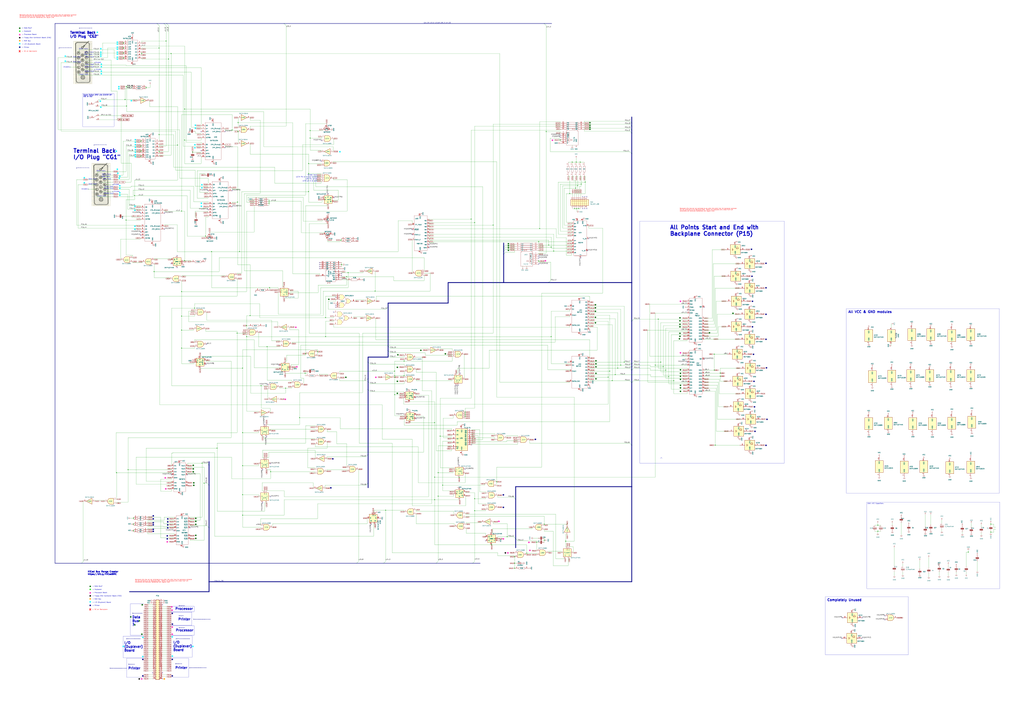
<source format=kicad_sch>
(kicad_sch (version 20230121) (generator eeschema)
  (paper "User" 1300 899.998)
  (junction (at 343.535 598.805))
  (junction (at 268.605 319.405))
  (junction (at 234.315 138.43))
  (junction (at 685.165 290.195))
  (junction (at 690.88 685.8))
  (junction (at 476.25 369.57))
  (junction (at 590.55 523.24))
  (junction (at 179.07 191.77))
  (junction (at 733.425 235.585))
  (junction (at 730.885 238.76))
  (junction (at 914.4 477.52))
  (junction (at 734.695 264.795))
  (junction (at 643.89 681.355))
  (junction (at 835.66 405.13))
  (junction (at 201.93 60.96))
  (junction (at 737.87 233.68))
  (junction (at 582.93 605.79))
  (junction (at 513.08 458.47))
  (junction (at 558.8 553.72))
  (junction (at 362.585 492.76))
  (junction (at 307.975 628.015))
  (junction (at 147.955 600.075))
  (junction (at 1229.3191 700.9154))
  (junction (at 234.315 330.835))
  (junction (at 230.505 441.96))
  (junction (at 230.505 370.205))
  (junction (at 630.555 611.505))
  (junction (at 256.54 588.01))
  (junction (at 440.055 351.155))
  (junction (at 772.16 478.79))
  (junction (at 213.995 74.93))
  (junction (at 179.07 198.12))
  (junction (at 693.42 167.005))
  (junction (at 195.58 344.805))
  (junction (at 501.015 476.885))
  (junction (at 699.77 427.355))
  (junction (at 845.185 469.9))
  (junction (at 683.895 306.705))
  (junction (at 561.975 615.95))
  (junction (at 169.545 657.86))
  (junction (at 556.26 600.075))
  (junction (at 156.845 54.61))
  (junction (at 433.07 304.8))
  (junction (at 1114.425 666.75))
  (junction (at 301.625 256.54))
  (junction (at 551.815 605.79))
  (junction (at 247.015 391.16))
  (junction (at 668.655 702.31))
  (junction (at 341.63 255.27))
  (junction (at 403.225 446.405))
  (junction (at 788.035 463.55))
  (junction (at 158.75 126.365))
  (junction (at 513.08 476.885))
  (junction (at 294.64 165.1))
  (junction (at 802.005 617.855))
  (junction (at 781.05 475.615))
  (junction (at 317.5 400.685))
  (junction (at 391.795 243.205))
  (junction (at 729.615 264.795))
  (junction (at 393.7 165.735))
  (junction (at 784.225 467.36))
  (junction (at 590.55 525.78))
  (junction (at 210.82 52.07))
  (junction (at 653.415 706.755))
  (junction (at 307.975 549.275))
  (junction (at 906.78 469.9))
  (junction (at 653.415 715.01))
  (junction (at 718.185 687.07))
  (junction (at 777.24 483.235))
  (junction (at 313.055 413.385))
  (junction (at 802.005 358.775))
  (junction (at 391.795 207.645))
  (junction (at 185.42 111.125))
  (junction (at 1114.425 674.37))
  (junction (at 590.55 528.32))
  (junction (at 391.795 220.345))
  (junction (at 774.065 471.17))
  (junction (at 230.505 419.1))
  (junction (at 690.88 665.48))
  (junction (at 387.35 473.71))
  (junction (at 230.505 267.97))
  (junction (at 736.6 205.74))
  (junction (at 711.2 177.8))
  (junction (at 551.815 536.575))
  (junction (at 501.015 471.17))
  (junction (at 265.43 738.505))
  (junction (at 681.355 688.34))
  (junction (at 393.7 175.26))
  (junction (at 653.415 721.36))
  (junction (at 792.48 459.74))
  (junction (at 831.85 463.55))
  (junction (at 217.17 67.945))
  (junction (at 307.975 591.185))
  (junction (at 1257.8941 675.5154))
  (junction (at 441.96 346.075))
  (junction (at 742.95 231.14))
  (junction (at 160.655 134.62))
  (junction (at 160.02 279.4))
  (junction (at 179.07 185.42))
  (junction (at 179.705 67.945))
  (junction (at 304.165 319.405))
  (junction (at 169.545 665.48))
  (junction (at 331.47 489.585))
  (junction (at 602.615 648.335))
  (junction (at 501.015 501.015))
  (junction (at 341.63 257.81))
  (junction (at 731.52 205.74))
  (junction (at 225.425 184.15))
  (junction (at 387.985 448.945))
  (junction (at 639.445 358.775))
  (junction (at 160.655 109.855))
  (junction (at 156.845 73.66))
  (junction (at 342.265 365.125))
  (junction (at 723.265 245.745))
  (junction (at 598.17 278.13))
  (junction (at 156.845 67.31))
  (junction (at 260.985 299.72))
  (junction (at 838.835 459.74))
  (junction (at 156.845 60.96))
  (junction (at 300.99 422.91))
  (junction (at 626.11 285.75))
  (junction (at 624.205 691.515))
  (junction (at 602.615 633.095))
  (junction (at 551.815 634.365))
  (junction (at 302.26 167.005))
  (junction (at 313.055 427.355))
  (junction (at 244.475 193.04))
  (junction (at 702.945 318.77))
  (junction (at 230.505 401.32))
  (junction (at 162.56 596.265))
  (junction (at 179.07 179.07))
  (junction (at 842.01 465.455))
  (junction (at 848.995 478.155))
  (junction (at 307.975 654.05))
  (junction (at 908.05 565.15))
  (junction (at 302.26 155.575))
  (junction (at 556.26 629.92))
  (junction (at 275.59 568.96))
  (junction (at 489.585 647.7))
  (junction (at 307.975 467.36))
  (junction (at 602.615 282.575))
  (junction (at 433.705 335.915))
  (junction (at 501.015 478.79))
  (junction (at 259.08 613.41))
  (junction (at 914.4 473.71))
  (junction (at 1257.8941 665.3554))
  (junction (at 906.78 449.58))
  (junction (at 169.545 673.735))
  (junction (at 413.385 427.355))
  (junction (at 732.155 264.795))
  (junction (at 696.595 311.15))
  (junction (at 855.345 483.235))
  (junction (at 201.93 192.405))
  (junction (at 380.365 530.225))
  (junction (at 339.09 440.055))
  (junction (at 170.815 248.285))
  (junction (at 726.44 205.74))
  (junction (at 413.385 403.225))
  (junction (at 234.315 177.8))
  (junction (at 201.93 170.815))
  (junction (at 699.77 313.69))
  (junction (at 683.895 331.47))
  (no_connect (at 143.51 243.205))
  (no_connect (at 255.27 191.135))
  (no_connect (at 744.855 264.795))
  (no_connect (at 523.24 297.815))
  (no_connect (at 598.805 564.515))
  (no_connect (at 206.375 767.715))
  (no_connect (at 264.16 266.065))
  (no_connect (at 294.64 262.255))
  (no_connect (at 894.08 455.93))
  (no_connect (at 872.49 393.7))
  (no_connect (at 471.17 665.48))
  (no_connect (at 220.98 673.735))
  (no_connect (at 1068.705 810.26))
  (no_connect (at 1094.105 810.26))
  (no_connect (at 241.3 669.925))
  (no_connect (at 1069.34 784.225))
  (no_connect (at 1094.74 784.225))
  (no_connect (at 338.455 554.355))
  (no_connect (at 590.55 595.63))
  (no_connect (at 335.915 539.115))
  (no_connect (at 582.93 590.55))
  (no_connect (at 711.2 173.99))
  (no_connect (at 208.915 270.51))
  (no_connect (at 737.235 327.025))
  (no_connect (at 208.915 290.83))
  (no_connect (at 426.085 387.35))
  (no_connect (at 426.085 389.89))
  (no_connect (at 426.085 377.19))
  (no_connect (at 423.545 396.24))
  (no_connect (at 527.685 504.825))
  (no_connect (at 683.895 325.12))
  (no_connect (at 683.895 327.66))
  (no_connect (at 711.2 171.45))
  (no_connect (at 747.395 302.895))
  (no_connect (at 746.125 318.135))
  (no_connect (at 683.895 335.28))
  (no_connect (at 528.32 531.495))
  (no_connect (at 407.67 204.47))
  (no_connect (at 261.62 462.28))
  (no_connect (at 354.33 463.55))
  (no_connect (at 178.435 294.64))
  (no_connect (at 217.805 602.615))
  (no_connect (at 238.125 602.615))
  (no_connect (at 523.24 291.465))
  (no_connect (at 333.375 596.265))
  (no_connect (at 333.375 638.175))
  (no_connect (at 343.535 630.555))
  (no_connect (at 544.83 314.325))
  (no_connect (at 544.83 310.515))
  (no_connect (at 343.535 588.645))
  (no_connect (at 178.435 270.51))
  (no_connect (at 178.435 298.45))
  (no_connect (at 262.255 436.88))
  (no_connect (at 1123.315 781.685))
  (no_connect (at 1123.315 786.765))
  (no_connect (at 742.315 249.555))
  (no_connect (at 120.396 79.375))
  (no_connect (at 739.775 249.555))
  (no_connect (at 285.75 187.325))
  (no_connect (at 143.51 234.315))
  (no_connect (at 285.75 167.005))
  (no_connect (at 111.76 240.03))
  (no_connect (at 88.646 85.09))
  (no_connect (at 193.675 854.075))
  (no_connect (at 206.375 854.075))
  (no_connect (at 206.375 861.695))
  (no_connect (at 294.64 241.935))
  (no_connect (at 264.16 241.935))
  (no_connect (at 744.855 249.555))
  (no_connect (at 872.49 459.74))
  (no_connect (at 894.08 389.89))
  (no_connect (at 255.27 167.005))
  (no_connect (at 120.396 88.265))
  (no_connect (at 742.315 264.795))
  (no_connect (at 616.585 686.435))
  (no_connect (at 339.725 488.315))
  (no_connect (at 217.17 334.645))
  (no_connect (at 224.79 324.485))
  (no_connect (at 224.79 339.725))
  (no_connect (at 433.705 349.885))
  (no_connect (at 433.705 347.345))
  (no_connect (at 405.765 340.995))
  (no_connect (at 405.765 338.455))
  (no_connect (at 405.765 335.915))
  (no_connect (at 405.765 333.375))
  (no_connect (at 416.56 245.745))
  (no_connect (at 581.66 488.95))
  (no_connect (at 579.12 488.95))
  (no_connect (at 584.2 473.71))
  (no_connect (at 424.18 250.825))
  (no_connect (at 408.305 178.435))
  (no_connect (at 739.775 264.795))
  (bus_entry (at 467.36 494.665) (size 2.54 2.54))
  (bus_entry (at 696.595 358.775) (size 2.54 -2.54))
  (bus_entry (at 799.465 153.67) (size 2.54 2.54))
  (bus_entry (at 103.505 715.01) (size 2.54 -2.54))
  (bus_entry (at 799.465 166.37) (size 2.54 2.54))
  (bus_entry (at 487.045 715.01) (size 2.54 -2.54))
  (bus_entry (at 799.465 162.56) (size 2.54 2.54))
  (bus_entry (at 262.89 588.01) (size 2.54 2.54))
  (bus_entry (at 799.465 157.48) (size 2.54 2.54))
  (bus_entry (at 802.005 466.09) (size 2.54 -2.54))
  (bus_entry (at 639.445 313.69) (size 2.54 -2.54))
  (bus_entry (at 262.89 667.385) (size 2.54 2.54))
  (bus_entry (at 492.76 445.135) (size 2.54 2.54))
  (bus_entry (at 199.39 29.845) (size 2.54 2.54))
  (bus_entry (at 802.005 469.9) (size 2.54 -2.54))
  (bus_entry (at 492.76 450.85) (size 2.54 2.54))
  (bus_entry (at 652.145 681.355) (size 2.54 2.54))
  (bus_entry (at 208.28 29.845) (size 2.54 2.54))
  (bus_entry (at 799.465 562.61) (size 2.54 2.54))
  (bus_entry (at 802.005 462.28) (size 2.54 -2.54))
  (bus_entry (at 690.88 29.845) (size 2.54 2.54))
  (bus_entry (at 464.82 483.235) (size 2.54 -2.54))
  (bus_entry (at 464.82 579.755) (size 2.54 -2.54))
  (bus_entry (at 211.455 29.845) (size 2.54 2.54))
  (bus_entry (at 464.82 615.95) (size 2.54 -2.54))
  (bus_entry (at 492.76 439.42) (size 2.54 2.54))
  (bus_entry (at 639.445 318.77) (size 2.54 -2.54))
  (bus_entry (at 262.89 613.41) (size 2.54 2.54))
  (bus_entry (at 652.145 631.19) (size 2.54 2.54))
  (bus_entry (at 600.075 715.01) (size 2.54 -2.54))
  (bus_entry (at 799.465 467.36) (size 2.54 2.54))
  (bus_entry (at 490.22 392.43) (size 2.54 -2.54))
  (bus_entry (at 799.465 459.74) (size 2.54 2.54))
  (bus_entry (at 802.005 485.775) (size 2.54 -2.54))
  (bus_entry (at 802.005 407.67) (size 2.54 -2.54))
  (bus_entry (at 467.36 484.505) (size 2.54 2.54))
  (bus_entry (at 799.465 483.235) (size 2.54 2.54))
  (bus_entry (at 467.36 459.74) (size 2.54 2.54))
  (bus_entry (at 452.755 715.01) (size 2.54 -2.54))
  (bus_entry (at 657.225 686.435) (size -2.54 -2.54))
  (bus_entry (at 639.445 316.23) (size 2.54 -2.54))
  (bus_entry (at 639.445 322.58) (size 2.54 -2.54))
  (bus_entry (at 553.72 715.01) (size 2.54 -2.54))
  (bus_entry (at 799.465 463.55) (size 2.54 2.54))
  (bus_entry (at 360.68 29.845) (size 2.54 2.54))
  (bus_entry (at 799.465 192.405) (size 2.54 2.54))
  (wire (pts (xy 602.615 282.575) (xy 602.615 160.02)))
  (wire (pts (xy 255.27 183.515) (xy 255.27 180.34)))
  (wire (pts (xy 178.435 274.32) (xy 178.435 275.59)))
  (wire (pts (xy 188.595 772.795) (xy 193.675 772.795)))
  (wire (pts (xy 732.155 245.745) (xy 732.155 249.555)))
  (wire (pts (xy 544.83 304.8) (xy 696.595 304.8)))
  (wire (pts (xy 106.426 76.2) (xy 131.953 76.2)))
  (wire (pts (xy 380.365 530.225) (xy 380.365 498.475)))
  (wire (pts (xy 831.85 605.79) (xy 582.93 605.79)))
  (wire (pts (xy 380.365 539.115) (xy 380.365 530.225)))
  (wire (pts (xy 220.98 677.545) (xy 220.98 680.085)))
  (wire (pts (xy 825.5 465.455) (xy 842.01 465.455)))
  (wire (pts (xy 610.87 663.575) (xy 610.87 662.305)))
  (wire (pts (xy 188.595 785.495) (xy 193.675 785.495)))
  (wire (pts (xy 626.11 285.75) (xy 626.11 157.48)))
  (wire (pts (xy 230.505 419.1) (xy 245.745 419.1)))
  (wire (pts (xy 872.49 432.435) (xy 872.49 430.53)))
  (wire (pts (xy 422.91 186.055) (xy 334.645 186.055)))
  (wire (pts (xy 220.98 668.655) (xy 220.98 669.925)))
  (wire (pts (xy 748.665 388.62) (xy 792.48 388.62)))
  (wire (pts (xy 314.96 250.19) (xy 384.81 250.19)))
  (wire (pts (xy 370.84 434.34) (xy 704.85 434.34)))
  (wire (pts (xy 399.415 600.71) (xy 399.415 598.805)))
  (wire (pts (xy 556.26 565.785) (xy 573.405 565.785)))
  (wire (pts (xy 99.695 95.25) (xy 232.41 95.25)))
  (wire (pts (xy 317.5 164.465) (xy 317.5 160.02)))
  (wire (pts (xy 591.82 670.56) (xy 591.82 676.91)))
  (wire (pts (xy 748.665 467.36) (xy 784.225 467.36)))
  (wire (pts (xy 169.545 666.75) (xy 169.545 665.48)))
  (wire (pts (xy 188.595 851.535) (xy 193.675 851.535)))
  (wire (pts (xy 748.665 481.33) (xy 748.665 483.235)))
  (wire (pts (xy 729.615 264.795) (xy 727.075 264.795)))
  (wire (pts (xy 179.07 185.42) (xy 179.07 186.69)))
  (wire (pts (xy 415.29 568.96) (xy 390.525 568.96)))
  (wire (pts (xy 335.915 622.935) (xy 332.74 622.935)))
  (wire (pts (xy 206.375 770.255) (xy 211.455 770.255)))
  (wire (pts (xy 217.805 610.87) (xy 185.42 610.87)))
  (wire (pts (xy 1226.7791 700.9154) (xy 1229.3191 700.9154)))
  (wire (pts (xy 272.415 680.72) (xy 474.345 680.72)))
  (wire (pts (xy 631.825 628.65) (xy 631.825 631.19)))
  (wire (pts (xy 317.5 195.58) (xy 391.795 195.58)))
  (wire (pts (xy 340.995 581.025) (xy 338.455 581.025)))
  (wire (pts (xy 440.055 351.155) (xy 440.055 361.95)))
  (wire (pts (xy 222.885 166.37) (xy 77.47 166.37)))
  (wire (pts (xy 355.6 432.435) (xy 355.6 433.705)))
  (wire (pts (xy 188.595 846.455) (xy 193.675 846.455)))
  (wire (pts (xy 408.305 173.355) (xy 408.305 175.26)))
  (wire (pts (xy 408.305 175.26) (xy 393.7 175.26)))
  (wire (pts (xy 772.16 478.79) (xy 748.665 478.79)))
  (wire (pts (xy 160.655 141.605) (xy 160.655 134.62)))
  (wire (pts (xy 77.47 166.37) (xy 77.47 79.375)))
  (wire (pts (xy 872.49 496.57) (xy 872.49 499.745)))
  (wire (pts (xy 1240.7491 712.3454) (xy 1240.7491 725.0454)))
  (wire (pts (xy 391.795 220.345) (xy 407.67 220.345)))
  (wire (pts (xy 134.62 227.965) (xy 143.51 227.965)))
  (wire (pts (xy 1221.74 677.545) (xy 1221.74 675.005)))
  (wire (pts (xy 380.365 539.115) (xy 338.455 539.115)))
  (wire (pts (xy 247.65 275.59) (xy 248.92 275.59)))
  (wire (pts (xy 723.265 461.645) (xy 699.77 461.645)))
  (wire (pts (xy 747.395 289.56) (xy 747.395 286.385)))
  (wire (pts (xy 203.835 682.625) (xy 220.98 682.625)))
  (wire (pts (xy 712.47 699.77) (xy 712.47 701.675)))
  (wire (pts (xy 343.535 544.83) (xy 400.05 544.83)))
  (wire (pts (xy 598.805 563.88) (xy 657.225 563.88)))
  (wire (pts (xy 910.59 532.13) (xy 940.435 532.13)))
  (wire (pts (xy 716.28 285.75) (xy 716.28 238.76)))
  (wire (pts (xy 544.83 307.975) (xy 544.83 306.705)))
  (wire (pts (xy 247.65 236.22) (xy 247.65 215.9)))
  (wire (pts (xy 169.545 675.005) (xy 169.545 673.735)))
  (wire (pts (xy 683.895 318.77) (xy 702.945 318.77)))
  (wire (pts (xy 208.28 656.59) (xy 208.28 660.4)))
  (wire (pts (xy 384.81 250.19) (xy 384.81 280.67)))
  (wire (pts (xy 476.25 369.57) (xy 410.21 369.57)))
  (wire (pts (xy 247.015 434.34) (xy 247.015 431.165)))
  (wire (pts (xy 905.51 407.67) (xy 905.51 334.645)))
  (wire (pts (xy 544.83 291.465) (xy 544.83 290.195)))
  (wire (pts (xy 201.93 170.815) (xy 220.345 170.815)))
  (wire (pts (xy 313.055 267.97) (xy 440.69 267.97)))
  (wire (pts (xy 318.135 499.11) (xy 362.585 499.11)))
  (wire (pts (xy 111.506 79.375) (xy 120.396 79.375)))
  (wire (pts (xy 230.505 145.415) (xy 230.505 267.97)))
  (wire (pts (xy 201.93 170.815) (xy 201.93 179.07)))
  (wire (pts (xy 894.08 481.33) (xy 913.13 481.33)))
  (wire (pts (xy 172.72 580.39) (xy 172.72 614.68)))
  (wire (pts (xy 134.62 222.25) (xy 143.51 222.25)))
  (wire (pts (xy 591.82 665.48) (xy 591.82 663.575)))
  (wire (pts (xy 125.73 146.685) (xy 153.67 146.685)))
  (wire (pts (xy 765.175 289.56) (xy 747.395 289.56)))
  (wire (pts (xy 300.99 375.92) (xy 202.565 375.92)))
  (wire (pts (xy 501.015 476.885) (xy 513.08 476.885)))
  (wire (pts (xy 306.705 243.205) (xy 391.795 243.205)))
  (wire (pts (xy 653.415 721.36) (xy 653.415 721.4108)))
  (wire (pts (xy 147.955 600.075) (xy 217.805 600.075)))
  (polyline (pts (xy 181.61 835.025) (xy 156.21 835.025)))
  (wire (pts (xy 244.475 192.405) (xy 244.475 193.04)))
  (wire (pts (xy 268.605 319.405) (xy 304.165 319.405)))
  (wire (pts (xy 172.72 580.39) (xy 294.005 580.39)))
  (wire (pts (xy 307.975 443.865) (xy 403.225 443.865)))
  (wire (pts (xy 424.18 254) (xy 424.18 255.905)))
  (wire (pts (xy 718.82 245.745) (xy 718.82 281.94)))
  (wire (pts (xy 369.57 462.915) (xy 379.095 462.915)))
  (wire (pts (xy 304.165 240.03) (xy 294.64 240.03)))
  (wire (pts (xy 838.835 471.805) (xy 872.49 471.805)))
  (wire (pts (xy 328.295 440.055) (xy 339.09 440.055)))
  (wire (pts (xy 730.885 238.76) (xy 730.885 229.235)))
  (wire (pts (xy 904.24 403.86) (xy 904.24 316.865)))
  (wire (pts (xy 427.355 563.245) (xy 440.055 563.245)))
  (wire (pts (xy 335.915 638.175) (xy 335.915 648.97)))
  (wire (pts (xy 206.375 793.115) (xy 211.455 793.115)))
  (wire (pts (xy 1195.705 671.83) (xy 1195.705 674.37)))
  (wire (pts (xy 422.91 192.405) (xy 422.91 186.055)))
  (wire (pts (xy 379.095 462.915) (xy 379.095 418.465)))
  (wire (pts (xy 381.635 438.15) (xy 381.635 480.06)))
  (wire (pts (xy 272.415 574.675) (xy 272.415 680.72)))
  (wire (pts (xy 501.015 501.015) (xy 501.015 478.79)))
  (wire (pts (xy 440.055 351.155) (xy 433.705 351.155)))
  (polyline (pts (xy 217.678 777.113) (xy 243.586 777.113)))
  (wire (pts (xy 913.13 481.33) (xy 913.13 499.745)))
  (wire (pts (xy 368.3 368.3) (xy 368.3 369.57)))
  (wire (pts (xy 179.705 60.96) (xy 179.705 62.23)))
  (wire (pts (xy 598.805 550.545) (xy 628.015 550.545)))
  (wire (pts (xy 206.375 813.435) (xy 211.455 813.435)))
  (wire (pts (xy 360.68 363.22) (xy 358.775 363.22)))
  (wire (pts (xy 910.59 422.91) (xy 910.59 398.78)))
  (wire (pts (xy 718.185 687.07) (xy 718.185 694.055)))
  (wire (pts (xy 398.145 241.3) (xy 429.26 241.3)))
  (wire (pts (xy 909.32 419.1) (xy 909.32 382.27)))
  (wire (pts (xy 440.69 354.965) (xy 433.705 354.965)))
  (wire (pts (xy 653.415 314.96) (xy 653.415 316.23)))
  (wire (pts (xy 203.835 623.57) (xy 217.805 623.57)))
  (wire (pts (xy 608.965 624.205) (xy 608.965 545.465)))
  (wire (pts (xy 384.81 280.67) (xy 408.94 280.67)))
  (wire (pts (xy 302.26 155.575) (xy 302.26 161.925)))
  (wire (pts (xy 391.795 207.645) (xy 407.67 207.645)))
  (wire (pts (xy 721.36 223.52) (xy 723.265 223.52)))
  (wire (pts (xy 207.645 664.845) (xy 207.645 662.305)))
  (wire (pts (xy 188.595 770.255) (xy 193.675 770.255)))
  (wire (pts (xy 415.29 548.005) (xy 427.355 548.005)))
  (polyline (pts (xy 243.84 807.085) (xy 243.84 834.39)))
  (wire (pts (xy 342.265 365.125) (xy 353.06 365.125)))
  (wire (pts (xy 206.375 833.755) (xy 211.455 833.755)))
  (wire (pts (xy 125.095 134.62) (xy 160.655 134.62)))
  (wire (pts (xy 263.525 267.97) (xy 247.65 267.97)))
  (wire (pts (xy 391.795 243.205) (xy 391.795 256.54)))
  (wire (pts (xy 562.61 530.86) (xy 575.31 530.86)))
  (wire (pts (xy 513.08 647.7) (xy 513.08 649.605)))
  (wire (pts (xy 208.915 285.115) (xy 224.79 285.115)))
  (wire (pts (xy 185.42 109.855) (xy 185.42 111.125)))
  (wire (pts (xy 690.88 671.83) (xy 690.88 674.37)))
  (wire (pts (xy 341.63 255.27) (xy 341.63 257.81)))
  (wire (pts (xy 1174.75 653.415) (xy 1174.75 668.655)))
  (wire (pts (xy 261.62 458.47) (xy 293.37 458.47)))
  (wire (pts (xy 731.52 200.66) (xy 731.52 205.74)))
  (wire (pts (xy 129.54 243.205) (xy 143.51 243.205)))
  (wire (pts (xy 748.665 392.43) (xy 748.665 391.16)))
  (wire (pts (xy 255.27 187.325) (xy 255.27 185.42)))
  (wire (pts (xy 723.265 245.745) (xy 727.075 245.745)))
  (wire (pts (xy 602.615 518.16) (xy 590.55 518.16)))
  (wire (pts (xy 153.035 329.565) (xy 153.035 303.53)))
  (wire (pts (xy 513.08 531.495) (xy 513.08 539.75)))
  (wire (pts (xy 147.955 637.54) (xy 147.955 638.81)))
  (wire (pts (xy 512.445 501.015) (xy 501.015 501.015)))
  (wire (pts (xy 260.35 220.345) (xy 260.35 222.25)))
  (wire (pts (xy 906.78 565.15) (xy 908.05 565.15)))
  (wire (pts (xy 429.26 254) (xy 424.18 254)))
  (wire (pts (xy 201.93 60.96) (xy 201.93 170.815)))
  (wire (pts (xy 690.88 683.26) (xy 690.88 685.8)))
  (wire (pts (xy 528.32 481.33) (xy 528.32 483.235)))
  (wire (pts (xy 792.48 388.62) (xy 792.48 459.74)))
  (wire (pts (xy 339.09 482.6) (xy 370.205 482.6)))
  (wire (pts (xy 748.665 458.47) (xy 748.665 459.74)))
  (wire (pts (xy 99.06 234.315) (xy 105.41 234.315)))
  (wire (pts (xy 206.375 856.615) (xy 211.455 856.615)))
  (wire (pts (xy 188.595 782.955) (xy 193.675 782.955)))
  (wire (pts (xy 631.825 705.485) (xy 653.415 705.485)))
  (bus (pts (xy 696.595 358.775) (xy 802.005 358.775)) (stroke (width 1)))
  (wire (pts (xy 158.75 109.855) (xy 160.655 109.855)))
  (wire (pts (xy 333.375 571.5) (xy 400.05 571.5)))
  (wire (pts (xy 225.425 135.255) (xy 189.865 135.255)))
  (wire (pts (xy 187.325 675.005) (xy 187.325 677.545)))
  (wire (pts (xy 169.545 673.735) (xy 169.545 672.465)))
  (wire (pts (xy 313.055 422.91) (xy 300.99 422.91)))
  (wire (pts (xy 188.595 808.355) (xy 193.675 808.355)))
  (wire (pts (xy 574.04 450.85) (xy 539.75 450.85)))
  (wire (pts (xy 149.86 249.555) (xy 168.91 249.555)))
  (wire (pts (xy 729.615 245.745) (xy 729.615 249.555)))
  (wire (pts (xy 201.93 190.5) (xy 201.93 192.405)))
  (wire (pts (xy 589.28 449.58) (xy 589.28 481.33)))
  (wire (pts (xy 894.08 492.76) (xy 909.32 492.76)))
  (wire (pts (xy 206.375 826.135) (xy 211.455 826.135)))
  (wire (pts (xy 725.805 299.085) (xy 725.805 297.18)))
  (wire (pts (xy 1132.84 664.21) (xy 1132.84 666.75)))
  (wire (pts (xy 693.42 32.385) (xy 693.42 167.005)))
  (wire (pts (xy 725.805 285.75) (xy 716.28 285.75)))
  (wire (pts (xy 188.595 826.135) (xy 193.675 826.135)))
  (wire (pts (xy 1114.425 674.37) (xy 1114.425 676.91)))
  (wire (pts (xy 322.58 255.27) (xy 322.58 254)))
  (wire (pts (xy 293.37 458.47) (xy 293.37 555.625)))
  (wire (pts (xy 615.315 614.045) (xy 615.315 615.95)))
  (wire (pts (xy 598.805 553.085) (xy 607.06 553.085)))
  (wire (pts (xy 804.545 467.36) (xy 825.5 467.36)))
  (wire (pts (xy 415.29 582.295) (xy 415.29 579.755)))
  (wire (pts (xy 412.75 619.76) (xy 412.75 615.95)))
  (wire (pts (xy 206.375 841.375) (xy 211.455 841.375)))
  (wire (pts (xy 149.86 217.805) (xy 160.02 217.805)))
  (wire (pts (xy 574.04 449.58) (xy 574.04 450.85)))
  (wire (pts (xy 909.32 547.37) (xy 925.195 547.37)))
  (wire (pts (xy 232.41 332.105) (xy 232.41 330.835)))
  (wire (pts (xy 653.415 320.04) (xy 653.415 317.5)))
  (wire (pts (xy 574.04 442.595) (xy 558.165 442.595)))
  (wire (pts (xy 169.545 657.86) (xy 169.545 659.13)))
  (wire (pts (xy 748.665 459.74) (xy 792.48 459.74)))
  (wire (pts (xy 307.975 628.015) (xy 307.975 654.05)))
  (wire (pts (xy 264.16 251.46) (xy 264.16 249.555)))
  (wire (pts (xy 355.6 440.055) (xy 339.09 440.055)))
  (wire (pts (xy 260.985 302.26) (xy 260.985 299.72)))
  (wire (pts (xy 261.62 457.2) (xy 261.62 458.47)))
  (wire (pts (xy 407.035 398.78) (xy 353.06 398.78)))
  (wire (pts (xy 125.095 129.54) (xy 125.095 126.365)))
  (bus (pts (xy 487.045 715.01) (xy 553.72 715.01)) (stroke (width 0.5)))
  (bus (pts (xy 802.005 165.1) (xy 802.005 168.91)) (stroke (width 1)))
  (wire (pts (xy 179.705 58.42) (xy 234.315 58.42)))
  (wire (pts (xy 206.375 805.815) (xy 211.455 805.815)))
  (wire (pts (xy 431.165 483.235) (xy 464.82 483.235)))
  (wire (pts (xy 598.805 560.705) (xy 643.255 560.705)))
  (wire (pts (xy 643.89 664.845) (xy 643.89 681.355)))
  (wire (pts (xy 97.155 285.75) (xy 178.435 285.75)))
  (wire (pts (xy 285.75 165.1) (xy 285.75 163.195)))
  (wire (pts (xy 358.775 363.22) (xy 358.775 343.535)))
  (wire (pts (xy 188.595 856.615) (xy 193.675 856.615)))
  (wire (pts (xy 675.64 671.195) (xy 675.64 669.29)))
  (wire (pts (xy 774.065 400.05) (xy 748.665 400.05)))
  (wire (pts (xy 317.5 152.4) (xy 317.5 149.225)))
  (wire (pts (xy 725.805 289.56) (xy 714.375 289.56)))
  (wire (pts (xy 413.385 427.355) (xy 313.055 427.355)))
  (bus (pts (xy 654.685 683.895) (xy 654.685 695.325)) (stroke (width 1)))
  (wire (pts (xy 123.825 217.805) (xy 123.825 220.98)))
  (wire (pts (xy 400.05 567.055) (xy 530.86 567.055)))
  (wire (pts (xy 363.22 32.385) (xy 363.22 160.02)))
  (wire (pts (xy 461.645 401.955) (xy 461.645 403.86)))
  (wire (pts (xy 469.9 497.205) (xy 512.445 497.205)))
  (wire (pts (xy 207.645 668.02) (xy 207.645 668.655)))
  (wire (pts (xy 202.565 375.92) (xy 202.565 513.715)))
  (wire (pts (xy 831.85 397.51) (xy 872.49 397.51)))
  (wire (pts (xy 683.895 313.69) (xy 699.77 313.69)))
  (wire (pts (xy 546.1 346.71) (xy 538.48 346.71)))
  (wire (pts (xy 201.93 32.385) (xy 201.93 60.96)))
  (bus (pts (xy 265.43 590.55) (xy 265.43 615.95)) (stroke (width 1)))
  (wire (pts (xy 758.19 444.5) (xy 621.03 444.5)))
  (wire (pts (xy 188.595 810.895) (xy 193.675 810.895)))
  (wire (pts (xy 558.165 442.595) (xy 558.165 444.5)))
  (wire (pts (xy 641.985 320.04) (xy 653.415 320.04)))
  (wire (pts (xy 894.08 411.48) (xy 906.78 411.48)))
  (wire (pts (xy 433.705 351.155) (xy 433.705 352.425)))
  (wire (pts (xy 906.78 350.52) (xy 921.385 350.52)))
  (wire (pts (xy 574.04 458.47) (xy 574.04 452.12)))
  (wire (pts (xy 630.555 611.505) (xy 630.555 593.09)))
  (wire (pts (xy 410.21 369.57) (xy 410.21 400.685)))
  (wire (pts (xy 246.38 461.645) (xy 246.38 459.74)))
  (wire (pts (xy 423.545 401.32) (xy 423.545 403.225)))
  (wire (pts (xy 340.36 252.73) (xy 341.63 252.73)))
  (wire (pts (xy 911.86 414.655) (xy 922.02 414.655)))
  (wire (pts (xy 387.985 448.945) (xy 387.985 450.85)))
  (wire (pts (xy 217.805 391.16) (xy 247.015 391.16)))
  (wire (pts (xy 247.65 168.91) (xy 255.27 168.91)))
  (wire (pts (xy 725.805 295.275) (xy 725.805 293.37)))
  (wire (pts (xy 185.42 568.96) (xy 275.59 568.96)))
  (wire (pts (xy 711.2 179.07) (xy 711.2 177.8)))
  (wire (pts (xy 255.27 185.42) (xy 232.41 185.42)))
  (wire (pts (xy 1179.1557 707.7778) (xy 1179.1557 720.4778)))
  (wire (pts (xy 693.42 321.31) (xy 683.895 321.31)))
  (wire (pts (xy 872.49 415.29) (xy 872.49 416.56)))
  (wire (pts (xy 512.445 513.08) (xy 772.16 513.08)))
  (wire (pts (xy 331.47 518.16) (xy 342.9 518.16)))
  (bus (pts (xy 168.275 777.875) (xy 168.275 779.145)))
  (wire (pts (xy 187.325 660.4) (xy 187.325 659.13)))
  (wire (pts (xy 451.485 380.365) (xy 462.28 380.365)))
  (wire (pts (xy 591.82 676.91) (xy 616.585 676.91)))
  (wire (pts (xy 725.805 287.655) (xy 725.805 285.75)))
  (wire (pts (xy 683.895 321.31) (xy 683.895 322.58)))
  (wire (pts (xy 230.505 401.32) (xy 230.505 419.1)))
  (wire (pts (xy 473.71 650.24) (xy 474.98 650.24)))
  (wire (pts (xy 156.21 222.25) (xy 156.21 179.07)))
  (wire (pts (xy 247.015 431.165) (xy 322.58 431.165)))
  (wire (pts (xy 256.54 656.59) (xy 241.3 656.59)))
  (bus (pts (xy 164.465 751.205) (xy 265.43 751.205)) (stroke (width 1)))
  (wire (pts (xy 343.535 598.805) (xy 343.535 607.695)))
  (wire (pts (xy 906.78 449.58) (xy 906.78 469.9)))
  (wire (pts (xy 748.03 375.92) (xy 477.52 375.92)))
  (wire (pts (xy 695.325 438.15) (xy 381.635 438.15)))
  (wire (pts (xy 185.42 610.87) (xy 185.42 568.96)))
  (wire (pts (xy 255.27 177.8) (xy 234.315 177.8)))
  (wire (pts (xy 247.015 394.97) (xy 239.395 394.97)))
  (wire (pts (xy 621.03 444.5) (xy 621.03 467.36)))
  (wire (pts (xy 260.985 420.37) (xy 300.99 420.37)))
  (wire (pts (xy 513.08 450.85) (xy 513.08 453.39)))
  (wire (pts (xy 241.3 666.115) (xy 241.3 667.385)))
  (wire (pts (xy 708.66 297.18) (xy 708.66 231.14)))
  (wire (pts (xy 207.645 668.655) (xy 220.98 668.655)))
  (wire (pts (xy 544.83 285.75) (xy 626.11 285.75)))
  (wire (pts (xy 737.235 245.745) (xy 742.95 245.745)))
  (wire (pts (xy 241.3 667.385) (xy 262.89 667.385)))
  (wire (pts (xy 201.93 186.69) (xy 201.93 185.42)))
  (wire (pts (xy 774.065 471.17) (xy 748.665 471.17)))
  (wire (pts (xy 520.7 536.575) (xy 551.815 536.575)))
  (wire (pts (xy 908.05 496.57) (xy 894.08 496.57)))
  (wire (pts (xy 188.595 780.415) (xy 193.675 780.415)))
  (wire (pts (xy 371.475 155.575) (xy 371.475 347.345)))
  (wire (pts (xy 322.58 260.35) (xy 322.58 294.64)))
  (wire (pts (xy 825.5 467.36) (xy 825.5 469.9)))
  (wire (pts (xy 602.615 648.335) (xy 602.615 633.095)))
  (wire (pts (xy 1114.425 664.21) (xy 1114.425 666.75)))
  (wire (pts (xy 513.08 455.93) (xy 513.08 458.47)))
  (wire (pts (xy 544.83 297.18) (xy 702.945 297.18)))
  (wire (pts (xy 553.72 572.135) (xy 573.405 572.135)))
  (wire (pts (xy 748.665 471.17) (xy 748.665 469.9)))
  (wire (pts (xy 872.49 403.86) (xy 872.49 405.13)))
  (wire (pts (xy 699.135 332.74) (xy 699.135 356.235)))
  (wire (pts (xy 466.09 664.845) (xy 466.09 657.86)))
  (wire (pts (xy 598.805 551.815) (xy 598.805 553.085)))
  (wire (pts (xy 523.24 557.53) (xy 523.24 641.985)))
  (wire (pts (xy 266.065 294.64) (xy 322.58 294.64)))
  (wire (pts (xy 382.27 255.27) (xy 341.63 255.27)))
  (wire (pts (xy 1192.53 725.805) (xy 1192.4891 730.7604)))
  (wire (pts (xy 314.96 254) (xy 314.96 250.19)))
  (wire (pts (xy 187.325 666.75) (xy 187.325 668.02)))
  (wire (pts (xy 742.95 231.14) (xy 742.95 223.52)))
  (wire (pts (xy 339.725 493.395) (xy 339.725 506.73)))
  (wire (pts (xy 641.985 311.15) (xy 653.415 311.15)))
  (bus (pts (xy 467.36 613.41) (xy 467.36 619.125)) (stroke (width 1)))
  (wire (pts (xy 894.08 488.95) (xy 910.59 488.95)))
  (wire (pts (xy 313.055 256.54) (xy 313.055 247.65)))
  (wire (pts (xy 217.17 67.945) (xy 634.365 67.945)))
  (wire (pts (xy 403.86 361.95) (xy 440.055 361.95)))
  (wire (pts (xy 195.58 328.295) (xy 217.17 328.295)))
  (wire (pts (xy 247.015 385.445) (xy 329.565 385.445)))
  (wire (pts (xy 583.565 634.365) (xy 551.815 634.365)))
  (wire (pts (xy 706.12 301.625) (xy 718.82 301.625)))
  (wire (pts (xy 668.655 704.215) (xy 668.655 702.31)))
  (bus (pts (xy 492.76 384.81) (xy 492.76 389.89)) (stroke (width 1)))
  (wire (pts (xy 400.05 544.83) (xy 400.05 547.37)))
  (wire (pts (xy 448.945 403.86) (xy 448.945 401.955)))
  (wire (pts (xy 556.26 600.075) (xy 575.31 600.075)))
  (wire (pts (xy 872.49 416.56) (xy 845.185 416.56)))
  (wire (pts (xy 168.91 241.3) (xy 168.91 249.555)))
  (wire (pts (xy 726.44 205.74) (xy 721.36 205.74)))
  (wire (pts (xy 328.295 630.555) (xy 328.295 628.015)))
  (wire (pts (xy 300.99 348.615) (xy 300.99 346.71)))
  (wire (pts (xy 220.98 682.625) (xy 220.98 683.895)))
  (wire (pts (xy 575.31 595.63) (xy 575.31 593.725)))
  (polyline (pts (xy 156.21 807.72) (xy 156.21 835.025)))
  (wire (pts (xy 538.48 327.025) (xy 278.13 327.025)))
  (bus (pts (xy 654.685 617.855) (xy 802.005 617.855)) (stroke (width 1)))
  (wire (pts (xy 322.58 254) (xy 314.96 254)))
  (wire (pts (xy 576.58 664.845) (xy 528.32 664.845)))
  (wire (pts (xy 1203.9191 716.5364) (xy 1203.9191 719.3304)))
  (wire (pts (xy 748.665 407.67) (xy 748.665 406.4)))
  (wire (pts (xy 361.95 473.71) (xy 387.35 473.71)))
  (wire (pts (xy 381.635 480.06) (xy 385.445 480.06)))
  (bus (pts (xy 452.755 715.01) (xy 487.045 715.01)) (stroke (width 0.5)))
  (wire (pts (xy 344.805 432.435) (xy 355.6 432.435)))
  (wire (pts (xy 168.275 323.85) (xy 168.275 327.025)))
  (wire (pts (xy 781.05 475.615) (xy 826.135 475.615)))
  (wire (pts (xy 156.845 73.66) (xy 144.78 73.66)))
  (wire (pts (xy 208.915 287.02) (xy 208.915 285.115)))
  (wire (pts (xy 264.16 226.06) (xy 227.965 226.06)))
  (wire (pts (xy 725.805 281.94) (xy 725.805 283.845)))
  (wire (pts (xy 234.315 58.42) (xy 234.315 138.43)))
  (wire (pts (xy 339.09 440.055) (xy 339.09 482.6)))
  (wire (pts (xy 643.89 681.355) (xy 652.145 681.355)))
  (wire (pts (xy 558.8 593.725) (xy 558.8 553.72)))
  (wire (pts (xy 690.88 665.48) (xy 720.09 665.48)))
  (wire (pts (xy 845.185 469.9) (xy 845.185 480.06)))
  (wire (pts (xy 188.595 788.035) (xy 193.675 788.035)))
  (wire (pts (xy 548.005 495.935) (xy 548.005 639.445)))
  (wire (pts (xy 702.945 297.18) (xy 702.945 318.77)))
  (wire (pts (xy 294.005 607.695) (xy 343.535 607.695)))
  (wire (pts (xy 822.325 419.1) (xy 822.325 485.14)))
  (wire (pts (xy 206.375 815.975) (xy 211.455 815.975)))
  (wire (pts (xy 408.94 280.67) (xy 408.94 278.765)))
  (wire (pts (xy 804.545 405.13) (xy 835.66 405.13)))
  (wire (pts (xy 774.065 471.17) (xy 774.065 400.05)))
  (wire (pts (xy 301.625 256.54) (xy 301.625 186.055)))
  (wire (pts (xy 523.24 304.165) (xy 523.24 346.71)))
  (wire (pts (xy 387.35 473.71) (xy 389.89 473.71)))
  (wire (pts (xy 852.17 494.03) (xy 872.49 494.03)))
  (wire (pts (xy 370.205 492.76) (xy 370.205 490.855)))
  (wire (pts (xy 259.08 613.41) (xy 259.08 685.8)))
  (bus (pts (xy 492.76 450.85) (xy 492.76 453.39)) (stroke (width 1)))
  (wire (pts (xy 136.525 73.025) (xy 136.525 60.96)))
  (wire (pts (xy 105.41 712.47) (xy 106.045 712.47)))
  (wire (pts (xy 208.28 660.4) (xy 187.325 660.4)))
  (wire (pts (xy 440.055 596.265) (xy 414.655 596.265)))
  (wire (pts (xy 501.015 527.685) (xy 501.015 501.015)))
  (wire (pts (xy 872.49 499.745) (xy 855.345 499.745)))
  (wire (pts (xy 690.88 685.8) (xy 690.88 688.34)))
  (wire (pts (xy 217.805 623.57) (xy 217.805 620.395)))
  (wire (pts (xy 247.65 267.97) (xy 247.65 275.59)))
  (wire (pts (xy 544.83 300.99) (xy 699.77 300.99)))
  (wire (pts (xy 590.55 528.32) (xy 590.55 530.86)))
  (wire (pts (xy 188.595 793.115) (xy 193.675 793.115)))
  (wire (pts (xy 397.51 612.775) (xy 397.51 619.76)))
  (wire (pts (xy 624.205 691.515) (xy 668.655 691.515)))
  (polyline (pts (xy 246.38 776.605) (xy 217.678 776.605)))
  (wire (pts (xy 758.19 415.29) (xy 758.19 444.5)))
  (wire (pts (xy 238.125 593.09) (xy 259.08 593.09)))
  (wire (pts (xy 872.49 409.575) (xy 838.835 409.575)))
  (wire (pts (xy 579.12 473.71) (xy 581.025 473.71)))
  (wire (pts (xy 136.525 60.96) (xy 156.845 60.96)))
  (wire (pts (xy 537.845 574.04) (xy 340.995 574.04)))
  (wire (pts (xy 327.66 521.97) (xy 327.66 523.875)))
  (wire (pts (xy 242.57 161.29) (xy 242.57 91.44)))
  (wire (pts (xy 300.99 346.71) (xy 306.705 346.71)))
  (wire (pts (xy 294.005 607.695) (xy 294.005 580.39)))
  (wire (pts (xy 352.425 408.305) (xy 352.425 415.29)))
  (wire (pts (xy 160.02 279.4) (xy 160.02 323.85)))
  (wire (pts (xy 413.385 427.355) (xy 699.77 427.355)))
  (wire (pts (xy 1131.57 410.845) (xy 1131.57 415.925)))
  (wire (pts (xy 643.255 560.705) (xy 643.255 559.435)))
  (wire (pts (xy 201.93 196.85) (xy 217.17 196.85)))
  (bus (pts (xy 208.28 29.845) (xy 211.455 29.845)) (stroke (width 0.5)))
  (wire (pts (xy 696.595 701.675) (xy 696.595 699.77)))
  (wire (pts (xy 407.035 365.125) (xy 407.035 398.78)))
  (wire (pts (xy 188.595 795.655) (xy 193.675 795.655)))
  (wire (pts (xy 657.225 553.085) (xy 657.225 555.625)))
  (wire (pts (xy 134.62 240.03) (xy 143.51 240.03)))
  (wire (pts (xy 699.77 313.69) (xy 699.77 314.96)))
  (wire (pts (xy 1264.2441 671.7054) (xy 1261.7041 671.7054)))
  (wire (pts (xy 845.185 480.06) (xy 872.49 480.06)))
  (wire (pts (xy 179.07 190.5) (xy 179.07 191.77)))
  (wire (pts (xy 528.32 648.97) (xy 528.32 647.065)))
  (wire (pts (xy 306.705 243.205) (xy 306.705 346.71)))
  (bus (pts (xy 802.005 160.02) (xy 802.005 165.1)) (stroke (width 1)))
  (wire (pts (xy 748.665 415.29) (xy 758.19 415.29)))
  (wire (pts (xy 630.555 593.09) (xy 687.705 593.09)))
  (wire (pts (xy 132.715 635) (xy 132.715 636.27)))
  (wire (pts (xy 322.58 466.725) (xy 354.33 466.725)))
  (wire (pts (xy 147.32 600.075) (xy 147.955 600.075)))
  (wire (pts (xy 400.685 236.855) (xy 400.685 228.6)))
  (wire (pts (xy 206.375 838.835) (xy 211.455 838.835)))
  (wire (pts (xy 156.845 73.66) (xy 156.845 74.93)))
  (wire (pts (xy 723.265 412.75) (xy 723.265 415.29)))
  (wire (pts (xy 230.505 370.205) (xy 313.055 370.205)))
  (wire (pts (xy 179.07 191.77) (xy 179.07 193.04)))
  (wire (pts (xy 415.29 560.705) (xy 415.29 568.96)))
  (polyline (pts (xy 246.38 794.385) (xy 246.38 806.45)))
  (wire (pts (xy 528.32 664.845) (xy 528.32 652.145)))
  (wire (pts (xy 340.36 255.27) (xy 341.63 255.27)))
  (wire (pts (xy 825.5 469.9) (xy 845.185 469.9)))
  (wire (pts (xy 748.665 431.165) (xy 476.885 431.165)))
  (wire (pts (xy 573.405 546.735) (xy 573.405 544.195)))
  (wire (pts (xy 573.405 565.785) (xy 573.405 567.055)))
  (wire (pts (xy 230.505 461.645) (xy 246.38 461.645)))
  (wire (pts (xy 322.58 256.54) (xy 313.055 256.54)))
  (wire (pts (xy 407.67 224.79) (xy 407.67 223.52)))
  (bus (pts (xy 222.885 842.01) (xy 222.885 843.28)))
  (wire (pts (xy 748.665 394.97) (xy 748.665 396.875)))
  (wire (pts (xy 387.985 247.65) (xy 387.985 156.845)))
  (wire (pts (xy 293.37 555.625) (xy 162.56 555.625)))
  (wire (pts (xy 838.835 459.74) (xy 838.835 471.805)))
  (wire (pts (xy 427.355 548.005) (xy 427.355 563.245)))
  (wire (pts (xy 423.545 407.67) (xy 413.385 407.67)))
  (wire (pts (xy 908.05 565.15) (xy 939.165 565.15)))
  (bus (pts (xy 600.075 715.01) (xy 609.6 715.01)) (stroke (width 0.5)))
  (wire (pts (xy 307.975 467.36) (xy 254 467.36)))
  (wire (pts (xy 206.375 851.535) (xy 211.455 851.535)))
  (wire (pts (xy 328.295 421.64) (xy 328.295 440.055)))
  (wire (pts (xy 123.19 248.285) (xy 123.19 249.555)))
  (wire (pts (xy 575.945 654.05) (xy 575.945 648.97)))
  (wire (pts (xy 156.845 67.31) (xy 156.845 68.58)))
  (wire (pts (xy 188.595 859.155) (xy 193.675 859.155)))
  (wire (pts (xy 188.595 836.295) (xy 193.675 836.295)))
  (wire (pts (xy 433.07 302.9458) (xy 433.07 304.8)))
  (wire (pts (xy 206.375 846.455) (xy 211.455 846.455)))
  (wire (pts (xy 341.63 260.35) (xy 341.63 257.81)))
  (wire (pts (xy 431.8 306.705) (xy 431.8 304.8)))
  (wire (pts (xy 343.535 598.805) (xy 343.535 596.265)))
  (wire (pts (xy 792.48 459.74) (xy 799.465 459.74)))
  (wire (pts (xy 368.3 373.38) (xy 368.3 371.475)))
  (wire (pts (xy 227.965 226.06) (xy 227.965 164.465)))
  (wire (pts (xy 213.995 74.93) (xy 213.995 192.405)))
  (wire (pts (xy 461.01 346.075) (xy 461.01 344.17)))
  (wire (pts (xy 255.27 163.195) (xy 255.27 161.29)))
  (wire (pts (xy 234.315 138.43) (xy 393.7 138.43)))
  (wire (pts (xy 385.445 480.06) (xy 385.445 488.315)))
  (wire (pts (xy 220.98 664.845) (xy 207.645 664.845)))
  (wire (pts (xy 431.8 544.195) (xy 431.8 530.225)))
  (wire (pts (xy 663.575 337.82) (xy 663.575 339.09)))
  (wire (pts (xy 685.165 331.47) (xy 685.165 332.74)))
  (bus (pts (xy 690.88 29.845) (xy 700.405 29.845)) (stroke (width 0.5)))
  (wire (pts (xy 208.915 267.97) (xy 230.505 267.97)))
  (bus (pts (xy 69.85 29.845) (xy 69.85 715.01)) (stroke (width 0.5)))
  (wire (pts (xy 247.65 215.9) (xy 222.885 215.9)))
  (wire (pts (xy 129.54 224.79) (xy 143.51 224.79)))
  (wire (pts (xy 683.895 306.705) (xy 683.895 309.88)))
  (bus (pts (xy 802.005 462.28) (xy 802.005 466.09)) (stroke (width 1)))
  (wire (pts (xy 433.705 344.805) (xy 433.705 346.075)))
  (polyline (pts (xy 217.805 835.66) (xy 239.395 835.66)))
  (wire (pts (xy 523.24 280.035) (xy 523.24 285.115)))
  (wire (pts (xy 416.56 260.985) (xy 387.985 260.985)))
  (wire (pts (xy 1261.7041 675.5154) (xy 1257.8941 675.5154)))
  (wire (pts (xy 788.035 463.55) (xy 788.035 392.43)))
  (wire (pts (xy 384.175 183.515) (xy 384.175 216.535)))
  (wire (pts (xy 634.365 67.945) (xy 634.365 485.14)))
  (wire (pts (xy 106.426 88.265) (xy 120.396 88.265)))
  (wire (pts (xy 188.595 790.575) (xy 193.675 790.575)))
  (bus (pts (xy 802.005 407.67) (xy 802.005 462.28)) (stroke (width 1)))
  (wire (pts (xy 219.075 574.675) (xy 272.415 574.675)))
  (wire (pts (xy 387.35 473.71) (xy 387.35 476.885)))
  (wire (pts (xy 206.375 808.355) (xy 211.455 808.355)))
  (wire (pts (xy 668.655 702.31) (xy 681.355 702.31)))
  (wire (pts (xy 501.015 471.17) (xy 501.015 476.885)))
  (wire (pts (xy 591.185 652.78) (xy 705.485 652.78)))
  (wire (pts (xy 575.31 598.17) (xy 575.31 600.075)))
  (wire (pts (xy 241.3 656.59) (xy 241.3 658.495)))
  (wire (pts (xy 105.41 636.27) (xy 105.41 712.47)))
  (wire (pts (xy 384.175 183.515) (xy 423.545 183.515)))
  (wire (pts (xy 872.49 407.67) (xy 872.49 409.575)))
  (bus (pts (xy 639.445 358.775) (xy 696.595 358.775)) (stroke (width 1)))
  (wire (pts (xy 842.01 465.455) (xy 842.01 413.385)))
  (wire (pts (xy 723.265 223.52) (xy 723.265 245.745)))
  (wire (pts (xy 422.91 205.105) (xy 422.91 207.01)))
  (wire (pts (xy 788.035 392.43) (xy 748.665 392.43)))
  (wire (pts (xy 213.995 32.385) (xy 213.995 74.93)))
  (wire (pts (xy 134.62 246.38) (xy 143.51 246.38)))
  (wire (pts (xy 188.595 767.715) (xy 193.675 767.715)))
  (wire (pts (xy 264.16 264.16) (xy 241.3 264.16)))
  (wire (pts (xy 400.05 563.245) (xy 400.05 567.055)))
  (wire (pts (xy 393.7 165.735) (xy 409.575 165.735)))
  (wire (pts (xy 260.985 299.72) (xy 260.985 275.59)))
  (wire (pts (xy 685.165 332.74) (xy 699.135 332.74)))
  (polyline (pts (xy 218.44 834.39) (xy 243.84 834.39)))
  (wire (pts (xy 748.665 396.875) (xy 784.225 396.875)))
  (wire (pts (xy 455.295 595.63) (xy 455.295 712.47)))
  (wire (pts (xy 149.86 224.79) (xy 161.925 224.79)))
  (bus (pts (xy 467.36 459.74) (xy 467.36 480.695)) (stroke (width 1)))
  (wire (pts (xy 201.93 192.405) (xy 201.93 194.31)))
  (wire (pts (xy 499.745 351.155) (xy 440.055 351.155)))
  (wire (pts (xy 699.77 394.97) (xy 723.265 394.97)))
  (wire (pts (xy 166.37 207.01) (xy 153.67 207.01)))
  (wire (pts (xy 405.13 474.98) (xy 415.925 474.98)))
  (wire (pts (xy 238.125 591.185) (xy 238.125 588.01)))
  (bus (pts (xy 103.505 715.01) (xy 452.755 715.01)) (stroke (width 0.5)))
  (wire (pts (xy 415.925 306.705) (xy 431.8 306.705)))
  (wire (pts (xy 748.665 400.05) (xy 748.665 398.78)))
  (wire (pts (xy 179.705 60.96) (xy 201.93 60.96)))
  (wire (pts (xy 156.845 54.61) (xy 156.845 55.88)))
  (wire (pts (xy 530.86 567.055) (xy 530.86 612.775)))
  (wire (pts (xy 598.805 561.975) (xy 598.805 563.88)))
  (wire (pts (xy 1135.38 695.325) (xy 1135.38 718.185)))
  (wire (pts (xy 262.255 406.4) (xy 344.805 406.4)))
  (wire (pts (xy 407.67 228.6) (xy 407.67 227.33)))
  (wire (pts (xy 302.26 165.1) (xy 302.26 167.005)))
  (wire (pts (xy 250.19 216.535) (xy 250.19 251.46)))
  (wire (pts (xy 551.815 605.79) (xy 582.93 605.79)))
  (wire (pts (xy 698.5 192.405) (xy 799.465 192.405)))
  (wire (pts (xy 148.59 115.57) (xy 148.59 151.765)))
  (wire (pts (xy 681.355 688.34) (xy 681.355 699.135)))
  (wire (pts (xy 255.27 198.755) (xy 255.27 207.645)))
  (wire (pts (xy 725.805 306.705) (xy 725.805 305.435)))
  (wire (pts (xy 576.58 668.02) (xy 576.58 664.845)))
  (wire (pts (xy 343.535 596.265) (xy 338.455 596.265)))
  (wire (pts (xy 721.36 709.295) (xy 722.63 709.295)))
  (wire (pts (xy 416.56 283.845) (xy 392.43 283.845)))
  (wire (pts (xy 340.36 260.35) (xy 341.63 260.35)))
  (wire (pts (xy 872.49 426.72) (xy 872.49 424.815)))
  (wire (pts (xy 907.415 469.9) (xy 906.78 469.9)))
  (wire (pts (xy 1226.7791 718.7191) (xy 1226.7791 700.9154)))
  (wire (pts (xy 206.375 828.675) (xy 211.455 828.675)))
  (wire (pts (xy 111.125 67.31) (xy 156.845 67.31)))
  (bus (pts (xy 802.005 565.15) (xy 802.005 617.855)) (stroke (width 1)))
  (wire (pts (xy 390.525 568.96) (xy 390.525 593.725)))
  (wire (pts (xy 683.26 683.26) (xy 676.91 683.26)))
  (wire (pts (xy 188.595 861.695) (xy 193.675 861.695)))
  (wire (pts (xy 668.655 691.515) (xy 668.655 702.31)))
  (bus (pts (xy 97.155 212.725) (xy 97.155 213.995)))
  (wire (pts (xy 455.93 422.91) (xy 455.93 562.61)))
  (wire (pts (xy 304.165 319.405) (xy 505.46 319.405)))
  (wire (pts (xy 728.98 687.07) (xy 728.98 504.19)))
  (wire (pts (xy 631.825 681.355) (xy 643.89 681.355)))
  (wire (pts (xy 562.61 555.625) (xy 562.61 530.86)))
  (polyline (pts (xy 182.499 766.445) (xy 165.608 766.445)))
  (wire (pts (xy 704.85 401.955) (xy 723.265 401.955)))
  (wire (pts (xy 550.545 307.975) (xy 544.83 307.975)))
  (wire (pts (xy 125.095 126.365) (xy 158.75 126.365)))
  (bus (pts (xy 802.005 617.855) (xy 802.005 738.505)) (stroke (width 1)))
  (wire (pts (xy 711.2 168.91) (xy 711.2 167.005)))
  (wire (pts (xy 360.68 630.555) (xy 360.68 622.935)))
  (wire (pts (xy 369.57 466.09) (xy 369.57 462.915)))
  (wire (pts (xy 824.865 452.12) (xy 872.49 452.12)))
  (polyline (pts (xy 217.932 806.45) (xy 246.38 806.45)))
  (wire (pts (xy 523.24 641.985) (xy 591.185 641.985)))
  (wire (pts (xy 561.975 615.95) (xy 561.975 622.935)))
  (wire (pts (xy 598.805 558.165) (xy 612.775 558.165)))
  (wire (pts (xy 111.76 91.44) (xy 242.57 91.44)))
  (wire (pts (xy 725.805 323.85) (xy 725.805 320.675)))
  (wire (pts (xy 342.9 518.16) (xy 342.9 523.875)))
  (wire (pts (xy 247.65 166.37) (xy 247.65 168.91)))
  (wire (pts (xy 195.58 352.425) (xy 215.265 352.425)))
  (wire (pts (xy 210.82 52.07) (xy 210.82 185.42)))
  (wire (pts (xy 520.065 509.905) (xy 551.815 509.905)))
  (wire (pts (xy 1245.87 666.115) (xy 1245.87 668.655)))
  (wire (pts (xy 495.3 447.675) (xy 539.75 447.675)))
  (wire (pts (xy 318.135 452.12) (xy 318.135 499.11)))
  (wire (pts (xy 741.68 161.29) (xy 741.68 162.56)))
  (wire (pts (xy 156.845 60.96) (xy 156.845 59.69)))
  (wire (pts (xy 781.05 475.615) (xy 781.05 404.495)))
  (wire (pts (xy 702.31 718.185) (xy 721.36 718.185)))
  (wire (pts (xy 329.565 403.225) (xy 413.385 403.225)))
  (wire (pts (xy 431.165 479.425) (xy 431.165 483.235)))
  (wire (pts (xy 1181.735 653.415) (xy 1181.735 666.115)))
  (wire (pts (xy 476.25 344.17) (xy 476.25 369.57)))
  (wire (pts (xy 681.355 688.34) (xy 680.72 688.34)))
  (wire (pts (xy 161.925 265.43) (xy 161.925 246.38)))
  (wire (pts (xy 748.665 463.55) (xy 788.035 463.55)))
  (wire (pts (xy 544.83 302.895) (xy 544.83 304.8)))
  (wire (pts (xy 189.865 127.635) (xy 189.865 135.255)))
  (polyline (pts (xy 239.395 835.66) (xy 239.395 859.79)))
  (wire (pts (xy 546.1 346.71) (xy 546.1 369.57)))
  (wire (pts (xy 657.225 563.88) (xy 657.225 560.705)))
  (wire (pts (xy 535.94 453.39) (xy 535.94 495.935)))
  (wire (pts (xy 106.68 82.55) (xy 160.02 82.55)))
  (wire (pts (xy 188.595 821.055) (xy 193.675 821.055)))
  (wire (pts (xy 653.415 309.88) (xy 653.415 311.15)))
  (wire (pts (xy 551.815 605.79) (xy 551.815 634.365)))
  (wire (pts (xy 708.66 231.14) (xy 742.95 231.14)))
  (wire (pts (xy 367.665 418.465) (xy 367.665 415.29)))
  (wire (pts (xy 683.895 331.47) (xy 683.895 330.2)))
  (wire (pts (xy 156.845 72.39) (xy 156.845 73.66)))
  (wire (pts (xy 220.345 170.815) (xy 220.345 212.09)))
  (wire (pts (xy 630.555 611.505) (xy 630.555 616.585)))
  (wire (pts (xy 400.05 540.385) (xy 400.05 542.29)))
  (bus (pts (xy 265.43 615.95) (xy 265.43 669.925)) (stroke (width 1)))
  (wire (pts (xy 455.93 562.61) (xy 497.84 562.61)))
  (wire (pts (xy 1146.175 715.645) (xy 1146.175 718.693)))
  (bus (pts (xy 227.33 768.35) (xy 227.33 769.62)))
  (wire (pts (xy 201.93 185.42) (xy 210.82 185.42)))
  (wire (pts (xy 300.99 422.91) (xy 300.99 549.275)))
  (wire (pts (xy 683.895 314.96) (xy 683.895 313.69)))
  (bus (pts (xy 265.43 738.505) (xy 802.005 738.505)) (stroke (width 1)))
  (wire (pts (xy 681.355 688.34) (xy 681.355 686.435)))
  (wire (pts (xy 1118.235 674.37) (xy 1114.425 674.37)))
  (wire (pts (xy 242.57 330.835) (xy 242.57 332.105)))
  (wire (pts (xy 573.405 572.135) (xy 573.405 569.595)))
  (wire (pts (xy 625.475 671.195) (xy 675.64 671.195)))
  (wire (pts (xy 160.02 82.55) (xy 160.02 83.185)))
  (wire (pts (xy 1257.8941 665.3554) (xy 1257.8941 666.6254)))
  (wire (pts (xy 330.2 152.4) (xy 317.5 152.4)))
  (bus (pts (xy 467.36 484.505) (xy 467.36 494.665)) (stroke (width 1)))
  (wire (pts (xy 433.07 304.8) (xy 433.07 306.07)))
  (wire (pts (xy 825.5 463.55) (xy 825.5 465.455)))
  (wire (pts (xy 711.2 165.1) (xy 711.2 163.83)))
  (wire (pts (xy 332.74 612.775) (xy 397.51 612.775)))
  (wire (pts (xy 147.955 633.73) (xy 147.955 600.075)))
  (polyline (pts (xy 217.805 807.085) (xy 243.84 807.085)))
  (wire (pts (xy 911.86 516.255) (xy 924.56 516.255)))
  (wire (pts (xy 685.165 290.195) (xy 685.165 154.305)))
  (wire (pts (xy 187.325 668.02) (xy 207.645 668.02)))
  (wire (pts (xy 195.58 329.565) (xy 195.58 328.295)))
  (wire (pts (xy 914.4 477.52) (xy 914.4 483.87)))
  (wire (pts (xy 134.62 234.315) (xy 143.51 234.315)))
  (wire (pts (xy 625.475 676.275) (xy 625.475 671.195)))
  (bus (pts (xy 199.39 29.845) (xy 208.28 29.845)) (stroke (width 0.5)))
  (wire (pts (xy 307.975 628.015) (xy 328.295 628.015)))
  (wire (pts (xy 203.835 656.59) (xy 203.835 682.625)))
  (wire (pts (xy 894.08 403.86) (xy 904.24 403.86)))
  (wire (pts (xy 313.055 400.685) (xy 313.055 413.385)))
  (wire (pts (xy 725.805 318.77) (xy 702.945 318.77)))
  (wire (pts (xy 188.595 818.515) (xy 193.675 818.515)))
  (wire (pts (xy 683.895 331.47) (xy 685.165 331.47)))
  (bus (pts (xy 492.76 389.89) (xy 492.76 439.42)) (stroke (width 1)))
  (bus (pts (xy 139.7 847.725) (xy 139.7 848.995)))
  (wire (pts (xy 616.585 626.11) (xy 616.585 624.205)))
  (wire (pts (xy 230.505 419.1) (xy 230.505 441.96)))
  (wire (pts (xy 908.05 415.29) (xy 908.05 365.76)))
  (wire (pts (xy 259.08 613.41) (xy 262.89 613.41)))
  (wire (pts (xy 431.165 471.17) (xy 501.015 471.17)))
  (wire (pts (xy 598.805 545.465) (xy 598.805 546.735)))
  (wire (pts (xy 415.29 544.83) (xy 415.29 548.005)))
  (wire (pts (xy 904.24 316.865) (xy 920.75 316.865)))
  (wire (pts (xy 170.815 228.6) (xy 170.815 248.285)))
  (wire (pts (xy 699.77 427.355) (xy 699.77 461.645)))
  (wire (pts (xy 188.595 777.875) (xy 193.675 777.875)))
  (wire (pts (xy 732.155 264.795) (xy 732.155 268.605)))
  (polyline (pts (xy 246.38 769.62) (xy 246.38 776.605)))
  (wire (pts (xy 551.815 509.905) (xy 551.815 536.575)))
  (wire (pts (xy 144.78 73.66) (xy 144.78 62.865)))
  (wire (pts (xy 848.995 421.005) (xy 872.49 421.005)))
  (wire (pts (xy 234.315 177.8) (xy 234.315 138.43)))
  (wire (pts (xy 602.615 282.575) (xy 602.615 518.16)))
  (wire (pts (xy 728.345 223.52) (xy 726.44 223.52)))
  (wire (pts (xy 672.465 558.165) (xy 672.465 562.61)))
  (wire (pts (xy 149.86 246.38) (xy 161.925 246.38)))
  (wire (pts (xy 634.365 485.14) (xy 723.265 485.14)))
  (wire (pts (xy 462.28 380.365) (xy 462.28 382.27)))
  (wire (pts (xy 380.365 498.475) (xy 460.375 498.475)))
  (wire (pts (xy 255.27 194.945) (xy 255.27 193.04)))
  (wire (pts (xy 725.805 291.465) (xy 725.805 289.56)))
  (wire (pts (xy 217.805 594.995) (xy 217.805 596.265)))
  (wire (pts (xy 224.79 285.115) (xy 224.79 319.405)))
  (wire (pts (xy 384.175 216.535) (xy 250.19 216.535)))
  (wire (pts (xy 440.69 227.965) (xy 422.91 227.965)))
  (wire (pts (xy 535.94 495.935) (xy 548.005 495.935)))
  (wire (pts (xy 575.31 530.86) (xy 575.31 527.05)))
  (wire (pts (xy 413.385 407.67) (xy 413.385 427.355)))
  (wire (pts (xy 236.22 180.34) (xy 236.22 83.185)))
  (wire (pts (xy 244.475 193.04) (xy 255.27 193.04)))
  (wire (pts (xy 1203.9191 726.9504) (xy 1203.9191 730.7604)))
  (bus (pts (xy 492.76 445.135) (xy 492.76 450.85)) (stroke (width 1)))
  (bus (pts (xy 69.85 715.01) (xy 103.505 715.01)) (stroke (width 0.5)))
  (wire (pts (xy 573.405 561.975) (xy 573.405 560.07)))
  (wire (pts (xy 575.945 622.935) (xy 575.945 624.205)))
  (wire (pts (xy 166.37 236.22) (xy 245.745 236.22)))
  (wire (pts (xy 169.545 665.48) (xy 169.545 664.21)))
  (wire (pts (xy 179.705 52.07) (xy 179.705 54.61)))
  (wire (pts (xy 748.665 483.235) (xy 777.24 483.235)))
  (wire (pts (xy 120.65 636.27) (xy 120.65 635)))
  (wire (pts (xy 217.805 612.775) (xy 217.805 610.87)))
  (wire (pts (xy 253.365 243.84) (xy 253.365 220.345)))
  (wire (pts (xy 894.08 430.53) (xy 939.165 430.53)))
  (wire (pts (xy 748.665 412.115) (xy 777.24 412.115)))
  (wire (pts (xy 156.21 179.07) (xy 179.07 179.07)))
  (wire (pts (xy 313.055 424.18) (xy 313.055 427.355)))
  (wire (pts (xy 340.995 574.04) (xy 340.995 581.025)))
  (wire (pts (xy 259.08 593.09) (xy 259.08 613.41)))
  (wire (pts (xy 737.87 223.52) (xy 736.6 223.52)))
  (wire (pts (xy 720.09 678.815) (xy 718.185 678.815)))
  (bus (pts (xy 119.38 183.515) (xy 119.38 184.785)))
  (wire (pts (xy 561.975 615.95) (xy 615.315 615.95)))
  (wire (pts (xy 188.595 841.375) (xy 193.675 841.375)))
  (wire (pts (xy 711.2 157.48) (xy 711.2 158.75)))
  (wire (pts (xy 426.085 375.92) (xy 426.085 374.65)))
  (wire (pts (xy 165.735 657.86) (xy 169.545 657.86)))
  (wire (pts (xy 748.03 376.555) (xy 748.03 375.92)))
  (wire (pts (xy 300.99 422.91) (xy 300.99 420.37)))
  (wire (pts (xy 737.87 233.68) (xy 737.87 223.52)))
  (wire (pts (xy 537.845 528.32) (xy 537.845 574.04)))
  (wire (pts (xy 433.07 304.8) (xy 431.8 304.8)))
  (wire (pts (xy 598.17 165.1) (xy 711.2 165.1)))
  (wire (pts (xy 513.08 471.17) (xy 513.08 476.885)))
  (bus (pts (xy 492.76 439.42) (xy 492.76 445.135)) (stroke (width 1)))
  (wire (pts (xy 733.425 235.585) (xy 733.425 223.52)))
  (wire (pts (xy 550.545 306.705) (xy 683.895 306.705)))
  (wire (pts (xy 909.32 382.27) (xy 922.02 382.27)))
  (wire (pts (xy 179.07 196.85) (xy 179.07 198.12)))
  (wire (pts (xy 99.06 289.56) (xy 99.06 234.315)))
  (wire (pts (xy 149.86 227.965) (xy 163.83 227.965)))
  (wire (pts (xy 317.5 182.245) (xy 317.5 195.58)))
  (wire (pts (xy 872.49 421.005) (xy 872.49 422.91)))
  (wire (pts (xy 412.75 615.95) (xy 464.82 615.95)))
  (wire (pts (xy 513.08 539.75) (xy 580.39 539.75)))
  (wire (pts (xy 313.055 521.97) (xy 327.66 521.97)))
  (wire (pts (xy 163.83 198.12) (xy 163.83 227.965)))
  (wire (pts (xy 711.2 160.02) (xy 711.2 161.29)))
  (wire (pts (xy 913.13 499.745) (xy 939.8 499.745)))
  (wire (pts (xy 469.9 462.28) (xy 513.08 462.28)))
  (wire (pts (xy 551.815 536.575) (xy 551.815 605.79)))
  (wire (pts (xy 230.505 356.235) (xy 230.505 370.205)))
  (bus (pts (xy 360.68 29.845) (xy 690.88 29.845)) (stroke (width 0.5)))
  (wire (pts (xy 909.32 492.76) (xy 909.32 547.37)))
  (wire (pts (xy 748.665 475.615) (xy 781.05 475.615)))
  (wire (pts (xy 737.87 236.22) (xy 737.87 233.68)))
  (wire (pts (xy 505.46 280.035) (xy 523.24 280.035)))
  (wire (pts (xy 657.225 686.435) (xy 681.355 686.435)))
  (wire (pts (xy 111.76 227.965) (xy 121.285 227.965)))
  (wire (pts (xy 527.685 501.65) (xy 544.195 501.65)))
  (wire (pts (xy 179.705 74.93) (xy 213.995 74.93)))
  (polyline (pts (xy 165.608 806.577) (xy 182.245 806.577)))
  (wire (pts (xy 230.505 370.205) (xy 230.505 401.32)))
  (wire (pts (xy 460.375 422.91) (xy 626.11 422.91)))
  (wire (pts (xy 362.585 492.76) (xy 370.205 492.76)))
  (wire (pts (xy 132.08 76.2) (xy 140.97 76.2)))
  (wire (pts (xy 331.47 489.585) (xy 217.805 489.585)))
  (polyline (pts (xy 243.586 777.113) (xy 243.586 793.877)))
  (wire (pts (xy 387.985 156.845) (xy 414.655 156.845)))
  (wire (pts (xy 178.435 265.43) (xy 161.925 265.43)))
  (wire (pts (xy 178.435 303.53) (xy 178.435 302.26)))
  (wire (pts (xy 170.815 248.285) (xy 170.815 253.365)))
  (wire (pts (xy 358.775 343.535) (xy 309.88 343.535)))
  (wire (pts (xy 914.4 477.52) (xy 894.08 477.52)))
  (wire (pts (xy 409.575 165.735) (xy 409.575 164.465)))
  (wire (pts (xy 826.135 475.615) (xy 826.135 478.155)))
  (wire (pts (xy 741.68 158.75) (xy 741.68 157.48)))
  (wire (pts (xy 268.605 319.405) (xy 268.605 365.125)))
  (wire (pts (xy 285.75 186.055) (xy 285.75 183.515)))
  (wire (pts (xy 178.435 290.83) (xy 178.435 289.56)))
  (wire (pts (xy 260.985 275.59) (xy 264.16 275.59)))
  (wire (pts (xy 723.265 245.745) (xy 718.82 245.745)))
  (wire (pts (xy 699.77 427.355) (xy 699.77 394.97)))
  (wire (pts (xy 653.415 706.755) (xy 653.415 715.01)))
  (wire (pts (xy 602.615 633.095) (xy 602.615 625.475)))
  (wire (pts (xy 448.945 401.955) (xy 461.645 401.955)))
  (wire (pts (xy 149.86 222.25) (xy 156.21 222.25)))
  (wire (pts (xy 690.88 655.32) (xy 690.88 665.48)))
  (wire (pts (xy 441.96 346.075) (xy 461.01 346.075)))
  (wire (pts (xy 405.765 347.345) (xy 405.765 349.885)))
  (bus (pts (xy 802.005 485.775) (xy 802.005 565.15)) (stroke (width 1)))
  (bus (pts (xy 639.445 308.61) (xy 639.445 313.69)) (stroke (width 1)))
  (wire (pts (xy 178.435 260.985) (xy 163.83 260.985)))
  (wire (pts (xy 232.41 185.42) (xy 232.41 95.25)))
  (wire (pts (xy 1195.705 660.4) (xy 1195.705 664.21)))
  (wire (pts (xy 723.265 463.55) (xy 723.265 461.645)))
  (wire (pts (xy 206.375 818.515) (xy 211.455 818.515)))
  (wire (pts (xy 255.27 174.625) (xy 255.27 177.8)))
  (wire (pts (xy 590.55 518.16) (xy 590.55 523.24)))
  (wire (pts (xy 872.49 424.815) (xy 852.17 424.815)))
  (bus (pts (xy 245.745 785.495) (xy 245.745 786.765)))
  (wire (pts (xy 123.825 217.805) (xy 143.51 217.805)))
  (wire (pts (xy 111.76 240.03) (xy 121.285 240.03)))
  (wire (pts (xy 429.26 241.3) (xy 429.26 254)))
  (wire (pts (xy 872.49 487.045) (xy 848.995 487.045)))
  (wire (pts (xy 630.555 504.19) (xy 630.555 205.105)))
  (wire (pts (xy 626.11 662.305) (xy 626.11 664.845)))
  (wire (pts (xy 217.805 596.265) (xy 162.56 596.265)))
  (wire (pts (xy 185.42 111.125) (xy 190.5 111.125)))
  (bus (pts (xy 492.76 453.39) (xy 467.36 453.39)) (stroke (width 1)))
  (wire (pts (xy 255.27 168.91) (xy 255.27 170.815)))
  (wire (pts (xy 105.41 227.965) (xy 97.155 227.965)))
  (wire (pts (xy 250.19 251.46) (xy 264.16 251.46)))
  (bus (pts (xy 639.445 318.77) (xy 639.445 322.58)) (stroke (width 1)))
  (wire (pts (xy 741.68 162.56) (xy 799.465 162.56)))
  (wire (pts (xy 440.055 563.245) (xy 440.055 593.09)))
  (wire (pts (xy 187.325 677.545) (xy 220.98 677.545)))
  (bus (pts (xy 654.685 633.73) (xy 654.685 683.895)) (stroke (width 1)))
  (wire (pts (xy 206.375 780.415) (xy 211.455 780.415)))
  (wire (pts (xy 1135.38 725.805) (xy 1135.38 730.885)))
  (wire (pts (xy 188.595 833.755) (xy 193.675 833.755)))
  (wire (pts (xy 403.225 446.405) (xy 403.225 451.485)))
  (wire (pts (xy 685.165 290.195) (xy 706.12 290.195)))
  (wire (pts (xy 734.695 245.745) (xy 735.965 245.745)))
  (wire (pts (xy 353.06 365.125) (xy 353.06 368.3)))
  (wire (pts (xy 683.895 312.42) (xy 683.895 311.15)))
  (wire (pts (xy 239.395 408.305) (xy 352.425 408.305)))
  (wire (pts (xy 513.08 458.47) (xy 501.015 458.47)))
  (wire (pts (xy 460.375 498.475) (xy 460.375 422.91)))
  (wire (pts (xy 201.93 198.12) (xy 201.93 196.85)))
  (wire (pts (xy 206.375 831.215) (xy 211.455 831.215)))
  (wire (pts (xy 111.76 73.025) (xy 136.525 73.025)))
  (wire (pts (xy 433.705 335.915) (xy 434.975 335.915)))
  (wire (pts (xy 179.07 198.12) (xy 163.83 198.12)))
  (wire (pts (xy 301.625 256.54) (xy 301.625 335.915)))
  (bus (pts (xy 163.195 842.645) (xy 163.195 843.915)))
  (wire (pts (xy 1144.27 663.575) (xy 1144.27 678.815)))
  (wire (pts (xy 628.015 553.085) (xy 628.015 550.545)))
  (wire (pts (xy 217.805 489.585) (xy 217.805 391.16)))
  (bus (pts (xy 802.005 469.9) (xy 802.005 485.775)) (stroke (width 1)))
  (wire (pts (xy 230.505 267.97) (xy 234.315 267.97)))
  (wire (pts (xy 220.98 660.4) (xy 212.09 660.4)))
  (wire (pts (xy 527.685 499.745) (xy 527.685 501.65)))
  (wire (pts (xy 426.085 382.27) (xy 416.56 382.27)))
  (wire (pts (xy 1118.235 666.75) (xy 1114.425 666.75)))
  (wire (pts (xy 696.595 304.8) (xy 696.595 311.15)))
  (wire (pts (xy 190.5 107.315) (xy 190.5 111.125)))
  (wire (pts (xy 696.595 311.15) (xy 725.805 311.15)))
  (wire (pts (xy 788.035 463.55) (xy 799.465 463.55)))
  (wire (pts (xy 206.375 823.595) (xy 211.455 823.595)))
  (wire (pts (xy 723.265 394.97) (xy 723.265 392.43)))
  (wire (pts (xy 727.075 245.745) (xy 727.075 249.555)))
  (wire (pts (xy 166.37 236.22) (xy 166.37 237.49)))
  (wire (pts (xy 188.595 798.195) (xy 193.675 798.195)))
  (wire (pts (xy 307.975 467.36) (xy 307.975 443.865)))
  (wire (pts (xy 914.4 473.71) (xy 894.08 473.71)))
  (wire (pts (xy 330.835 658.495) (xy 403.225 658.495)))
  (wire (pts (xy 653.415 715.01) (xy 653.415 721.36)))
  (wire (pts (xy 238.125 598.805) (xy 238.125 601.345)))
  (wire (pts (xy 451.485 382.27) (xy 451.485 380.365)))
  (wire (pts (xy 804.545 483.235) (xy 855.345 483.235)))
  (wire (pts (xy 217.805 575.31) (xy 217.805 591.185)))
  (wire (pts (xy 894.08 426.72) (xy 911.86 426.72)))
  (bus (pts (xy 639.445 316.23) (xy 639.445 318.77)) (stroke (width 1)))
  (wire (pts (xy 1261.7041 671.7054) (xy 1261.7041 675.5154)))
  (wire (pts (xy 262.255 396.24) (xy 262.255 406.4)))
  (wire (pts (xy 908.05 365.76) (xy 939.165 365.76)))
  (wire (pts (xy 294.64 258.445) (xy 294.64 256.54)))
  (wire (pts (xy 217.805 608.33) (xy 203.835 608.33)))
  (wire (pts (xy 741.68 205.74) (xy 736.6 205.74)))
  (wire (pts (xy 513.08 458.47) (xy 574.04 458.47)))
  (wire (pts (xy 423.545 403.225) (xy 413.385 403.225)))
  (wire (pts (xy 178.435 266.7) (xy 178.435 265.43)))
  (wire (pts (xy 616.585 631.19) (xy 616.585 633.095)))
  (wire (pts (xy 1214.0791 726.3154) (xy 1214.0791 728.8554)))
  (bus (pts (xy 160.655 810.26) (xy 160.655 811.53)))
  (bus (pts (xy 467.36 480.695) (xy 467.36 484.505)) (stroke (width 1)))
  (wire (pts (xy 206.375 798.195) (xy 211.455 798.195)))
  (wire (pts (xy 264.16 273.685) (xy 264.16 275.59)))
  (wire (pts (xy 777.24 483.235) (xy 799.465 483.235)))
  (wire (pts (xy 1114.425 666.75) (xy 1110.615 666.75)))
  (wire (pts (xy 722.63 694.055) (xy 727.71 694.055)))
  (wire (pts (xy 161.925 191.77) (xy 179.07 191.77)))
  (wire (pts (xy 225.425 135.255) (xy 225.425 184.15)))
  (wire (pts (xy 260.985 417.195) (xy 260.985 420.37)))
  (wire (pts (xy 294.64 256.54) (xy 301.625 256.54)))
  (wire (pts (xy 179.07 184.15) (xy 179.07 185.42)))
  (wire (pts (xy 201.93 182.88) (xy 201.93 184.15)))
  (wire (pts (xy 168.91 241.3) (xy 241.3 241.3)))
  (wire (pts (xy 220.98 666.115) (xy 220.98 664.845)))
  (wire (pts (xy 718.82 323.85) (xy 725.805 323.85)))
  (wire (pts (xy 551.815 634.365) (xy 360.68 634.365)))
  (wire (pts (xy 140.97 76.2) (xy 140.97 115.57)))
  (bus (pts (xy 802.005 358.775) (xy 802.005 407.67)) (stroke (width 1)))
  (wire (pts (xy 721.36 718.185) (xy 721.36 709.295)))
  (wire (pts (xy 822.325 485.14) (xy 872.49 485.14)))
  (wire (pts (xy 330.2 245.745) (xy 330.2 152.4)))
  (wire (pts (xy 188.595 805.815) (xy 193.675 805.815)))
  (wire (pts (xy 894.08 407.67) (xy 905.51 407.67)))
  (wire (pts (xy 123.19 249.555) (xy 143.51 249.555)))
  (wire (pts (xy 1114.425 674.37) (xy 1110.615 674.37)))
  (wire (pts (xy 440.69 267.97) (xy 440.69 227.965)))
  (wire (pts (xy 247.015 401.32) (xy 247.015 398.78)))
  (wire (pts (xy 630.555 205.105) (xy 422.91 205.105)))
  (wire (pts (xy 872.49 480.06) (xy 872.49 481.33)))
  (wire (pts (xy 558.8 553.72) (xy 558.8 505.46)))
  (wire (pts (xy 362.585 492.76) (xy 354.965 492.76)))
  (wire (pts (xy 735.965 245.745) (xy 735.965 236.22)))
  (wire (pts (xy 653.415 705.485) (xy 653.415 706.755)))
  (wire (pts (xy 166.37 231.14) (xy 166.37 207.01)))
  (wire (pts (xy 748.665 414.02) (xy 748.665 415.29)))
  (wire (pts (xy 716.28 238.76) (xy 730.885 238.76)))
  (wire (pts (xy 742.95 245.745) (xy 742.95 231.14)))
  (wire (pts (xy 804.545 459.74) (xy 838.835 459.74)))
  (wire (pts (xy 254 452.12) (xy 318.135 452.12)))
  (bus (pts (xy 467.36 453.39) (xy 467.36 459.74)) (stroke (width 1)))
  (wire (pts (xy 238.125 601.345) (xy 254 601.345)))
  (wire (pts (xy 1146.175 726.313) (xy 1146.175 729.615)))
  (wire (pts (xy 179.07 198.12) (xy 179.07 199.39)))
  (wire (pts (xy 160.02 253.365) (xy 160.02 279.4)))
  (wire (pts (xy 160.02 185.42) (xy 179.07 185.42)))
  (wire (pts (xy 544.83 287.655) (xy 544.83 285.75)))
  (wire (pts (xy 179.705 66.04) (xy 179.705 67.945)))
  (wire (pts (xy 407.67 209.55) (xy 407.67 207.645)))
  (wire (pts (xy 234.315 267.97) (xy 234.315 330.835)))
  (wire (pts (xy 147.32 549.275) (xy 300.99 549.275)))
  (wire (pts (xy 203.835 608.33) (xy 203.835 623.57)))
  (wire (pts (xy 687.705 372.11) (xy 765.175 372.11)))
  (wire (pts (xy 77.47 79.375) (xy 98.171 79.375)))
  (bus (pts (xy 568.96 358.775) (xy 568.96 384.81)) (stroke (width 1)))
  (wire (pts (xy 777.24 412.115) (xy 777.24 483.235)))
  (wire (pts (xy 683.895 318.77) (xy 683.895 317.5)))
  (wire (pts (xy 130.175 54.61) (xy 130.175 69.85)))
  (wire (pts (xy 855.345 483.235) (xy 855.345 432.435)))
  (wire (pts (xy 382.27 255.27) (xy 382.27 295.275)))
  (wire (pts (xy 188.595 803.275) (xy 193.675 803.275)))
  (wire (pts (xy 393.7 175.26) (xy 393.7 190.5)))
  (polyline (pts (xy 182.245 835.025) (xy 181.61 835.025)))
  (wire (pts (xy 872.49 488.95) (xy 872.49 487.045)))
  (wire (pts (xy 206.375 782.955) (xy 211.455 782.955)))
  (wire (pts (xy 544.195 501.65) (xy 544.195 630.555)))
  (wire (pts (xy 598.805 559.435) (xy 598.805 560.705)))
  (wire (pts (xy 477.52 375.92) (xy 477.52 382.27)))
  (wire (pts (xy 220.98 656.59) (xy 208.28 656.59)))
  (wire (pts (xy 188.595 800.735) (xy 193.675 800.735)))
  (wire (pts (xy 178.435 262.89) (xy 178.435 260.985)))
  (wire (pts (xy 573.405 556.895) (xy 573.405 555.625)))
  (wire (pts (xy 612.775 236.855) (xy 400.685 236.855)))
  (wire (pts (xy 831.85 463.55) (xy 872.49 463.55)))
  (wire (pts (xy 294.64 165.1) (xy 285.75 165.1)))
  (wire (pts (xy 728.98 504.19) (xy 630.555 504.19)))
  (wire (pts (xy 723.265 469.265) (xy 695.325 469.265)))
  (wire (pts (xy 382.27 295.275) (xy 410.845 295.275)))
  (bus (pts (xy 265.43 586.105) (xy 265.43 590.55)) (stroke (width 1)))
  (wire (pts (xy 499.745 356.235) (xy 499.745 351.155)))
  (wire (pts (xy 1233.17 664.21) (xy 1233.17 669.29)))
  (wire (pts (xy 872.49 405.13) (xy 835.66 405.13)))
  (wire (pts (xy 558.8 505.46) (xy 598.17 505.46)))
  (wire (pts (xy 699.77 300.99) (xy 699.77 313.69)))
  (bus (pts (xy 223.52 810.26) (xy 223.52 811.53)))
  (wire (pts (xy 423.545 183.515) (xy 423.545 175.895)))
  (wire (pts (xy 711.2 293.37) (xy 711.2 233.68)))
  (wire (pts (xy 784.225 467.36) (xy 799.465 467.36)))
  (wire (pts (xy 307.975 654.05) (xy 307.975 669.29)))
  (wire (pts (xy 255.27 207.645) (xy 234.315 207.645)))
  (wire (pts (xy 408.94 253.365) (xy 408.94 256.54)))
  (wire (pts (xy 241.3 241.3) (xy 241.3 264.16)))
  (wire (pts (xy 695.325 469.265) (xy 695.325 438.15)))
  (wire (pts (xy 906.78 411.48) (xy 906.78 350.52)))
  (wire (pts (xy 581.025 467.36) (xy 581.025 473.71)))
  (wire (pts (xy 217.805 616.585) (xy 217.805 614.68)))
  (wire (pts (xy 598.805 545.465) (xy 608.965 545.465)))
  (wire (pts (xy 322.58 431.165) (xy 322.58 466.725)))
  (wire (pts (xy 328.295 588.645) (xy 328.295 591.185)))
  (wire (pts (xy 718.82 281.94) (xy 725.805 281.94)))
  (wire (pts (xy 317.5 160.02) (xy 363.22 160.02)))
  (wire (pts (xy 330.835 666.75) (xy 330.835 658.495)))
  (wire (pts (xy 495.3 441.96) (xy 542.925 441.96)))
  (wire (pts (xy 848.995 421.005) (xy 848.995 478.155)))
  (wire (pts (xy 643.255 553.085) (xy 657.225 553.085)))
  (wire (pts (xy 230.505 145.415) (xy 294.64 145.415)))
  (wire (pts (xy 253.365 220.345) (xy 260.35 220.345)))
  (wire (pts (xy 217.17 328.295) (xy 217.17 329.565)))
  (wire (pts (xy 556.26 600.075) (xy 556.26 565.785)))
  (wire (pts (xy 222.885 215.9) (xy 222.885 166.37)))
  (wire (pts (xy 512.445 502.285) (xy 512.445 501.015)))
  (wire (pts (xy 179.07 177.8) (xy 179.07 179.07)))
  (wire (pts (xy 247.015 441.96) (xy 230.505 441.96)))
  (wire (pts (xy 698.5 175.26) (xy 698.5 192.405)))
  (wire (pts (xy 426.085 379.73) (xy 426.085 382.27)))
  (wire (pts (xy 220.345 212.09) (xy 348.615 212.09)))
  (wire (pts (xy 657.225 559.435) (xy 657.225 558.165)))
  (wire (pts (xy 842.01 413.385) (xy 872.49 413.385)))
  (wire (pts (xy 699.77 314.96) (xy 725.805 314.96)))
  (wire (pts (xy 207.645 662.305) (xy 187.325 662.305)))
  (wire (pts (xy 341.63 255.27) (xy 341.63 252.73)))
  (wire (pts (xy 162.56 637.54) (xy 147.955 637.54)))
  (wire (pts (xy 355.6 438.785) (xy 355.6 440.055)))
  (wire (pts (xy 254 660.4) (xy 241.3 660.4)))
  (wire (pts (xy 513.08 527.685) (xy 501.015 527.685)))
  (wire (pts (xy 317.5 400.685) (xy 313.055 400.685)))
  (wire (pts (xy 612.775 558.165) (xy 612.775 236.855)))
  (wire (pts (xy 415.29 579.755) (xy 464.82 579.755)))
  (wire (pts (xy 1257.8941 674.2454) (xy 1257.8941 675.5154)))
  (wire (pts (xy 513.08 466.09) (xy 513.08 462.28)))
  (wire (pts (xy 400.05 556.895) (xy 400.05 558.165)))
  (wire (pts (xy 408.94 256.54) (xy 391.795 256.54)))
  (wire (pts (xy 335.28 556.895) (xy 400.05 556.895)))
  (wire (pts (xy 741.68 166.37) (xy 799.465 166.37)))
  (wire (pts (xy 307.975 669.29) (xy 330.835 669.29)))
  (wire (pts (xy 168.275 333.375) (xy 180.34 333.375)))
  (wire (pts (xy 736.6 205.74) (xy 731.52 205.74)))
  (wire (pts (xy 550.545 306.705) (xy 550.545 307.975)))
  (wire (pts (xy 573.405 560.07) (xy 561.975 560.07)))
  (wire (pts (xy 690.88 665.48) (xy 690.88 666.75)))
  (wire (pts (xy 156.845 54.61) (xy 130.175 54.61)))
  (wire (pts (xy 389.89 473.71) (xy 389.89 471.17)))
  (wire (pts (xy 624.205 676.275) (xy 625.475 676.275)))
  (wire (pts (xy 748.665 473.71) (xy 748.665 475.615)))
  (wire (pts (xy 416.56 392.43) (xy 490.22 392.43)))
  (wire (pts (xy 433.705 333.375) (xy 433.705 335.915)))
  (wire (pts (xy 474.345 680.72) (xy 474.345 665.48)))
  (wire (pts (xy 774.065 535.305) (xy 774.065 471.17)))
  (wire (pts (xy 711.2 233.68) (xy 737.87 233.68)))
  (wire (pts (xy 340.36 257.81) (xy 341.63 257.81)))
  (wire (pts (xy 1179.1557 728.0978) (xy 1179.1541 732.0304)))
  (wire (pts (xy 528.32 483.235) (xy 574.04 483.235)))
  (wire (pts (xy 264.16 234.315) (xy 264.16 226.06)))
  (wire (pts (xy 100.711 62.865) (xy 144.78 62.865)))
  (wire (pts (xy 580.39 539.75) (xy 580.39 535.305)))
  (wire (pts (xy 230.505 441.96) (xy 230.505 461.645)))
  (wire (pts (xy 317.5 335.915) (xy 317.5 400.685)))
  (wire (pts (xy 602.615 160.02) (xy 711.2 160.02)))
  (wire (pts (xy 728.345 229.235) (xy 728.345 223.52)))
  (wire (pts (xy 544.83 299.085) (xy 544.83 300.99)))
  (wire (pts (xy 683.26 688.34) (xy 681.355 688.34)))
  (wire (pts (xy 224.79 319.405) (xy 268.605 319.405)))
  (wire (pts (xy 914.4 467.36) (xy 914.4 473.71)))
  (wire (pts (xy 681.355 702.31) (xy 681.355 704.215)))
  (wire (pts (xy 170.815 248.285) (xy 237.49 248.285)))
  (wire (pts (xy 441.96 346.075) (xy 441.96 365.125)))
  (wire (pts (xy 162.56 555.625) (xy 162.56 596.265)))
  (bus (pts (xy 802.005 148.59) (xy 802.005 156.21)) (stroke (width 1)))
  (wire (pts (xy 245.745 236.22) (xy 245.745 255.905)))
  (bus (pts (xy 227.33 796.29) (xy 227.33 797.56)))
  (wire (pts (xy 331.47 489.585) (xy 339.725 489.585)))
  (wire (pts (xy 195.58 334.645) (xy 195.58 344.805)))
  (wire (pts (xy 247.015 391.16) (xy 247.015 385.445)))
  (wire (pts (xy 201.93 192.405) (xy 213.995 192.405)))
  (wire (pts (xy 538.48 349.25) (xy 538.48 356.235)))
  (wire (pts (xy 905.51 449.58) (xy 906.78 449.58)))
  (bus (pts (xy 211.455 29.845) (xy 360.68 29.845)) (stroke (width 0.5)))
  (wire (pts (xy 705.485 709.295) (xy 717.55 709.295)))
  (wire (pts (xy 188.595 815.975) (xy 193.675 815.975)))
  (wire (pts (xy 387.985 450.85) (xy 363.855 450.85)))
  (wire (pts (xy 178.435 279.4) (xy 178.435 278.13)))
  (wire (pts (xy 322.58 257.81) (xy 322.58 256.54)))
  (wire (pts (xy 431.165 474.345) (xy 431.165 471.17)))
  (wire (pts (xy 353.06 370.84) (xy 353.06 398.78)))
  (wire (pts (xy 497.84 701.675) (xy 631.825 701.675)))
  (wire (pts (xy 914.4 483.87) (xy 923.925 483.87)))
  (wire (pts (xy 748.665 454.66) (xy 748.665 431.165)))
  (wire (pts (xy 307.975 467.36) (xy 307.975 549.275)))
  (wire (pts (xy 264.16 245.745) (xy 264.16 243.84)))
  (wire (pts (xy 423.545 406.4) (xy 423.545 407.67)))
  (wire (pts (xy 711.2 177.8) (xy 709.93 177.8)))
  (wire (pts (xy 206.375 848.995) (xy 211.455 848.995)))
  (wire (pts (xy 399.415 593.725) (xy 399.415 595.63)))
  (wire (pts (xy 247.015 396.24) (xy 247.015 394.97)))
  (wire (pts (xy 407.67 190.5) (xy 393.7 190.5)))
  (wire (pts (xy 187.325 670.56) (xy 187.325 672.465)))
  (wire (pts (xy 551.815 634.365) (xy 551.815 691.515)))
  (wire (pts (xy 206.375 790.575) (xy 211.455 790.575)))
  (wire (pts (xy 591.185 641.985) (xy 591.185 629.285)))
  (wire (pts (xy 344.805 406.4) (xy 344.805 432.435)))
  (bus (pts (xy 802.005 466.09) (xy 802.005 469.9)) (stroke (width 1)))
  (wire (pts (xy 219.075 575.31) (xy 217.805 575.31)))
  (bus (pts (xy 74.93 60.325) (xy 74.93 61.595)))
  (wire (pts (xy 342.265 368.3) (xy 342.265 365.125)))
  (wire (pts (xy 363.855 458.47) (xy 361.95 458.47)))
  (wire (pts (xy 210.82 52.07) (xy 179.705 52.07)))
  (wire (pts (xy 206.375 772.795) (xy 211.455 772.795)))
  (wire (pts (xy 230.505 401.32) (xy 247.015 401.32)))
  (polyline (pts (xy 165.608 766.445) (xy 165.608 806.577)))
  (wire (pts (xy 160.02 323.85) (xy 168.275 323.85)))
  (wire (pts (xy 723.265 485.14) (xy 723.265 483.87)))
  (wire (pts (xy 313.055 370.205) (xy 313.055 267.97)))
  (wire (pts (xy 574.04 483.235) (xy 574.04 481.33)))
  (wire (pts (xy 313.055 427.355) (xy 313.055 521.97)))
  (wire (pts (xy 162.56 596.265) (xy 162.56 637.54)))
  (wire (pts (xy 845.185 416.56) (xy 845.185 469.9)))
  (wire (pts (xy 573.405 544.195) (xy 431.8 544.195)))
  (wire (pts (xy 120.65 635) (xy 132.715 635)))
  (wire (pts (xy 616.585 676.91) (xy 616.585 681.355)))
  (wire (pts (xy 179.07 179.07) (xy 179.07 180.34)))
  (wire (pts (xy 501.015 478.79) (xy 501.015 476.885)))
  (wire (pts (xy 732.155 245.745) (xy 733.425 245.745)))
  (wire (pts (xy 294.64 240.03) (xy 294.64 238.125)))
  (bus (pts (xy 265.43 669.925) (xy 265.43 738.505)) (stroke (width 1)))
  (wire (pts (xy 188.595 775.335) (xy 193.675 775.335)))
  (wire (pts (xy 264.16 243.84) (xy 253.365 243.84)))
  (wire (pts (xy 544.83 295.275) (xy 544.83 297.18)))
  (wire (pts (xy 348.615 212.09) (xy 348.615 232.41)))
  (wire (pts (xy 168.275 332.105) (xy 168.275 333.375)))
  (wire (pts (xy 544.83 283.845) (xy 544.83 282.575)))
  (wire (pts (xy 485.14 513.715) (xy 485.14 557.53)))
  (wire (pts (xy 393.7 175.26) (xy 393.7 165.735)))
  (wire (pts (xy 495.3 453.39) (xy 513.08 453.39)))
  (wire (pts (xy 378.46 369.57) (xy 378.46 378.46)))
  (wire (pts (xy 206.375 821.055) (xy 211.455 821.055)))
  (wire (pts (xy 264.16 238.125) (xy 264.16 236.22)))
  (wire (pts (xy 275.59 568.96) (xy 275.59 648.97)))
  (wire (pts (xy 720.09 665.48) (xy 720.09 664.21)))
  (wire (pts (xy 307.975 549.275) (xy 328.295 549.275)))
  (wire (pts (xy 631.825 631.19) (xy 652.145 631.19)))
  (wire (pts (xy 539.75 450.85) (xy 539.75 447.675)))
  (wire (pts (xy 598.805 549.275) (xy 598.805 550.545)))
  (wire (pts (xy 111.76 85.725) (xy 255.27 85.725)))
  (wire (pts (xy 301.625 335.915) (xy 317.5 335.915)))
  (wire (pts (xy 360.68 634.365) (xy 360.68 654.05)))
  (wire (pts (xy 220.98 658.495) (xy 220.98 656.59)))
  (polyline (pts (xy 217.805 794.385) (xy 246.38 794.385)))
  (wire (pts (xy 730.885 245.745) (xy 730.885 238.76)))
  (wire (pts (xy 602.615 625.475) (xy 591.185 625.475)))
  (polyline (pts (xy 217.805 859.79) (xy 239.395 859.79)))
  (wire (pts (xy 259.08 685.8) (xy 241.3 685.8)))
  (wire (pts (xy 415.925 474.98) (xy 415.925 476.885)))
  (wire (pts (xy 99.695 93.345) (xy 99.695 95.25)))
  (wire (pts (xy 544.83 282.575) (xy 602.615 282.575)))
  (wire (pts (xy 872.49 471.805) (xy 872.49 473.71)))
  (wire (pts (xy 403.225 658.495) (xy 403.225 639.445)))
  (wire (pts (xy 544.83 290.195) (xy 685.165 290.195)))
  (wire (pts (xy 687.705 593.09) (xy 687.705 372.11)))
  (wire (pts (xy 97.155 227.965) (xy 97.155 285.75)))
  (wire (pts (xy 748.665 404.495) (xy 748.665 402.59)))
  (wire (pts (xy 236.22 83.185) (xy 160.02 83.185)))
  (wire (pts (xy 489.585 647.7) (xy 513.08 647.7)))
  (wire (pts (xy 415.925 304.8) (xy 415.925 306.705)))
  (wire (pts (xy 1261.7041 669.1654) (xy 1261.7041 665.3554)))
  (wire (pts (xy 328.295 546.735) (xy 328.295 549.275)))
  (wire (pts (xy 334.645 141.605) (xy 160.655 141.605)))
  (wire (pts (xy 398.145 223.52) (xy 398.145 241.3)))
  (wire (pts (xy 188.595 831.215) (xy 193.675 831.215)))
  (wire (pts (xy 313.055 247.65) (xy 387.985 247.65)))
  (wire (pts (xy 247.015 391.16) (xy 247.015 393.7)))
  (wire (pts (xy 683.895 311.15) (xy 696.595 311.15)))
  (wire (pts (xy 574.04 447.04) (xy 574.04 442.595)))
  (wire (pts (xy 683.895 306.705) (xy 725.805 306.705)))
  (wire (pts (xy 855.345 499.745) (xy 855.345 483.235)))
  (wire (pts (xy 784.225 396.875) (xy 784.225 467.36)))
  (wire (pts (xy 360.68 654.05) (xy 307.975 654.05)))
  (wire (pts (xy 616.585 639.445) (xy 616.585 641.35)))
  (wire (pts (xy 158.75 126.365) (xy 174.625 126.365)))
  (wire (pts (xy 725.805 293.37) (xy 711.2 293.37)))
  (wire (pts (xy 206.375 803.275) (xy 211.455 803.275)))
  (wire (pts (xy 733.425 223.52) (xy 731.52 223.52)))
  (wire (pts (xy 188.595 813.435) (xy 193.675 813.435)))
  (wire (pts (xy 616.585 624.205) (xy 608.965 624.205)))
  (wire (pts (xy 346.075 664.845) (xy 466.09 664.845)))
  (wire (pts (xy 561.975 622.935) (xy 575.945 622.935)))
  (wire (pts (xy 553.72 472.44) (xy 553.72 572.135)))
  (wire (pts (xy 905.51 334.645) (xy 939.165 334.645)))
  (wire (pts (xy 706.12 290.195) (xy 706.12 301.625)))
  (wire (pts (xy 1229.3191 700.9391) (xy 1229.3191 700.9154)))
  (wire (pts (xy 348.615 232.41) (xy 407.67 232.41)))
  (wire (pts (xy 170.815 253.365) (xy 160.02 253.365)))
  (wire (pts (xy 772.16 407.67) (xy 748.665 407.67)))
  (wire (pts (xy 616.585 648.335) (xy 602.615 648.335)))
  (wire (pts (xy 335.28 554.355) (xy 335.28 556.895)))
  (wire (pts (xy 354.965 492.76) (xy 354.965 490.855)))
  (wire (pts (xy 741.68 163.83) (xy 741.68 166.37)))
  (bus (pts (xy 100.838 35.179) (xy 100.838 36.449)))
  (wire (pts (xy 208.915 266.7) (xy 208.915 267.97)))
  (wire (pts (xy 188.595 843.915) (xy 193.675 843.915)))
  (wire (pts (xy 538.48 356.235) (xy 499.745 356.235)))
  (wire (pts (xy 217.17 67.945) (xy 179.705 67.945)))
  (wire (pts (xy 748.665 478.79) (xy 748.665 477.52)))
  (wire (pts (xy 474.98 650.24) (xy 474.98 647.7)))
  (wire (pts (xy 230.505 349.885) (xy 285.75 349.885)))
  (wire (pts (xy 528.32 472.44) (xy 553.72 472.44)))
  (wire (pts (xy 413.385 375.92) (xy 426.085 375.92)))
  (wire (pts (xy 206.375 788.035) (xy 211.455 788.035)))
  (wire (pts (xy 219.075 575.31) (xy 219.075 574.675)))
  (wire (pts (xy 391.795 195.58) (xy 391.795 207.645)))
  (wire (pts (xy 575.31 593.725) (xy 558.8 593.725)))
  (wire (pts (xy 302.26 149.225) (xy 302.26 155.575)))
  (wire (pts (xy 160.02 279.4) (xy 178.435 279.4)))
  (wire (pts (xy 631.825 701.675) (xy 631.825 705.485)))
  (bus (pts (xy 802.005 156.21) (xy 802.005 160.02)) (stroke (width 1)))
  (wire (pts (xy 546.1 369.57) (xy 476.25 369.57)))
  (wire (pts (xy 329.565 385.445) (xy 329.565 403.225)))
  (wire (pts (xy 1226.7791 728.8791) (xy 1226.7791 726.3391)))
  (wire (pts (xy 206.375 785.495) (xy 211.455 785.495)))
  (wire (pts (xy 379.095 418.465) (xy 367.665 418.465)))
  (wire (pts (xy 711.2 154.305) (xy 711.2 156.21)))
  (wire (pts (xy 598.805 554.355) (xy 598.805 555.625)))
  (bus (pts (xy 265.43 738.505) (xy 265.43 751.205)) (stroke (width 1)))
  (wire (pts (xy 852.17 424.815) (xy 852.17 494.03)))
  (wire (pts (xy 590.55 525.78) (xy 590.55 528.32)))
  (wire (pts (xy 842.01 476.25) (xy 842.01 465.455)))
  (wire (pts (xy 217.805 600.075) (xy 217.805 598.805)))
  (wire (pts (xy 433.705 346.075) (xy 441.96 346.075)))
  (wire (pts (xy 591.185 655.32) (xy 690.88 655.32)))
  (wire (pts (xy 693.42 167.005) (xy 693.42 321.31)))
  (wire (pts (xy 241.3 660.4) (xy 241.3 662.305)))
  (wire (pts (xy 169.545 656.59) (xy 169.545 657.86)))
  (wire (pts (xy 148.59 151.765) (xy 125.73 151.765)))
  (wire (pts (xy 160.655 109.855) (xy 167.64 109.855)))
  (wire (pts (xy 718.185 694.055) (xy 720.09 694.055)))
  (wire (pts (xy 206.375 775.335) (xy 211.455 775.335)))
  (wire (pts (xy 185.42 111.125) (xy 185.42 112.395)))
  (wire (pts (xy 894.08 419.1) (xy 909.32 419.1)))
  (wire (pts (xy 520.7 520.065) (xy 520.7 521.335)))
  (wire (pts (xy 129.54 231.14) (xy 143.51 231.14)))
  (wire (pts (xy 528.32 468.63) (xy 528.32 472.44)))
  (wire (pts (xy 1257.8941 675.5154) (xy 1257.8941 676.7854)))
  (wire (pts (xy 730.885 229.235) (xy 728.345 229.235)))
  (wire (pts (xy 501.015 458.47) (xy 501.015 471.17)))
  (wire (pts (xy 212.09 670.56) (xy 187.325 670.56)))
  (wire (pts (xy 591.185 656.59) (xy 591.185 655.32)))
  (wire (pts (xy 178.435 285.75) (xy 178.435 287.02)))
  (wire (pts (xy 742.95 223.52) (xy 741.68 223.52)))
  (wire (pts (xy 781.05 404.495) (xy 748.665 404.495)))
  (wire (pts (xy 158.75 112.395) (xy 158.75 126.365)))
  (wire (pts (xy 653.415 312.42) (xy 653.415 313.69)))
  (wire (pts (xy 1245.87 676.275) (xy 1245.87 678.815)))
  (wire (pts (xy 1167.7241 711.7104) (xy 1167.7241 721.8704)))
  (wire (pts (xy 737.235 264.795) (xy 734.695 264.795)))
  (wire (pts (xy 590.55 600.71) (xy 590.55 612.775)))
  (wire (pts (xy 725.805 314.96) (xy 725.805 313.055)))
  (wire (pts (xy 179.705 67.945) (xy 179.705 69.85)))
  (wire (pts (xy 160.02 217.805) (xy 160.02 185.42)))
  (wire (pts (xy 497.84 562.61) (xy 497.84 701.675)))
  (wire (pts (xy 416.56 382.27) (xy 416.56 392.43)))
  (wire (pts (xy 370.84 434.34) (xy 370.84 436.245)))
  (wire (pts (xy 390.525 593.725) (xy 399.415 593.725)))
  (wire (pts (xy 872.49 413.385) (xy 872.49 411.48)))
  (wire (pts (xy 149.86 237.49) (xy 166.37 237.49)))
  (wire (pts (xy 723.265 471.17) (xy 723.265 469.265)))
  (wire (pts (xy 391.795 220.345) (xy 391.795 243.205)))
  (wire (pts (xy 872.49 477.52) (xy 872.49 476.25)))
  (wire (pts (xy 772.16 513.08) (xy 772.16 478.79)))
  (wire (pts (xy 872.49 494.03) (xy 872.49 492.76)))
  (bus (pts (xy 467.36 494.665) (xy 467.36 577.215)) (stroke (width 1)))
  (wire (pts (xy 156.845 66.04) (xy 156.845 67.31)))
  (wire (pts (xy 725.805 311.15) (xy 725.805 309.245)))
  (wire (pts (xy 591.185 651.51) (xy 591.185 652.78)))
  (wire (pts (xy 334.645 141.605) (xy 334.645 186.055)))
  (wire (pts (xy 831.85 463.55) (xy 831.85 605.79)))
  (wire (pts (xy 392.43 422.91) (xy 455.93 422.91)))
  (wire (pts (xy 906.78 469.9) (xy 894.08 469.9)))
  (wire (pts (xy 422.91 227.965) (xy 422.91 226.06)))
  (wire (pts (xy 1229.3191 700.9154) (xy 1229.3191 698.3991)))
  (wire (pts (xy 748.665 376.555) (xy 748.665 383.54)))
  (wire (pts (xy 726.44 184.15) (xy 726.44 185.42)))
  (wire (pts (xy 170.815 228.6) (xy 225.425 228.6)))
  (wire (pts (xy 158.75 231.14) (xy 166.37 231.14)))
  (wire (pts (xy 285.75 349.885) (xy 285.75 351.155)))
  (wire (pts (xy 855.345 432.435) (xy 872.49 432.435)))
  (wire (pts (xy 690.88 674.37) (xy 702.31 674.37)))
  (wire (pts (xy 346.075 669.29) (xy 346.075 664.845)))
  (wire (pts (xy 551.815 691.515) (xy 624.205 691.515)))
  (wire (pts (xy 403.86 371.475) (xy 403.86 361.95)))
  (wire (pts (xy 718.82 301.625) (xy 718.82 323.85)))
  (wire (pts (xy 407.67 223.52) (xy 398.145 223.52)))
  (wire (pts (xy 360.68 622.935) (xy 338.455 622.935)))
  (wire (pts (xy 915.035 473.71) (xy 914.4 473.71)))
  (bus (pts (xy 240.665 847.09) (xy 240.665 848.36)))
  (wire (pts (xy 232.41 330.835) (xy 234.315 330.835)))
  (wire (pts (xy 264.16 236.22) (xy 247.65 236.22)))
  (bus (pts (xy 654.685 617.855) (xy 654.685 633.73)) (stroke (width 1)))
  (wire (pts (xy 255.27 161.29) (xy 242.57 161.29)))
  (wire (pts (xy 607.06 639.445) (xy 616.585 639.445)))
  (wire (pts (xy 387.985 540.385) (xy 400.05 540.385)))
  (wire (pts (xy 748.665 410.21) (xy 748.665 412.115)))
  (wire (pts (xy 765.175 372.11) (xy 765.175 289.56)))
  (wire (pts (xy 598.805 556.895) (xy 598.805 558.165)))
  (wire (pts (xy 302.26 167.005) (xy 302.26 182.245)))
  (wire (pts (xy 405.13 476.885) (xy 405.13 474.98)))
  (bus (pts (xy 69.85 29.845) (xy 199.39 29.845)) (stroke (width 0.5)))
  (wire (pts (xy 621.03 467.36) (xy 581.025 467.36)))
  (wire (pts (xy 727.71 701.675) (xy 727.71 694.055)))
  (wire (pts (xy 153.035 303.53) (xy 178.435 303.53)))
  (bus (pts (xy 467.36 577.215) (xy 467.36 613.41)) (stroke (width 1)))
  (wire (pts (xy 180.34 333.375) (xy 180.34 332.105)))
  (wire (pts (xy 598.17 278.13) (xy 598.17 165.1)))
  (wire (pts (xy 160.655 109.855) (xy 160.655 134.62)))
  (wire (pts (xy 598.805 555.625) (xy 628.015 555.625)))
  (wire (pts (xy 558.8 553.72) (xy 573.405 553.72)))
  (wire (pts (xy 268.605 365.125) (xy 342.265 365.125)))
  (wire (pts (xy 339.725 490.855) (xy 339.725 489.585)))
  (bus (pts (xy 802.005 168.91) (xy 802.005 194.945)) (stroke (width 1)))
  (wire (pts (xy 1131.57 436.245) (xy 1131.57 438.785)))
  (wire (pts (xy 910.59 398.78) (xy 939.165 398.78)))
  (wire (pts (xy 513.08 483.87) (xy 513.08 487.045)))
  (wire (pts (xy 371.475 347.345) (xy 405.765 347.345)))
  (wire (pts (xy 556.26 629.92) (xy 575.945 629.92)))
  (wire (pts (xy 206.375 836.295) (xy 211.455 836.295)))
  (wire (pts (xy 407.67 222.25) (xy 407.67 220.345)))
  (wire (pts (xy 911.86 485.14) (xy 911.86 516.255)))
  (wire (pts (xy 111.76 234.315) (xy 121.285 234.315)))
  (wire (pts (xy 641.985 316.23) (xy 653.415 316.23)))
  (wire (pts (xy 561.975 560.07) (xy 561.975 615.95)))
  (wire (pts (xy 906.78 449.58) (xy 923.29 449.58)))
  (wire (pts (xy 556.26 629.92) (xy 556.26 712.47)))
  (wire (pts (xy 631.825 683.895) (xy 631.825 681.355)))
  (wire (pts (xy 301.625 186.055) (xy 285.75 186.055)))
  (wire (pts (xy 737.235 245.745) (xy 737.235 249.555)))
  (wire (pts (xy 275.59 562.61) (xy 387.985 562.61)))
  (wire (pts (xy 575.945 629.92) (xy 575.945 626.745)))
  (wire (pts (xy 440.055 598.17) (xy 440.055 596.265)))
  (wire (pts (xy 512.445 504.825) (xy 512.445 513.08)))
  (wire (pts (xy 217.805 614.68) (xy 172.72 614.68)))
  (wire (pts (xy 278.13 344.805) (xy 195.58 344.805)))
  (wire (pts (xy 714.375 289.56) (xy 714.375 235.585)))
  (wire (pts (xy 156.845 60.96) (xy 156.845 62.23)))
  (wire (pts (xy 433.705 335.915) (xy 433.705 338.455)))
  (wire (pts (xy 307.975 591.185) (xy 307.975 628.015)))
  (wire (pts (xy 939.8 467.36) (xy 914.4 467.36)))
  (wire (pts (xy 370.205 482.6) (xy 370.205 485.775)))
  (wire (pts (xy 335.915 581.025) (xy 333.375 581.025)))
  (wire (pts (xy 307.975 591.185) (xy 328.295 591.185)))
  (wire (pts (xy 238.125 588.01) (xy 256.54 588.01)))
  (wire (pts (xy 195.58 344.805) (xy 195.58 352.425)))
  (wire (pts (xy 626.11 285.75) (xy 626.11 422.91)))
  (wire (pts (xy 772.16 478.79) (xy 772.16 407.67)))
  (wire (pts (xy 387.985 260.985) (xy 387.985 448.945)))
  (wire (pts (xy 354.33 466.725) (xy 354.33 468.63)))
  (polyline (pts (xy 217.805 834.39) (xy 218.44 834.39)))
  (wire (pts (xy 163.83 260.985) (xy 163.83 240.03)))
  (wire (pts (xy 538.48 344.17) (xy 538.48 327.025)))
  (wire (pts (xy 685.165 154.305) (xy 711.2 154.305)))
  (wire (pts (xy 590.55 612.775) (xy 530.86 612.775)))
  (wire (pts (xy 234.315 330.835) (xy 242.57 330.835)))
  (wire (pts (xy 206.375 800.735) (xy 211.455 800.735)))
  (wire (pts (xy 187.325 662.305) (xy 187.325 664.21)))
  (wire (pts (xy 378.46 378.46) (xy 360.68 378.46)))
  (wire (pts (xy 711.2 167.005) (xy 693.42 167.005)))
  (wire (pts (xy 431.8 530.225) (xy 380.365 530.225)))
  (bus (pts (xy 639.445 322.58) (xy 639.445 358.775)) (stroke (width 1)))
  (wire (pts (xy 414.655 596.265) (xy 414.655 598.17)))
  (wire (pts (xy 474.345 665.48) (xy 476.25 665.48)))
  (wire (pts (xy 489.585 647.7) (xy 489.585 712.47)))
  (wire (pts (xy 294.64 165.1) (xy 302.26 165.1)))
  (wire (pts (xy 591.82 663.575) (xy 610.87 663.575)))
  (wire (pts (xy 915.035 477.52) (xy 914.4 477.52)))
  (wire (pts (xy 188.595 848.995) (xy 193.675 848.995)))
  (wire (pts (xy 238.125 594.995) (xy 238.125 593.09)))
  (wire (pts (xy 88.646 85.09) (xy 98.171 85.09)))
  (wire (pts (xy 824.865 386.08) (xy 872.49 386.08)))
  (wire (pts (xy 709.93 175.26) (xy 698.5 175.26)))
  (wire (pts (xy 528.32 526.415) (xy 528.32 528.32)))
  (wire (pts (xy 264.16 258.445) (xy 264.16 255.905)))
  (wire (pts (xy 393.7 138.43) (xy 393.7 165.735)))
  (wire (pts (xy 872.49 476.25) (xy 842.01 476.25)))
  (wire (pts (xy 278.13 327.025) (xy 278.13 344.805)))
  (wire (pts (xy 188.595 838.835) (xy 193.675 838.835)))
  (wire (pts (xy 725.805 297.18) (xy 708.66 297.18)))
  (wire (pts (xy 804.545 463.55) (xy 825.5 463.55)))
  (wire (pts (xy 709.93 177.8) (xy 709.93 175.26)))
  (polyline (pts (xy 217.678 793.877) (xy 243.586 793.877)))
  (wire (pts (xy 335.915 648.97) (xy 275.59 648.97)))
  (wire (pts (xy 848.995 478.155) (xy 826.135 478.155)))
  (bus (pts (xy 568.96 358.775) (xy 639.445 358.775)) (stroke (width 1)))
  (wire (pts (xy 822.325 419.1) (xy 872.49 419.1)))
  (wire (pts (xy 201.93 184.15) (xy 225.425 184.15)))
  (wire (pts (xy 505.46 319.405) (xy 505.46 280.035)))
  (wire (pts (xy 714.375 235.585) (xy 733.425 235.585)))
  (wire (pts (xy 590.55 523.24) (xy 590.55 525.78)))
  (bus (pts (xy 802.005 194.945) (xy 802.005 358.775)) (stroke (width 1)))
  (wire (pts (xy 441.96 365.125) (xy 407.035 365.125)))
  (wire (pts (xy 363.855 450.85) (xy 363.855 458.47)))
  (wire (pts (xy 264.16 262.255) (xy 264.16 264.16)))
  (wire (pts (xy 652.145 721.36) (xy 653.415 721.36)))
  (wire (pts (xy 423.545 415.29) (xy 423.545 411.48)))
  (wire (pts (xy 403.225 443.865) (xy 403.225 446.405)))
  (wire (pts (xy 734.695 264.795) (xy 732.155 264.795)))
  (wire (pts (xy 212.09 660.4) (xy 212.09 670.56)))
  (wire (pts (xy 476.885 431.165) (xy 476.885 403.86)))
  (wire (pts (xy 188.595 828.675) (xy 193.675 828.675)))
  (wire (pts (xy 210.82 32.385) (xy 210.82 52.07)))
  (wire (pts (xy 156.845 53.34) (xy 156.845 54.61)))
  (wire (pts (xy 206.375 810.895) (xy 211.455 810.895)))
  (wire (pts (xy 410.845 295.275) (xy 410.845 297.18)))
  (wire (pts (xy 602.615 648.335) (xy 602.615 712.47)))
  (wire (pts (xy 668.655 337.82) (xy 668.655 339.09)))
  (wire (pts (xy 528.32 528.32) (xy 537.845 528.32)))
  (wire (pts (xy 410.21 400.685) (xy 317.5 400.685)))
  (wire (pts (xy 616.585 646.43) (xy 616.585 648.335)))
  (wire (pts (xy 626.11 664.845) (xy 643.89 664.845)))
  (wire (pts (xy 167.005 274.32) (xy 156.845 274.32)))
  (wire (pts (xy 607.06 553.085) (xy 607.06 639.445)))
  (wire (pts (xy 73.66 164.465) (xy 227.965 164.465)))
  (wire (pts (xy 723.265 415.29) (xy 423.545 415.29)))
  (wire (pts (xy 725.805 316.865) (xy 725.805 318.77)))
  (bus (pts (xy 227.33 781.05) (xy 227.33 782.32)))
  (wire (pts (xy 729.615 245.745) (xy 730.885 245.745)))
  (wire (pts (xy 158.75 112.395) (xy 167.64 112.395)))
  (wire (pts (xy 573.405 553.72) (xy 573.405 551.815)))
  (wire (pts (xy 643.255 559.435) (xy 657.225 559.435)))
  (wire (pts (xy 733.425 245.745) (xy 733.425 235.585)))
  (wire (pts (xy 255.27 159.385) (xy 255.27 85.725)))
  (wire (pts (xy 598.17 505.46) (xy 598.17 278.13)))
  (wire (pts (xy 167.005 274.32) (xy 167.005 275.59)))
  (wire (pts (xy 718.185 687.07) (xy 728.98 687.07)))
  (wire (pts (xy 400.685 228.6) (xy 407.67 228.6)))
  (wire (pts (xy 100.711 62.865) (xy 100.711 66.04)))
  (wire (pts (xy 580.39 535.305) (xy 774.065 535.305)))
  (wire (pts (xy 313.055 421.64) (xy 313.055 422.91)))
  (wire (pts (xy 254 601.345) (xy 254 660.4)))
  (wire (pts (xy 413.385 403.225) (xy 413.385 375.92)))
  (wire (pts (xy 73.66 73.025) (xy 98.171 73.025)))
  (wire (pts (xy 626.11 157.48) (xy 711.2 157.48)))
  (wire (pts (xy 908.05 496.57) (xy 908.05 565.15)))
  (wire (pts (xy 705.485 652.78) (xy 705.485 709.295)))
  (wire (pts (xy 330.835 671.83) (xy 330.835 669.29)))
  (polyline (pts (xy 217.678 776.097) (xy 217.678 776.351)))
  (wire (pts (xy 399.415 598.805) (xy 343.535 598.805)))
  (wire (pts (xy 206.375 859.155) (xy 211.455 859.155)))
  (wire (pts (xy 718.185 678.815) (xy 718.185 687.07)))
  (wire (pts (xy 239.395 394.97) (xy 239.395 408.305)))
  (wire (pts (xy 704.85 434.34) (xy 704.85 401.955)))
  (wire (pts (xy 748.665 387.35) (xy 748.665 388.62)))
  (wire (pts (xy 129.54 237.49) (xy 143.51 237.49)))
  (wire (pts (xy 167.005 275.59) (xy 178.435 275.59)))
  (wire (pts (xy 653.415 715.01) (xy 655.955 715.01)))
  (wire (pts (xy 332.74 622.935) (xy 332.74 612.775)))
  (wire (pts (xy 734.695 245.745) (xy 734.695 249.555)))
  (wire (pts (xy 407.67 192.405) (xy 407.67 190.5)))
  (wire (pts (xy 748.665 462.28) (xy 748.665 463.55)))
  (wire (pts (xy 831.85 397.51) (xy 831.85 463.55)))
  (wire (pts (xy 313.055 413.385) (xy 315.595 413.385)))
  (wire (pts (xy 1261.7041 665.3554) (xy 1257.8941 665.3554)))
  (wire (pts (xy 407.67 232.41) (xy 407.67 229.87)))
  (wire (pts (xy 368.3 369.57) (xy 378.46 369.57)))
  (wire (pts (xy 294.64 145.415) (xy 294.64 165.1)))
  (wire (pts (xy 153.67 146.685) (xy 153.67 207.01)))
  (wire (pts (xy 260.985 299.72) (xy 237.49 299.72)))
  (wire (pts (xy 241.3 685.8) (xy 241.3 683.895)))
  (wire (pts (xy 300.99 353.695) (xy 300.99 375.92)))
  (wire (pts (xy 1257.8941 664.0854) (xy 1257.8941 665.3554)))
  (wire (pts (xy 174.625 126.365) (xy 174.625 127.635)))
  (wire (pts (xy 542.925 444.5) (xy 542.925 441.96)))
  (wire (pts (xy 894.08 422.91) (xy 910.59 422.91)))
  (wire (pts (xy 838.835 409.575) (xy 838.835 459.74)))
  (wire (pts (xy 140.97 115.57) (xy 148.59 115.57)))
  (wire (pts (xy 264.16 255.905) (xy 245.745 255.905)))
  (polyline (pts (xy 182.245 859.79) (xy 160.655 859.79)))
  (wire (pts (xy 400.05 571.5) (xy 400.05 582.295)))
  (wire (pts (xy 147.32 600.075) (xy 147.32 549.275)))
  (wire (pts (xy 220.98 662.305) (xy 220.98 660.4)))
  (wire (pts (xy 643.255 555.625) (xy 643.255 553.085)))
  (wire (pts (xy 731.52 205.74) (xy 726.44 205.74)))
  (wire (pts (xy 711.2 177.8) (xy 711.2 176.53)))
  (wire (pts (xy 469.9 487.045) (xy 513.08 487.045)))
  (wire (pts (xy 202.565 513.715) (xy 485.14 513.715)))
  (polyline (pts (xy 160.655 835.66) (xy 160.655 859.79)))
  (wire (pts (xy 696.595 699.77) (xy 712.47 699.77)))
  (wire (pts (xy 247.015 439.42) (xy 247.015 441.96)))
  (wire (pts (xy 362.585 499.11) (xy 362.585 492.76)))
  (wire (pts (xy 544.195 630.555) (xy 360.68 630.555)))
  (wire (pts (xy 245.745 417.195) (xy 245.745 419.1)))
  (wire (pts (xy 217.17 67.945) (xy 217.17 196.85)))
  (wire (pts (xy 910.59 488.95) (xy 910.59 532.13)))
  (wire (pts (xy 735.965 236.22) (xy 737.87 236.22)))
  (wire (pts (xy 628.015 555.625) (xy 628.015 558.165)))
  (wire (pts (xy 255.27 180.34) (xy 236.22 180.34)))
  (wire (pts (xy 591.185 625.475) (xy 591.185 624.205)))
  (wire (pts (xy 338.455 638.175) (xy 335.915 638.175)))
  (wire (pts (xy 732.155 264.795) (xy 729.615 264.795)))
  (wire (pts (xy 528.32 453.39) (xy 535.94 453.39)))
  (wire (pts (xy 575.945 648.97) (xy 528.32 648.97)))
  (wire (pts (xy 556.26 600.075) (xy 556.26 629.92)))
  (wire (pts (xy 333.375 581.025) (xy 333.375 571.5)))
  (wire (pts (xy 309.88 343.535) (xy 309.88 245.745)))
  (wire (pts (xy 598.17 278.13) (xy 544.83 278.13)))
  (wire (pts (xy 848.995 487.045) (xy 848.995 478.155)))
  (wire (pts (xy 512.445 499.745) (xy 512.445 497.205)))
  (wire (pts (xy 911.86 426.72) (xy 911.86 414.655)))
  (wire (pts (xy 307.975 549.275) (xy 307.975 591.185)))
  (wire (pts (xy 206.375 777.875) (xy 211.455 777.875)))
  (wire (pts (xy 403.225 639.445) (xy 548.005 639.445)))
  (wire (pts (xy 206.375 795.655) (xy 211.455 795.655)))
  (wire (pts (xy 263.525 269.875) (xy 263.525 267.97)))
  (wire (pts (xy 872.49 467.36) (xy 872.49 469.9)))
  (wire (pts (xy 368.3 371.475) (xy 403.86 371.475)))
  (wire (pts (xy 835.66 467.36) (xy 872.49 467.36)))
  (wire (pts (xy 234.315 207.645) (xy 234.315 177.8)))
  (wire (pts (xy 302.26 155.575) (xy 371.475 155.575)))
  (wire (pts (xy 106.299 69.85) (xy 130.175 69.85)))
  (polyline (pts (xy 216.916 769.62) (xy 246.38 769.62)))
  (wire (pts (xy 392.43 283.845) (xy 392.43 422.91)))
  (wire (pts (xy 343.535 544.83) (xy 343.535 546.735)))
  (wire (pts (xy 256.54 588.01) (xy 262.89 588.01)))
  (wire (pts (xy 309.88 245.745) (xy 330.2 245.745)))
  (bus (pts (xy 553.72 715.01) (xy 600.075 715.01)) (stroke (width 0.5)))
  (wire (pts (xy 894.08 415.29) (xy 908.05 415.29)))
  (wire (pts (xy 188.595 823.595) (xy 193.675 823.595)))
  (wire (pts (xy 544.83 278.13) (xy 544.83 280.035)))
  (wire (pts (xy 256.54 588.01) (xy 256.54 656.59)))
  (wire (pts (xy 73.66 73.025) (xy 73.66 164.465)))
  (wire (pts (xy 672.465 562.61) (xy 799.465 562.61)))
  (wire (pts (xy 230.505 351.155) (xy 230.505 349.885)))
  (wire (pts (xy 275.59 568.96) (xy 275.59 562.61)))
  (wire (pts (xy 573.405 555.625) (xy 562.61 555.625)))
  (wire (pts (xy 331.47 489.585) (xy 331.47 518.16)))
  (wire (pts (xy 1264.2441 669.1654) (xy 1261.7041 669.1654)))
  (wire (pts (xy 723.265 401.955) (xy 723.265 400.05)))
  (wire (pts (xy 835.66 405.13) (xy 835.66 467.36)))
  (bus (pts (xy 492.76 384.81) (xy 568.96 384.81)) (stroke (width 1)))
  (wire (pts (xy 225.425 184.15) (xy 225.425 228.6)))
  (wire (pts (xy 179.705 74.93) (xy 179.705 73.66)))
  (wire (pts (xy 513.08 528.955) (xy 513.08 527.685)))
  (wire (pts (xy 178.435 289.56) (xy 99.06 289.56)))
  (wire (pts (xy 217.805 606.425) (xy 217.805 608.33)))
  (wire (pts (xy 313.055 413.385) (xy 313.055 419.1)))
  (bus (pts (xy 639.445 313.69) (xy 639.445 316.23)) (stroke (width 1)))
  (polyline (pts (xy 182.245 835.66) (xy 160.655 835.66)))
  (wire (pts (xy 387.985 562.61) (xy 387.985 540.385)))
  (wire (pts (xy 702.31 674.37) (xy 702.31 718.185)))
  (wire (pts (xy 513.08 476.885) (xy 513.08 478.79)))
  (wire (pts (xy 748.03 376.555) (xy 748.665 376.555)))
  (wire (pts (xy 391.795 207.645) (xy 391.795 220.345)))
  (wire (pts (xy 237.49 299.72) (xy 237.49 248.285)))
  (wire (pts (xy 748.665 466.09) (xy 748.665 467.36)))
  (wire (pts (xy 215.265 352.425) (xy 215.265 353.695)))
  (wire (pts (xy 333.375 554.355) (xy 335.28 554.355)))
  (wire (pts (xy 474.98 647.7) (xy 489.585 647.7)))
  (wire (pts (xy 485.14 557.53) (xy 523.24 557.53)))
  (wire (pts (xy 741.68 157.48) (xy 799.465 157.48)))
  (wire (pts (xy 187.325 656.59) (xy 203.835 656.59)))
  (wire (pts (xy 641.985 313.69) (xy 653.415 313.69)))
  (wire (pts (xy 824.865 386.08) (xy 824.865 452.12)))
  (wire (pts (xy 602.615 633.095) (xy 616.585 633.095)))
  (wire (pts (xy 741.68 153.67) (xy 799.465 153.67)))
  (polyline (pts (xy 182.245 807.72) (xy 156.21 807.72)))
  (wire (pts (xy 161.925 191.77) (xy 161.925 224.79)))
  (wire (pts (xy 206.375 843.915) (xy 211.455 843.915)))
  (wire (pts (xy 683.895 332.74) (xy 683.895 331.47)))
  (wire (pts (xy 741.68 156.21) (xy 741.68 153.67)))
  (wire (pts (xy 149.86 240.03) (xy 163.83 240.03)))
  (wire (pts (xy 894.08 485.14) (xy 911.86 485.14)))
  (wire (pts (xy 304.165 240.03) (xy 304.165 319.405)))
  (rectangle (start 812.165 280.67) (end 995.68 588.01))
  (image (at 105.156 79.375) (scale 2.5396))
  (image (at 128.27 234.315) (scale 2.5396))
  (text_box "Duplex Switch DPDT with CENTER OFF\nCG1 or CG2\n" (at 104.775 118.745 0) (size 40.005 41.91) (effects (font (size 1.27 1.27) bold) (justify left top)))
  (text_box "All VCC & GND modules\n" (at 1074.42 391.795 0) (size 194.31 234.315) (effects (font (size 3 3) (thickness 0.6) bold) (justify left top)))
  (text_box "Completely Unused\n" (at 1047.75 757.555 0) (size 105.41 73.66) (effects (font (size 3 3) (thickness 0.6) bold) (justify left top)))
  (text_box "GND-VCC Capacitors\n" (at 1100.4141 637.4154 0) (size 168.91 109.855) (effects (font (size 1.27 1.27)) (justify left top)))
  (text "*" (at 196.215 666.75 0) (effects (font (size 3 3) (thickness 1) bold) (justify right bottom)))
  (text "*" (at 116.205 763.27 0) (effects (font (size 3 3) (thickness 1) bold) (justify right bottom)))
  (text "*" (at 958.215 452.755 0) (effects (font (size 3 3) (thickness 1) bold) (justify right bottom)))
  (text "*" (at 758.19 464.82 0) (effects (font (size 3 3) (thickness 1) bold) (justify right bottom)))
  (text "*" (at 147.32 71.755 0) (effects (font (size 3 3) (thickness 1) bold) (justify left bottom)))
  (text "*" (at 902.335 425.45 0) (effects (font (size 3 3) (thickness 1) bold) (justify right bottom)))
  (text "*" (at 377.19 418.465 0) (effects (font (size 3 3) (thickness 1) bold) (justify right bottom)))
  (text "*" (at 179.705 861.06 0) (effects (font (size 3 3) (thickness 1) bold) (justify left bottom)))
  (text "*" (at 169.545 269.875 0) (effects (font (size 3 3) (thickness 1) bold) (justify left bottom)))
  (text "*" (at 247.65 615.95 0) (effects (font (size 3 3) (thickness 1) bold) (justify right bottom)))
  (text "*" (at 170.18 196.215 0) (effects (font (size 3 3) (thickness 1) bold) (justify left bottom)))
  (text "*" (at 181.61 864.87 0) (effects (font (size 3 3) (thickness 1) bold) (justify right bottom)))
  (text "*" (at 974.09 568.325 0) (effects (font (size 3 3) (thickness 1) bold) (justify right bottom)))
  (text "*" (at 147.32 59.055 0) (effects (font (size 3 3) (thickness 1) bold) (justify left bottom)))
  (text "*" (at 125.73 131.445 0) (effects (font (size 3 3) (thickness 1) bold) (justify left bottom)))
  (text "*" (at 640.715 687.07 0) (effects (font (size 3 3) (thickness 1) bold) (justify right bottom)))
  (text "Clock Input\n" (at 123.825 249.555 0) (effects (font (size 1.27 1.27)) (justify left bottom)))
  (text "*" (at 210.185 864.87 0) (effects (font (size 3 3) (thickness 1) bold) (justify right bottom)))
  (text "*" (at 647.065 317.5 0) (effects (font (size 3 3) (thickness 1) bold) (justify right bottom)))
  (text "*" (at 213.995 683.26 0) (effects (font (size 3 3) (thickness 1) bold) (justify right bottom)))
  (text "*" (at 165.1 130.81 0) (effects (font (size 3 3) (thickness 1) bold) (justify left bottom)))
  (text "Printer\n" (at 222.25 849.63 0) (effects (font (size 3 3) (thickness 0.6) bold) (justify left bottom)))
  (text "*" (at 757.555 405.765 0) (effects (font (size 3 3) (thickness 1) bold) (justify right bottom)))
  (text "*" (at 116.205 767.08 0) (effects (font (size 3 3) (thickness 1) bold) (justify right bottom)))
  (text "*" (at 220.345 861.06 0) (effects (font (size 3 3) (thickness 1) bold) (justify right bottom)))
  (text "UC7A Pin 6 inverse-Q latch" (at 375.92 225.425 0) (effects (font (size 1.27 1.27)) (justify left bottom)))
  (text "*" (at 105.41 228.6 0) (effects (font (size 3 3) (thickness 1) bold) (justify left bottom)))
  (text "*" (at 247.015 598.17 0) (effects (font (size 3 3) (thickness 1) bold) (justify right bottom)))
  (text "*" (at 178.435 791.21 0) (effects (font (size 3 3) (thickness 1) bold) (justify right bottom)))
  (text "*" (at 506.095 487.045 0) (effects (font (size 3 3) (thickness 1) bold) (justify right bottom)))
  (text "*" (at 147.32 65.405 0) (effects (font (size 3 3) (thickness 1) bold) (justify left bottom)))
  (text "Unused" (at 144.145 234.95 0) (effects (font (size 1.27 1.27)) (justify left bottom)))
  (text "Data Trans\n" (at 130.81 227.965 0) (effects (font (size 1.27 1.27)) (justify left bottom)))
  (text "*" (at 147.32 69.215 0) (effects (font (size 3 3) (thickness 1) bold) (justify left bottom)))
  (text "*" (at 147.32 75.565 0) (effects (font (size 3 3) (thickness 1) bold) (justify left bottom)))
  (text "*" (at 26.67 42.545 0) (effects (font (size 3 3) (thickness 1) bold) (justify right bottom)))
  (text "= Data Bus?\n\n= Keyboard\n\n= Processor Board\n\n= Floppy Disk Controller Board (FDC)\n\n= RAM Bus\n\n= I/O (Duplexer) Board\n\n= Printer\n" (at 27.94 60.96 0) (effects (font (size 1.27 1.27)) (justify left bottom)))
  (text "*" (at 81.28 74.295 0) (effects (font (size 3 3) (thickness 1) bold) (justify left bottom)))
  (text "*" (at 127 84.455 0) (effects (font (size 3 3) (thickness 1) bold) (justify left bottom)))
  (text "*" (at 865.505 385.445 0) (effects (font (size 3 3) (thickness 1) bold) (justify right bottom)))
  (text "*" (at 757.555 393.7 0) (effects (font (size 3 3) (thickness 1) bold) (justify right bottom)))
  (text "Terminal Back \nI/O Plug \"CG2\"\n" (at 88.646 48.133 0) (effects (font (size 3 3) (thickness 1) bold) (justify left bottom)))
  (text "*" (at 250.19 664.845 0) (effects (font (size 3 3) (thickness 1) bold) (justify right bottom)))
  (text "*" (at 956.31 353.695 0) (effects (font (size 3 3) (thickness 1) bold) (justify right bottom)))
  (text "*" (at 421.64 622.3 0) (effects (font (size 3 3) (thickness 1) bold) (justify right bottom)))
  (text "*" (at 960.12 550.545 0) (effects (font (size 3 3) (thickness 1) bold) (justify right bottom)))
  (text "*" (at 757.555 389.89 0) (effects (font (size 3 3) (thickness 1) bold) (justify right bottom)))
  (text "*" (at 154.94 823.595 0) (effects (font (size 3 3) (thickness 1) bold) (justify left bottom)))
  (text "*" (at 214.63 665.48 0) (effects (font (size 3 3) (thickness 1) bold) (justify right bottom)))
  (text "Clock Input\n" (at 107.95 82.55 0) (effects (font (size 1.27 1.27)) (justify left bottom)))
  (text "*" (at 694.055 334.01 0) (effects (font (size 3 3) (thickness 1) bold) (justify right bottom)))
  (text "*" (at 956.945 385.445 0) (effects (font (size 3 3) (thickness 1) bold) (justify right bottom)))
  (text "*" (at 126.365 71.755 0) (effects (font (size 3 3) (thickness 1) bold) (justify left bottom)))
  (text "*" (at 150.495 226.695 0) (effects (font (size 3 3) (thickness 1) bold) (justify left bottom)))
  (text "*" (at 126.365 139.065 0) (effects (font (size 3 3) (thickness 1) bold) (justify left bottom)))
  (text "*" (at 865.505 492.125 0) (effects (font (size 3 3) (thickness 1) bold) (justify right bottom)))
  (text "*" (at 974.09 337.185 0) (effects (font (size 3 3) (thickness 1) bold) (justify right bottom)))
  (text "Unused" (at 121.031 80.01 0) (effects (font (size 1.27 1.27)) (justify left bottom)))
  (text "*" (at 243.205 823.595 0) (effects (font (size 3 3) (thickness 1) bold) (justify left bottom)))
  (text "*" (at 247.015 601.98 0) (effects (font (size 3 3) (thickness 1) bold) (justify right bottom)))
  (text "Backplane pins that are not connected to any other pins other than the backplane connector\nare not connected to the Backplane BUS.  Neither are backplane pins whose multi-pin \nconnections are otherwise represented with regular wires" (at 171.45 739.775 0) (effects (font (size 1 1)) (justify left bottom)))
  (text "*" (at 254 260.985 0) (effects (font (size 3 3) (thickness 1) bold) (justify left bottom)))
  (text "Terminal Back \nI/O Plug \"CG1\"\n" (at 92.71 202.565 0) (effects (font (size 5 5) (thickness 1) bold) (justify left bottom)))
  (text "*" (at 181.737 808.101 0) (effects (font (size 3 3) (thickness 1) bold) (justify right bottom)))
  (text "*" (at 170.18 199.39 0) (effects (font (size 3 3) (thickness 1) bold) (justify left bottom)))
  (text "*" (at 750.57 161.925 0) (effects (font (size 3 3) (thickness 1) bold) (justify right bottom)))
  (text "Unused" (at 80.391 85.725 0) (effects (font (size 1.27 1.27)) (justify left bottom)))
  (text "*" (at 246.38 165.735 0) (effects (font (size 3 3) (thickness 1) bold) (justify left bottom)))
  (text "*" (at 535.94 447.675 0) (effects (font (size 3 3) (thickness 1) bold) (justify right bottom)))
  (text "*" (at 247.015 593.725 0) (effects (font (size 3 3) (thickness 1) bold) (justify right bottom)))
  (text "= NC on Backplane" (at 27.686 65.913 0) (effects (font (size 1.27 1.27)) (justify left bottom)))
  (text "*" (at 127 96.52 0) (effects (font (size 3 3) (thickness 1) bold) (justify left bottom)))
  (text "*" (at 958.85 487.045 0) (effects (font (size 3 3) (thickness 1) bold) (justify right bottom)))
  (text "*" (at 150.495 238.76 0) (effects (font (size 3 3) (thickness 1) bold) (justify left bottom)))
  (text "*" (at 758.19 461.01 0) (effects (font (size 3 3) (thickness 1) bold) (justify right bottom)))
  (text "Other Trans\n\n" (at 100.33 64.77 0) (effects (font (size 1.27 1.27)) (justify left bottom)))
  (text "Strobe Input\n\n" (at 107.315 93.345 0) (effects (font (size 1.27 1.27)) (justify left bottom)))
  (text "*" (at 81.28 80.645 0) (effects (font (size 3 3) (thickness 1) bold) (justify left bottom)))
  (text "*" (at 105.41 234.95 0) (effects (font (size 3 3) (thickness 1) bold) (justify left bottom)))
  (text "*" (at 646.43 704.85 0) (effects (font (size 3 3) (thickness 1) bold) (justify right bottom)))
  (text "*" (at 220.345 799.084 0) (effects (font (size 3 3) (thickness 1) bold) (justify right bottom)))
  (text "*" (at 220.345 781.685 0) (effects (font (size 3 3) (thickness 1) bold) (justify right bottom)))
  (text "*" (at 245.745 186.69 0) (effects (font (size 3 3) (thickness 1) bold) (justify left bottom)))
  (text "*" (at 196.215 675.005 0) (effects (font (size 3 3) (thickness 1) bold) (justify right bottom)))
  (text "Unused" (at 103.505 240.665 0) (effects (font (size 1.27 1.27)) (justify left bottom)))
  (text "*" (at 750.57 167.005 0) (effects (font (size 3 3) (thickness 1) bold) (justify right bottom)))
  (text "*" (at 865.505 495.3 0) (effects (font (size 3 3) (thickness 1) bold) (justify right bottom)))
  (text "*" (at 635 664.845 0) (effects (font (size 3 3) (thickness 1) bold) (justify right bottom)))
  (text "*" (at 758.19 468.63 0) (effects (font (size 3 3) (thickness 1) bold) (justify right bottom)))
  (text "*" (at 245.745 190.5 0) (effects (font (size 3 3) (thickness 1) bold) (justify left bottom)))
  (text "Data Input" (at 92.71 73.025 0) (effects (font (size 1.27 1.27)) (justify left bottom)))
  (text "*" (at 220.4307 835.9083 0) (effects (font (size 3 3) (thickness 1) bold) (justify right bottom)))
  (text "*" (at 179.705 840.105 0) (effects (font (size 3 3) (thickness 1) bold) (justify left bottom)))
  (text "Data Trans \n" (at 128.905 224.79 0) (effects (font (size 1.27 1.27)) (justify left bottom)))
  (text "*" (at 149.225 113.03 0) (effects (font (size 3 3) (thickness 1) bold) (justify left bottom)))
  (text "Data Input" (at 112.395 234.315 0) (effects (font (size 1.27 1.27)) (justify left bottom)))
  (text "*" (at 213.995 690.88 0) (effects (font (size 3 3) (thickness 1) bold) (justify right bottom)))
  (text "*" (at 640.715 647.065 0) (effects (font (size 3 3) (thickness 1) bold) (justify right bottom)))
  (text "*" (at 640.715 631.19 0) (effects (font (size 3 3) (thickness 1) bold) (justify right bottom)))
  (text "Clock Input\n" (at 132.715 237.49 0) (effects (font (size 1.27 1.27)) (justify left bottom)))
  (text "Other Trans\n\n" (at 107.315 69.215 0) (effects (font (size 1.27 1.27)) (justify left bottom)))
  (text "x" (at 116.205 775.335 0) (effects (font (size 3 3) (thickness 1) bold) (justify right bottom)))
  (text "*" (at 506.73 453.39 0) (effects (font (size 3 3) (thickness 1) bold) (justify right bottom)))
  (text "*" (at 864.87 417.83 0) (effects (font (size 3 3) (thickness 1) bold) (justify right bottom)))
  (text "*" (at 147.32 62.865 0) (effects (font (size 3 3) (thickness 1) bold) (justify left bottom)))
  (text "Printer\n" (at 162.56 850.265 0) (effects (font (size 3 3) (thickness 0.6) bold) (justify left bottom)))
  (text "*" (at 150.495 250.825 0) (effects (font (size 3 3) (thickness 1) bold) (justify left bottom)))
  (text "*" (at 865.505 484.505 0) (effects (font (size 3 3) (thickness 1) bold) (justify right bottom)))
  (text "*" (at 220.345 811.53 0) (effects (font (size 3 3) (thickness 1) bold) (justify right bottom)))
  (text "*" (at 220.218 777.621 0) (effects (font (size 3 3) (thickness 1) bold) (justify right bottom)))
  (text "*" (at 126.365 74.295 0) (effects (font (size 3 3) (thickness 1) bold) (justify left bottom)))
  (text "*" (at 974.09 433.705 0) (effects (font (size 3 3) (thickness 1) bold) (justify right bottom)))
  (text "*" (at 147.32 56.515 0) (effects (font (size 3 3) (thickness 1) bold) (justify left bottom)))
  (text "*" (at 150.495 247.65 0) (effects (font (size 3 3) (thickness 1) bold) (justify left bottom)))
  (text "*" (at 127 87.63 0) (effects (font (size 3 3) (thickness 1) bold) (justify left bottom)))
  (text "*" (at 179.6193 836.5433 0) (effects (font (size 3 3) (thickness 1) bold) (justify left bottom)))
  (text "*" (at 702.945 180.975 0) (effects (font (size 3 3) (thickness 1) bold) (justify right bottom)))
  (text "Backplane pins that are not connected to any other pins other than the backplane connector\nare not connected to the Backplane BUS.  Neither are backplane pins whose multi-pin \nconnections are otherwise represented with regular wires" (at 862.965 268.605 0) (effects (font (size 1 1)) (justify left bottom)))
  (text "*" (at 864.87 429.895 0) (effects (font (size 3 3) (thickness 1) bold) (justify right bottom)))
  (text "*" (at 254 264.795 0) (effects (font (size 3 3) (thickness 1) bold) (justify left bottom)))
  (text "Processor\n" (at 222.885 802.005 0) (effects (font (size 3 3) (thickness 0.6) bold) (justify left bottom)))
  (text "*" (at 254.635 241.3 0) (effects (font (size 3 3) (thickness 1) bold) (justify left bottom)))
  (text "*" (at 974.09 401.955 0) (effects (font (size 3 3) (thickness 1) bold) (justify right bottom)))
  (text "Data Trans \n" (at 106.68 69.85 0) (effects (font (size 1.27 1.27)) (justify left bottom)))
  (text "*" (at 182.245 770.763 0) (effects (font (size 3 3) (thickness 1) bold) (justify right bottom)))
  (text "*" (at 250.19 668.655 0) (effects (font (size 3 3) (thickness 1) bold) (justify right bottom)))
  (text "*" (at 865.505 476.885 0) (effects (font (size 3 3) (thickness 1) bold) (justify right bottom)))
  (text "*" (at 178.435 864.87 0) (effects (font (size 3 3) (thickness 1) bold) (justify right bottom)))
  (text "*" (at 864.235 433.07 0) (effects (font (size 3 3) (thickness 1) bold) (justify right bottom)))
  (text "*" (at 26.67 46.99 0) (effects (font (size 3 3) (thickness 1) bold) (justify right bottom)))
  (text "*" (at 758.19 476.885 0) (effects (font (size 3 3) (thickness 1) bold) (justify right bottom)))
  (text "KiCad Bus Range Creator\nhttps://bit.ly/KiCadBRC" (at 111.125 730.25 0) (effects (font (size 2 2) (thickness 0.6) bold) (justify left bottom)))
  (text "UF2A pin 5 Q latch\n" (at 384.175 230.505 0) (effects (font (size 1.27 1.27)) (justify left bottom)))
  (text "*" (at 121.92 43.942 0) (effects (font (size 3 3) (thickness 1) bold) (justify left bottom)))
  (text "I/O \n(Duplexer) \nBoard\n\n" (at 219.71 831.85 0) (effects (font (size 3 3) (thickness 0.6) bold) (justify left bottom)))
  (text "*" (at 959.485 519.43 0) (effects (font (size 3 3) (thickness 1) bold) (justify right bottom)))
  (text "*" (at 127 93.345 0) (effects (font (size 3 3) (thickness 1) bold) (justify left bottom)))
  (text "*" (at 170.18 189.865 0) (effects (font (size 3 3) (thickness 1) bold) (justify left bottom)))
  (text "*" (at 169.545 290.195 0) (effects (font (size 3 3) (thickness 1) bold) (justify left bottom)))
  (text "*" (at 116.205 747.395 0) (effects (font (size 3 3) (thickness 1) bold) (justify right bottom)))
  (text "*" (at 674.37 701.675 0) (effects (font (size 3 3) (thickness 1) bold) (justify right bottom)))
  (text "*" (at 864.87 410.21 0) (effects (font (size 3 3) (thickness 1) bold) (justify right bottom)))
  (text "/\\" (at 838.2 582.295 0) (effects (font (size 1.27 1.27)) (justify left bottom)))
  (text "*" (at 506.095 502.285 0) (effects (font (size 3 3) (thickness 1) bold) (justify right bottom)))
  (text "*" (at 167.64 786.13 0) (effects (font (size 3 3) (thickness 1) bold) (justify right bottom)))
  (text "*" (at 254.635 237.49 0) (effects (font (size 3 3) (thickness 1) bold) (justify left bottom)))
  (text "*" (at 26.67 38.735 0) (effects (font (size 3 3) (thickness 1) bold) (justify right bottom)))
  (text "UF8 Pin 10 Q2" (at 387.985 227.965 0) (effects (font (size 1.27 1.27)) (justify left bottom)))
  (text "*" (at 170.18 180.34 0) (effects (font (size 3 3) (thickness 1) bold) (justify left bottom)))
  (text "*" (at 647.065 320.675 0) (effects (font (size 3 3) (thickness 1) bold) (justify right bottom)))
  (text "*" (at 220.345 840.105 0) (effects (font (size 3 3) (thickness 1) bold) (justify right bottom)))
  (text "*" (at 116.205 771.525 0) (effects (font (size 3 3) (thickness 1) bold) (justify right bottom)))
  (text "*" (at 170.18 193.04 0) (effects (font (size 3 3) (thickness 1) bold) (justify left bottom)))
  (text "*" (at 246.38 161.925 0) (effects (font (size 3 3) (thickness 1) bold) (justify left bottom)))
  (text "*" (at 865.505 499.745 0) (effects (font (size 3 3) (thickness 1) bold) (justify right bottom)))
  (text "Strobe Input" (at 390.525 222.885 0) (effects (font (size 1.27 1.27)) (justify left bottom)))
  (text "*" (at 975.36 535.305 0) (effects (font (size 3 3) (thickness 1) bold) (justify right bottom)))
  (text "*" (at 126.365 69.215 0) (effects (font (size 3 3) (thickness 1) bold) (justify left bottom)))
  (text "*" (at 220.472 795.274 0) (effects (font (size 3 3) (thickness 1) bold) (justify right bottom)))
  (text "*" (at 865.505 480.695 0) (effects (font (size 3 3) (thickness 1) bold) (justify right bottom)))
  (text "Strobe Input\n\n" (at 132.08 241.935 0) (effects (font (size 1.27 1.27)) (justify left bottom)))
  (text "Printer\n" (at 226.06 788.035 0) (effects (font (size 3 3) (thickness 0.6) bold) (justify left bottom)))
  (text "*" (at 363.855 509.905 0) (effects (font (size 3 3) (thickness 1) bold) (justify right bottom)))
  (text "*" (at 196.215 677.545 0) (effects (font (size 3 3) (thickness 1) bold) (justify right bottom)))
  (text "*" (at 116.205 755.65 0) (effects (font (size 3 3) (thickness 1) bold) (justify right bottom)))
  (text "*" (at 26.67 58.42 0) (effects (font (size 3 3) (thickness 1) bold) (justify right bottom)))
  (text "Data Input" (at 92.71 79.375 0) (effects (font (size 1.27 1.27)) (justify left bottom)))
  (text "*" (at 147.32 217.805 0) (effects (font (size 3 3) (thickness 1) bold) (justify left bottom)))
  (text "*" (at 647.065 312.42 0) (effects (font (size 3 3) (thickness 1) bold) (justify right bottom)))
  (text "*" (at 429.895 195.58 0) (effects (font (size 3 3) (thickness 1) bold) (justify left bottom)))
  (text "*" (at 567.055 452.12 0) (effects (font (size 3 3) (thickness 1) bold) (justify right bottom)))
  (text "*" (at 757.555 412.75 0) (effects (font (size 3 3) (thickness 1) bold) (justify right bottom)))
  (text "*" (at 170.18 183.515 0) (effects (font (size 3 3) (thickness 1) bold) (justify left bottom)))
  (text "*" (at 974.09 368.3 0) (effects (font (size 3 3) (thickness 1) bold) (justify right bottom)))
  (text "*" (at 864.87 406.4 0) (effects (font (size 3 3) (thickness 1) bold) (justify right bottom)))
  (text "Backplane pins that are not connected to any other pins other than the backplane connector\nare not connected to the Backplane BUS.  Neither are backplane pins whose multi-pin \nconnections are otherwise represented with regular wires" (at 24.765 22.86 0) (effects (font (size 1 1)) (justify left bottom)))
  (text "Data\nBus\n?" (at 167.64 795.02 0) (effects (font (size 3 3) (thickness 0.6) bold) (justify left bottom)))
  (text "*" (at 116.205 751.205 0) (effects (font (size 3 3) (thickness 1) bold) (justify right bottom)))
  (text "*" (at 26.67 62.865 0) (effects (font (size 3 3) (thickness 1) bold) (justify right bottom)))
  (text "*" (at 865.505 472.44 0) (effects (font (size 3 3) (thickness 1) bold) (justify right bottom)))
  (text "= Data Bus?\n\n= Keyboard\n\n= Processor Board\n\n= Floppy Disk Controller Board (FDC)\n\n= RAM Bus\n\n= I/O (Duplexer) Board\n\n= Printer\n" (at 117.475 769.62 0) (effects (font (size 1.27 1.27)) (justify left bottom)))
  (text "*" (at 419.1 382.905 0) (effects (font (size 3 3) (thickness 1) bold) (justify right bottom)))
  (text "x" (at 26.67 66.675 0) (effects (font (size 3 3) (thickness 1) bold) (justify right bottom)))
  (text "*" (at 220.345 808.101 0) (effects (font (size 3 3) (thickness 1) bold) (justify right bottom)))
  (text "*" (at 170.18 201.93 0) (effects (font (size 3 3) (thickness 1) bold) (justify left bottom)))
  (text "*" (at 865.505 450.85 0) (effects (font (size 3 3) (thickness 1) bold) (justify right bottom)))
  (text "Clock Input\n" (at 100.965 95.25 0) (effects (font (size 1.27 1.27)) (justify left bottom)))
  (text "*" (at 214.63 669.29 0) (effects (font (size 3 3) (thickness 1) bold) (justify right bottom)))
  (text "*" (at 932.18 400.685 0) (effects (font (size 3 3) (thickness 1) bold) (justify right bottom)))
  (text "*" (at 424.18 585.47 0) (effects (font (size 3 3) (thickness 1) bold) (justify right bottom)))
  (text "*" (at 864.87 414.655 0) (effects (font (size 3 3) (thickness 1) bold) (justify right bottom)))
  (text "Strobe Input\n\n" (at 107.315 87.63 0) (effects (font (size 1.27 1.27)) (justify left bottom)))
  (text "I/O \n(Duplexer) \nBoard\n\n" (at 157.48 832.485 0) (effects (font (size 3 3) (thickness 0.6) bold) (justify left bottom)))
  (text "*" (at 247.65 619.125 0) (effects (font (size 3 3) (thickness 1) bold) (justify right bottom)))
  (text "*" (at 506.095 469.265 0) (effects (font (size 3 3) (thickness 1) bold) (justify right bottom)))
  (text "*" (at 213.995 687.07 0) (effects (font (size 3 3) (thickness 1) bold) (justify right bottom)))
  (text "*" (at 250.19 661.035 0) (effects (font (size 3 3) (thickness 1) bold) (justify right bottom)))
  (text "*" (at 146.05 194.945 0) (effects (font (size 3 3) (thickness 1) bold) (justify left bottom)))
  (text "*" (at 170.18 186.69 0) (effects (font (size 3 3) (thickness 1) bold) (justify left bottom)))
  (text "*" (at 149.86 229.235 0) (effects (font (size 3 3) (thickness 1) bold) (justify left bottom)))
  (text "*" (at 172.72 796.29 0) (effects (font (size 3 3) (thickness 1) bold) (justify right bottom)))
  (text "*" (at 219.71 773.43 0) (effects (font (size 3 3) (thickness 1) bold) (justify right bottom)))
  (text "*" (at 147.32 78.105 0) (effects (font (size 3 3) (thickness 1) bold) (justify left bottom)))
  (text "*" (at 974.725 469.9 0) (effects (font (size 3 3) (thickness 1) bold) (justify right bottom)))
  (text "*" (at 681.355 560.705 0) (effects (font (size 3 3) (thickness 1) bold) (justify right bottom)))
  (text "*" (at 150.495 241.935 0) (effects (font (size 3 3) (thickness 1) bold) (justify left bottom)))
  (text "*" (at 750.57 164.465 0) (effects (font (size 3 3) (thickness 1) bold) (justify right bottom)))
  (text "*" (at 179.705 812.165 0) (effects (font (size 3 3) (thickness 1) bold) (justify left bottom)))
  (text "*" (at 378.46 468.63 0) (effects (font (size 3 3) (thickness 1) bold) (justify right bottom)))
  (text "*" (at 864.87 426.085 0) (effects (font (size 3 3) (thickness 1) bold) (justify right bottom)))
  (text "*" (at 478.79 481.965 0) (effects (font (size 3 3) (thickness 1) bold) (justify right bottom)))
  (text "All Points Start and End with \nBackplane Connector (P15)" (at 850.265 299.72 0) (effects (font (size 5 5) (thickness 1) bold) (justify left bottom)))
  (text "*" (at 750.57 158.75 0) (effects (font (size 3 3) (thickness 1) bold) (justify right bottom)))
  (text "Unused" (at 121.666 88.9 0) (effects (font (size 1.27 1.27)) (justify left bottom)))
  (text "Unused" (at 144.78 243.84 0) (effects (font (size 1.27 1.27)) (justify left bottom)))
  (text "*" (at 196.215 661.67 0) (effects (font (size 3 3) (thickness 1) bold) (justify right bottom)))
  (text "*" (at 643.255 704.85 0) (effects (font (size 3 3) (thickness 1) bold) (justify right bottom)))
  (text "Other Trans\n\n" (at 122.555 219.71 0) (effects (font (size 1.27 1.27)) (justify left bottom)))
  (text "*" (at 757.555 398.145 0) (effects (font (size 3 3) (thickness 1) bold) (justify right bottom)))
  (text "*" (at 955.675 319.405 0) (effects (font (size 3 3) (thickness 1) bold) (justify right bottom)))
  (text "*" (at 169.545 264.795 0) (effects (font (size 3 3) (thickness 1) bold) (justify left bottom)))
  (text "Strobe Input\n\n" (at 132.08 248.285 0) (effects (font (size 1.27 1.27)) (justify left bottom)))
  (text "*" (at 196.215 657.86 0) (effects (font (size 3 3) (thickness 1) bold) (justify right bottom)))
  (text "Data Trans\n" (at 108.585 73.025 0) (effects (font (size 1.27 1.27)) (justify left bottom)))
  (text "Other Trans\n\n" (at 129.54 224.155 0) (effects (font (size 1.27 1.27)) (justify left bottom)))
  (text "*" (at 169.545 294.005 0) (effects (font (size 3 3) (thickness 1) bold) (justify left bottom)))
  (text "Processor\n" (at 222.25 774.7 0) (effects (font (size 3 3) (thickness 0.6) bold) (justify left bottom)))
  (text "*" (at 211.455 609.6 0) (effects (font (size 3 3) (thickness 1) bold) (justify right bottom)))
  (text "*" (at 250.19 686.435 0) (effects (font (size 3 3) (thickness 1) bold) (justify right bottom)))
  (text "*" (at 149.225 115.57 0) (effects (font (size 3 3) (thickness 1) bold) (justify left bottom)))
  (text "*" (at 440.69 481.965 0) (effects (font (size 3 3) (thickness 1) bold) (justify right bottom)))
  (text "*" (at 26.67 50.8 0) (effects (font (size 3 3) (thickness 1) bold) (justify right bottom)))
  (text "*" (at 673.1 691.515 0) (effects (font (size 3 3) (thickness 1) bold) (justify right bottom)))
  (text "*" (at 126.365 64.77 0) (effects (font (size 3 3) (thickness 1) bold) (justify left bottom)))
  (text "*" (at 758.19 483.87 0) (effects (font (size 3 3) (thickness 1) bold) (justify right bottom)))
  (text "*" (at 26.67 54.61 0) (effects (font (size 3 3) (thickness 1) bold) (justify right bottom)))
  (text "*" (at 956.945 417.83 0) (effects (font (size 3 3) (thickness 1) bold) (justify right bottom)))
  (text "*" (at 147.955 222.885 0) (effects (font (size 3 3) (thickness 1) bold) (justify left bottom)))
  (text "*" (at 214.63 661.67 0) (effects (font (size 3 3) (thickness 1) bold) (justify right bottom)))
  (text "= NC on Backplane" (at 117.221 774.573 0) (effects (font (size 1.27 1.27)) (justify left bottom)))
  (text "Data Input" (at 112.395 227.965 0) (effects (font (size 1.27 1.27)) (justify left bottom)))
  (text "*" (at 250.19 682.625 0) (effects (font (size 3 3) (thickness 1) bold) (justify right bottom)))
  (text "*" (at 214.63 673.1 0) (effects (font (size 3 3) (thickness 1) bold) (justify right bottom)))
  (text "*" (at 196.215 669.29 0) (effects (font (size 3 3) (thickness 1) bold) (justify right bottom)))
  (text "*" (at 647.065 314.96 0) (effects (font (size 3 3) (thickness 1) bold) (justify right bottom)))
  (text "*" (at 116.205 759.46 0) (effects (font (size 3 3) (thickness 1) bold) (justify right bottom)))
  (text "*" (at 212.09 623.57 0) (effects (font (size 3 3) (thickness 1) bold) (justify right bottom)))
  (label "XX(UC7P4)" (at 416.56 245.745 90))
  (label "XX(UC3P10)" (at 683.895 325.12 0))
  (label "P15_19" (at 804.545 405.13 0))
  (label "XX(UE3P4)" (at 343.535 630.555 0))
  (label "P15_5" (at 469.9 497.205 0))
  (label "P15_47" (at 161.29 112.395 0) (effects (font bold)))
  (label "XX(UA7P3)" (at 339.725 488.315 180))
  (label "XX(UD3P9)" (at 523.24 291.465 180))
  (label "P15_56" (at 118.745 69.85 0))
  (label "XX(UB3P10)" (at 711.2 171.45 180))
  (label "{P15_14 P15_16 P15_18 P15_20 P15_22 P15_24 P15_26}" (at 227.33 781.685 0) (effects (font (size 0.125 0.125))))
  (label "P15_49" (at 84.455 79.375 0))
  (label "XX(UC1P1)" (at 220.98 673.735 180))
  (label "P15_48" (at 128.905 134.62 0))
  (label "{P15_8 P15_10 P15_12 P15_28 P15_30 P15_32 P15_34 P15_36 P15_79}" (at 227.33 768.985 0) (effects (font (size 0.125 0.125))))
  (label "u40_21" (at 895.35 430.53 0))
  (label "P15_47" (at 128.27 126.365 0))
  (label "u4_2" (at 179.705 58.42 0))
  (label "u14_3" (at 489.585 711.2 0))
  (label "u36_13" (at 864.87 452.12 0))
  (label "P15_23" (at 793.115 162.56 0))
  (label "XX(UD5P10)" (at 178.435 294.64 180))
  (label "XX(UB5P9)" (at 338.455 554.355 270))
  (label "XX(UE4P10)" (at 217.805 602.615 180))
  (label "XX(UF4P6)" (at 354.33 463.55 180))
  (label "XX(UC1P9)" (at 241.3 669.925 0))
  (label "u11_5" (at 472.44 471.17 0))
  (label "XX(UC3P9)" (at 683.895 327.66 0))
  (label "XX(UC7P5)" (at 424.18 250.825 0))
  (label "P15_17" (at 804.545 459.74 0))
  (label "P15_48" (at 161.29 109.855 0) (effects (font bold)))
  (label "u1_3" (at 223.52 267.97 0))
  (label "P15_64" (at 457.835 579.755 0))
  (label "P15_43" (at 164.465 265.43 0))
  (label "u44_8" (at 344.17 255.27 0))
  (label "u8_11" (at 262.255 436.88 0))
  (label "XX(UD3P5)" (at 544.83 314.325 0))
  (label "{P15_49 P15_50 P15_51 P15_52 P15_53 P15_54 P15_55 P15_56 P15_57 P15_58}" (at 74.93 60.96 0) (effects (font (size 0.25 0.25))))
  (label "u34_13" (at 864.87 463.55 0))
  (label "u4_12" (at 175.895 248.285 0))
  (label "P15_15" (at 793.115 463.55 0))
  (label "P15_53" (at 118.745 82.55 0))
  (label "XX(UD6P14)" (at 294.64 262.255 0))
  (label "u36_21" (at 894.715 496.57 0))
  (label "P15_5" (at 805.18 483.235 0))
  (label "{P15_37 P15_38 P15_39 P15_40 P15_41 P15_42 P15_43 P15_44 P15_45 P15_46}" (at 119.38 184.15 0) (effects (font (size 0.25 0.25))))
  (label "P15_15" (at 469.9 462.28 0))
  (label "XX(UE1P8)" (at 1094.74 784.225 0))
  (label "u4_10" (at 210.82 34.29 270))
  (label "XX(UC7P11)" (at 581.66 488.95 270))
  (label "u14_3" (at 693.42 34.925 0))
  (label "XX(UA2P11)" (at 872.49 459.74 180))
  (label "{P15_5 P15_7 P15_9 P15_11 P15_13 P15_15 P15_17 P15_19 P15_21 P15_23 P15_25 P15_27 P15_29 P15_31 P15_33 P15_35}" (at 168.275 778.51 0) (effects (font (size 0.125 0.125))))
  (label "P15_50" (at 84.455 73.025 0))
  (label "u20_3" (at 363.22 34.29 0))
  (label "P15_13" (at 804.545 467.36 0))
  (label "P15_25" (at 793.115 157.48 0))
  (label "P15_19" (at 469.9 487.045 0))
  (label "XX(UC4P15)" (at 746.125 318.135 0))
  (label "DPLX sw CG1" (at 128.27 146.685 0))
  (label "P15_27" (at 793.115 153.67 0))
  (label "XX(UB5P5)" (at 590.55 595.63 0))
  (label "u36_4" (at 918.845 449.58 0))
  (label "{P15_14 P15_16 P15_18 P15_20 P15_22 P15_24 P15_26 P15_59 P15_60 P15_61 P15_62 P15_63 P15_64 P15_65 P15_66 P15_67 P15_68 P15_69 P15_70 P15_71 P15_72 P15_73 P15_74 P15_75 P15_76 P15_77 P15_78}" (at 245.745 786.13 0) (effects (font (size 0.125 0.125))))
  (label "{u4_10 u12_5 u15_8 u20_3 u14_3}" (at 537.845 29.845 0))
  (label "{P15_8 P15_10 P15_12 P15_28 P15_30 P15_32 P15_34 P15_36 P15_79}" (at 227.33 796.925 0) (effects (font (size 0.125 0.125))))
  (label "XX(UC3P15)" (at 683.895 335.28 0))
  (label "XX(UE1P9)" (at 1069.34 784.225 180))
  (label "XX(UE1P12)" (at 1094.105 810.26 0))
  (label "GND" (at 168.275 82.55 0))
  (label "u36_13" (at 864.87 386.08 0))
  (label "{P15_14 P15_16 P15_18 P15_20 P15_22 P15_24 P15_26 P15_59 P15_60 P15_61 P15_62 P15_63 P15_64 P15_65 P15_66 P15_67 P15_68 P15_69 P15_70 P15_71 P15_72 P15_73 P15_74 P15_75 P15_76 P15_77 P15_78}" (at 139.7 848.36 0) (effects (font (size 0.125 0.125))))
  (label "u36_8" (at 894.715 477.52 0))
  (label "XX(UD3P4)" (at 544.83 310.515 0))
  (label "XX(UE1P13)" (at 1068.705 810.26 180))
  (label "{P15_37 P15_38 P15_39 P15_40 P15_41 P15_42 P15_43 P15_44 P15_45 P15_46 P15_47 P15_48 P15_49 P15_50 P15_51 P15_52 P15_53 P15_54 P15_55 P15_56 P15_57 P15_58}" (at 223.52 810.895 0) (effects (font (size 0.125 0.125))))
  (label "XX(UF3P9)" (at 1123.315 781.685 180))
  (label "P15_[1..79]" (at 272.415 738.505 0))
  (label "P15_42" (at 175.895 241.3 0))
  (label "XX(UC4P2)" (at 747.395 302.895 0))
  (label "P15_27" (at 262.89 667.385 90))
  (label "XX(UA2P23)" (at 894.08 455.93 0))
  (label "XX(UD5P12)" (at 178.435 298.45 180))
  (label "u4_2" (at 255.27 198.755 180))
  (label "u12_5" (at 602.615 710.565 0))
  (label "XX(UB5P11)" (at 335.915 539.115 90))
  (label "XX(UC7P12)" (at 579.12 488.95 270))
  (label "{P15_60 P15_62 P15_64 P15_66 P15_68 P15_70 P15_72 P15_74 P15_76 P15_78}" (at 222.885 842.645 0) (effects (font (size 0.125 0.125))))
  (label "XX(UC7P8)" (at 584.2 473.71 90))
  (label "{P15_14 P15_16 P15_18 P15_20 P15_22 P15_24 P15_26 P15_59 P15_60 P15_61 P15_62 P15_63 P15_64 P15_65 P15_66 P15_67 P15_68 P15_69 P15_70 P15_71 P15_72 P15_73 P15_74 P15_75 P15_76 P15_77 P15_78}" (at 240.665 847.725 0) (effects (font (size 0.125 0.125))))
  (label "XX(UE3P6)" (at 333.375 638.175 270))
  (label "XX(UA5P10)" (at 527.685 504.825 0))
  (label "U44P5" (at 433.705 354.965 0))
  (label "P15_12" (at 791.21 192.405 0))
  (label "XX(UD6P6)" (at 264.16 241.935 180))
  (label "XX(UF2P8)" (at 471.17 665.48 270))
  (label "XX(UE3P10)" (at 343.535 588.645 0))
  (label "P15_38" (at 161.925 191.77 0))
  (label "P15_52" (at 118.745 95.25 0))
  (label "u12_5" (at 201.93 34.925 270))
  (label "DPLX sw CG2" (at 118.745 76.2 0))
  (label "XX(UC4P1)" (at 737.235 327.025 270))
  (label "u4_12" (at 172.085 228.6 0))
  (label "P15_66" (at 645.16 631.19 0))
  (label "P15_45" (at 164.465 260.985 0))
  (label "{P15_49 P15_50 P15_51 P15_52 P15_53 P15_54 P15_55 P15_56 P15_57 P15_58}" (at 100.838 35.814 0) (effects (font (size 0.25 0.25))))
  (label "P15_39" (at 160.02 185.42 0))
  (label "P15_12" (at 657.225 686.435 0))
  (label "u20_3" (at 556.26 711.2 0))
  (label "P15_13" (at 464.82 483.235 90))
  (label "P15_13" (at 793.115 467.36 0))
  (label "P15_12" (at 645.16 681.355 0))
  (label "P15_19" (at 483.87 392.43 0))
  (label "u36_4" (at 894.08 469.9 0))
  (label "u15_8" (at 455.295 711.2 0))
  (label "XXUE6P14" (at 285.75 187.325 0))
  (label "P15_17" (at 793.115 459.74 0))
  (label "P15_13" (at 495.3 447.675 0))
  (label "XX(UE3P8)" (at 333.375 596.265 270))
  (label "P15_58" (at 118.745 73.025 0))
  (label "XX(UF3P10)" (at 1123.315 786.765 180))
  (label "u18_8" (at 330.835 666.75 180))
  (label "XX(UA5P14)" (at 528.32 531.495 0))
  (label "XX(UD5P6)" (at 178.435 270.51 180))
  (label "XX(UA5P4)" (at 513.08 526.415 180))
  (label "XXUE6P2" (at 285.75 167.005 0))
  (label "P15_66" (at 457.835 615.95 0))
  (label "P15_37" (at 160.02 179.07 0))
  (label "u34_13" (at 864.87 397.51 0))
  (label "P15_21" (at 793.115 166.37 0))
  (label "P15_19" (at 495.3 441.96 0))
  (label "u4_10" (at 106.045 711.835 0))
  (label "u36_16" (at 864.87 485.14 0))
  (label "{P15_37 P15_38 P15_39 P15_40 P15_41 P15_42 P15_43 P15_44 P15_45 P15_46}" (at 97.155 213.36 0) (effects (font (size 0.25 0.25))))
  (label "VCC" (at 1192.53 718.185 90))
  (label "P15_44" (at 102.87 289.56 0))
  (label "XX(UD5P14)" (at 208.915 290.83 0))
  (label "XX(UE4P9)" (at 238.125 602.615 0))
  (label "P15_46" (at 102.87 285.75 0))
  (label "{P15_59 P15_61 P15_63 P15_65 P15_67 P15_69 P15_71 P15_73 P15_75 P15_77}" (at 163.195 843.28 0) (effects (font (size 0.125 0.125))))
  (label "P15_15" (at 804.545 463.55 0))
  (label "{P15_37 P15_38 P15_39 P15_40 P15_41 P15_42 P15_43 P15_44 P15_45 P15_46 P15_47 P15_48 P15_49 P15_50 P15_51 P15_52 P15_53 P15_54 P15_55 P15_56 P15_57 P15_58}" (at 160.655 810.895 0) (effects (font (size 0.125 0.125))))
  (label "u36_6" (at 894.715 473.71 0))
  (label "XX(UB8P12)" (at 407.67 204.47 180))
  (label "P15_64" (at 792.48 562.61 0))
  (label "u15_8" (at 213.995 34.29 270))
  (label "XX(UD7P2)" (at 408.305 178.435 180))
  (label "P15_40" (at 163.83 198.12 0))
  (label "XX(UB3P9)" (at 711.2 173.99 180))
  (label "u36_16" (at 864.87 419.1 0))
  (label "P15_33" (at 262.89 613.41 90))
  (label "P15_57" (at 118.745 62.865 0))
  (label "XX(UD6P2)" (at 294.64 241.935 0))
  (label "P15_54" (at 118.745 85.725 0))
  (label "XX(UD6P10)" (at 264.16 266.065 180))
  (label "P15_5" (at 793.115 483.235 0))
  (label "XX(UF4P8)" (at 261.62 462.28 0))
  (label "P15_17" (at 495.3 453.39 0))
  (label "P15_51" (at 118.745 91.44 0))
  (label "P15_41" (at 175.895 236.22 0))
  (label "P15_55" (at 118.745 67.31 0))
  (label "XX(UD5P2)" (at 208.915 270.51 0))
  (label "P15_35" (at 257.175 588.01 0))
  (label "XX(UB5P4)" (at 582.93 590.55 90))
  (label "P15_9" (at 787.4 475.615 0))
  (label "P15_12" (at 699.135 356.235 0))
  (label "XX(UD3P6)" (at 523.24 297.815 180))
  (global_label "P15_7" (shape input) (at 188.595 770.255 180) (effects (font (size 0.8 0.8))) (property "Intersheetrefs" "${INTERSHEET_REFS}" (effects hide)))
  (global_label "P15_28" (shape input) (at 211.455 795.655 0) (effects (font (size 0.8 0.8))) (property "Intersheetrefs" "${INTERSHEET_REFS}" (effects hide)))
  (global_label "u34_13" (shape input) (at 624.205 691.515 270) (effects (font (size 0.8 0.8))) (property "Intersheetrefs" "${INTERSHEET_REFS}" (effects hide)))
  (global_label "P15_35" (shape output) (at 241.3 658.495 0) (effects (font (size 0.8 0.8))) (property "Intersheetrefs" "${INTERSHEET_REFS}" (effects hide)))
  (global_label "u6_13" (shape input) (at 573.405 561.975 180) (effects (font (size 0.8 0.8))) (property "Intersheetrefs" "${INTERSHEET_REFS}" (effects hide)))
  (global_label "u27_3" (shape input) (at 737.235 245.745 90) (effects (font (size 0.8 0.8))) (property "Intersheetrefs" "${INTERSHEET_REFS}" (effects hide)))
  (global_label "u7_1" (shape input) (at 423.545 401.32 180) (effects (font (size 0.8 0.8))) (property "Intersheetrefs" "${INTERSHEET_REFS}" (effects hide)))
  (global_label "u34_13" (shape input) (at 328.295 630.555 180) (effects (font (size 0.8 0.8))) (property "Intersheetrefs" "${INTERSHEET_REFS}" (effects hide)))
  (global_label "P15_15" (shape input) (at 872.49 477.52 180) (effects (font (size 0.8 0.8))) (property "Intersheetrefs" "${INTERSHEET_REFS}" (effects hide)))
  (global_label "u27_6" (shape input) (at 725.805 287.655 180) (effects (font (size 0.8 0.8))) (property "Intersheetrefs" "${INTERSHEET_REFS}" (effects hide)))
  (global_label "u4_3" (shape input) (at 285.75 183.515 0) (property "Intersheetrefs" "${INTERSHEET_REFS}" (effects hide)))
  (global_label "P15_11" (shape input) (at 939.165 398.78 180) (effects (font (size 0.8 0.8))) (property "Intersheetrefs" "${INTERSHEET_REFS}" (effects hide)))
  (global_label "u34_2" (shape output) (at 527.685 499.745 0) (effects (font (size 0.8 0.8))) (property "Intersheetrefs" "${INTERSHEET_REFS}" (effects hide)))
  (global_label "P15_47" (shape input) (at 174.625 127.635 180) (effects (font (size 0.8 0.8))) (property "Intersheetrefs" "${INTERSHEET_REFS}" (effects hide)))
  (global_label "u7_1" (shape input) (at 339.725 490.855 180) (effects (font (size 0.8 0.8))) (property "Intersheetrefs" "${INTERSHEET_REFS}" (effects hide)))
  (global_label "u37_8" (shape input) (at 574.04 447.04 180) (effects (font (size 0.8 0.8))) (property "Intersheetrefs" "${INTERSHEET_REFS}" (effects hide)))
  (global_label "P15_58" (shape input) (at 156.845 62.23 180) (effects (font (size 0.8 0.8))) (property "Intersheetrefs" "${INTERSHEET_REFS}" (effects hide)))
  (global_label "u3_12" (shape output) (at 208.915 287.02 0) (effects (font (size 0.8 0.8))) (property "Intersheetrefs" "${INTERSHEET_REFS}" (effects hide)))
  (global_label "P15_18" (shape input) (at 187.325 675.005 0) (effects (font (size 0.8 0.8))) (property "Intersheetrefs" "${INTERSHEET_REFS}" (effects hide)))
  (global_label "P15_17" (shape input) (at 188.595 782.955 180) (effects (font (size 0.8 0.8))) (property "Intersheetrefs" "${INTERSHEET_REFS}" (effects hide)))
  (global_label "u2_10" (shape input) (at 302.26 161.925 180) (effects (font (size 0.8 0.8))) (property "Intersheetrefs" "${INTERSHEET_REFS}" (effects hide)))
  (global_label "u1_6" (shape input) (at 195.58 329.565 0) (effects (font (size 0.8 0.8))) (property "Intersheetrefs" "${INTERSHEET_REFS}" (effects hide)))
  (global_label "P15_37" (shape input) (at 179.07 177.8 180) (effects (font (size 0.8 0.8))) (property "Intersheetrefs" "${INTERSHEET_REFS}" (effects hide)))
  (global_label "P15_5" (shape input) (at 872.49 430.53 180) (effects (font (size 0.8 0.8))) (property "Intersheetrefs" "${INTERSHEET_REFS}" (effects hide)))
  (global_label "u34_13" (shape input) (at 254 467.36 270) (effects (font (size 0.8 0.8))) (property "Intersheetrefs" "${INTERSHEET_REFS}" (effects hide)))
  (global_label "u6-2" (shape input) (at 616.585 626.11 180) (effects (font (size 0.8 0.8))) (property "Intersheetrefs" "${INTERSHEET_REFS}" (effects hide)))
  (global_label "P15_42" (shape input) (at 211.455 813.435 0) (effects (font (size 0.8 0.8))) (property "Intersheetrefs" "${INTERSHEET_REFS}" (effects hide)))
  (global_label "u22_4" (shape input) (at 167.005 274.32 0) (effects (font (size 0.8 0.8))) (property "Intersheetrefs" "${INTERSHEET_REFS}" (effects hide)))
  (global_label "u9_13" (shape output) (at 589.28 449.58 0) (effects (font (size 0.8 0.8))) (property "Intersheetrefs" "${INTERSHEET_REFS}" (effects hide)))
  (global_label "u27_3" (shape input) (at 741.68 223.52 270) (effects (font (size 0.8 0.8))) (property "Intersheetrefs" "${INTERSHEET_REFS}" (effects hide)))
  (global_label "u30_6" (shape input) (at 179.705 69.85 0) (effects (font (size 0.8 0.8))) (property "Intersheetrefs" "${INTERSHEET_REFS}" (effects hide)))
  (global_label "P15_10" (shape input) (at 211.455 772.795 0) (effects (font (size 0.8 0.8))) (property "Intersheetrefs" "${INTERSHEET_REFS}" (effects hide)))
  (global_label "u36_16" (shape input) (at 822.325 419.1 180) (effects (font (size 0.8 0.8))) (property "Intersheetrefs" "${INTERSHEET_REFS}" (effects hide)))
  (global_label "P15_45" (shape input) (at 178.435 262.89 180) (effects (font (size 0.8 0.8))) (property "Intersheetrefs" "${INTERSHEET_REFS}" (effects hide)))
  (global_label "P15_20" (shape input) (at 211.455 785.495 0) (effects (font (size 0.8 0.8))) (property "Intersheetrefs" "${INTERSHEET_REFS}" (effects hide)))
  (global_label "P15_5" (shape input) (at 748.665 481.33 0) (effects (font (size 0.8 0.8))) (property "Intersheetrefs" "${INTERSHEET_REFS}" (effects hide)))
  (global_label "u44_13" (shape input) (at 408.94 278.765 180) (effects (font (size 0.8 0.8))) (property "Intersheetrefs" "${INTERSHEET_REFS}" (effects hide)))
  (global_label "u25_6" (shape input) (at 423.545 411.48 180) (effects (font (size 0.8 0.8))) (property "Intersheetrefs" "${INTERSHEET_REFS}" (effects hide)))
  (global_label "u17_12" (shape input) (at 255.27 194.945 180) (effects (font (size 0.8 0.8))) (property "Intersheetrefs" "${INTERSHEET_REFS}" (effects hide)))
  (global_label "P15_57" (shape input) (at 156.845 74.93 180) (effects (font (size 0.8 0.8))) (property "Intersheetrefs" "${INTERSHEET_REFS}" (effects hide)))
  (global_label "u6_6" (shape output) (at 598.805 554.355 0) (effects (font (size 0.8 0.8))) (property "Intersheetrefs" "${INTERSHEET_REFS}" (effects hide)))
  (global_label "u20_3" (shape input) (at 575.945 626.745 180) (effects (font (size 0.8 0.8))) (property "Intersheetrefs" "${INTERSHEET_REFS}" (effects hide)))
  (global_label "u6_13" (shape input) (at 575.945 624.205 180) (effects (font (size 0.8 0.8))) (property "Intersheetrefs" "${INTERSHEET_REFS}" (effects hide)))
  (global_label "u27_12" (shape output) (at 544.83 295.275 0) (effects (font (size 0.8 0.8))) (property "Intersheetrefs" "${INTERSHEET_REFS}" (effects hide)))
  (global_label "P15_35" (shape input) (at 653.415 309.88 180) (effects (font (size 0.8 0.8))) (property "Intersheetrefs" "${INTERSHEET_REFS}" (effects hide)))
  (global_label "P15_48" (shape input) (at 158.75 109.855 180) (effects (font (size 0.8 0.8))) (property "Intersheetrefs" "${INTERSHEET_REFS}" (effects hide)))
  (global_label "u14_4" (shape output) (at 333.375 554.355 270) (effects (font (size 0.8 0.8))) (property "Intersheetrefs" "${INTERSHEET_REFS}" (effects hide)))
  (global_label "D1P1" (shape input) (at 591.82 665.48 0) (effects (font (size 0.8 0.8))) (property "Intersheetrefs" "${INTERSHEET_REFS}" (effects hide)))
  (global_label "XX(UF3P8)" (shape output) (at 1138.555 784.225 0) (effects (font (size 0.8 0.8))) (property "Intersheetrefs" "${INTERSHEET_REFS}" (effects hide)))
  (global_label "P15_63" (shape input) (at 188.595 841.375 180) (effects (font (size 0.8 0.8))) (property "Intersheetrefs" "${INTERSHEET_REFS}" (effects hide)))
  (global_label "u27_12" (shape input) (at 725.805 316.865 180) (effects (font (size 0.8 0.8))) (property "Intersheetrefs" "${INTERSHEET_REFS}" (effects hide)))
  (global_label "u8_11" (shape input) (at 723.265 463.55 180) (effects (font (size 0.8 0.8))) (property "Intersheetrefs" "${INTERSHEET_REFS}" (effects hide)))
  (global_label "P15_70" (shape input) (at 211.455 848.995 0) (effects (font (size 0.8 0.8))) (property "Intersheetrefs" "${INTERSHEET_REFS}" (effects hide)))
  (global_label "P15_55" (shape input) (at 188.595 831.215 180) (effects (font (size 0.8 0.8))) (property "Intersheetrefs" "${INTERSHEET_REFS}" (effects hide)))
  (global_label "u2_2" (shape input) (at 690.88 666.75 0) (effects (font (size 0.8 0.8))) (property "Intersheetrefs" "${INTERSHEET_REFS}" (effects hide)))
  (global_label "P15_38" (shape input) (at 143.51 224.79 0) (effects (font (size 0.8 0.8))) (property "Intersheetrefs" "${INTERSHEET_REFS}" (effects hide)))
  (global_label "P15_49" (shape input) (at 188.595 823.595 180) (effects (font (size 0.8 0.8))) (property "Intersheetrefs" "${INTERSHEET_REFS}" (effects hide)))
  (global_label "u7-2" (shape output) (at 352.425 415.29 180) (effects (font (size 0.8 0.8))) (property "Intersheetrefs" "${INTERSHEET_REFS}" (effects hide)))
  (global_label "u12_5" (shape input) (at 407.67 229.87 180) (effects (font (size 0.8 0.8))) (property "Intersheetrefs" "${INTERSHEET_REFS}" (effects hide)))
  (global_label "u3_8" (shape output) (at 368.3 373.38 0) (effects (font (size 0.8 0.8))) (property "Intersheetrefs" "${INTERSHEET_REFS}" (effects hide)))
  (global_label "u16_12" (shape input) (at 248.92 275.59 90) (effects (font (size 0.8 0.8))) (property "Intersheetrefs" "${INTERSHEET_REFS}" (effects hide)))
  (global_label "u10_8" (shape output) (at 180.34 332.105 180) (effects (font (size 0.8 0.8))) (property "Intersheetrefs" "${INTERSHEET_REFS}" (effects hide)))
  (global_label "u15_8" (shape input) (at 201.93 194.31 0) (effects (font (size 0.8 0.8))) (property "Intersheetrefs" "${INTERSHEET_REFS}" (effects hide)))
  (global_label "P15_55" (shape input) (at 156.845 66.04 180) (effects (font (size 0.8 0.8))) (property "Intersheetrefs" "${INTERSHEET_REFS}" (effects hide)))
  (global_label "u6-10" (shape output) (at 598.805 556.895 0) (effects (font (size 0.8 0.8))) (property "Intersheetrefs" "${INTERSHEET_REFS}" (effects hide)))
  (global_label "P15_52" (shape input) (at 211.455 826.135 0) (effects (font (size 0.8 0.8))) (property "Intersheetrefs" "${INTERSHEET_REFS}" (effects hide)))
  (global_label "P15_39" (shape input) (at 143.51 217.805 0) (effects (font (size 0.8 0.8))) (property "Intersheetrefs" "${INTERSHEET_REFS}" (effects hide)))
  (global_label "u1_3" (shape input) (at 232.41 332.105 0) (effects (font (size 0.8 0.8))) (property "Intersheetrefs" "${INTERSHEET_REFS}" (effects hide)))
  (global_label "u7_5" (shape output) (at 339.725 506.73 180) (effects (font (size 0.8 0.8))) (property "Intersheetrefs" "${INTERSHEET_REFS}" (effects hide)))
  (global_label "P15_62" (shape input) (at 964.565 398.78 0) (effects (font (size 0.8 0.8))) (property "Intersheetrefs" "${INTERSHEET_REFS}" (effects hide)))
  (global_label "u35_3" (shape output) (at 415.925 476.885 180) (effects (font (size 0.8 0.8))) (property "Intersheetrefs" "${INTERSHEET_REFS}" (effects hide)))
  (global_label "P15_30" (shape input) (at 354.965 506.73 0) (effects (font (size 0.8 0.8))) (property "Intersheetrefs" "${INTERSHEET_REFS}" (effects hide)))
  (global_label "u19_12" (shape input) (at 748.665 406.4 0) (effects (font (size 0.8 0.8))) (property "Intersheetrefs" "${INTERSHEET_REFS}" (effects hide)))
  (global_label "P15_11" (shape input) (at 188.595 775.335 180) (effects (font (size 0.8 0.8))) (property "Intersheetrefs" "${INTERSHEET_REFS}" (effects hide)))
  (global_label "P15_72" (shape input) (at 211.455 851.535 0) (effects (font (size 0.8 0.8))) (property "Intersheetrefs" "${INTERSHEET_REFS}" (effects hide)))
  (global_label "u34_13" (shape input) (at 328.295 546.735 180) (effects (font (size 0.8 0.8))) (property "Intersheetrefs" "${INTERSHEET_REFS}" (effects hide)))
  (global_label "u27_13" (shape input) (at 711.2 156.21 180) (effects (font (size 0.8 0.8))) (property "Intersheetrefs" "${INTERSHEET_REFS}" (effects hide)))
  (global_label "u8_6" (shape input) (at 748.665 383.54 0) (effects (font (size 0.8 0.8))) (property "Intersheetrefs" "${INTERSHEET_REFS}" (effects hide)))
  (global_label "P15_10" (shape input) (at 220.98 687.705 180) (effects (font (size 0.8 0.8))) (property "Intersheetrefs" "${INTERSHEET_REFS}" (effects hide)))
  (global_label "P15_19" (shape input) (at 872.49 469.9 180) (effects (font (size 0.8 0.8))) (property "Intersheetrefs" "${INTERSHEET_REFS}" (effects hide)))
  (global_label "P15_17" (shape input) (at 513.08 450.85 180) (effects (font (size 0.8 0.8))) (property "Intersheetrefs" "${INTERSHEET_REFS}" (effects hide)))
  (global_label "P15_35" (shape input) (at 188.595 805.815 180) (effects (font (size 0.8 0.8))) (property "Intersheetrefs" "${INTERSHEET_REFS}" (effects hide)))
  (global_label "u28_2" (shape output) (at 476.25 665.48 270) (effects (font (size 0.8 0.8))) (property "Intersheetrefs" "${INTERSHEET_REFS}" (effects hide)))
  (global_label "P15_14" (shape input) (at 211.455 777.875 0) (effects (font (size 0.8 0.8))) (property "Intersheetrefs" "${INTERSHEET_REFS}" (effects hide)))
  (global_label "u1_3" (shape output) (at 208.915 266.7 0) (effects (font (size 0.8 0.8))) (property "Intersheetrefs" "${INTERSHEET_REFS}" (effects hide)))
  (global_label "u12_5" (shape input) (at 201.93 179.07 0) (effects (font (size 0.8 0.8))) (property "Intersheetrefs" "${INTERSHEET_REFS}" (effects hide)))
  (global_label "u4_3" (shape input) (at 313.055 413.385 180) (effects (font (size 0.8 0.8))) (property "Intersheetrefs" "${INTERSHEET_REFS}" (effects hide)))
  (global_label "u2_3" (shape input) (at 528.32 647.065 0) (effects (font (size 0.8 0.8))) (property "Intersheetrefs" "${INTERSHEET_REFS}" (effects hide)))
  (global_label "P15_71" (shape input) (at 965.835 532.13 0) (effects (font (size 0.8 0.8))) (property "Intersheetrefs" "${INTERSHEET_REFS}" (effects hide)))
  (global_label "u2_5" (shape input) (at 690.88 671.83 0) (effects (font (size 0.8 0.8))) (property "Intersheetrefs" "${INTERSHEET_REFS}" (effects hide)))
  (global_label "u34_13" (shape input) (at 520.065 509.905 180) (effects (font (size 0.8 0.8))) (property "Intersheetrefs" "${INTERSHEET_REFS}" (effects hide)))
  (global_label "u29_4" (shape input) (at 389.89 471.17 180) (effects (font (size 0.8 0.8))) (property "Intersheetrefs" "${INTERSHEET_REFS}" (effects hide)))
  (global_label "u4_2" (shape input) (at 408.305 173.355 180) (effects (font (size 0.8 0.8))) (property "Intersheetrefs" "${INTERSHEET_REFS}" (effects hide)))
  (global_label "P15_13" (shape input) (at 431.165 479.425 0) (effects (font (size 0.8 0.8))) (property "Intersheetrefs" "${INTERSHEET_REFS}" (effects hide)))
  (global_label "u27_14" (shape input) (at 747.395 286.385 0) (effects (font (size 0.8 0.8))) (property "Intersheetrefs" "${INTERSHEET_REFS}" (effects hide)))
  (global_label "u34_12" (shape output) (at 528.32 526.415 0) (effects (font (size 0.8 0.8))) (property "Intersheetrefs" "${INTERSHEET_REFS}" (effects hide)))
  (global_label "P15_7" (shape input) (at 872.49 492.76 180) (effects (font (size 0.8 0.8))) (property "Intersheetrefs" "${INTERSHEET_REFS}" (effects hide)))
  (global_label "u4_3" (shape input) (at 294.64 258.445 0) (effects (font (size 0.8 0.8))) (property "Intersheetrefs" "${INTERSHEET_REFS}" (effects hide)))
  (global_label "P15_67" (shape input) (at 949.96 516.255 0) (effects (font (size 0.8 0.8))) (property "Intersheetrefs" "${INTERSHEET_REFS}" (effects hide)))
  (global_label "u13_12" (shape output) (at 338.455 638.175 270) (effects (font (size 0.8 0.8))) (property "Intersheetrefs" "${INTERSHEET_REFS}" (effects hide)))
  (global_label "P15_16" (shape input) (at 211.455 780.415 0) (effects (font (size 0.8 0.8))) (property "Intersheetrefs" "${INTERSHEET_REFS}" (effects hide)))
  (global_label "P15_37" (shape input) (at 143.51 222.25 0) (effects (font (size 0.8 0.8))) (property "Intersheetrefs" "${INTERSHEET_REFS}" (effects hide)))
  (global_label "P15_50" (shape input) (at 211.455 823.595 0) (effects (font (size 0.8 0.8))) (property "Intersheetrefs" "${INTERSHEET_REFS}" (effects hide)))
  (global_label "u8_11" (shape input) (at 723.265 392.43 180) (effects (font (size 0.8 0.8))) (property "Intersheetrefs" "${INTERSHEET_REFS}" (effects hide)))
  (global_label "P15_12" (shape input) (at 709.93 177.8 180) (effects (font (size 0.8 0.8))) (property "Intersheetrefs" "${INTERSHEET_REFS}" (effects hide)))
  (global_label "P15_57" (shape input) (at 156.845 72.39 180) (effects (font (size 0.8 0.8))) (property "Intersheetrefs" "${INTERSHEET_REFS}" (effects hide)))
  (global_label "P15_45" (shape input) (at 188.595 818.515 180) (effects (font (size 0.8 0.8))) (property "Intersheetrefs" "${INTERSHEET_REFS}" (effects hide)))
  (global_label "u3_9" (shape input) (at 360.68 378.46 270) (effects (font (size 0.8 0.8))) (property "Intersheetrefs" "${INTERSHEET_REFS}" (effects hide)))
  (global_label "u11_5" (shape input) (at 512.445 502.285 180) (effects (font (size 0.8 0.8))) (property "Intersheetrefs" "${INTERSHEET_REFS}" (effects hide)))
  (global_label "u2_10" (shape input) (at 302.26 149.225 180) (effects (font (size 0.8 0.8))) (property "Intersheetrefs" "${INTERSHEET_REFS}" (effects hide)))
  (global_label "u29_4" (shape input) (at 361.95 473.71 270) (effects (font (size 0.8 0.8))) (property "Intersheetrefs" "${INTERSHEET_REFS}" (effects hide)))
  (global_label "u27_7" (shape input) (at 721.36 223.52 270) (effects (font (size 0.8 0.8))) (property "Intersheetrefs" "${INTERSHEET_REFS}" (effects hide)))
  (global_label "u7_5" (shape input) (at 339.725 493.395 180) (effects (font (size 0.8 0.8))) (property "Intersheetrefs" "${INTERSHEET_REFS}" (effects hide)))
  (global_label "u6_12" (shape input) (at 573.405 556.895 180) (effects (font (size 0.8 0.8))) (property "Intersheetrefs" "${INTERSHEET_REFS}" (effects hide)))
  (global_label "UA1_8" (shape input) (at 921.385 350.52 180) (effects (font (size 0.8 0.8))) (property "Intersheetrefs" "${INTERSHEET_REFS}" (effects hide)))
  (global_label "u11_5" (shape input) (at 431.165 474.345 0) (effects (font (size 0.8 0.8))) (property "Intersheetrefs" "${INTERSHEET_REFS}" (effects hide)))
  (global_label "u13_12" (shape input) (at 400.05 542.29 180) (effects (font (size 0.8 0.8))) (property "Intersheetrefs" "${INTERSHEET_REFS}" (effects hide)))
  (global_label "P15_68" (shape input) (at 211.455 846.455 0) (effects (font (size 0.8 0.8))) (property "Intersheetrefs" "${INTERSHEET_REFS}" (effects hide)))
  (global_label "u7_10" (shape input) (at 313.055 421.64 180) (effects (font (size 0.8 0.8))) (property "Intersheetrefs" "${INTERSHEET_REFS}" (effects hide)))
  (global_label "u36_17" (shape input) (at 940.435 532.13 180) (effects (font (size 0.8 0.8))) (property "Intersheetrefs" "${INTERSHEET_REFS}" (effects hide)))
  (global_label "u34_13" (shape input) (at 328.295 588.645 180) (effects (font (size 0.8 0.8))) (property "Intersheetrefs" "${INTERSHEET_REFS}" (effects hide)))
  (global_label "P15_15" (shape input) (at 748.665 391.16 0) (effects (font (size 0.8 0.8))) (property "Intersheetrefs" "${INTERSHEET_REFS}" (effects hide)))
  (global_label "P15_12" (shape input) (at 685.165 331.47 0) (effects (font (size 0.8 0.8))) (property "Intersheetrefs" "${INTERSHEET_REFS}" (effects hide)))
  (global_label "u30_11" (shape input) (at 748.665 454.66 0) (effects (font (size 0.8 0.8))) (property "Intersheetrefs" "${INTERSHEET_REFS}" (effects hide)))
  (global_label "u12_2" (shape input) (at 407.67 224.79 180) (effects (font (size 0.8 0.8))) (property "Intersheetrefs" "${INTERSHEET_REFS}" (effects hide)))
  (global_label "u12_5" (shape output) (at 591.185 624.205 0) (effects (font (size 0.8 0.8))) (property "Intersheetrefs" "${INTERSHEET_REFS}" (effects hide)))
  (global_label "u36_6" (shape input) (at 939.8 467.36 180) (effects (font (size 0.8 0.8))) (property "Intersheetrefs" "${INTERSHEET_REFS}" (effects hide)))
  (global_label "u40_15" (shape input) (at 922.02 382.27 180) (effects (font (size 0.8 0.8))) (property "Intersheetrefs" "${INTERSHEET_REFS}" (effects hide)))
  (global_label "u19_12" (shape input) (at 512.445 504.825 180) (effects (font (size 0.8 0.8))) (property "Intersheetrefs" "${INTERSHEET_REFS}" (effects hide)))
  (global_label "u7_8" (shape input) (at 355.6 438.785 180) (effects (font (size 0.8 0.8))) (property "Intersheetrefs" "${INTERSHEET_REFS}" (effects hide)))
  (global_label "u2_13" (shape input) (at 408.94 253.365 180) (effects (font (size 0.8 0.8))) (property "Intersheetrefs" "${INTERSHEET_REFS}" (effects hide)))
  (global_label "u2_13" (shape input) (at 407.67 209.55 180) (effects (font (size 0.8 0.8))) (property "Intersheetrefs" "${INTERSHEET_REFS}" (effects hide)))
  (global_label "u10_9" (shape input) (at 195.58 334.645 0) (effects (font (size 0.8 0.8))) (property "Intersheetrefs" "${INTERSHEET_REFS}" (effects hide)))
  (global_label "u6-2" (shape output) (at 598.805 546.735 0) (effects (font (size 0.8 0.8))) (property "Intersheetrefs" "${INTERSHEET_REFS}" (effects hide)))
  (global_label "P15_59" (shape input) (at 188.595 836.295 180) (effects (font (size 0.8 0.8))) (property "Intersheetrefs" "${INTERSHEET_REFS}" (effects hide)))
  (global_label "u9_1" (shape input) (at 416.56 260.985 270) (effects (font (size 0.8 0.8))) (property "Intersheetrefs" "${INTERSHEET_REFS}" (effects hide)))
  (global_label "P15_77" (shape input) (at 950.595 547.37 0) (effects (font (size 0.8 0.8))) (property "Intersheetrefs" "${INTERSHEET_REFS}" (effects hide)))
  (global_label "u2_5" (shape output) (at 722.63 709.295 270) (effects (font (size 0.8 0.8))) (property "Intersheetrefs" "${INTERSHEET_REFS}" (effects hide)))
  (global_label "u3_3" (shape input) (at 720.09 679.45 270) (effects (font (size 0.8 0.8))) (property "Intersheetrefs" "${INTERSHEET_REFS}" (effects hide)))
  (global_label "u20_2" (shape input) (at 573.405 551.815 180) (effects (font (size 0.8 0.8))) (property "Intersheetrefs" "${INTERSHEET_REFS}" (effects hide)))
  (global_label "u6_6" (shape input) (at 628.015 558.165 180) (effects (font (size 0.8 0.8))) (property "Intersheetrefs" "${INTERSHEET_REFS}" (effects hide)))
  (global_label "P15_46" (shape input) (at 178.435 287.02 180) (effects (font (size 0.8 0.8))) (property "Intersheetrefs" "${INTERSHEET_REFS}" (effects hide)))
  (global_label "u2_3" (shape output) (at 575.945 654.05 180) (effects (font (size 0.8 0.8))) (property "Intersheetrefs" "${INTERSHEET_REFS}" (effects hide)))
  (global_label "P15_9" (shape input) (at 872.49 488.95 180) (effects (font (size 0.8 0.8))) (property "Intersheetrefs" "${INTERSHEET_REFS}" (effects hide)))
  (global_label "u37_8" (shape output) (at 558.165 444.5 0) (effects (font (size 0.8 0.8))) (property "Intersheetrefs" "${INTERSHEET_REFS}" (effects hide)))
  (global_label "P15_51" (shape input) (at 255.27 163.195 180) (effects (font (size 0.8 0.8))) (property "Intersheetrefs" "${INTERSHEET_REFS}" (effects hide)))
  (global_label "u36_10" (shape output) (at 894.08 481.33 0) (effects (font (size 0.8 0.8))) (property "Intersheetrefs" "${INTERSHEET_REFS}" (effects hide)))
  (global_label "P15_54" (shape input) (at 255.27 159.385 180) (effects (font (size 0.8 0.8))) (property "Intersheetrefs" "${INTERSHEET_REFS}" (effects hide)))
  (global_label "u10_4" (shape input) (at 230.505 351.155 0) (effects (font (size 0.8 0.8))) (property "Intersheetrefs" "${INTERSHEET_REFS}" (effects hide)))
  (global_label "u7-2" (shape input) (at 247.015 396.24 180) (effects (font (size 0.8 0.8))) (property "Intersheetrefs" "${INTERSHEET_REFS}" (effects hide)))
  (global_label "u33_12" (shape input) (at 590.55 523.24 0) (effects (font (size 0.8 0.8))) (property "Intersheetrefs" "${INTERSHEET_REFS}" (effects hide)))
  (global_label "P15_67" (shape input) (at 188.595 846.455 180) (effects (font (size 0.8 0.8))) (property "Intersheetrefs" "${INTERSHEET_REFS}" (effects hide)))
  (global_label "u17_4" (shape input) (at 255.27 170.815 180) (effects (font (size 0.8 0.8))) (property "Intersheetrefs" "${INTERSHEET_REFS}" (effects hide)))
  (global_label "u18_11" (shape input) (at 573.405 569.595 180) (effects (font (size 0.8 0.8))) (property "Intersheetrefs" "${INTERSHEET_REFS}" (effects hide)))
  (global_label "u8_5" (shape output) (at 451.485 382.27 0) (effects (font (size 0.8 0.8))) (property "Intersheetrefs" "${INTERSHEET_REFS}" (effects hide)))
  (global_label "u27_6" (shape input) (at 726.44 223.52 270) (effects (font (size 0.8 0.8))) (property "Intersheetrefs" "${INTERSHEET_REFS}" (effects hide)))
  (global_label "u44_14" (shape input) (at 652.145 721.36 180) (effects (font (size 0.8 0.8))) (property "Intersheetrefs" "${INTERSHEET_REFS}" (effects hide)))
  (global_label "u36_19" (shape output) (at 894.08 492.76 0) (effects (font (size 0.8 0.8))) (property "Intersheetrefs" "${INTERSHEET_REFS}" (effects hide)))
  (global_label "u13_1" (shape input) (at 399.415 595.63 180) (effects (font (size 0.8 0.8))) (property "Intersheetrefs" "${INTERSHEET_REFS}" (effects hide)))
  (global_label "u33_12" (shape input) (at 711.2 161.29 180) (effects (font (size 0.8 0.8))) (property "Intersheetrefs" "${INTERSHEET_REFS}" (effects hide)))
  (global_label "P15_32" (shape input) (at 369.57 466.09 0) (effects (font (size 0.8 0.8))) (property "Intersheetrefs" "${INTERSHEET_REFS}" (effects hide)))
  (global_label "u10_9" (shape input) (at 538.48 344.17 0) (effects (font (size 0.8 0.8))) (property "Intersheetrefs" "${INTERSHEET_REFS}" (effects hide)))
  (global_label "u34_13" (shape input) (at 403.225 451.485 0) (effects (font (size 0.8 0.8))) (property "Intersheetrefs" "${INTERSHEET_REFS}" (effects hide)))
  (global_label "u9_9" (shape input) (at 748.665 414.02 0) (effects (font (size 0.8 0.8))) (property "Intersheetrefs" "${INTERSHEET_REFS}" (effects hide)))
  (global_label "u3_12" (shape input) (at 523.24 285.115 180) (effects (font (size 0.8 0.8))) (property "Intersheetrefs" "${INTERSHEET_REFS}" (effects hide)))
  (global_label "u44_9" (shape input) (at 431.8 304.8 180) (effects (font (size 0.8 0.8))) (property "Intersheetrefs" "${INTERSHEET_REFS}" (effects hide)))
  (global_label "u12_5" (shape input) (at 179.705 62.23 0) (effects (font (size 0.8 0.8))) (property "Intersheetrefs" "${INTERSHEET_REFS}" (effects hide)))
  (global_label "u11_5" (shape input) (at 513.08 455.93 180) (effects (font (size 0.8 0.8))) (property "Intersheetrefs" "${INTERSHEET_REFS}" (effects hide)))
  (global_label "u2_6" (shape output) (at 675.64 669.29 180) (effects (font (size 0.8 0.8))) (property "Intersheetrefs" "${INTERSHEET_REFS}" (effects hide)))
  (global_label "P15_31" (shape input) (at 188.595 800.735 180) (effects (font (size 0.8 0.8))) (property "Intersheetrefs" "${INTERSHEET_REFS}" (effects hide)))
  (global_label "P15_7" (shape input) (at 872.49 426.72 180) (effects (font (size 0.8 0.8))) (property "Intersheetrefs" "${INTERSHEET_REFS}" (effects hide)))
  (global_label "UA1_8" (shape output) (at 894.08 411.48 0) (effects (font (size 0.8 0.8))) (property "Intersheetrefs" "${INTERSHEET_REFS}" (effects hide)))
  (global_label "u35_6" (shape output) (at 528.32 481.33 0) (effects (font (size 0.8 0.8))) (property "Intersheetrefs" "${INTERSHEET_REFS}" (effects hide)))
  (global_label "P15_12" (shape input) (at 211.455 775.335 0) (effects (font (size 0.8 0.8))) (property "Intersheetrefs" "${INTERSHEET_REFS}" (effects hide)))
  (global_label "u7_1" (shape input) (at 247.015 393.7 180) (effects (font (size 0.8 0.8))) (property "Intersheetrefs" "${INTERSHEET_REFS}" (effects hide)))
  (global_label "u36_21" (shape input) (at 906.78 565.15 180) (effects (font (size 0.8 0.8))) (property "Intersheetrefs" "${INTERSHEET_REFS}" (effects hide)))
  (global_label "u40_19" (shape output) (at 894.08 426.72 0) (effects (font (size 0.8 0.8))) (property "Intersheetrefs" "${INTERSHEET_REFS}" (effects hide)))
  (global_label "u40_4" (shape output) (at 894.08 403.86 0) (effects (font (size 0.8 0.8))) (property "Intersheetrefs" "${INTERSHEET_REFS}" (effects hide)))
  (global_label "D1P1" (shape output) (at 610.87 662.305 180) (effects (font (size 0.8 0.8))) (property "Intersheetrefs" "${INTERSHEET_REFS}" (effects hide)))
  (global_label "u33_12" (shape output) (at 544.83 283.845 0) (effects (font (size 0.8 0.8))) (property "Intersheetrefs" "${INTERSHEET_REFS}" (effects hide)))
  (global_label "P15_50" (shape input) (at 264.16 234.315 180) (effects (font (size 0.8 0.8))) (property "Intersheetrefs" "${INTERSHEET_REFS}" (effects hide)))
  (global_label "P15_39" (shape input) (at 179.07 186.69 180) (effects (font (size 0.8 0.8))) (property "Intersheetrefs" "${INTERSHEET_REFS}" (effects hide)))
  (global_label "u4_3" (shape input) (at 546.1 346.71 0) (effects (font (size 0.8 0.8))) (property "Intersheetrefs" "${INTERSHEET_REFS}" (effects hide)))
  (global_label "u3_8" (shape input) (at 433.705 352.425 0) (effects (font (size 0.8 0.8))) (property "Intersheetrefs" "${INTERSHEET_REFS}" (effects hide)))
  (global_label "P15_12" (shape input) (at 680.72 688.34 180) (effects (font (size 0.8 0.8))) (property "Intersheetrefs" "${INTERSHEET_REFS}" (effects hide)))
  (global_label "u3_2" (shape input) (at 722.63 694.055 90) (effects (font (size 0.8 0.8))) (property "Intersheetrefs" "${INTERSHEET_REFS}" (effects hide)))
  (global_label "u27_10" (shape input) (at 683.895 312.42 0) (effects (font (size 0.8 0.8))) (property "Intersheetrefs" "${INTERSHEET_REFS}" (effects hide)))
  (global_label "u44_9" (shape input) (at 415.925 304.8 0) (effects (font (size 0.8 0.8))) (property "Intersheetrefs" "${INTERSHEET_REFS}" (effects hide)))
  (global_label "u18_8" (shape output) (at 535.94 453.39 0) (effects (font (size 0.8 0.8))) (property "Intersheetrefs" "${INTERSHEET_REFS}" (effects hide)))
  (global_label "u20_2" (shape input) (at 575.31 595.63 180) (effects (font (size 0.8 0.8))) (property "Intersheetrefs" "${INTERSHEET_REFS}" (effects hide)))
  (global_label "u28_14" (shape input) (at 217.805 616.585 180) (effects (font (size 0.8 0.8))) (property "Intersheetrefs" "${INTERSHEET_REFS}" (effects hide)))
  (global_label "P15_19" (shape input) (at 426.085 379.73 180) (effects (font (size 0.8 0.8))) (property "Intersheetrefs" "${INTERSHEET_REFS}" (effects hide)))
  (global_label "u40_19" (shape input) (at 922.02 414.655 180) (effects (font (size 0.8 0.8))) (property "Intersheetrefs" "${INTERSHEET_REFS}" (effects hide)))
  (global_label "u12_5" (shape input) (at 616.585 631.19 180) (effects (font (size 0.8 0.8))) (property "Intersheetrefs" "${INTERSHEET_REFS}" (effects hide)))
  (global_label "DPLX sw CG1" (shape input) (at 143.51 231.14 0) (property "Intersheetrefs" "${INTERSHEET_REFS}" (effects hide)))
  (global_label "u7-13" (shape input) (at 247.015 398.78 180) (effects (font (size 0.8 0.8))) (property "Intersheetrefs" "${INTERSHEET_REFS}" (effects hide)))
  (global_label "U44P12" (shape output) (at 576.58 668.02 180) (effects (font (size 0.8 0.8))) (property "Intersheetrefs" "${INTERSHEET_REFS}" (effects hide)))
  (global_label "u34_13" (shape input) (at 583.565 634.365 270) (effects (font (size 0.8 0.8))) (property "Intersheetrefs" "${INTERSHEET_REFS}" (effects hide)))
  (global_label "P15_5" (shape input) (at 188.595 767.715 180) (effects (font (size 0.8 0.8))) (property "Intersheetrefs" "${INTERSHEET_REFS}" (effects hide)))
  (global_label "u9_1" (shape input) (at 361.95 458.47 90) (effects (font (size 0.8 0.8))) (property "Intersheetrefs" "${INTERSHEET_REFS}" (effects hide)))
  (global_label "u16_4" (shape input) (at 264.16 245.745 180) (effects (font (size 0.8 0.8))) (property "Intersheetrefs" "${INTERSHEET_REFS}" (effects hide)))
  (global_label "u3_10" (shape output) (at 317.5 149.225 0) (effects (font (size 0.8 0.8))) (property "Intersheetrefs" "${INTERSHEET_REFS}" (effects hide)))
  (global_label "P15_8" (shape input) (at 217.805 620.395 180) (effects (font (size 0.8 0.8))) (property "Intersheetrefs" "${INTERSHEET_REFS}" (effects hide)))
  (global_label "P15_37" (shape input) (at 179.07 180.34 180) (effects (font (size 0.8 0.8))) (property "Intersheetrefs" "${INTERSHEET_REFS}" (effects hide)))
  (global_label "u12_5" (shape input) (at 616.585 646.43 180) (effects (font (size 0.8 0.8))) (property "Intersheetrefs" "${INTERSHEET_REFS}" (effects hide)))
  (global_label "u10_3" (shape input) (at 264.16 249.555 180) (effects (font (size 0.8 0.8))) (property "Intersheetrefs" "${INTERSHEET_REFS}" (effects hide)))
  (global_label "P15_70" (shape input) (at 964.565 365.76 0) (effects (font (size 0.8 0.8))) (property "Intersheetrefs" "${INTERSHEET_REFS}" (effects hide)))
  (global_label "P15_43" (shape input) (at 143.51 246.38 0) (effects (font (size 0.8 0.8))) (property "Intersheetrefs" "${INTERSHEET_REFS}" (effects hide)))
  (global_label "P15_38" (shape input) (at 179.07 190.5 180) (effects (font (size 0.8 0.8))) (property "Intersheetrefs" "${INTERSHEET_REFS}" (effects hide)))
  (global_label "P15_24" (shape input) (at 187.325 659.13 0) (effects (font (size 0.8 0.8))) (property "Intersheetrefs" "${INTERSHEET_REFS}" (effects hide)))
  (global_label "u6_7" (shape output) (at 598.805 551.815 0) (effects (font (size 0.8 0.8))) (property "Intersheetrefs" "${INTERSHEET_REFS}" (effects hide)))
  (global_label "u3_10" (shape input) (at 360.68 363.22 90) (effects (font (size 0.8 0.8))) (property "Intersheetrefs" "${INTERSHEET_REFS}" (effects hide)))
  (global_label "u20_3" (shape input) (at 573.405 567.055 180) (effects (font (size 0.8 0.8))) (property "Intersheetrefs" "${INTERSHEET_REFS}" (effects hide)))
  (global_label "P15_66" (shape input) (at 211.455 843.915 0) (effects (font (size 0.8 0.8))) (property "Intersheetrefs" "${INTERSHEET_REFS}" (effects hide)))
  (global_label "u4_3" (shape input) (at 476.25 344.17 0) (effects (font (size 0.8 0.8))) (property "Intersheetrefs" "${INTERSHEET_REFS}" (effects hide)))
  (global_label "P15_19" (shape input) (at 872.49 403.86 180) (effects (font (size 0.8 0.8))) (property "Intersheetrefs" "${INTERSHEET_REFS}" (effects hide)))
  (global_label "P15_9" (shape input) (at 872.49 422.91 180) (effects (font (size 0.8 0.8))) (property "Intersheetrefs" "${INTERSHEET_REFS}" (effects hide)))
  (global_label "u15_9" (shape output) (at 415.29 544.83 0) (effects (font (size 0.8 0.8))) (property "Intersheetrefs" "${INTERSHEET_REFS}" (effects hide)))
  (global_label "u8_11" (shape input) (at 423.545 406.4 180) (effects (font (size 0.8 0.8))) (property "Intersheetrefs" "${INTERSHEET_REFS}" (effects hide)))
  (global_label "P15_43" (shape input) (at 188.595 815.975 180) (effects (font (size 0.8 0.8))) (property "Intersheetrefs" "${INTERSHEET_REFS}" (effects hide)))
  (global_label "u19_16" (shape input) (at 748.665 398.78 0) (effects (font (size 0.8 0.8))) (property "Intersheetrefs" "${INTERSHEET_REFS}" (effects hide)))
  (global_label "u24_8" (shape input) (at 466.09 657.86 180) (effects (font (size 0.8 0.8))) (property "Intersheetrefs" "${INTERSHEET_REFS}" (effects hide)))
  (global_label "P15_40" (shape input) (at 143.51 227.965 0) (effects (font (size 0.8 0.8))) (property "Intersheetrefs" "${INTERSHEET_REFS}" (effects hide)))
  (global_label "u4_2" (shape output) (at 407.67 192.405 180) (effects (font (size 0.8 0.8))) (property "Intersheetrefs" "${INTERSHEET_REFS}" (effects hide)))
  (global_label "P15_5" (shape input) (at 512.445 499.745 180) (effects (font (size 0.8 0.8))) (property "Intersheetrefs" "${INTERSHEET_REFS}" (effects hide)))
  (global_label "P15_48" (shape input) (at 422.91 192.405 0) (effects (font (size 0.8 0.8))) (property "Intersheetrefs" "${INTERSHEET_REFS}" (effects hide)))
  (global_label "u2_10" (shape input) (at 405.765 349.885 180) (effects (font (size 0.8 0.8))) (property "Intersheetrefs" "${INTERSHEET_REFS}" (effects hide)))
  (global_label "u4_11" (shape output) (at 132.715 636.27 180) (effects (font (size 0.8 0.8))) (property "Intersheetrefs" "${INTERSHEET_REFS}" (effects hide)))
  (global_label "u2_6" (shape input) (at 624.205 676.275 90) (effects (font (size 0.8 0.8))) (property "Intersheetrefs" "${INTERSHEET_REFS}" (effects hide)))
  (global_label "P15_27" (shape input) (at 188.595 795.655 180) (effects (font (size 0.8 0.8))) (property "Intersheetrefs" "${INTERSHEET_REFS}" (effects hide)))
  (global_label "u4_12" (shape input) (at 260.985 302.26 180) (effects (font (size 0.8 0.8))) (property "Intersheetrefs" "${INTERSHEET_REFS}" (effects hide)))
  (global_label "u30_11" (shape output) (at 476.885 403.86 0) (effects (font (size 0.8 0.8))) (property "Intersheetrefs" "${INTERSHEET_REFS}" (effects hide)))
  (global_label "u4_11" (shape input) (at 120.65 636.27 0) (effects (font (size 0.8 0.8))) (property "Intersheetrefs" "${INTERSHEET_REFS}" (effects hide)))
  (global_label "P15_16" (shape input) (at 220.98 669.925 180) (effects (font (size 0.8 0.8))) (property "Intersheetrefs" "${INTERSHEET_REFS}" (effects hide)))
  (global_label "u4_4" (shape input) (at 433.705 344.805 0) (effects (font (size 0.8 0.8))) (property "Intersheetrefs" "${INTERSHEET_REFS}" (effects hide)))
  (global_label "P15_24" (shape input) (at 211.455 790.575 0) (effects (font (size 0.8 0.8))) (property "Intersheetrefs" "${INTERSHEET_REFS}" (effects hide)))
  (global_label "P15_15" (shape input) (at 188.595 780.415 180) (effects (font (size 0.8 0.8))) (property "Intersheetrefs" "${INTERSHEET_REFS}" (effects hide)))
  (global_label "u40_21" (shape output) (at 906.145 430.53 0) (effects (font (size 0.8 0.8))) (property "Intersheetrefs" "${INTERSHEET_REFS}" (effects hide)))
  (global_label "u34_13" (shape input) (at 403.225 446.405 0) (effects (font (size 0.8 0.8))) (property "Intersheetrefs" "${INTERSHEET_REFS}" (effects hide)))
  (global_label "u27_11" (shape input) (at 725.805 313.055 180) (effects (font (size 0.8 0.8))) (property "Intersheetrefs" "${INTERSHEET_REFS}" (effects hide)))
  (global_label "P15_15" (shape input) (at 513.08 466.09 180) (effects (font (size 0.8 0.8))) (property "Intersheetrefs" "${INTERSHEET_REFS}" (effects hide)))
  (global_label "u2_1" (shape input) (at 591.185 651.51 0) (effects (font (size 0.8 0.8))) (property "Intersheetrefs" "${INTERSHEET_REFS}" (effects hide)))
  (global_label "P15_65" (shape input) (at 188.595 843.915 180) (effects (font (size 0.8 0.8))) (property "Intersheetrefs" "${INTERSHEET_REFS}" (effects hide)))
  (global_label "u11_5" (shape input) (at 513.08 478.79 180) (effects (font (size 0.8 0.8))) (property "Intersheetrefs" "${INTERSHEET_REFS}" (effects hide)))
  (global_label "u9_1" (shape output) (at 387.985 448.945 180) (effects (font (size 0.8 0.8))) (property "Intersheetrefs" "${INTERSHEET_REFS}" (effects hide)))
  (global_label "u14_4" (shape input) (at 400.05 558.165 180) (effects (font (size 0.8 0.8))) (property "Intersheetrefs" "${INTERSHEET_REFS}" (effects hide)))
  (global_label "u3_2" (shape input) (at 727.71 701.675 0) (effects (font (size 0.8 0.8))) (property "Intersheetrefs" "${INTERSHEET_REFS}" (effects hide)))
  (global_label "P15_13" (shape input) (at 748.665 466.09 0) (effects (font (size 0.8 0.8))) (property "Intersheetrefs" "${INTERSHEET_REFS}" (effects hide)))
  (global_label "u27_3" (shape input) (at 725.805 299.085 180) (effects (font (size 0.8 0.8))) (property "Intersheetrefs" "${INTERSHEET_REFS}" (effects hide)))
  (global_label "P15_56" (shape input) (at 156.845 53.34 180) (effects (font (size 0.8 0.8))) (property "Intersheetrefs" "${INTERSHEET_REFS}" (effects hide)))
  (global_label "u27_5" (shape input) (at 725.805 291.465 180) (effects (font (size 0.8 0.8))) (property "Intersheetrefs" "${INTERSHEET_REFS}" (effects hide)))
  (global_label "P15_18" (shape input) (at 220.98 680.085 180) (effects (font (size 0.8 0.8))) (property "Intersheetrefs" "${INTERSHEET_REFS}" (effects hide)))
  (global_label "P15_17" (shape input) (at 748.665 458.47 0) (effects (font (size 0.8 0.8))) (property "Intersheetrefs" "${INTERSHEET_REFS}" (effects hide)))
  (global_label "P15_22" (shape input) (at 220.98 683.895 180) (effects (font (size 0.8 0.8))) (property "Intersheetrefs" "${INTERSHEET_REFS}" (effects hide)))
  (global_label "u11_1" (shape output) (at 598.805 561.975 0) (effects (font (size 0.8 0.8))) (property "Intersheetrefs" "${INTERSHEET_REFS}" (effects hide)))
  (global_label "P15_29" (shape output) (at 241.3 680.085 0) (effects (font (size 0.8 0.8))) (property "Intersheetrefs" "${INTERSHEET_REFS}" (effects hide)))
  (global_label "P15_15" (shape input) (at 748.665 462.28 0) (effects (font (size 0.8 0.8))) (property "Intersheetrefs" "${INTERSHEET_REFS}" (effects hide)))
  (global_label "P15_72" (shape input) (at 964.565 430.53 0) (effects (font (size 0.8 0.8))) (property "Intersheetrefs" "${INTERSHEET_REFS}" (effects hide)))
  (global_label "u27_10" (shape output) (at 544.83 302.895 0) (effects (font (size 0.8 0.8))) (property "Intersheetrefs" "${INTERSHEET_REFS}" (effects hide)))
  (global_label "P15_56" (shape input) (at 211.455 831.215 0) (effects (font (size 0.8 0.8))) (property "Intersheetrefs" "${INTERSHEET_REFS}" (effects hide)))
  (global_label "u7_10" (shape input) (at 147.955 633.73 0) (effects (font (size 0.8 0.8))) (property "Intersheetrefs" "${INTERSHEET_REFS}" (effects hide)))
  (global_label "u4_2" (shape input) (at 409.575 164.465 180) (effects (font (size 0.8 0.8))) (property "Intersheetrefs" "${INTERSHEET_REFS}" (effects hide)))
  (global_label "P15_17" (shape input) (at 872.49 473.71 180) (effects (font (size 0.8 0.8))) (property "Intersheetrefs" "${INTERSHEET_REFS}" (effects hide)))
  (global_label "u4_12" (shape output) (at 189.865 127.635 0) (effects (font (size 0.8 0.8))) (property "Intersheetrefs" "${INTERSHEET_REFS}" (effects hide)))
  (global_label "u8_9" (shape output) (at 448.945 403.86 0) (effects (font (size 0.8 0.8))) (property "Intersheetrefs" "${INTERSHEET_REFS}" (effects hide)))
  (global_label "u3_3" (shape input) (at 720.09 694.055 90) (effects (font (size 0.8 0.8))) (property "Intersheetrefs" "${INTERSHEET_REFS}" (effects hide)))
  (global_label "u15_8" (shape input) (at 201.93 190.5 0) (effects (font (size 0.8 0.8))) (property "Intersheetrefs" "${INTERSHEET_REFS}" (effects hide)))
  (global_label "P15_60" (shape input) (at 946.785 350.52 0) (effects (font (size 0.8 0.8))) (property "Intersheetrefs" "${INTERSHEET_REFS}" (effects hide)))
  (global_label "u31_12" (shape output) (at 544.83 287.655 0) (effects (font (size 0.8 0.8))) (property "Intersheetrefs" "${INTERSHEET_REFS}" (effects hide)))
  (global_label "P15_36" (shape input) (at 872.49 448.31 180) (effects (font (size 0.8 0.8))) (property "Intersheetrefs" "${INTERSHEET_REFS}" (effects hide)))
  (global_label "u4_3" (shape input) (at 313.055 419.1 180) (effects (font (size 0.8 0.8))) (property "Intersheetrefs" "${INTERSHEET_REFS}" (effects hide)))
  (global_label "u7_1" (shape output) (at 342.9 523.875 0) (effects (font (size 0.8 0.8))) (property "Intersheetrefs" "${INTERSHEET_REFS}" (effects hide)))
  (global_label "u34_12" (shape input) (at 338.455 581.025 90) (effects (font (size 0.8 0.8))) (property "Intersheetrefs" "${INTERSHEET_REFS}" (effects hide)))
  (global_label "u16_12" (shape input) (at 264.16 269.875 180) (effects (font (size 0.8 0.8))) (property "Intersheetrefs" "${INTERSHEET_REFS}" (effects hide)))
  (global_label "u44_14" (shape input) (at 416.56 283.845 270) (effects (font (size 0.8 0.8))) (property "Intersheetrefs" "${INTERSHEET_REFS}" (effects hide)))
  (global_label "u2_2" (shape output) (at 720.09 665.48 90) (effects (font (size 0.8 0.8))) (property "Intersheetrefs" "${INTERSHEET_REFS}" (effects hide)))
  (global_label "u27_14" (shape input) (at 630.555 611.505 0) (effects (font (size 0.8 0.8))) (property "Intersheetrefs" "${INTERSHEET_REFS}" (effects hide)))
  (global_label "u8_11" (shape input) (at 313.055 424.18 180) (effects (font (size 0.8 0.8))) (property "Intersheetrefs" "${INTERSHEET_REFS}" (effects hide)))
  (global_label "u22_4" (shape input) (at 178.435 274.32 180) (effects (font (size 0.8 0.8))) (property "Intersheetrefs" "${INTERSHEET_REFS}" (effects hide)))
  (global_label "P15_20" (shape input) (at 220.98 662.305 180) (effects (font (size 0.8 0.8))) (property "Intersheetrefs" "${INTERSHEET_REFS}" (effects hide)))
  (global_label "U44P12" (shape input) (at 528.32 652.145 0) (effects (font (size 0.8 0.8))) (property "Intersheetrefs" "${INTERSHEET_REFS}" (effects hide)))
  (global_label "P15_75" (shape input) (at 188.595 856.615 180) (effects (font (size 0.8 0.8))) (property "Intersheetrefs" "${INTERSHEET_REFS}" (effects hide)))
  (global_label "u35_3" (shape input) (at 405.13 476.885 0) (effects (font (size 0.8 0.8))) (property "Intersheetrefs" "${INTERSHEET_REFS}" (effects hide)))
  (global_label "u40_21" (shape input) (at 939.165 430.53 180) (effects (font (size 0.8 0.8))) (property "Intersheetrefs" "${INTERSHEET_REFS}" (effects hide)))
  (global_label "P15_40" (shape input) (at 211.455 810.895 0) (effects (font (size 0.8 0.8))) (property "Intersheetrefs" "${INTERSHEET_REFS}" (effects hide)))
  (global_label "u4_4" (shape input) (at 353.06 370.84 180) (effects (font (size 0.8 0.8))) (property "Intersheetrefs" "${INTERSHEET_REFS}" (effects hide)))
  (global_label "P15_33" (shape input) (at 653.415 312.42 180) (effects (font (size 0.8 0.8))) (property "Intersheetrefs" "${INTERSHEET_REFS}" (effects hide)))
  (global_label "u27_7" (shape input) (at 725.805 283.845 180) (effects (font (size 0.8 0.8))) (property "Intersheetrefs" "${INTERSHEET_REFS}" (effects hide)))
  (global_label "P15_64" (shape input) (at 211.455 841.375 0) (effects (font (size 0.8 0.8))) (property "Intersheetrefs" "${INTERSHEET_REFS}" (effects hide)))
  (global_label "P15_22" (shape input) (at 211.455 788.035 0) (effects (font (size 0.8 0.8))) (property "Intersheetrefs" "${INTERSHEET_REFS}" (effects hide)))
  (global_label "P15_64" (shape input) (at 415.29 582.295 0) (effects (font (size 0.8 0.8))) (property "Intersheetrefs" "${INTERSHEET_REFS}" (effects hide)))
  (global_label "P15_33" (shape input) (at 188.595 803.275 180) (effects (font (size 0.8 0.8))) (property "Intersheetrefs" "${INTERSHEET_REFS}" (effects hide)))
  (global_label "P15_24" (shape input) (at 220.98 658.495 180) (effects (font (size 0.8 0.8))) (property "Intersheetrefs" "${INTERSHEET_REFS}" (effects hide)))
  (global_label "u1_3" (shape input) (at 285.75 163.195 0) (effects (font (size 0.8 0.8))) (property "Intersheetrefs" "${INTERSHEET_REFS}" (effects hide)))
  (global_label "P15_57" (shape input) (at 188.595 833.755 180) (effects (font (size 0.8 0.8))) (property "Intersheetrefs" "${INTERSHEET_REFS}" (effects hide)))
  (global_label "u27_4" (shape input) (at 725.805 295.275 180) (effects (font (size 0.8 0.8))) (property "Intersheetrefs" "${INTERSHEET_REFS}" (effects hide)))
  (global_label "P15_54" (shape input) (at 211.455 828.675 0) (effects (font (size 0.8 0.8))) (property "Intersheetrefs" "${INTERSHEET_REFS}" (effects hide)))
  (global_label "P15_11" (shape output) (at 894.08 422.91 0) (effects (font (size 0.8 0.8))) (property "Intersheetrefs" "${INTERSHEET_REFS}" (effects hide)))
  (global_label "u27_12" (shape input) (at 683.895 317.5 0) (effects (font (size 0.8 0.8))) (property "Intersheetrefs" "${INTERSHEET_REFS}" (effects hide)))
  (global_label "P15_12" (shape input) (at 626.11 662.305 0) (effects (font (size 0.8 0.8))) (property "Intersheetrefs" "${INTERSHEET_REFS}" (effects hide)))
  (global_label "u27_14" (shape input) (at 630.555 616.585 0) (effects (font (size 0.8 0.8))) (property "Intersheetrefs" "${INTERSHEET_REFS}" (effects hide)))
  (global_label "P15_44" (shape input) (at 111.76 234.315 180) (effects (font (size 0.8 0.8))) (property "Intersheetrefs" "${INTERSHEET_REFS}" (effects hide)))
  (global_label "u20_3" (shape output) (at 317.5 164.465 0) (effects (font (size 0.8 0.8))) (property "Intersheetrefs" "${INTERSHEET_REFS}" (effects hide)))
  (global_label "u11_8" (shape input) (at 523.24 304.165 180) (effects (font (size 0.8 0.8))) (property "Intersheetrefs" "${INTERSHEET_REFS}" (effects hide)))
  (global_label "u34_13" (shape input) (at 582.93 605.79 270) (effects (font (size 0.8 0.8))) (property "Intersheetrefs" "${INTERSHEET_REFS}" (effects hide)))
  (global_label "u44_2" (shape input) (at 266.065 294.64 90) (effects (font (size 0.8 0.8))) (property "Intersheetrefs" "${INTERSHEET_REFS}" (effects hide)))
  (global_label "P15_9" (shape input) (at 748.665 473.71 0) (effects (font (size 0.8 0.8))) (property "Intersheetrefs" "${INTERSHEET_REFS}" (effects hide)))
  (global_label "u3_12" (shape input) (at 342.265 368.3 0) (effects (font (size 0.8 0.8))) (property "Intersheetrefs" "${INTERSHEET_REFS}" (effects hide)))
  (global_label "u28_4" (shape input) (at 217.805 594.995 180) (effects (font (size 0.8 0.8))) (property "Intersheetrefs" "${INTERSHEET_REFS}" (effects hide)))
  (global_label "P15_46" (shape input) (at 111.76 227.965 180) (effects (font (size 0.8 0.8))) (property "Intersheetrefs" "${INTERSHEET_REFS}" (effects hide)))
  (global_label "u27_10" (shape input) (at 725.805 309.245 180) (effects (font (size 0.8 0.8))) (property "Intersheetrefs" "${INTERSHEET_REFS}" (effects hide)))
  (global_label "u15_8" (shape input) (at 179.705 73.66 0) (effects (font (size 0.8 0.8))) (property "Intersheetrefs" "${INTERSHEET_REFS}" (effects hide)))
  (global_label "u30_6" (shape output) (at 723.265 483.87 180) (effects (font (size 0.8 0.8))) (property "Intersheetrefs" "${INTERSHEET_REFS}" (effects hide)))
  (global_label "u7-13" (shape input) (at 245.745 417.195 180) (effects (font (size 0.8 0.8))) (property "Intersheetrefs" "${INTERSHEET_REFS}" (effects hide)))
  (global_label "u27_9" (shape input) (at 725.805 305.435 180) (effects (font (size 0.8 0.8))) (property "Intersheetrefs" "${INTERSHEET_REFS}" (effects hide)))
  (global_label "P15_29" (shape input) (at 653.415 317.5 180) (effects (font (size 0.8 0.8))) (property "Intersheetrefs" "${INTERSHEET_REFS}" (effects hide)))
  (global_label "P15_41" (shape input) (at 188.595 813.435 180) (effects (font (size 0.8 0.8))) (property "Intersheetrefs" "${INTERSHEET_REFS}" (effects hide)))
  (global_label "u44_6" (shape input) (at 414.655 156.845 90) (effects (font (size 0.8 0.8))) (property "Intersheetrefs" "${INTERSHEET_REFS}" (effects hide)))
  (global_label "u1_8" (shape output) (at 616.585 681.355 180) (effects (font (size 0.8 0.8))) (property "Intersheetrefs" "${INTERSHEET_REFS}" (effects hide)))
  (global_label "u3_1" (shape output) (at 696.595 701.675 0) (effects (font (size 0.8 0.8))) (property "Intersheetrefs" "${INTERSHEET_REFS}" (effects hide)))
  (global_label "u8_11" (shape input) (at 327.66 523.875 180) (effects (font (size 0.8 0.8))) (property "Intersheetrefs" "${INTERSHEET_REFS}" (effects hide)))
  (global_label "u10_8" (shape input) (at 168.275 332.105 0) (effects (font (size 0.8 0.8))) (property "Intersheetrefs" "${INTERSHEET_REFS}" (effects hide)))
  (global_label "P15_53" (shape input) (at 188.595 828.675 180) (effects (font (size 0.8 0.8))) (property "Intersheetrefs" "${INTERSHEET_REFS}" (effects hide)))
  (global_label "u15_12" (shape input) (at 300.99 353.695 0) (effects (font (size 0.8 0.8))) (property "Intersheetrefs" "${INTERSHEET_REFS}" (effects hide)))
  (global_label "u17_12" (shape input) (at 244.475 192.405 90) (effects (font (size 0.8 0.8))) (property "Intersheetrefs" "${INTERSHEET_REFS}" (effects hide)))
  (global_label "P15_59" (shape input) (at 947.42 414.655 0) (effects (font (size 0.8 0.8))) (property "Intersheetrefs" "${INTERSHEET_REFS}" (effects hide)))
  (global_label "P15_40" (shape input) (at 179.07 199.39 180) (effects (font (size 0.8 0.8))) (property "Intersheetrefs" "${INTERSHEET_REFS}" (effects hide)))
  (global_label "u6_3" (shape input) (at 628.015 553.085 180) (effects (font (size 0.8 0.8))) (property "Intersheetrefs" "${INTERSHEET_REFS}" (effects hide)))
  (global_label "P15_31" (shape input) (at 653.415 314.96 180) (effects (font (size 0.8 0.8))) (property "Intersheetrefs" "${INTERSHEET_REFS}" (effects hide)))
  (global_label "u27_9" (shape output) (at 544.83 306.705 0) (effects (font (size 0.8 0.8))) (property "Intersheetrefs" "${INTERSHEET_REFS}" (effects hide)))
  (global_label "u7_12" (shape input) (at 355.6 433.705 180) (effects (font (size 0.8 0.8))) (property "Intersheetrefs" "${INTERSHEET_REFS}" (effects hide)))
  (global_label "P15_27" (shape input) (at 741.68 156.21 0) (effects (font (size 0.8 0.8))) (property "Intersheetrefs" "${INTERSHEET_REFS}" (effects hide)))
  (global_label "P15_60" (shape input) (at 211.455 836.295 0) (effects (font (size 0.8 0.8))) (property "Intersheetrefs" "${INTERSHEET_REFS}" (effects hide)))
  (global_label "P15_79" (shape input) (at 188.595 861.695 180) (effects (font (size 0.8 0.8))) (property "Intersheetrefs" "${INTERSHEET_REFS}" (effects hide)))
  (global_label "u40_10" (shape input) (at 939.165 365.76 180) (effects (font (size 0.8 0.8))) (property "Intersheetrefs" "${INTERSHEET_REFS}" (effects hide)))
  (global_label "u3_3" (shape output) (at 422.91 207.01 0) (effects (font (size 0.8 0.8))) (property "Intersheetrefs" "${INTERSHEET_REFS}" (effects hide)))
  (global_label "u11_5" (shape input) (at 513.08 471.17 180) (effects (font (size 0.8 0.8))) (property "Intersheetrefs" "${INTERSHEET_REFS}" (effects hide)))
  (global_label "P15_38" (shape input) (at 179.07 193.04 180) (effects (font (size 0.8 0.8))) (property "Intersheetrefs" "${INTERSHEET_REFS}" (effects hide)))
  (global_label "u10_9" (shape output) (at 215.265 353.695 180) (effects (font (size 0.8 0.8))) (property "Intersheetrefs" "${INTERSHEET_REFS}" (effects hide)))
  (global_label "P15_8" (shape input) (at 217.805 606.425 180) (effects (font (size 0.8 0.8))) (property "Intersheetrefs" "${INTERSHEET_REFS}" (effects hide)))
  (global_label "u27_5" (shape input) (at 732.155 245.745 90) (effects (font (size 0.8 0.8))) (property "Intersheetrefs" "${INTERSHEET_REFS}" (effects hide)))
  (global_label "P15_13" (shape input) (at 872.49 481.33 180) (effects (font (size 0.8 0.8))) (property "Intersheetrefs" "${INTERSHEET_REFS}" (effects hide)))
  (global_label "P15_5" (shape input) (at 872.49 496.57 180) (effects (font (size 0.8 0.8))) (property "Intersheetrefs" "${INTERSHEET_REFS}" (effects hide)))
  (global_label "u8_9" (shape input) (at 461.645 403.86 180) (effects (font (size 0.8 0.8))) (property "Intersheetrefs" "${INTERSHEET_REFS}" (effects hide)))
  (global_label "P15_66" (shape input) (at 412.75 619.76 0) (effects (font (size 0.8 0.8))) (property "Intersheetrefs" "${INTERSHEET_REFS}" (effects hide)))
  (global_label "P15_26" (shape input) (at 965.2 467.36 0) (effects (font (size 0.8 0.8))) (property "Intersheetrefs" "${INTERSHEET_REFS}" (effects hide)))
  (global_label "P15_39" (shape input) (at 188.595 810.895 180) (effects (font (size 0.8 0.8))) (property "Intersheetrefs" "${INTERSHEET_REFS}" (effects hide)))
  (global_label "u30_9" (shape output) (at 385.445 488.315 0) (effects (font (size 0.8 0.8))) (property "Intersheetrefs" "${INTERSHEET_REFS}" (effects hide)))
  (global_label "u20_10" (shape input) (at 343.535 546.735 0) (effects (font (size 0.8 0.8))) (property "Intersheetrefs" "${INTERSHEET_REFS}" (effects hide)))
  (global_label "u4_2" (shape input) (at 255.27 174.625 180) (effects (font (size 0.8 0.8))) (property "Intersheetrefs" "${INTERSHEET_REFS}" (effects hide)))
  (global_label "P15_12" (shape input) (at 681.355 699.135 180) (effects (font (size 0.8 0.8))) (property "Intersheetrefs" "${INTERSHEET_REFS}" (effects hide)))
  (global_label "u4_12" (shape input) (at 178.435 278.13 180) (effects (font (size 0.8 0.8))) (property "Intersheetrefs" "${INTERSHEET_REFS}" (effects hide)))
  (global_label "P15_44" (shape input) (at 178.435 290.83 180) (effects (font (size 0.8 0.8))) (property "Intersheetrefs" "${INTERSHEET_REFS}" (effects hide)))
  (global_label "u2_2" (shape input) (at 591.185 656.59 0) (effects (font (size 0.8 0.8))) (property "Intersheetrefs" "${INTERSHEET_REFS}" (effects hide)))
  (global_label "P15_26" (shape input) (at 211.455 793.115 0) (effects (font (size 0.8 0.8))) (property "Intersheetrefs" "${INTERSHEET_REFS}" (effects hide)))
  (global_label "u27_4" (shape input) (at 736.6 223.52 270) (effects (font (size 0.8 0.8))) (property "Intersheetrefs" "${INTERSHEET_REFS}" (effects hide)))
  (global_label "u1_3" (shape input) (at 302.26 182.245 180) (effects (font (size 0.8 0.8))) (property "Intersheetrefs" "${INTERSHEET_REFS}" (effects hide)))
  (global_label "P15_61" (shape input) (at 964.565 334.645 0) (effects (font (size 0.8 0.8))) (property "Intersheetrefs" "${INTERSHEET_REFS}" (effects hide)))
  (global_label "P15_17" (shape input) (at 748.665 387.35 0) (effects (font (size 0.8 0.8))) (property "Intersheetrefs" "${INTERSHEET_REFS}" (effects hide)))
  (global_label "u3_12" (shape input) (at 294.64 238.125 0) (effects (font (size 0.8 0.8))) (property "Intersheetrefs" "${INTERSHEET_REFS}" (effects hide)))
  (global_label "P15_29" (shape input) (at 188.595 798.195 180) (effects (font (size 0.8 0.8))) (property "Intersheetrefs" "${INTERSHEET_REFS}" (effects hide)))
  (global_label "u2_13" (shape input) (at 407.67 222.25 180) (effects (font (size 0.8 0.8))) (property "Intersheetrefs" "${INTERSHEET_REFS}" (effects hide)))
  (global_label "u36_15" (shape input) (at 924.56 516.255 180) (effects (font (size 0.8 0.8))) (property "Intersheetrefs" "${INTERSHEET_REFS}" (effects hide)))
  (global_label "P15_32" (shape input) (at 211.455 800.735 0) (effects (font (size 0.8 0.8))) (property "Intersheetrefs" "${INTERSHEET_REFS}" (effects hide)))
  (global_label "P15_5" (shape input) (at 748.665 410.21 0) (effects (font (size 0.8 0.8))) (property "Intersheetrefs" "${INTERSHEET_REFS}" (effects hide)))
  (global_label "u11_13" (shape output) (at 643.255 555.625 0) (effects (font (size 0.8 0.8))) (property "Intersheetrefs" "${INTERSHEET_REFS}" (effects hide)))
  (global_label "P15_9" (shape input) (at 748.665 402.59 0) (effects (font (size 0.8 0.8))) (property "Intersheetrefs" "${INTERSHEET_REFS}" (effects hide)))
  (global_label "u1_3" (shape input) (at 302.26 167.005 180) (effects (font (size 0.8 0.8))) (property "Intersheetrefs" "${INTERSHEET_REFS}" (effects hide)))
  (global_label "u40_6" (shape input) (at 939.165 334.645 180) (effects (font (size 0.8 0.8))) (property "Intersheetrefs" "${INTERSHEET_REFS}" (effects hide)))
  (global_label "u30_9" (shape input) (at 723.265 471.17 180) (effects (font (size 0.8 0.8))) (property "Intersheetrefs" "${INTERSHEET_REFS}" (effects hide)))
  (global_label "u40_15" (shape output) (at 894.08 419.1 0) (effects (font (size 0.8 0.8))) (property "Intersheetrefs" "${INTERSHEET_REFS}" (effects hide)))
  (global_label "P15_55" (shape input) (at 156.845 68.58 180) (effects (font (size 0.8 0.8))) (property "Intersheetrefs" "${INTERSHEET_REFS}" (effects hide)))
  (global_label "u7-13" (shape input) (at 230.505 356.235 0) (effects (font (size 0.8 0.8))) (property "Intersheetrefs" "${INTERSHEET_REFS}" (effects hide)))
  (global_label "u27_6" (shape input) (at 729.615 245.745 90) (effects (font (size 0.8 0.8))) (property "Intersheetrefs" "${INTERSHEET_REFS}" (effects hide)))
  (global_label "u15_8" (shape output) (at 455.295 595.63 0) (effects (font (size 0.8 0.8))) (property "Intersheetrefs" "${INTERSHEET_REFS}" (effects hide)))
  (global_label "u3_1" (shape input) (at 712.47 701.675 180) (effects (font (size 0.8 0.8))) (property "Intersheetrefs" "${INTERSHEET_REFS}" (effects hide)))
  (global_label "u31_12" (shape input) (at 338.455 539.115 90) (effects (font (size 0.8 0.8))) (property "Intersheetrefs" "${INTERSHEET_REFS}" (effects hide)))
  (global_label "u10_11" (shape output) (at 153.035 329.565 180) (effects (font (size 0.8 0.8))) (property "Intersheetrefs" "${INTERSHEET_REFS}" (effects hide)))
  (global_label "P15_34" (shape input) (at 211.455 803.275 0) (effects (font (size 0.8 0.8))) (property "Intersheetrefs" "${INTERSHEET_REFS}" (effects hide)))
  (global_label "u34_13" (shape input) (at 520.7 536.575 180) (effects (font (size 0.8 0.8))) (property "Intersheetrefs" "${INTERSHEET_REFS}" (effects hide)))
  (global_label "P15_18" (shape input) (at 211.455 782.955 0) (effects (font (size 0.8 0.8))) (property "Intersheetrefs" "${INTERSHEET_REFS}" (effects hide)))
  (global_label "u6_12" (shape output) (at 575.31 527.05 180) (effects (font (size 0.8 0.8))) (property "Intersheetrefs" "${INTERSHEET_REFS}" (effects hide)))
  (global_label "u3_8" (shape input) (at 538.48 349.25 0) (effects (font (size 0.8 0.8))) (property "Intersheetrefs" "${INTERSHEET_REFS}" (effects hide)))
  (global_label "P15_20" (shape input) (at 187.325 672.465 0) (effects (font (size 0.8 0.8))) (property "Intersheetrefs" "${INTERSHEET_REFS}" (effects hide)))
  (global_label "u4_12" (shape input) (at 168.275 327.025 0) (effects (font (size 0.8 0.8))) (property "Intersheetrefs" "${INTERSHEET_REFS}" (effects hide)))
  (global_label "u6_7" (shape input) (at 616.585 641.35 180) (effects (font (size 0.8 0.8))) (property "Intersheetrefs" "${INTERSHEET_REFS}" (effects hide)))
  (global_label "P15_47" (shape input) (at 188.595 821.055 180) (effects (font (size 0.8 0.8))) (property "Intersheetrefs" "${INTERSHEET_REFS}" (effects hide)))
  (global_label "u7_6" (shape input) (at 254 452.12 90) (effects (font (size 0.8 0.8))) (property "Intersheetrefs" "${INTERSHEET_REFS}" (effects hide)))
  (global_label "u1_6" (shape output) (at 217.17 329.565 180) (effects (font (size 0.8 0.8))) (property "Intersheetrefs" "${INTERSHEET_REFS}" (effects hide)))
  (global_label "u8_6" (shape output) (at 477.52 382.27 0) (effects (font (size 0.8 0.8))) (property "Intersheetrefs" "${INTERSHEET_REFS}" (effects hide)))
  (global_label "u11_13" (shape input) (at 657.225 555.625 180) (effects (font (size 0.8 0.8))) (property "Intersheetrefs" "${INTERSHEET_REFS}" (effects hide)))
  (global_label "P15_58" (shape input) (at 211.455 833.755 0) (effects (font (size 0.8 0.8))) (property "Intersheetrefs" "${INTERSHEET_REFS}" (effects hide)))
  (global_label "u28_2" (shape input) (at 217.805 591.185 180) (effects (font (size 0.8 0.8))) (property "Intersheetrefs" "${INTERSHEET_REFS}" (effects hide)))
  (global_label "u7_8" (shape input) (at 370.205 485.775 180) (effects (font (size 0.8 0.8))) (property "Intersheetrefs" "${INTERSHEET_REFS}" (effects hide)))
  (global_label "u36_13" (shape input) (at 824.865 386.08 180) (effects (font (size 0.8 0.8))) (property "Intersheetrefs" "${INTERSHEET_REFS}" (effects hide)))
  (global_label "P15_13" (shape input) (at 188.595 777.875 180) (effects (font (size 0.8 0.8))) (property "Intersheetrefs" "${INTERSHEET_REFS}" (effects hide)))
  (global_label "P15_35" (shape output) (at 238.125 591.185 0) (effects (font (size 0.8 0.8))) (property "Intersheetrefs" "${INTERSHEET_REFS}" (effects hide)))
  (global_label "u27_9" (shape input) (at 683.895 309.88 0) (effects (font (size 0.8 0.8))) (property "Intersheetrefs" "${INTERSHEET_REFS}" (effects hide)))
  (global_label "P15_13" (shape input) (at 748.665 394.97 0) (effects (font (size 0.8 0.8))) (property "Intersheetrefs" "${INTERSHEET_REFS}" (effects hide)))
  (global_label "P15_13" (shape input) (at 574.04 449.58 180) (effects (font (size 0.8 0.8))) (property "Intersheetrefs" "${INTERSHEET_REFS}" (effects hide)))
  (global_label "u44_14" (shape input) (at 653.415 715.01 180) (effects (font (size 0.8 0.8))) (property "Intersheetrefs" "${INTERSHEET_REFS}" (effects hide)))
  (global_label "u12_2" (shape output) (at 424.18 255.905 0) (effects (font (size 0.8 0.8))) (property "Intersheetrefs" "${INTERSHEET_REFS}" (effects hide)))
  (global_label "u24_8" (shape output) (at 346.075 669.29 0) (effects (font (size 0.8 0.8))) (property "Intersheetrefs" "${INTERSHEET_REFS}" (effects hide)))
  (global_label "P15_33" (shape output) (at 241.3 683.895 0) (effects (font (size 0.8 0.8))) (property "Intersheetrefs" "${INTERSHEET_REFS}" (effects hide)))
  (global_label "P15_38" (shape input) (at 211.455 808.355 0) (effects (font (size 0.8 0.8))) (property "Intersheetrefs" "${INTERSHEET_REFS}" (effects hide)))
  (global_label "P15_23" (shape output) (at 238.125 612.775 0) (effects (font (size 0.8 0.8))) (property "Intersheetrefs" "${INTERSHEET_REFS}" (effects hide)))
  (global_label "u40_6" (shape output) (at 894.08 407.67 0) (effects (font (size 0.8 0.8))) (property "Intersheetrefs" "${INTERSHEET_REFS}" (effects hide)))
  (global_label "P15_12" (shape input) (at 631.825 683.895 0) (effects (font (size 0.8 0.8))) (property "Intersheetrefs" "${INTERSHEET_REFS}" (effects hide)))
  (global_label "u7_1" (shape input) (at 426.085 374.65 180) (effects (font (size 0.8 0.8))) (property "Intersheetrefs" "${INTERSHEET_REFS}" (effects hide)))
  (global_label "P15_31" (shape output) (at 241.3 662.305 0) (effects (font (size 0.8 0.8))) (property "Intersheetrefs" "${INTERSHEET_REFS}" (effects hide)))
  (global_label "u25_9" (shape output) (at 370.84 436.245 0) (effects (font (size 0.8 0.8))) (property "Intersheetrefs" "${INTERSHEET_REFS}" (effects hide)))
  (global_label "P15_22" (shape input) (at 187.325 656.59 0) (effects (font (size 0.8 0.8))) (property "Intersheetrefs" "${INTERSHEET_REFS}" (effects hide)))
  (global_label "u4_10" (shape output) (at 105.41 636.27 180) (effects (font (size 0.8 0.8))) (property "Intersheetrefs" "${INTERSHEET_REFS}" (effects hide)))
  (global_label "u2_1" (shape output) (at 717.55 709.295 270) (effects (font (size 0.8 0.8))) (property "Intersheetrefs" "${INTERSHEET_REFS}" (effects hide)))
  (global_label "u7_10" (shape output) (at 260.985 417.195 0) (effects (font (size 0.8 0.8))) (property "Intersheetrefs" "${INTERSHEET_REFS}" (effects hide)))
  (global_label "P15_64" (shape output) (at 672.465 558.165 0) (effects (font (size 0.8 0.8))) (property "Intersheetrefs" "${INTERSHEET_REFS}" (effects hide)))
  (global_label "u36_19" (shape input) (at 925.195 547.37 180) (effects (font (size 0.8 0.8))) (property "Intersheetrefs" "${INTERSHEET_REFS}" (effects hide)))
  (global_label "u7-13" (shape output) (at 422.91 226.06 0) (effects (font (size 0.8 0.8))) (property "Intersheetrefs" "${INTERSHEET_REFS}" (effects hide)))
  (global_label "DPLX sw CG2" (shape input) (at 148.59 151.765 0) (effects (font bold)) (property "Intersheetrefs" "${INTERSHEET_REFS}" (effects hide)))
  (global_label "P15_15" (shape input) (at 872.49 411.48 180) (effects (font (size 0.8 0.8))) (property "Intersheetrefs" "${INTERSHEET_REFS}" (effects hide)))
  (global_label "P15_39" (shape input) (at 179.07 184.15 180) (effects (font (size 0.8 0.8))) (property "Intersheetrefs" "${INTERSHEET_REFS}" (effects hide)))
  (global_label "u13_1" (shape output) (at 415.29 560.705 0) (effects (font (size 0.8 0.8))) (property "Intersheetrefs" "${INTERSHEET_REFS}" (effects hide)))
  (global_label "u36_4" (shape input) (at 905.51 449.58 180) (effects (font (size 0.8 0.8))) (property "Intersheetrefs" "${INTERSHEET_REFS}" (effects hide)))
  (global_label "P15_69" (shape input) (at 188.595 848.995 180) (effects (font (size 0.8 0.8))) (property "Intersheetrefs" "${INTERSHEET_REFS}" (effects hide)))
  (global_label "P15_47" (shape input) (at 158.75 112.395 180) (effects (font (size 0.8 0.8))) (property "Intersheetrefs" "${INTERSHEET_REFS}" (effects hide)))
  (global_label "P15_41" (shape input) (at 143.51 237.49 0) (effects (font (size 0.8 0.8))) (property "Intersheetrefs" "${INTERSHEET_REFS}" (effects hide)))
  (global_label "u4_12" (shape input) (at 201.93 182.88 0) (effects (font (size 0.8 0.8))) (property "Intersheetrefs" "${INTERSHEET_REFS}" (effects hide)))
  (global_label "u20_3" (shape input) (at 575.31 598.17 180) (effects (font (size 0.8 0.8))) (property "Intersheetrefs" "${INTERSHEET_REFS}" (effects hide)))
  (global_label "u11_5" (shape output) (at 501.015 478.79 0) (effects (font (size 0.8 0.8))) (property "Intersheetrefs" "${INTERSHEET_REFS}" (effects hide)))
  (global_label "u9_9" (shape output) (at 579.12 473.71 90) (effects (font (size 0.8 0.8))) (property "Intersheetrefs" "${INTERSHEET_REFS}" (effects hide)))
  (global_label "P15_33" (shape output) (at 238.125 594.995 0) (effects (font (size 0.8 0.8))) (property "Intersheetrefs" "${INTERSHEET_REFS}" (effects hide)))
  (global_label "u11_2" (shape input) (at 657.225 558.165 180) (effects (font (size 0.8 0.8))) (property "Intersheetrefs" "${INTERSHEET_REFS}" (effects hide)))
  (global_label "u27_13" (shape input) (at 725.805 320.675 180) (effects (font (size 0.8 0.8))) (property "Intersheetrefs" "${INTERSHEET_REFS}" (effects hide)))
  (global_label "P15_32" (shape input) (at 367.665 415.29 0) (effects (font (size 0.8 0.8))) (property "Intersheetrefs" "${INTERSHEET_REFS}" (effects hide)))
  (global_label "P15_31" (shape output) (at 238.125 598.805 0) (effects (font (size 0.8 0.8))) (property "Intersheetrefs" "${INTERSHEET_REFS}" (effects hide)))
  (global_label "P15_14" (shape input) (at 187.325 664.21 0) (effects (font (size 0.8 0.8))) (property "Intersheetrefs" "${INTERSHEET_REFS}" (effects hide)))
  (global_label "u44_13" (shape input) (at 322.58 255.27 180) (effects (font (size 0.8 0.8))) (property "Intersheetrefs" "${INTERSHEET_REFS}" (effects hide)))
  (global_label "P15_79" (shape input) (at 653.415 701.675 180) (effects (font (size 0.8 0.8))) (property "Intersheetrefs" "${INTERSHEET_REFS}" (effects hide)))
  (global_label "u35_6" (shape input) (at 574.04 481.33 180) (effects (font (size 0.8 0.8))) (property "Intersheetrefs" "${INTERSHEET_REFS}" (effects hide)))
  (global_label "u1_8" (shape input) (at 591.82 670.56 0) (effects (font (size 0.8 0.8))) (property "Intersheetrefs" "${INTERSHEET_REFS}" (effects hide)))
  (global_label "u10_11" (shape input) (at 178.435 302.26 180) (effects (font (size 0.8 0.8))) (property "Intersheetrefs" "${INTERSHEET_REFS}" (effects hide)))
  (global_label "u1_3" (shape input) (at 242.57 332.105 180) (effects (font (size 0.8 0.8))) (property "Intersheetrefs" "${INTERSHEET_REFS}" (effects hide)))
  (global_label "P15_61" (shape input) (at 188.595 838.835 180) (effects (font (size 0.8 0.8))) (property "Intersheetrefs" "${INTERSHEET_REFS}" (effects hide)))
  (global_label "P15_25" (shape input) (at 188.595 793.115 180) (effects (font (size 0.8 0.8))) (property "Intersheetrefs" "${INTERSHEET_REFS}" (effects hide)))
  (global_label "P15_25" (shape input) (at 741.68 158.75 0) (effects (font (size 0.8 0.8))) (property "Intersheetrefs" "${INTERSHEET_REFS}" (effects hide)))
  (global_label "u28_4" (shape input) (at 147.955 638.81 0) (effects (font (size 0.8 0.8))) (property "Intersheetrefs" "${INTERSHEET_REFS}" (effects hide)))
  (global_label "u13_12" (shape input) (at 217.805 612.775 180) (effects (font (size 0.8 0.8))) (property "Intersheetrefs" "${INTERSHEET_REFS}" (effects hide)))
  (global_label "u7-13" (shape input) (at 246.38 459.74 180) (effects (font (size 0.8 0.8))) (property "Intersheetrefs" "${INTERSHEET_REFS}" (effects hide)))
  (global_label "P15_53" (shape input) (at 255.27 183.515 180) (effects (font (size 0.8 0.8))) (property "Intersheetrefs" "${INTERSHEET_REFS}" (effects hide)))
  (global_label "u36_10" (shape input) (at 939.8 499.745 180) (effects (font (size 0.8 0.8))) (property "Intersheetrefs" "${INTERSHEET_REFS}" (effects hide)))
  (global_label "u11_1" (shape input) (at 657.225 560.705 180) (effects (font (size 0.8 0.8))) (property "Intersheetrefs" "${INTERSHEET_REFS}" (effects hide)))
  (global_label "u44_2" (shape input) (at 322.58 260.35 180) (effects (font (size 0.8 0.8))) (property "Intersheetrefs" "${INTERSHEET_REFS}" (effects hide)))
  (global_label "u34_11" (shape output) (at 400.05 582.295 180) (effects (font (size 0.8 0.8))) (property "Intersheetrefs" "${INTERSHEET_REFS}" (effects hide)))
  (global_label "u34_13" (shape input) (at 681.355 704.215 180) (effects (font (size 0.8 0.8))) (property "Intersheetrefs" "${INTERSHEET_REFS}" (effects hide)))
  (global_label "u29_5" (shape input) (at 247.015 434.34 180) (effects (font (size 0.8 0.8))) (property "Intersheetrefs" "${INTERSHEET_REFS}" (effects hide)))
  (global_label "u34_3" (shape output) (at 397.51 619.76 180) (effects (font (size 0.8 0.8))) (property "Intersheetrefs" "${INTERSHEET_REFS}" (effects hide)))
  (global_label "P15_69" (shape input) (at 948.69 449.58 0) (effects (font (size 0.8 0.8))) (property "Intersheetrefs" "${INTERSHEET_REFS}" (effects hide)))
  (global_label "P15_23" (shape input) (at 741.68 161.29 0) (effects (font (size 0.8 0.8))) (property "Intersheetrefs" "${INTERSHEET_REFS}" (effects hide)))
  (global_label "u8_5" (shape input) (at 462.28 382.27 180) (effects (font (size 0.8 0.8))) (property "Intersheetrefs" "${INTERSHEET_REFS}" (effects hide)))
  (global_label "u7_6" (shape output) (at 354.965 490.855 0) (effects (font (size 0.8 0.8))) (property "Intersheetrefs" "${INTERSHEET_REFS}" (effects hide)))
  (global_label "u28_14" (shape input) (at 399.415 600.71 180) (effects (font (size 0.8 0.8))) (property "Intersheetrefs" "${INTERSHEET_REFS}" (effects hide)))
  (global_label "u34_13" (shape output) (at 668.655 704.215 0) (effects (font (size 0.8 0.8))) (property "Intersheetrefs" "${INTERSHEET_REFS}" (effects hide)))
  (global_label "P15_65" (shape input) (at 947.42 382.27 0) (effects (font (size 0.8 0.8))) (property "Intersheetrefs" "${INTERSHEET_REFS}" (effects hide)))
  (global_label "u14_3" (shape input) (at 473.71 650.24 90) (effects (font (size 0.8 0.8))) (property "Intersheetrefs" "${INTERSHEET_REFS}" (effects hide)))
  (global_label "u36_17" (shape output) (at 894.08 488.95 0) (effects (font (size 0.8 0.8))) (property "Intersheetrefs" "${INTERSHEET_REFS}" (effects hide)))
  (global_label "P15_19" (shape input) (at 513.08 483.87 180) (effects (font (size 0.8 0.8))) (property "Intersheetrefs" "${INTERSHEET_REFS}" (effects hide)))
  (global_label "P15_68" (shape output) (at 631.825 643.89 0) (effects (font (size 0.8 0.8))) (property "Intersheetrefs" "${INTERSHEET_REFS}" (effects hide)))
  (global_label "u33_12" (shape input) (at 590.55 525.78 0) (effects (font (size 0.8 0.8))) (property "Intersheetrefs" "${INTERSHEET_REFS}" (effects hide)))
  (global_label "u34_13" (shape input) (at 831.85 397.51 180) (effects (font (size 0.8 0.8))) (property "Intersheetrefs" "${INTERSHEET_REFS}" (effects hide)))
  (global_label "u14_5" (shape input) (at 400.05 563.245 180) (effects (font (size 0.8 0.8))) (property "Intersheetrefs" "${INTERSHEET_REFS}" (effects hide)))
  (global_label "u4_12" (shape input) (at 264.16 273.685 180) (effects (font (size 0.8 0.8))) (property "Intersheetrefs" "${INTERSHEET_REFS}" (effects hide)))
  (global_label "u15_10" (shape output) (at 414.655 598.17 0) (effects (font (size 0.8 0.8))) (property "Intersheetrefs" "${INTERSHEET_REFS}" (effects hide)))
  (global_label "P15_14" (shape input) (at 220.98 666.115 180) (effects (font (size 0.8 0.8))) (property "Intersheetrefs" "${INTERSHEET_REFS}" (effects hide)))
  (global_label "u44_8" (shape input) (at 410.845 297.18 180) (effects (font (size 0.8 0.8))) (property "Intersheetrefs" "${INTERSHEET_REFS}" (effects hide)))
  (global_label "P15_19" (shape input) (at 188.595 785.495 180) (effects (font (size 0.8 0.8))) (property "Intersheetrefs" "${INTERSHEET_REFS}" (effects hide)))
  (global_label "u19_16" (shape input) (at 748.665 469.9 0) (effects (font (size 0.8 0.8))) (property "Intersheetrefs" "${INTERSHEET_REFS}" (effects hide)))
  (global_label "u30_6" (shape input) (at 201.93 198.12 0) (effects (font (size 0.8 0.8))) (property "Intersheetrefs" "${INTERSHEET_REFS}" (effects hide)))
  (global_label "u25_6" (shape output) (at 723.265 412.75 180) (effects (font (size 0.8 0.8))) (property "Intersheetrefs" "${INTERSHEET_REFS}" (effects hide)))
  (global_label "u44_14" (shape input) (at 653.415 706.755 180) (effects (font (size 0.8 0.8))) (property "Intersheetrefs" "${INTERSHEET_REFS}" (effects hide)))
  (global_label "P15_27" (shape output) (at 241.3 666.115 0) (effects (font (size 0.8 0.8))) (property "Intersheetrefs" "${INTERSHEET_REFS}" (effects hide)))
  (global_label "u15_9" (shape input) (at 440.055 593.09 180) (effects (font (size 0.8 0.8))) (property "Intersheetrefs" "${INTERSHEET_REFS}" (effects hide)))
  (global_label "u30_6" (shape input) (at 179.705 66.04 0) (effects (font (size 0.8 0.8))) (property "Intersheetrefs" "${INTERSHEET_REFS}" (effects hide)))
  (global_label "u34_3" (shape input) (at 335.915 622.935 90) (effects (font (size 0.8 0.8))) (property "Intersheetrefs" "${INTERSHEET_REFS}" (effects hide)))
  (global_label "u6_3" (shape output) (at 598.805 549.275 0) (effects (font (size 0.8 0.8))) (property "Intersheetrefs" "${INTERSHEET_REFS}" (effects hide)))
  (global_label "u34_2" (shape input) (at 338.455 622.935 90) (effects (font (size 0.8 0.8))) (property "Intersheetrefs" "${INTERSHEET_REFS}" (effects hide)))
  (global_label "P15_76" (shape input) (at 211.455 856.615 0) (effects (font (size 0.8 0.8))) (property "Intersheetrefs" "${INTERSHEET_REFS}" (effects hide)))
  (global_label "P15_42" (shape input) (at 264.16 262.255 180) (effects (font (size 0.8 0.8))) (property "Intersheetrefs" "${INTERSHEET_REFS}" (effects hide)))
  (global_label "u14_3" (shape output) (at 513.08 649.605 180) (effects (font (size 0.8 0.8))) (property "Intersheetrefs" "${INTERSHEET_REFS}" (effects hide)))
  (global_label "u11_5" (shape input) (at 574.04 452.12 180) (effects (font (size 0.8 0.8))) (property "Intersheetrefs" "${INTERSHEET_REFS}" (effects hide)))
  (global_label "P15_42" (shape input) (at 143.51 249.555 0) (effects (font (size 0.8 0.8))) (property "Intersheetrefs" "${INTERSHEET_REFS}" (effects hide)))
  (global_label "u31_12" (shape input) (at 573.405 546.735 180) (effects (font (size 0.8 0.8))) (property "Intersheetrefs" "${INTERSHEET_REFS}" (effects hide)))
  (global_label "u4_10" (shape input) (at 179.705 54.61 0) (effects (font (size 0.8 0.8))) (property "Intersheetrefs" "${INTERSHEET_REFS}" (effects hide)))
  (global_label "u14_3" (shape input) (at 683.895 322.58 0) (effects (font (size 0.8 0.8))) (property "Intersheetrefs" "${INTERSHEET_REFS}" (effects hide)))
  (global_label "u40_10" (shape output) (at 894.08 415.29 0) (effects (font (size 0.8 0.8))) (property "Intersheetrefs" "${INTERSHEET_REFS}" (effects hide)))
  (global_label "u3_9" (shape output) (at 368.3 368.3 0) (effects (font (size 0.8 0.8))) (property "Intersheetrefs" "${INTERSHEET_REFS}" (effects hide)))
  (global_label "P15_16" (shape input) (at 187.325 666.75 0) (effects (font (size 0.8 0.8))) (property "Intersheetrefs" "${INTERSHEET_REFS}" (effects hide)))
  (global_label "P15_49" (shape input) (at 264.16 238.125 180) (effects (font (size 0.8 0.8))) (property "Intersheetrefs" "${INTERSHEET_REFS}" (effects hide)))
  (global_label "P15_34" (shape input) (at 872.49 382.27 180) (effects (font (size 0.8 0.8))) (property "Intersheetrefs" "${INTERSHEET_REFS}" (effects hide)))
  (global_label "P15_23" (shape input) (at 188.595 790.575 180) (effects (font (size 0.8 0.8))) (property "Intersheetrefs" "${INTERSHEET_REFS}" (effects hide)))
  (global_label "P15_41" (shape input) (at 264.16 258.445 180) (effects (font (size 0.8 0.8))) (property "Intersheetrefs" "${INTERSHEET_REFS}" (effects hide)))
  (global_label "u2_13" (shape input) (at 300.99 348.615 0) (effects (font (size 0.8 0.8))) (property "Intersheetrefs" "${INTERSHEET_REFS}" (effects hide)))
  (global_label "u27_11" (shape input) (at 683.895 314.96 0) (effects (font (size 0.8 0.8))) (property "Intersheetrefs" "${INTERSHEET_REFS}" (effects hide)))
  (global_label "u19_12" (shape input) (at 748.665 477.52 0) (effects (font (size 0.8 0.8))) (property "Intersheetrefs" "${INTERSHEET_REFS}" (effects hide)))
  (global_label "P15_19" (shape input) (at 542.925 444.5 180) (effects (font (size 0.8 0.8))) (property "Intersheetrefs" "${INTERSHEET_REFS}" (effects hide)))
  (global_label "u9_13" (shape input) (at 589.28 481.33 0) (effects (font (size 0.8 0.8))) (property "Intersheetrefs" "${INTERSHEET_REFS}" (effects hide)))
  (global_label "u16_4" (shape input) (at 260.35 222.25 180) (effects (font (size 0.8 0.8))) (property "Intersheetrefs" "${INTERSHEET_REFS}" (effects hide)))
  (global_label "u28_14" (shape output) (at 338.455 596.265 270) (effects (font (size 0.8 0.8))) (property "Intersheetrefs" "${INTERSHEET_REFS}" (effects hide)))
  (global_label "P15_21" (shape output) (at 238.125 616.585 0) (effects (font (size 0.8 0.8))) (property "Intersheetrefs" "${INTERSHEET_REFS}" (effects hide)))
  (global_label "P15_9" (shape input) (at 188.595 772.795 180) (effects (font (size 0.8 0.8))) (property "Intersheetrefs" "${INTERSHEET_REFS}" (effects hide)))
  (global_label "u29_5" (shape output) (at 354.33 468.63 180) (effects (font (size 0.8 0.8))) (property "Intersheetrefs" "${INTERSHEET_REFS}" (effects hide)))
  (global_label "P15_77" (shape input) (at 188.595 859.155 180) (effects (font (size 0.8 0.8))) (property "Intersheetrefs" "${INTERSHEET_REFS}" (effects hide)))
  (global_label "P15_71" (shape input) (at 188.595 851.535 180) (effects (font (size 0.8 0.8))) (property "Intersheetrefs" "${INTERSHEET_REFS}" (effects hide)))
  (global_label "P15_36" (shape input) (at 211.455 805.815 0) (effects (font (size 0.8 0.8))) (property "Intersheetrefs" "${INTERSHEET_REFS}" (effects hide)))
  (global_label "P15_48" (shape input) (at 211.455 821.055 0) (effects (font (size 0.8 0.8))) (property "Intersheetrefs" "${INTERSHEET_REFS}" (effects hide)))
  (global_label "P15_21" (shape input) (at 741.68 163.83 0) (effects (font (size 0.8 0.8))) (property "Intersheetrefs" "${INTERSHEET_REFS}" (effects hide)))
  (global_label "u44_6" (shape input) (at 322.58 257.81 180) (effects (font (size 0.8 0.8))) (property "Intersheetrefs" "${INTERSHEET_REFS}" (effects hide)))
  (global_label "u36_15" (shape output) (at 894.08 485.14 0) (effects (font (size 0.8 0.8))) (property "Intersheetrefs" "${INTERSHEET_REFS}" (effects hide)))
  (global_label "u27_11" (shape output) (at 544.83 299.085 0) (effects (font (size 0.8 0.8))) (property "Intersheetrefs" "${INTERSHEET_REFS}" (effects hide)))
  (global_label "u36_8" (shape output) (at 915.035 477.52 0) (effects (font (size 0.8 0.8))) (property "Intersheetrefs" "${INTERSHEET_REFS}" (effects hide)))
  (global_label "P15_43" (shape input) (at 178.435 266.7 180) (effects (font (size 0.8 0.8))) (property "Intersheetrefs" "${INTERSHEET_REFS}" (effects hide)))
  (global_label "P15_45" (shape input) (at 143.51 240.03 0) (effects (font (size 0.8 0.8))) (property "Intersheetrefs" "${INTERSHEET_REFS}" (effects hide)))
  (global_label "u2_13" (shape output) (at 317.5 182.245 0) (effects (font (size 0.8 0.8))) (property "Intersheetrefs" "${INTERSHEET_REFS}" (effects hide)))
  (global_label "u10_4" (shape output) (at 285.75 351.155 180) (effects (font (size 0.8 0.8))) (property "Intersheetrefs" "${INTERSHEET_REFS}" (effects hide)))
  (global_label "P15_30" (shape input) (at 211.455 798.195 0) (effects (font (size 0.8 0.8))) (property "Intersheetrefs" "${INTERSHEET_REFS}" (effects hide)))
  (global_label "u7_12" (shape output) (at 262.255 396.24 0) (effects (font (size 0.8 0.8))) (property "Intersheetrefs" "${INTERSHEET_REFS}" (effects hide)))
  (global_label "u15_12" (shape output) (at 591.185 629.285 0) (effects (font (size 0.8 0.8))) (property "Intersheetrefs" "${INTERSHEET_REFS}" (effects hide)))
  (global_label "u6-10" (shape input) (at 407.67 227.33 180) (effects (font (size 0.8 0.8))) (property "Intersheetrefs" "${INTERSHEET_REFS}" (effects hide)))
  (global_label "u25_9" (shape input) (at 723.265 400.05 180) (effects (font (size 0.8 0.8))) (property "Intersheetrefs" "${INTERSHEET_REFS}" (effects hide)))
  (global_label "DPLX sw CG1" (shape input) (at 153.67 146.685 0) (effects (font bold)) (property "Intersheetrefs" "${INTERSHEET_REFS}" (effects hide)))
  (global_label "u27_5" (shape input) (at 731.52 223.52 270) (effects (font (size 0.8 0.8))) (property "Intersheetrefs" "${INTERSHEET_REFS}" (effects hide)))
  (global_label "u27_13" (shape output) (at 544.83 291.465 0) (effects (font (size 0.8 0.8))) (property "Intersheetrefs" "${INTERSHEET_REFS}" (effects hide)))
  (global_label "u7_10" (shape input) (at 217.805 598.805 180) (effects (font (size 0.8 0.8))) (property "Intersheetrefs" "${INTERSHEET_REFS}" (effects hide)))
  (global_label "u11_5" (shape input) (at 513.08 528.955 180) (effects (font (size 0.8 0.8))) (property "Intersheetrefs" "${INTERSHEET_REFS}" (effects hide)))
  (global_label "u20_2" (shape output) (at 544.83 280.035 0) (effects (font (size 0.8 0.8))) (property "Intersheetrefs" "${INTERSHEET_REFS}" (effects hide)))
  (global_label "u7_6" (shape input) (at 370.205 490.855 180) (effects (font (size 0.8 0.8))) (property "Intersheetrefs" "${INTERSHEET_REFS}" (effects hide)))
  (global_label "GND" (shape input) (at 450.85 306.07 0) (effects (font (size 0.8 0.8))) (property "Intersheetrefs" "${INTERSHEET_REFS}" (effects hide)))
  (global_label "u33_12" (shape input) (at 590.55 528.32 0) (effects (font (size 0.8 0.8))) (property "Intersheetrefs" "${INTERSHEET_REFS}" (effects hide)))
  (global_label "u7_8" (shape output) (at 328.295 421.64 0) (effects (font (size 0.8 0.8))) (property "Intersheetrefs" "${INTERSHEET_REFS}" (effects hide)))
  (global_label "P15_75" (shape input) (at 964.565 565.15 0) (effects (font (size 0.8 0.8))) (property "Intersheetrefs" "${INTERSHEET_REFS}" (effects hide)))
  (global_label "u10_3" (shape output) (at 423.545 175.895 0) (effects (font (size 0.8 0.8))) (property "Intersheetrefs" "${INTERSHEET_REFS}" (effects hide)))
  (global_label "u14_5" (shape output) (at 590.55 600.71 0) (effects (font (size 0.8 0.8))) (property "Intersheetrefs" "${INTERSHEET_REFS}" (effects hide)))
  (global_label "u34_13" (shape input) (at 330.835 671.83 180) (effects (font (size 0.8 0.8))) (property "Intersheetrefs" "${INTERSHEET_REFS}" (effects hide)))
  (global_label "u36_4" (shape output) (at 907.415 469.9 0) (effects (font (size 0.8 0.8))) (property "Intersheetrefs" "${INTERSHEET_REFS}" (effects hide)))
  (global_label "u15_10" (shape input) (at 440.055 598.17 180) (effects (font (size 0.8 0.8))) (property "Intersheetrefs" "${INTERSHEET_REFS}" (effects hide)))
  (global_label "u34_11" (shape input) (at 335.915 581.025 90) (effects (font (size 0.8 0.8))) (property "Intersheetrefs" "${INTERSHEET_REFS}" (effects hide)))
  (global_label "u6_13" (shape output) (at 615.315 614.045 180) (effects (font (size 0.8 0.8))) (property "Intersheetrefs" "${INTERSHEET_REFS}" (effects hide)))
  (global_label "P15_76" (shape input) (at 965.2 499.745 0) (effects (font (size 0.8 0.8))) (property "Intersheetrefs" "${INTERSHEET_REFS}" (effects hide)))
  (global_label "P15_62" (shape input) (at 211.455 838.835 0) (effects (font (size 0.8 0.8))) (property "Intersheetrefs" "${INTERSHEET_REFS}" (effects hide)))
  (global_label "u40_4" (shape input) (at 920.75 316.865 180) (effects (font (size 0.8 0.8))) (property "Intersheetrefs" "${INTERSHEET_REFS}" (effects hide)))
  (global_label "u33_12" (shape input) (at 590.55 530.86 0) (effects (font (size 0.8 0.8))) (property "Intersheetrefs" "${INTERSHEET_REFS}" (effects hide)))
  (global_label "P15_44" (shape input) (at 211.455 815.975 0) (effects (font (size 0.8 0.8))) (property "Intersheetrefs" "${INTERSHEET_REFS}" (effects hide)))
  (global_label "P15_13" (shape input) (at 872.49 415.29 180) (effects (font (size 0.8 0.8))) (property "Intersheetrefs" "${INTERSHEET_REFS}" (effects hide)))
  (global_label "u27_7" (shape input) (at 727.075 245.745 90) (effects (font (size 0.8 0.8))) (property "Intersheetrefs" "${INTERSHEET_REFS}" (effects hide)))
  (global_label "P15_46" (shape input) (at 211.455 818.515 0) (effects (font (size 0.8 0.8))) (property "Intersheetrefs" "${INTERSHEET_REFS}" (effects hide)))
  (global_label "P15_37" (shape input) (at 188.595 808.355 180) (effects (font (size 0.8 0.8))) (property "Intersheetrefs" "${INTERSHEET_REFS}" (effects hide)))
  (global_label "u4_4" (shape output) (at 461.01 344.17 180) (effects (font (size 0.8 0.8))) (property "Intersheetrefs" "${INTERSHEET_REFS}" (effects hide)))
  (global_label "P15_40" (shape input) (at 179.07 196.85 180) (effects (font (size 0.8 0.8))) (property "Intersheetrefs" "${INTERSHEET_REFS}" (effects hide)))
  (global_label "P15_51" (shape input) (at 188.595 826.135 180) (effects (font (size 0.8 0.8))) (property "Intersheetrefs" "${INTERSHEET_REFS}" (effects hide)))
  (global_label "u36_8" (shape input) (at 923.925 483.87 180) (effects (font (size 0.8 0.8))) (property "Intersheetrefs" "${INTERSHEET_REFS}" (effects hide)))
  (global_label "u20_10" (shape input) (at 400.05 547.37 180) (effects (font (size 0.8 0.8))) (property "Intersheetrefs" "${INTERSHEET_REFS}" (effects hide)))
  (global_label "P15_21" (shape input) (at 188.595 788.035 180) (effects (font (size 0.8 0.8))) (property "Intersheetrefs" "${INTERSHEET_REFS}" (effects hide)))
  (global_label "u19_16" (shape input) (at 513.08 531.495 180) (effects (font (size 0.8 0.8))) (property "Intersheetrefs" "${INTERSHEET_REFS}" (effects hide)))
  (global_label "P15_78" (shape input) (at 949.325 483.87 0) (effects (font (size 0.8 0.8))) (property "Intersheetrefs" "${INTERSHEET_REFS}" (effects hide)))
  (global_label "u11_8" (shape output) (at 523.24 346.71 180) (effects (font (size 0.8 0.8))) (property "Intersheetrefs" "${INTERSHEET_REFS}" (effects hide)))
  (global_label "P15_17" (shape input) (at 872.49 407.67 180) (effects (font (size 0.8 0.8))) (property "Intersheetrefs" "${INTERSHEET_REFS}" (effects hide)))
  (global_label "u36_6" (shape output) (at 915.035 473.71 0) (effects (font (size 0.8 0.8))) (property "Intersheetrefs" "${INTERSHEET_REFS}" (effects hide)))
  (global_label "P15_78" (shape input) (at 211.455 859.155 0) (effects (font (size 0.8 0.8))) (property "Intersheetrefs" "${INTERSHEET_REFS}" (effects hide)))
  (global_label "u20_2" (shape input) (at 711.2 163.83 180) (effects (font (size 0.8 0.8))) (property "Intersheetrefs" "${INTERSHEET_REFS}" (effects hide)))
  (global_label "u4_10" (shape input) (at 201.93 186.69 0) (effects (font (size 0.8 0.8))) (property "Intersheetrefs" "${INTERSHEET_REFS}" (effects hide)))
  (global_label "u14_3" (shape input) (at 711.2 168.91 180) (effects (font (size 0.8 0.8))) (property "Intersheetrefs" "${INTERSHEET_REFS}" (effects hide)))
  (global_label "P15_56" (shape input) (at 156.845 55.88 180) (effects (font (size 0.8 0.8))) (property "Intersheetrefs" "${INTERSHEET_REFS}" (effects hide)))
  (global_label "u18_11" (shape output) (at 528.32 468.63 0) (effects (font (size 0.8 0.8))) (property "Intersheetrefs" "${INTERSHEET_REFS}" (effects hide)))
  (global_label "u27_4" (shape input) (at 734.695 245.745 90) (effects (font (size 0.8 0.8))) (property "Intersheetrefs" "${INTERSHEET_REFS}" (effects hide)))
  (global_label "P15_52" (shape input) (at 255.27 187.325 180) (effects (font (size 0.8 0.8))) (property "Intersheetrefs" "${INTERSHEET_REFS}" (effects hide)))
  (global_label "u31_12" (shape input) (at 711.2 158.75 180) (effects (font (size 0.8 0.8))) (property "Intersheetrefs" "${INTERSHEET_REFS}" (effects hide)))
  (global_label "u7-13" (shape input) (at 247.015 439.42 180) (effects (font (size 0.8 0.8))) (property "Intersheetrefs" "${INTERSHEET_REFS}" (effects hide)))
  (global_label "P15_58" (shape input) (at 156.845 59.69 180) (effects (font (size 0.8 0.8))) (property "Intersheetrefs" "${INTERSHEET_REFS}" (effects hide)))
  (global_label "u11_2" (shape output) (at 598.805 559.435 0) (effects (font (size 0.8 0.8))) (property "Intersheetrefs" "${INTERSHEET_REFS}" (effects hide)))
  (global_label "P15_28" (shape input) (at 485.775 478.79 180) (effects (font (size 0.8 0.8))) (property "Intersheetrefs" "${INTERSHEET_REFS}" (effects hide)))
  (global_label "P15_63" (shape input) (at 946.15 316.865 0) (effects (font (size 0.8 0.8))) (property "Intersheetrefs" "${INTERSHEET_REFS}" (effects hide)))
  (global_label "u28_4" (shape output) (at 261.62 457.2 0) (effects (font (size 0.8 0.8))) (property "Intersheetrefs" "${INTERSHEET_REFS}" (effects hide)))
  (global_label "P15_66" (shape output) (at 631.825 628.65 0) (effects (font (size 0.8 0.8))) (property "Intersheetrefs" "${INTERSHEET_REFS}" (effects hide)))
  (global_label "P15_8" (shape input) (at 211.455 770.255 0) (effects (font (size 0.8 0.8))) (property "Intersheetrefs" "${INTERSHEET_REFS}" (effects hide)))
  (global_label "u3_12" (shape input) (at 353.06 368.3 180) (effects (font (size 0.8 0.8))) (property "Intersheetrefs" "${INTERSHEET_REFS}" (effects hide)))
  (symbol (lib_id "74xx:74LS08") (at 1208.405 537.21 0) (unit 5)
    (property "Reference" "UB6" (at 1214.755 536.575 0) (effects (justify left)))
    (property "Value" "SN74LS08N" (at 1214.755 539.115 0) (effects (justify left)))
    (property "Footprint" "Package_DIP:DIP-14_W7.62mm" (effects hide))
    (property "Datasheet" "http://www.ti.com/lit/gpn/sn74LS08" (effects hide))
  )
  (symbol (lib_id "SparkFun-Capacitors:0.1UF-0603-25V-5%") (at 688.34 688.34 90) (unit 1)
    (property "Reference" "C1" (at 685.165 687.07 90) (effects (font (size 1.143 1.143)) (justify left)))
    (property "Value" "221J03" (effects hide))
    (property "Footprint" "Capacitor_THT:C_Disc_D4.7mm_W2.5mm_P5.00mm" (effects hide))
    (property "Field4" "CAP-08604" (effects hide))
  )
  (symbol (lib_id "power:VCC") (at 260.35 332.105 0) (unit 1)
    (property "Reference" "#PWR031" (effects hide))
    (property "Value" "VCC" (at 260.2435 328.4412 0))
  )
  (symbol (lib_id "power:VCC") (at 206.375 765.175 270) (mirror x) (unit 1)
    (property "Reference" "#PWR023" (effects hide))
    (property "Value" "VCC" (at 211.455 765.175 90))
  )
  (symbol (lib_id "SparkFun-Capacitors:0.1UF-0603-25V-5%") (at 154.305 274.32 90) (unit 1)
    (property "Reference" "C26" (at 155.575 274.32 0) (effects (font (size 1.143 1.143)) (justify right)))
    (property "Value" "221J03" (effects hide))
    (property "Footprint" "Capacitor_THT:C_Disc_D4.7mm_W2.5mm_P5.00mm" (effects hide))
    (property "Field4" "CAP-08604" (effects hide))
  )
  (symbol (lib_id "power:VCC") (at 951.865 554.99 270) (unit 1)
    (property "Reference" "#PWR077" (effects hide))
    (property "Value" "VCC" (at 955.6165 555.0549 0))
  )
  (symbol (lib_id "power:VCC") (at 723.265 388.62 90) (mirror x) (unit 1)
    (property "Reference" "#PWR090" (effects hide))
    (property "Value" "VCC" (at 718.185 388.62 90))
  )
  (symbol (lib_id "SparkFun-Capacitors:0.1UF-0603-25V-5%") (at 262.89 222.25 270) (unit 1)
    (property "Reference" "C22" (at 265.43 220.98 90) (effects (font (size 1.143 1.143)) (justify left)))
    (property "Value" "221J03" (effects hide))
    (property "Footprint" "Capacitor_THT:C_Disc_D4.7mm_W2.5mm_P5.00mm" (effects hide))
    (property "Field4" "CAP-08604" (effects hide))
  )
  (symbol (lib_id "74xx:74LS74") (at 360.68 370.84 0) (unit 2)
    (property "Reference" "UC8" (at 360.045 370.84 0) (effects (justify left)))
    (property "Value" "SN74LS74AN" (at 361.95 377.19 0) (effects (justify left)))
    (property "Footprint" "Package_DIP:DIP-14_W7.62mm" (effects hide))
    (property "Datasheet" "74xx/74hc_hct74.pdf" (effects hide))
  )
  (symbol (lib_id "power:GND") (at 1114.425 676.91 0) (unit 1)
    (property "Reference" "#PWR0132" (effects hide))
    (property "Value" "GND" (at 1114.425 681.99 0))
  )
  (symbol (lib_id "74xx_IEEE:7406") (at 936.625 483.87 0) (unit 1)
    (property "Reference" "UE2" (at 946.658 480.187 0))
    (property "Value" "SN7406N" (at 948.563 487.172 0))
    (property "Footprint" "Package_DIP:DIP-14_W7.62mm" (effects hide))
  )
  (symbol (lib_id "power:GND") (at 1132.84 674.37 0) (unit 1)
    (property "Reference" "#PWR036" (effects hide))
    (property "Value" "GND" (at 1132.84 679.45 0))
  )
  (symbol (lib_id "Diode:1N4001") (at 659.765 715.01 0) (unit 1)
    (property "Reference" "D1" (at 657.225 713.0542 0) (effects (justify left)))
    (property "Value" "1N4001" (at 656.59 717.4992 0) (effects (justify left)))
    (property "Footprint" "Diode_THT:D_DO-41_SOD81_P10.16mm_Horizontal" (effects hide))
    (property "Datasheet" "http://www.vishay.com/docs/88503/1n4001.pdf" (effects hide))
  )
  (symbol (lib_id "power:GND") (at 1181.735 673.735 0) (unit 1)
    (property "Reference" "#PWR086" (effects hide))
    (property "Value" "GND" (at 1181.9497 677.603 0))
  )
  (symbol (lib_id "74xx_IEEE:7406") (at 937.26 516.255 0) (unit 4)
    (property "Reference" "UE2" (at 947.42 513.0801 0))
    (property "Value" "SN7406N" (at 948.563 519.684 0))
    (property "Footprint" "Package_DIP:DIP-14_W7.62mm" (effects hide))
  )
  (symbol (lib_id "SparkFun-Capacitors:0.1UF-0603-25V-5%") (at 1167.7241 726.9504 0) (unit 1)
    (property "Reference" "C12" (at 1171.5341 725.6804 0) (effects (font (size 1.143 1.143)) (justify left)))
    (property "Value" "Y5F" (effects hide))
    (property "Footprint" "Capacitor_THT:C_Disc_D4.7mm_W2.5mm_P5.00mm" (effects hide))
    (property "Field4" "CAP-08604" (effects hide))
  )
  (symbol (lib_id "74xx:74LS10") (at 320.675 421.64 0) (unit 3)
    (property "Reference" "UA7" (at 320.04 421.64 0))
    (property "Value" "SN74LS10N" (at 320.6667 416.56 0))
    (property "Footprint" "Package_DIP:DIP-14_W7.62mm" (effects hide))
    (property "Datasheet" "http://www.ti.com/lit/gpn/sn74LS10" (effects hide))
  )
  (symbol (lib_id "74xx:74LS08") (at 635.635 555.625 0) (mirror x) (unit 1)
    (property "Reference" "UF5" (at 635 555.625 0))
    (property "Value" "SN74LS08N" (at 636.27 550.545 0))
    (property "Footprint" "Package_DIP:DIP-14_W7.62mm" (effects hide))
    (property "Datasheet" "http://www.ti.com/lit/gpn/sn74LS08" (effects hide))
  )
  (symbol (lib_id "power:VCC") (at 951.865 388.62 270) (unit 1)
    (property "Reference" "#PWR059" (effects hide))
    (property "Value" "VCC" (at 955.04 389.255 90) (effects (justify left)))
  )
  (symbol (lib_id "ForgottenMachines.kicad_sym:Q2T2222") (at 414.655 164.465 90) (unit 2)
    (property "Reference" "UF1" (at 415.925 159.385 90) (effects (justify right)))
    (property "Value" "Q2T2222" (at 410.845 167.64 90) (effects (justify right)))
    (property "Footprint" "Package_DIP:DIP-14_W7.62mm" (effects hide))
  )
  (symbol (lib_id "74xx:74LS00") (at 624.205 643.89 0) (unit 2)
    (property "Reference" "UF6" (at 623.57 643.89 0))
    (property "Value" "SN74LS00N" (at 624.1967 638.81 0))
    (property "Footprint" "Package_DIP:DIP-14_W7.62mm" (effects hide))
    (property "Datasheet" "http://www.ti.com/lit/gpn/sn74ls00" (effects hide))
  )
  (symbol (lib_id "power:VCC") (at 953.135 521.97 270) (unit 1)
    (property "Reference" "#PWR053" (effects hide))
    (property "Value" "VCC" (at 958.215 521.97 0))
  )
  (symbol (lib_id "power:VCC") (at 231.14 652.145 270) (unit 1)
    (property "Reference" "#PWR0183" (effects hide))
    (property "Value" "VCC" (at 234.95 652.78 90) (effects (justify left)))
  )
  (symbol (lib_id "power:GND") (at 114.935 132.08 270) (mirror x) (unit 1)
    (property "Reference" "#PWR095" (effects hide))
    (property "Value" "GND" (at 111.067 131.8653 0))
  )
  (symbol (lib_id "power:GND") (at 936.625 494.03 90) (unit 1)
    (property "Reference" "#PWR045" (effects hide))
    (property "Value" "GND" (at 940.308 494.665 90) (effects (justify right)))
  )
  (symbol (lib_id "power:VCC") (at 1127.76 527.05 0) (unit 1)
    (property "Reference" "#PWR0140" (effects hide))
    (property "Value" "VCC" (at 1127.76 521.97 0))
  )
  (symbol (lib_id "SparkFun-Capacitors:0.1UF-0603-25V-5%") (at 1214.0791 723.7754 0) (unit 1)
    (property "Reference" "C2" (at 1216.6191 722.5054 0) (effects (font (size 1.143 1.143)) (justify left)))
    (property "Value" "0.1UF-0603-25V-5%" (effects hide))
    (property "Footprint" "Capacitor_THT:C_Disc_D4.7mm_W2.5mm_P5.00mm" (effects hide))
    (property "Field4" "CAP-08604" (effects hide))
  )
  (symbol (lib_id "SparkFun-Capacitors:0.1UF-0603-25V-5%") (at 1221.74 672.465 0) (unit 1)
    (property "Reference" "C17" (at 1225.55 671.195 0) (effects (font (size 1.143 1.143)) (justify left)))
    (property "Value" "Y5F" (effects hide))
    (property "Footprint" "Capacitor_THT:C_Disc_D4.7mm_W2.5mm_P5.00mm" (effects hide))
    (property "Field4" "CAP-08604" (effects hide))
  )
  (symbol (lib_id "74xx:74LS04") (at 253.365 417.195 0) (unit 6)
    (property "Reference" "UB7" (at 252.73 417.195 0))
    (property "Value" "SN74LS04N" (at 253.365 412.115 0))
    (property "Footprint" "Package_DIP:DIP-14_W7.62mm" (effects hide))
    (property "Datasheet" "http://www.ti.com/lit/gpn/sn74LS04" (effects hide))
  )
  (symbol (lib_id "power:VCC") (at 748.665 488.95 0) (mirror x) (unit 1)
    (property "Reference" "#PWR091" (effects hide))
    (property "Value" "VCC" (at 748.4362 492.7459 0))
  )
  (symbol (lib_id "power:GND") (at 231.14 694.055 90) (unit 1)
    (property "Reference" "#PWR0178" (effects hide))
    (property "Value" "GND" (at 234.95 694.69 90) (effects (justify right)))
  )
  (symbol (lib_id "power:VCC") (at 1179.1557 707.7778 0) (unit 1)
    (property "Reference" "#PWR0115" (effects hide))
    (property "Value" "VCC" (at 1179.1557 702.6978 0))
  )
  (symbol (lib_id "power:VCC") (at 1114.425 664.21 0) (unit 1)
    (property "Reference" "#PWR0131" (effects hide))
    (property "Value" "VCC" (at 1114.425 659.13 0))
  )
  (symbol (lib_id "74xx_IEEE:7406") (at 952.5 467.36 0) (unit 2)
    (property "Reference" "UE2" (at 962.66 464.1851 0))
    (property "Value" "SN7406N" (at 964.184 470.281 0))
    (property "Footprint" "Package_DIP:DIP-14_W7.62mm" (effects hide))
  )
  (symbol (lib_id "power:VCC") (at 1192.4891 718.0604 0) (unit 1)
    (property "Reference" "#PWR032" (effects hide))
    (property "Value" "VCC" (at 1192.4539 714.407 0))
  )
  (symbol (lib_id "74xx:74LS08") (at 622.935 614.045 0) (mirror y) (unit 2)
    (property "Reference" "UF5" (at 622.935 614.045 0))
    (property "Value" "SN74LS08N" (at 622.9433 608.965 0))
    (property "Footprint" "Package_DIP:DIP-14_W7.62mm" (effects hide))
    (property "Datasheet" "http://www.ti.com/lit/gpn/sn74LS08" (effects hide))
  )
  (symbol (lib_id "power:VCC") (at 934.085 340.36 270) (unit 1)
    (property "Reference" "#PWR057" (effects hide))
    (property "Value" "VCC" (at 937.26 340.995 90) (effects (justify left)))
  )
  (symbol (lib_id "74xx:74LS00") (at 423.545 476.885 180) (unit 1)
    (property "Reference" "UF3" (at 424.18 476.885 0))
    (property "Value" "SN74LS00N" (at 423.5533 481.965 0))
    (property "Footprint" "Package_DIP:DIP-14_W7.62mm" (effects hide))
    (property "Datasheet" "http://www.ti.com/lit/gpn/sn74ls00" (effects hide))
  )
  (symbol (lib_id "74xx:74LS04") (at 309.88 149.225 0) (unit 4)
    (property "Reference" "UD8" (at 309.245 149.225 0))
    (property "Value" "SN74LS04N" (at 309.245 144.145 0))
    (property "Footprint" "Package_DIP:DIP-14_W7.62mm" (effects hide))
    (property "Datasheet" "http://www.ti.com/lit/gpn/sn74LS04" (effects hide))
  )
  (symbol (lib_id "power:VCC") (at 733.425 277.495 90) (unit 1)
    (property "Reference" "#PWR0148" (effects hide))
    (property "Value" "VCC" (at 726.44 278.765 90) (effects (justify right)))
  )
  (symbol (lib_id "power:VCC") (at 1180.465 466.725 0) (unit 1)
    (property "Reference" "#PWR033" (effects hide))
    (property "Value" "VCC" (at 1180.3595 462.8596 0))
  )
  (symbol (lib_id "power:VCC") (at 723.265 459.74 90) (mirror x) (unit 1)
    (property "Reference" "#PWR0211" (effects hide))
    (property "Value" "VCC" (at 718.185 459.74 90))
  )
  (symbol (lib_id "SamacSys_Parts:YR1B24K9CC") (at 169.545 675.005 0) (unit 1)
    (property "Reference" "R4" (at 178.435 675.005 0))
    (property "Value" "220R" (effects hide))
    (property "Footprint" "Resistor_THT:R_Axial_DIN0207_L6.3mm_D2.5mm_P10.16mm_Horizontal" (effects hide))
    (property "Datasheet" "https://datasheet.datasheetarchive.com/originals/distributors/DKDS-21/401731.pdf" (effects hide))
    (property "Description" "TE Connectivity R Series Axial Through Hole Fixed Resistor 24.9k +/-0.1% 0.25W +/-15ppm/C" (effects hide))
    (property "Manufacturer_Name" "TE Connectivity" (effects hide))
    (property "Manufacturer_Part_Number" "YR1B24K9CC" (effects hide))
    (property "Mouser Part Number" "279-YR1B24K9CC" (effects hide))
    (property "Mouser Price/Stock" "https://www.mouser.co.uk/ProductDetail/TE-Connectivity-Holsworthy/YR1B24K9CC?qs=VHcS2MTj4gYRZK1N8SqsaA%3D%3D" (effects hide))
  )
  (symbol (lib_id "ForgottenMachines.kicad_sym:8274") (at 735.965 406.4 0) (mirror y) (unit 1)
    (property "Reference" "UA4" (at 739.14 393.7 0) (effects (justify left)))
    (property "Value" "8274N" (at 739.14 396.24 0) (effects (justify left)))
    (property "Footprint" "Package_DIP:DIP-16_W7.62mm" (effects hide))
  )
  (symbol (lib_id "SamacSys_Parts:YR1B24K9CC") (at 433.07 302.9458 0) (mirror x) (unit 1)
    (property "Reference" "R20" (at 441.96 302.9458 0))
    (property "Value" "YR1B24K9CC" (effects hide))
    (property "Footprint" "Resistor_THT:R_Axial_DIN0207_L6.3mm_D2.5mm_P10.16mm_Horizontal" (effects hide))
    (property "Datasheet" "https://datasheet.datasheetarchive.com/originals/distributors/DKDS-21/401731.pdf" (effects hide))
    (property "Description" "TE Connectivity R Series Axial Through Hole Fixed Resistor 24.9k +/-0.1% 0.25W +/-15ppm/C" (effects hide))
    (property "Manufacturer_Name" "TE Connectivity" (effects hide))
    (property "Manufacturer_Part_Number" "YR1B24K9CC" (effects hide))
    (property "Mouser Part Number" "279-YR1B24K9CC" (effects hide))
    (property "Mouser Price/Stock" "https://www.mouser.co.uk/ProductDetail/TE-Connectivity-Holsworthy/YR1B24K9CC?qs=VHcS2MTj4gYRZK1N8SqsaA%3D%3D" (effects hide))
  )
  (symbol (lib_id "SamacSys_Parts:YR1B24K9CC") (at 169.545 672.465 0) (unit 1)
    (property "Reference" "R5" (at 178.435 672.465 0))
    (property "Value" "220R" (effects hide))
    (property "Footprint" "Resistor_THT:R_Axial_DIN0207_L6.3mm_D2.5mm_P10.16mm_Horizontal" (effects hide))
    (property "Datasheet" "https://datasheet.datasheetarchive.com/originals/distributors/DKDS-21/401731.pdf" (effects hide))
    (property "Description" "TE Connectivity R Series Axial Through Hole Fixed Resistor 24.9k +/-0.1% 0.25W +/-15ppm/C" (effects hide))
    (property "Manufacturer_Name" "TE Connectivity" (effects hide))
    (property "Manufacturer_Part_Number" "YR1B24K9CC" (effects hide))
    (property "Mouser Part Number" "279-YR1B24K9CC" (effects hide))
    (property "Mouser Price/Stock" "https://www.mouser.co.uk/ProductDetail/TE-Connectivity-Holsworthy/YR1B24K9CC?qs=VHcS2MTj4gYRZK1N8SqsaA%3D%3D" (effects hide))
  )
  (symbol (lib_id "power:GND") (at 1229.3191 698.3991 180) (unit 1)
    (property "Reference" "#PWR0123" (effects hide))
    (property "Value" "GND" (at 1229.3191 694.5891 0))
  )
  (symbol (lib_id "SamacSys_Parts:YR1B24K9CC") (at 405.13 476.885 180) (unit 1)
    (property "Reference" "R101" (at 393.7 476.885 0) (effects (justify right)))
    (property "Value" "150R" (effects hide))
    (property "Footprint" "Resistor_THT:R_Axial_DIN0207_L6.3mm_D2.5mm_P10.16mm_Horizontal" (effects hide))
    (property "Datasheet" "https://datasheet.datasheetarchive.com/originals/distributors/DKDS-21/401731.pdf" (effects hide))
    (property "Description" "TE Connectivity R Series Axial Through Hole Fixed Resistor 24.9k +/-0.1% 0.25W +/-15ppm/C" (effects hide))
    (property "Manufacturer_Name" "TE Connectivity" (effects hide))
    (property "Manufacturer_Part_Number" "YR1B24K9CC" (effects hide))
    (property "Mouser Part Number" "279-YR1B24K9CC" (effects hide))
    (property "Mouser Price/Stock" "https://www.mouser.co.uk/ProductDetail/TE-Connectivity-Holsworthy/YR1B24K9CC?qs=VHcS2MTj4gYRZK1N8SqsaA%3D%3D" (effects hide))
  )
  (symbol (lib_id "power:GND") (at 1127.76 547.37 0) (unit 1)
    (property "Reference" "#PWR035" (effects hide))
    (property "Value" "GND" (at 1127.9747 551.238 0))
  )
  (symbol (lib_id "power:GND") (at 1132.205 490.22 0) (unit 1)
    (property "Reference" "#PWR0125" (effects hide))
    (property "Value" "GND" (at 1132.205 494.03 0))
  )
  (symbol (lib_id "power:VCC") (at 476.25 650.24 270) (unit 1)
    (property "Reference" "#PWR0191" (effects hide))
    (property "Value" "VCC" (at 479.425 650.5568 90) (effects (justify left)))
  )
  (symbol (lib_id "power:VCC") (at 731.52 200.66 0) (mirror y) (unit 1)
    (property "Reference" "#PWR0102" (effects hide))
    (property "Value" "VCC" (at 731.52 195.58 0))
  )
  (symbol (lib_id "74xx:74LS74") (at 582.93 598.17 0) (unit 1)
    (property "Reference" "UB5" (at 581.66 598.17 0) (effects (justify left)))
    (property "Value" "SN74LS74AN" (at 585.4955 591.82 0) (effects (justify left)))
    (property "Footprint" "Package_DIP:DIP-14_W7.62mm" (effects hide))
    (property "Datasheet" "74xx/74hc_hct74.pdf" (effects hide))
  )
  (symbol (lib_id "SamacSys_Parts:YR1B24K9CC") (at 187.325 656.59 0) (mirror y) (unit 1)
    (property "Reference" "R6" (at 178.435 655.32 90) (effects (justify right)))
    (property "Value" "220R" (effects hide))
    (property "Footprint" "Resistor_THT:R_Axial_DIN0207_L6.3mm_D2.5mm_P10.16mm_Horizontal" (effects hide))
    (property "Datasheet" "https://datasheet.datasheetarchive.com/originals/distributors/DKDS-21/401731.pdf" (effects hide))
    (property "Description" "TE Connectivity R Series Axial Through Hole Fixed Resistor 24.9k +/-0.1% 0.25W +/-15ppm/C" (effects hide))
    (property "Manufacturer_Name" "TE Connectivity" (effects hide))
    (property "Manufacturer_Part_Number" "YR1B24K9CC" (effects hide))
    (property "Mouser Part Number" "279-YR1B24K9CC" (effects hide))
    (property "Mouser Price/Stock" "https://www.mouser.co.uk/ProductDetail/TE-Connectivity-Holsworthy/YR1B24K9CC?qs=VHcS2MTj4gYRZK1N8SqsaA%3D%3D" (effects hide))
  )
  (symbol (lib_id "power:GND") (at 1116.203 605.028 0) (unit 1)
    (property "Reference" "#PWR0174" (effects hide))
    (property "Value" "GND" (at 1116.203 610.108 0))
  )
  (symbol (lib_id "74xx:74LS74") (at 624.205 683.895 180) (unit 2)
    (property "Reference" "UA8" (at 626.11 683.895 0) (effects (justify left)))
    (property "Value" "SN74LS74AN" (at 637.54 677.545 0) (effects (justify left)))
    (property "Footprint" "Package_DIP:DIP-14_W7.62mm" (effects hide))
    (property "Datasheet" "74xx/74hc_hct74.pdf" (effects hide))
  )
  (symbol (lib_id "74xx:74LS04") (at 415.29 192.405 180) (unit 1)
    (property "Reference" "UD8" (at 415.925 192.405 0))
    (property "Value" "SN74LS04N" (at 415.29 197.485 0))
    (property "Footprint" "Package_DIP:DIP-14_W7.62mm" (effects hide))
    (property "Datasheet" "http://www.ti.com/lit/gpn/sn74LS04" (effects hide))
  )
  (symbol (lib_id "power:GND") (at 248.92 283.21 0) (unit 1)
    (property "Reference" "#PWR094" (effects hide))
    (property "Value" "GND" (at 248.8858 287.2034 0))
  )
  (symbol (lib_id "power:GND") (at 206.375 762.635 90) (mirror x) (unit 1)
    (property "Reference" "#PWR015" (effects hide))
    (property "Value" "GND" (at 210.82 762.635 90))
  )
  (symbol (lib_id "power:VCC") (at 882.65 375.92 270) (unit 1)
    (property "Reference" "#PWR0105" (effects hide))
    (property "Value" "VCC" (at 885.825 376.555 90) (effects (justify left)))
  )
  (symbol (lib_id "power:GND") (at 1240.7491 725.0454 0) (mirror y) (unit 1)
    (property "Reference" "#PWR0143" (effects hide))
    (property "Value" "GND" (at 1240.7491 730.1254 90))
  )
  (symbol (lib_id "ForgottenMachines.kicad_sym:SN75113") (at 168.275 63.5 0) (mirror y) (unit 1)
    (property "Reference" "UE5" (at 166.3191 46.355 0) (effects (justify left)))
    (property "Value" "SN75113N" (at 166.3191 48.895 0) (effects (justify left)))
    (property "Footprint" "Package_DIP:DIP-16_W7.62mm" (effects hide))
    (property "Datasheet" "https://www.ti.com/lit/ds/symlink/sn75113.pdf?HQS=dis-mous-null-mousermode-dsf-pf-null-wwe&ts=1632802178734&ref_url=https%253A%252F%252Fwww.mouser.com%252F" (effects hide))
    (property "Description" "Dual Differential Line Driver" (effects hide))
    (property "Height" "5.08" (effects hide))
    (property "Manufacturer_Name" "Texas Instruments" (effects hide))
    (property "Manufacturer_Part_Number" "SN75113NE4" (effects hide))
    (property "Mouser Price/Stock" "https://www.mouser.co.uk/ProductDetail/Texas-Instruments/SN75113NE4?qs=RnzODY3cU8tNpVsA04jhaw%3D%3D" (effects hide))
  )
  (symbol (lib_id "74xx:74LS04") (at 347.345 506.73 180) (unit 1)
    (property "Reference" "UB7" (at 347.98 506.73 0))
    (property "Value" "SN74LS04N" (at 342.9 510.54 0))
    (property "Footprint" "Package_DIP:DIP-14_W7.62mm" (effects hide))
    (property "Datasheet" "http://www.ti.com/lit/gpn/sn74LS04" (effects hide))
  )
  (symbol (lib_id "74xx:74LS04") (at 550.545 444.5 0) (mirror x) (unit 4)
    (property "Reference" "UC2" (at 549.91 444.5 0))
    (property "Value" "SN74LS04N" (at 554.355 440.69 0))
    (property "Footprint" "Package_DIP:DIP-14_W7.62mm" (effects hide))
    (property "Datasheet" "http://www.ti.com/lit/gpn/sn74LS04" (effects hide))
  )
  (symbol (lib_id "74xx:74LS08") (at 222.885 353.695 0) (mirror y) (unit 2)
    (property "Reference" "UD7" (at 223.52 353.695 0))
    (property "Value" "SN74LS08N" (at 222.885 358.775 0))
    (property "Footprint" "Package_DIP:DIP-14_W7.62mm" (effects hide))
    (property "Datasheet" "http://www.ti.com/lit/gpn/sn74LS08" (effects hide))
  )
  (symbol (lib_id "power:VCC") (at 1082.04 774.065 270) (unit 1)
    (property "Reference" "#PWR078" (effects hide))
    (property "Value" "VCC" (at 1085.7915 774.1299 0))
  )
  (symbol (lib_id "74xx:74LS00") (at 254.635 436.88 0) (unit 4)
    (property "Reference" "UF3" (at 254 436.88 0))
    (property "Value" "SN74LS00N" (at 254.635 442.595 0))
    (property "Footprint" "Package_DIP:DIP-14_W7.62mm" (effects hide))
    (property "Datasheet" "http://www.ti.com/lit/gpn/sn74ls00" (effects hide))
  )
  (symbol (lib_id "power:GND") (at 663.575 715.01 90) (unit 1)
    (property "Reference" "#PWR0216" (effects hide))
    (property "Value" "GND" (at 668.655 715.01 0))
  )
  (symbol (lib_id "power:VCC") (at 324.485 368.3 180) (unit 1)
    (property "Reference" "#PWR029" (effects hide))
    (property "Value" "VCC" (at 324.485 374.65 0))
  )
  (symbol (lib_id "power:GND") (at 115.57 149.225 270) (mirror x) (unit 1)
    (property "Reference" "#PWR096" (effects hide))
    (property "Value" "GND" (at 111.702 149.0103 0))
  )
  (symbol (lib_id "SamacSys_Parts:YR1B24K9CC") (at 187.325 659.13 0) (mirror y) (unit 1)
    (property "Reference" "R7" (at 178.435 657.86 90) (effects (justify right)))
    (property "Value" "220R" (effects hide))
    (property "Footprint" "Resistor_THT:R_Axial_DIN0207_L6.3mm_D2.5mm_P10.16mm_Horizontal" (effects hide))
    (property "Datasheet" "https://datasheet.datasheetarchive.com/originals/distributors/DKDS-21/401731.pdf" (effects hide))
    (property "Description" "TE Connectivity R Series Axial Through Hole Fixed Resistor 24.9k +/-0.1% 0.25W +/-15ppm/C" (effects hide))
    (property "Manufacturer_Name" "TE Connectivity" (effects hide))
    (property "Manufacturer_Part_Number" "YR1B24K9CC" (effects hide))
    (property "Mouser Part Number" "279-YR1B24K9CC" (effects hide))
    (property "Mouser Price/Stock" "https://www.mouser.co.uk/ProductDetail/TE-Connectivity-Holsworthy/YR1B24K9CC?qs=VHcS2MTj4gYRZK1N8SqsaA%3D%3D" (effects hide))
  )
  (symbol (lib_id "power:VCC") (at 1203.9191 716.5364 0) (unit 1)
    (property "Reference" "#PWR0135" (effects hide))
    (property "Value" "VCC" (at 1203.9191 711.9644 0))
  )
  (symbol (lib_id "power:GND") (at 1181.735 434.975 0) (unit 1)
    (property "Reference" "#PWR09" (effects hide))
    (property "Value" "GND" (at 1181.8481 438.833 0))
  )
  (symbol (lib_id "SamacSys_Parts:YR1B24K9CC") (at 440.69 354.965 0) (unit 1)
    (property "Reference" "R18" (at 452.12 352.425 0) (effects (justify right)))
    (property "Value" "1k" (effects hide))
    (property "Footprint" "Resistor_THT:R_Axial_DIN0207_L6.3mm_D2.5mm_P10.16mm_Horizontal" (effects hide))
    (property "Datasheet" "https://datasheet.datasheetarchive.com/originals/distributors/DKDS-21/401731.pdf" (effects hide))
    (property "Description" "TE Connectivity R Series Axial Through Hole Fixed Resistor 24.9k +/-0.1% 0.25W +/-15ppm/C" (effects hide))
    (property "Manufacturer_Name" "TE Connectivity" (effects hide))
    (property "Manufacturer_Part_Number" "YR1B24K9CC" (effects hide))
    (property "Mouser Part Number" "279-YR1B24K9CC" (effects hide))
    (property "Mouser Price/Stock" "https://www.mouser.co.uk/ProductDetail/TE-Connectivity-Holsworthy/YR1B24K9CC?qs=VHcS2MTj4gYRZK1N8SqsaA%3D%3D" (effects hide))
  )
  (symbol (lib_id "SamacSys_Parts:YR1B24K9CC") (at 340.36 252.73 180) (unit 1)
    (property "Reference" "R22" (at 331.47 252.73 0))
    (property "Value" "330R" (effects hide))
    (property "Footprint" "Resistor_THT:R_Axial_DIN0207_L6.3mm_D2.5mm_P10.16mm_Horizontal" (effects hide))
    (property "Datasheet" "https://datasheet.datasheetarchive.com/originals/distributors/DKDS-21/401731.pdf" (effects hide))
    (property "Description" "TE Connectivity R Series Axial Through Hole Fixed Resistor 24.9k +/-0.1% 0.25W +/-15ppm/C" (effects hide))
    (property "Manufacturer_Name" "TE Connectivity" (effects hide))
    (property "Manufacturer_Part_Number" "YR1B24K9CC" (effects hide))
    (property "Mouser Part Number" "279-YR1B24K9CC" (effects hide))
    (property "Mouser Price/Stock" "https://www.mouser.co.uk/ProductDetail/TE-Connectivity-Holsworthy/YR1B24K9CC?qs=VHcS2MTj4gYRZK1N8SqsaA%3D%3D" (effects hide))
  )
  (symbol (lib_id "power:GND") (at 882.65 436.88 90) (unit 1)
    (property "Reference" "#PWR0104" (effects hide))
    (property "Value" "GND" (at 885.825 437.515 90) (effects (justify right)))
  )
  (symbol (lib_id "power:GND") (at 1102.995 436.245 0) (unit 1)
    (property "Reference" "#PWR0171" (effects hide))
    (property "Value" "GND" (at 1102.995 440.055 0))
  )
  (symbol (lib_id "74xx:74LS74") (at 1181.735 424.815 0) (unit 3)
    (property "Reference" "UC8" (at 1189.355 424.18 0) (effects (justify left)))
    (property "Value" "SN74LS74AN" (at 1189.355 426.72 0) (effects (justify left)))
    (property "Footprint" "Package_DIP:DIP-14_W7.62mm" (effects hide))
    (property "Datasheet" "74xx/74hc_hct74.pdf" (effects hide))
  )
  (symbol (lib_id "power:GND") (at 1232.535 434.975 0) (unit 1)
    (property "Reference" "#PWR02" (effects hide))
    (property "Value" "GND" (at 1232.5577 438.9581 0))
  )
  (symbol (lib_id "74xx:74LS04") (at 360.045 415.29 180) (unit 2)
    (property "Reference" "UB7" (at 360.68 415.29 0))
    (property "Value" "SN74LS04N" (at 360.045 420.37 0))
    (property "Footprint" "Package_DIP:DIP-14_W7.62mm" (effects hide))
    (property "Datasheet" "http://www.ti.com/lit/gpn/sn74LS04" (effects hide))
  )
  (symbol (lib_id "power:VCC") (at 872.49 389.89 90) (unit 1)
    (property "Reference" "#PWR024" (effects hide))
    (property "Value" "VCC" (at 867.41 389.89 0))
  )
  (symbol (lib_id "power:GND") (at 240.03 166.37 0) (unit 1)
    (property "Reference" "#PWR0202" (effects hide))
    (property "Value" "GND" (at 239.9958 170.3634 0))
  )
  (symbol (lib_id "ForgottenMachines.kicad_sym:8274") (at 735.965 477.52 0) (mirror y) (unit 1)
    (property "Reference" "UA3" (at 737.87 462.28 0) (effects (justify left)))
    (property "Value" "8274N" (at 737.87 464.82 0) (effects (justify left)))
    (property "Footprint" "Package_DIP:DIP-16_W7.62mm" (effects hide))
  )
  (symbol (lib_id "power:VCC") (at 731.52 184.15 0) (mirror x) (unit 1)
    (property "Reference" "#PWR097" (effects hide))
    (property "Value" "VCC" (at 731.52 189.23 0))
  )
  (symbol (lib_id "74xx:74LS04") (at 1157.605 424.815 0) (unit 7)
    (property "Reference" "UD8" (at 1163.955 424.18 0) (effects (justify left)))
    (property "Value" "SN74LS04N" (at 1163.955 426.72 0) (effects (justify left)))
    (property "Footprint" "Package_DIP:DIP-14_W7.62mm" (effects hide))
    (property "Datasheet" "http://www.ti.com/lit/gpn/sn74LS04" (effects hide))
  )
  (symbol (lib_id "power:GND") (at 244.475 200.66 0) (unit 1)
    (property "Reference" "#PWR092" (effects hide))
    (property "Value" "GND" (at 244.4408 204.6534 0))
  )
  (symbol (lib_id "power:VCC") (at 1158.875 525.145 0) (unit 1)
    (property "Reference" "#PWR0188" (effects hide))
    (property "Value" "VCC" (at 1158.7819 521.3996 0))
  )
  (symbol (lib_id "SparkFun-Capacitors:0.1UF-0603-25V-5%") (at 1192.53 723.265 0) (unit 1)
    (property "Reference" "C3" (at 1196.34 721.995 0) (effects (font (size 1.143 1.143)) (justify left)))
    (property "Value" "Y5F" (effects hide))
    (property "Footprint" "Capacitor_THT:C_Disc_D4.7mm_W2.5mm_P5.00mm" (effects hide))
    (property "Field4" "CAP-08604" (effects hide))
  )
  (symbol (lib_id "power:GND") (at 952.5 509.905 90) (unit 1)
    (property "Reference" "#PWR048" (effects hide))
    (property "Value" "GND" (at 955.675 510.54 90) (effects (justify right)))
  )
  (symbol (lib_id "74xx_IEEE:7406") (at 951.865 430.53 0) (unit 5)
    (property "Reference" "UE1" (at 962.025 427.3551 0))
    (property "Value" "SN7406N" (at 963.93 433.705 0))
    (property "Footprint" "Package_DIP:DIP-14_W7.62mm" (effects hide))
  )
  (symbol (lib_id "SamacSys_Parts:YR1B24K9CC") (at 342.265 368.3 180) (unit 1)
    (property "Reference" "R15" (at 335.28 368.3 0) (effects (justify left)))
    (property "Value" "YR1B24K9CC" (effects hide))
    (property "Footprint" "Resistor_THT:R_Axial_DIN0207_L6.3mm_D2.5mm_P10.16mm_Horizontal" (effects hide))
    (property "Datasheet" "https://datasheet.datasheetarchive.com/originals/distributors/DKDS-21/401731.pdf" (effects hide))
    (property "Description" "TE Connectivity R Series Axial Through Hole Fixed Resistor 24.9k +/-0.1% 0.25W +/-15ppm/C" (effects hide))
    (property "Manufacturer_Name" "TE Connectivity" (effects hide))
    (property "Manufacturer_Part_Number" "YR1B24K9CC" (effects hide))
    (property "Mouser Part Number" "279-YR1B24K9CC" (effects hide))
    (property "Mouser Price/Stock" "https://www.mouser.co.uk/ProductDetail/TE-Connectivity-Holsworthy/YR1B24K9CC?qs=VHcS2MTj4gYRZK1N8SqsaA%3D%3D" (effects hide))
  )
  (symbol (lib_id "power:VCC") (at 1226.7791 728.8791 180) (unit 1)
    (property "Reference" "#PWR0186" (effects hide))
    (property "Value" "VCC" (at 1226.7791 733.9591 0))
  )
  (symbol (lib_id "74xx:74LS04") (at 469.9 382.27 0) (unit 3)
    (property "Reference" "UB7" (at 469.265 382.27 0))
    (property "Value" "SN74LS04N" (at 469.9 377.19 0))
    (property "Footprint" "Package_DIP:DIP-14_W7.62mm" (effects hide))
    (property "Datasheet" "http://www.ti.com/lit/gpn/sn74LS04" (effects hide))
  )
  (symbol (lib_id "74xx:74LS74") (at 581.66 481.33 90) (unit 2)
    (property "Reference" "UC7" (at 584.2 482.6 90) (effects (justify left)))
    (property "Value" "SN74LS74AN" (at 575.945 476.25 90) (effects (justify left)))
    (property "Footprint" "Package_DIP:DIP-14_W7.62mm" (effects hide))
    (property "Datasheet" "74xx/74hc_hct74.pdf" (effects hide))
  )
  (symbol (lib_id "power:GND") (at 726.44 185.42 0) (mirror y) (unit 1)
    (property "Reference" "#PWR0212" (effects hide))
    (property "Value" "GND" (at 726.44 189.23 0))
  )
  (symbol (lib_id "power:GND") (at 416.56 273.685 180) (unit 1)
    (property "Reference" "#PWR0217" (effects hide))
    (property "Value" "GND" (at 416.56 269.875 0))
  )
  (symbol (lib_id "power:VCC") (at 1102.995 415.925 0) (unit 1)
    (property "Reference" "#PWR0177" (effects hide))
    (property "Value" "VCC" (at 1105.535 415.29 0) (effects (justify left)))
  )
  (symbol (lib_id "power:VCC") (at 1153.795 666.115 0) (unit 1)
    (property "Reference" "#PWR0203" (effects hide))
    (property "Value" "VCC" (at 1153.795 661.035 0))
  )
  (symbol (lib_id "SparkFun-Capacitors:0.1UF-0603-25V-5%") (at 1245.87 673.735 0) (unit 1)
    (property "Reference" "C28" (at 1245.87 669.925 0) (effects (font (size 1.143 1.143)) (justify left)))
    (property "Value" "0.1UF-0603-25V-5%" (effects hide))
    (property "Footprint" "Capacitor_THT:C_Disc_D3.8mm_W2.6mm_P2.50mm" (effects hide))
    (property "Field4" "CAP-08604" (effects hide))
  )
  (symbol (lib_id "ForgottenMachines.kicad_sym:Q2T2222") (at 266.065 302.26 90) (unit 1)
    (property "Reference" "UF1" (at 267.335 297.18 90) (effects (justify right)))
    (property "Value" "Q2T2222" (at 262.255 306.07 90) (effects (justify right)))
    (property "Footprint" "Package_DIP:DIP-14_W7.62mm" (effects hide))
  )
  (symbol (lib_id "power:GND") (at 267.97 222.25 90) (unit 1)
    (property "Reference" "#PWR093" (effects hide))
    (property "Value" "GND" (at 271.9634 222.2842 0))
  )
  (symbol (lib_id "power:VCC") (at 481.33 657.86 270) (unit 1)
    (property "Reference" "#PWR056" (effects hide))
    (property "Value" "VCC" (at 485.14 657.86 0))
  )
  (symbol (lib_id "power:GND") (at 1158.875 550.545 0) (unit 1)
    (property "Reference" "#PWR0187" (effects hide))
    (property "Value" "GND" (at 1158.875 554.355 0))
  )
  (symbol (lib_id "power:VCC") (at 1245.87 666.115 0) (unit 1)
    (property "Reference" "#PWR0181" (effects hide))
    (property "Value" "VCC" (at 1245.87 661.035 0))
  )
  (symbol (lib_id "power:GND") (at 1205.865 603.885 0) (unit 1)
    (property "Reference" "#PWR041" (effects hide))
    (property "Value" "GND" (at 1205.865 608.965 0))
  )
  (symbol (lib_id "74xx:74LS08") (at 187.96 332.105 180) (unit 3)
    (property "Reference" "UD7" (at 187.96 332.105 0))
    (property "Value" "SN74LS08N" (at 187.96 337.185 0))
    (property "Footprint" "Package_DIP:DIP-14_W7.62mm" (effects hide))
    (property "Datasheet" "http://www.ti.com/lit/gpn/sn74LS08" (effects hide))
  )
  (symbol (lib_id "power:GND") (at 1245.87 678.815 0) (unit 1)
    (property "Reference" "#PWR0197" (effects hide))
    (property "Value" "GND" (at 1245.87 683.895 0))
  )
  (symbol (lib_id "SparkFun-Capacitors:0.1UF-0603-25V-5%") (at 1233.17 674.37 0) (unit 1)
    (property "Reference" "C14" (at 1233.17 670.56 0) (effects (font (size 1.143 1.143)) (justify left)))
    (property "Value" "Y5F" (effects hide))
    (property "Footprint" "Capacitor_THT:C_Disc_D4.7mm_W2.5mm_P5.00mm" (effects hide))
    (property "Field4" "CAP-08604" (effects hide))
  )
  (symbol (lib_id "74xx:74LS00") (at 309.88 164.465 0) (mirror x) (unit 3)
    (property "Reference" "UB8" (at 309.245 164.465 0))
    (property "Value" "SN74LS00N" (at 309.245 159.385 0))
    (property "Footprint" "Package_DIP:DIP-14_W7.62mm" (effects hide))
    (property "Datasheet" "http://www.ti.com/lit/gpn/sn74ls00" (effects hide))
  )
  (symbol (lib_id "74xx:74LS74") (at 1232.535 424.815 0) (unit 3)
    (property "Reference" "UA8" (at 1240.155 424.18 0) (effects (justify left)))
    (property "Value" "SN74LS74AN" (at 1240.155 426.72 0) (effects (justify left)))
    (property "Footprint" "Package_DIP:DIP-14_W7.62mm" (effects hide))
    (property "Datasheet" "74xx/74hc_hct74.pdf" (effects hide))
  )
  (symbol (lib_id "power:VCC") (at 937.895 537.21 270) (unit 1)
    (property "Reference" "#PWR076" (effects hide))
    (property "Value" "VCC" (at 941.6465 537.2749 0))
  )
  (symbol (lib_id "power:GND") (at 1208.405 438.785 0) (unit 1)
    (property "Reference" "#PWR05" (effects hide))
    (property "Value" "GND" (at 1208.405 443.865 0))
  )
  (symbol (lib_id "74xx_IEEE:7406") (at 951.865 334.645 0) (unit 2)
    (property "Reference" "UD1" (at 962.025 331.4701 0))
    (property "Value" "SN7406N" (at 963.295 339.09 0))
    (property "Footprint" "Package_DIP:DIP-14_W7.62mm" (effects hide))
  )
  (symbol (lib_id "power:GND") (at 1203.9191 730.7604 0) (unit 1)
    (property "Reference" "#PWR0136" (effects hide))
    (property "Value" "GND" (at 1203.9191 736.0944 0))
  )
  (symbol (lib_id "SamacSys_Parts:YR1B24K9CC") (at 433.07 306.07 0) (mirror x) (unit 1)
    (property "Reference" "R21" (at 441.96 306.07 0))
    (property "Value" "330R" (effects hide))
    (property "Footprint" "Resistor_THT:R_Axial_DIN0207_L6.3mm_D2.5mm_P10.16mm_Horizontal" (effects hide))
    (property "Datasheet" "https://datasheet.datasheetarchive.com/originals/distributors/DKDS-21/401731.pdf" (effects hide))
    (property "Description" "TE Connectivity R Series Axial Through Hole Fixed Resistor 24.9k +/-0.1% 0.25W +/-15ppm/C" (effects hide))
    (property "Manufacturer_Name" "TE Connectivity" (effects hide))
    (property "Manufacturer_Part_Number" "YR1B24K9CC" (effects hide))
    (property "Mouser Part Number" "279-YR1B24K9CC" (effects hide))
    (property "Mouser Price/Stock" "https://www.mouser.co.uk/ProductDetail/TE-Connectivity-Holsworthy/YR1B24K9CC?qs=VHcS2MTj4gYRZK1N8SqsaA%3D%3D" (effects hide))
  )
  (symbol (lib_id "power:GND") (at 1232.535 489.585 0) (unit 1)
    (property "Reference" "#PWR01" (effects hide))
    (property "Value" "GND" (at 1232.6869 493.2849 0))
  )
  (symbol (lib_id "74xx:74LS74") (at 335.915 588.645 270) (unit 2)
    (property "Reference" "UE3" (at 333.375 589.915 90) (effects (justify left)))
    (property "Value" "SN74LS74AN" (at 342.265 592.455 90) (effects (justify left)))
    (property "Footprint" "Package_DIP:DIP-14_W7.62mm" (effects hide))
    (property "Datasheet" "74xx/74hc_hct74.pdf" (effects hide))
  )
  (symbol (lib_id "power:GND") (at 533.4 320.675 90) (unit 1)
    (property "Reference" "#PWR0159" (effects hide))
    (property "Value" "GND" (at 537.21 321.31 90) (effects (justify right)))
  )
  (symbol (lib_id "Switch:SW_DIP_x08") (at 737.235 257.175 90) (unit 1)
    (property "Reference" "SW1" (at 749.3 256.54 90) (effects (justify right)))
    (property "Value" "SW_DIP_x08" (at 749.3 259.08 90) (effects (justify right)))
    (property "Footprint" "Package_DIP:DIP-16_W7.62mm_Socket" (effects hide))
  )
  (symbol (lib_id "74xx:74LS74") (at 583.565 626.745 0) (unit 1)
    (property "Reference" "UF2" (at 582.295 626.11 0) (effects (justify left)))
    (property "Value" "SN74LS74AN" (at 586.1305 620.395 0) (effects (justify left)))
    (property "Footprint" "Package_DIP:DIP-14_W7.62mm" (effects hide))
    (property "Datasheet" "74xx/74hc_hct74.pdf" (effects hide))
  )
  (symbol (lib_id "Switch:SW_SPDT") (at 120.015 132.08 0) (unit 1)
    (property "Reference" "DPLX_sw_SG1" (effects hide))
    (property "Value" "SW_SPDT" (effects hide))
  )
  (symbol (lib_id "power:GND") (at 668.655 339.09 0) (unit 1)
    (property "Reference" "#PWR0213" (effects hide))
    (property "Value" "GND" (at 668.655 342.9 0))
  )
  (symbol (lib_id "power:VCC") (at 520.065 494.665 90) (unit 1)
    (property "Reference" "#PWR0205" (effects hide))
    (property "Value" "VCC" (at 516.535 494.5671 0))
  )
  (symbol (lib_id "power:VCC") (at 1174.75 653.415 0) (unit 1)
    (property "Reference" "#PWR0208" (effects hide))
    (property "Value" "VCC" (at 1174.7926 649.563 0))
  )
  (symbol (lib_id "74xx:74LS00") (at 1183.64 537.845 0) (unit 5)
    (property "Reference" "UC6" (at 1189.99 537.21 0) (effects (justify left)))
    (property "Value" "SN74LS00N" (at 1189.99 539.75 0) (effects (justify left)))
    (property "Footprint" "Package_DIP:DIP-14_W7.62mm" (effects hide))
    (property "Datasheet" "http://www.ti.com/lit/gpn/sn74ls00" (effects hide))
  )
  (symbol (lib_id "ForgottenMachines.kicad_sym:8T97") (at 227.965 612.775 0) (unit 1)
    (property "Reference" "UE4" (at 221.615 586.105 0) (effects (justify left)))
    (property "Value" "N8T97N" (at 227.33 608.33 0) (effects (justify left)))
    (property "Footprint" "Package_DIP:DIP-16_W7.62mm" (effects hide))
  )
  (symbol (lib_id "SparkFun-Capacitors:0.1UF-0603-25V-5%") (at 1153.795 671.195 0) (unit 1)
    (property "Reference" "C5" (at 1157.605 669.925 0) (effects (font (size 1.143 1.143)) (justify left)))
    (property "Value" "Y5F" (effects hide))
    (property "Footprint" "Capacitor_THT:C_Disc_D4.7mm_W2.5mm_P5.00mm" (effects hide))
    (property "Field4" "CAP-08604" (effects hide))
  )
  (symbol (lib_id "power:GND") (at 1214.0791 728.8554 0) (unit 1)
    (property "Reference" "#PWR0113" (effects hide))
    (property "Value" "GND" (at 1214.0791 733.9354 0))
  )
  (symbol (lib_id "power:GND") (at 951.865 344.805 90) (unit 1)
    (property "Reference" "#PWR064" (effects hide))
    (property "Value" "GND" (at 956.945 344.805 90))
  )
  (symbol (lib_id "74xx:74LS10") (at 1232.535 476.885 0) (unit 4)
    (property "Reference" "UA7" (at 1240.155 476.25 0) (effects (justify left)))
    (property "Value" "SN74LS10N" (at 1240.155 478.79 0) (effects (justify left)))
    (property "Footprint" "Package_DIP:DIP-14_W7.62mm" (effects hide))
    (property "Datasheet" "http://www.ti.com/lit/gpn/sn74LS10" (effects hide))
  )
  (symbol (lib_id "Connector_Generic_Shielded:Conn_02x40_Odd_Even_Shielded") (at 198.755 810.895 0) (unit 1)
    (property "Reference" "P15" (at 200.025 756.285 0))
    (property "Value" "Conn_02x40_Odd_Even_Shielded" (effects hide))
    (property "Footprint" "Edge Connectors:80 pin Edge Finger Connector" (effects hide))
  )
  (symbol (lib_id "74xx:74LS20") (at 582.93 527.05 0) (mirror y) (unit 2)
    (property "Reference" "UF7" (at 583.565 527.05 0))
    (property "Value" "SN74LS20N" (at 582.9397 521.335 0))
    (property "Footprint" "Package_DIP:DIP-14_W7.62mm" (effects hide))
    (property "Datasheet" "http://www.ti.com/lit/gpn/sn74LS20" (effects hide))
  )
  (symbol (lib_id "ForgottenMachines:8212") (at 882.65 403.86 0) (unit 1)
    (property "Reference" "UA1" (at 882.65 398.145 0) (effects (justify left)))
    (property "Value" "P8212" (at 882.015 400.685 0) (effects (justify left)))
    (property "Footprint" "Package_DIP:DIP-24_W15.24mm" (effects hide))
  )
  (symbol (lib_id "74xx:74LS74") (at 1205.865 593.725 0) (unit 3)
    (property "Reference" "UF4" (at 1212.215 593.09 0) (effects (justify left)))
    (property "Value" "SN74LS74AN" (at 1212.215 595.63 0) (effects (justify left)))
    (property "Footprint" "Package_DIP:DIP-14_W7.62mm" (effects hide))
    (property "Datasheet" "74xx/74hc_hct74.pdf" (effects hide))
  )
  (symbol (lib_id "power:GND") (at 934.085 360.68 90) (unit 1)
    (property "Reference" "#PWR063" (effects hide))
    (property "Value" "GND" (at 939.165 360.68 90))
  )
  (symbol (lib_id "74xx:74LS00") (at 407.67 544.83 0) (unit 4)
    (property "Reference" "UA6" (at 407.67 544.83 0))
    (property "Value" "SN74LS00N" (at 407.6617 539.115 0))
    (property "Footprint" "Package_DIP:DIP-14_W7.62mm" (effects hide))
    (property "Datasheet" "http://www.ti.com/lit/gpn/sn74ls00" (effects hide))
  )
  (symbol (lib_id "power:GND") (at 1233.805 548.64 0) (unit 1)
    (property "Reference" "#PWR0112" (effects hide))
    (property "Value" "GND" (at 1233.805 553.72 0))
  )
  (symbol (lib_id "power:GND") (at 951.865 408.94 90) (unit 1)
    (property "Reference" "#PWR065" (effects hide))
    (property "Value" "GND" (at 956.945 408.94 90))
  )
  (symbol (lib_id "SparkFun-Capacitors:0.1UF-0603-25V-5%") (at 1226.7791 721.2591 180) (unit 1)
    (property "Reference" "C9" (at 1225.5091 725.0691 0) (effects (font (size 1.143 1.143)) (justify left)))
    (property "Value" "Y5F" (effects hide))
    (property "Footprint" "Capacitor_THT:C_Disc_D4.7mm_W2.5mm_P5.00mm" (effects hide))
    (property "Field4" "CAP-08604" (effects hide))
  )
  (symbol (lib_id "power:VCC") (at 586.105 539.115 270) (unit 1)
    (property "Reference" "#PWR018" (effects hide))
    (property "Value" "VCC" (at 589.8282 539.3088 0))
  )
  (symbol (lib_id "ForgottenMachines.kicad_sym:Q2T2222") (at 416.56 278.765 180) (unit 4)
    (property "Reference" "UF1" (at 419.1 279.4508 0) (effects (justify right)))
    (property "Value" "Q2T2222" (at 419.1 276.9108 0) (effects (justify right)))
    (property "Footprint" "Package_DIP:DIP-14_W7.62mm" (effects hide))
  )
  (symbol (lib_id "power:VCC") (at 1214.0791 718.6954 0) (unit 1)
    (property "Reference" "#PWR030" (effects hide))
    (property "Value" "VCC" (at 1214.0791 713.6154 0))
  )
  (symbol (lib_id "SparkFun-Capacitors:0.1UF-0603-25V-5%") (at 1181.735 671.195 0) (unit 1)
    (property "Reference" "C27" (at 1185.545 669.925 0) (effects (font (size 1.143 1.143)) (justify left)))
    (property "Value" "0.1UF-0603-25V-5%" (effects hide))
    (property "Footprint" "Capacitor_THT:C_Disc_D4.7mm_W2.5mm_P5.00mm" (effects hide))
    (property "Field4" "CAP-08604" (effects hide))
  )
  (symbol (lib_id "power:VCC") (at 1181.735 653.415 0) (unit 1)
    (property "Reference" "#PWR0207" (effects hide))
    (property "Value" "VCC" (at 1181.6496 649.8175 0))
  )
  (symbol (lib_id "74xx:74LS00") (at 415.29 207.01 0) (unit 4)
    (property "Reference" "UB8" (at 414.655 207.01 0))
    (property "Value" "SN74LS00N" (at 416.56 213.36 0))
    (property "Footprint" "Package_DIP:DIP-14_W7.62mm" (effects hide))
    (property "Datasheet" "http://www.ti.com/lit/gpn/sn74ls00" (effects hide))
  )
  (symbol (lib_id "power:GND") (at 1208.405 549.91 0) (unit 1)
    (property "Reference" "#PWR0201" (effects hide))
    (property "Value" "GND" (at 1208.405 554.99 0))
  )
  (symbol (lib_id "74xx:74LS00") (at 520.7 468.63 0) (unit 4)
    (property "Reference" "UF6" (at 520.065 468.63 0))
    (property "Value" "SN74LS00N" (at 520.6917 463.55 0))
    (property "Footprint" "Package_DIP:DIP-14_W7.62mm" (effects hide))
    (property "Datasheet" "http://www.ti.com/lit/gpn/sn74ls00" (effects hide))
  )
  (symbol (lib_id "74xx:74LS04") (at 468.63 344.17 0) (mirror y) (unit 2)
    (property "Reference" "UD8" (at 469.265 344.17 0))
    (property "Value" "SN74LS04N" (at 468.63 339.725 0))
    (property "Footprint" "Package_DIP:DIP-14_W7.62mm" (effects hide))
    (property "Datasheet" "http://www.ti.com/lit/gpn/sn74LS04" (effects hide))
  )
  (symbol (lib_id "power:GND") (at 937.895 557.53 90) (unit 1)
    (property "Reference" "#PWR070" (effects hide))
    (property "Value" "GND" (at 941.5676 557.4513 0))
  )
  (symbol (lib_id "74xx_IEEE:7406") (at 934.72 382.27 0) (unit 4)
    (property "Reference" "UD1" (at 944.88 379.0951 0))
    (property "Value" "SN7406N" (at 946.785 386.715 0))
    (property "Footprint" "Package_DIP:DIP-14_W7.62mm" (effects hide))
  )
  (symbol (lib_id "power:GND") (at 951.865 575.31 90) (unit 1)
    (property "Reference" "#PWR071" (effects hide))
    (property "Value" "GND" (at 955.5376 575.2313 0))
  )
  (symbol (lib_id "74xx_IEEE:74LS160") (at 419.735 343.535 180) (unit 1)
    (property "Reference" "UE8" (at 419.735 344.805 90) (effects (justify left)))
    (property "Value" "74LS160" (at 417.195 343.535 90) (effects (justify left)))
    (property "Footprint" "Package_DIP:DIP-16_W7.62mm" (effects hide))
  )
  (symbol (lib_id "74xx:74LS76") (at 520.7 528.955 0) (unit 1)
    (property "Reference" "UA5" (at 520.065 528.955 0) (effects (justify left)))
    (property "Value" "74LS76" (at 522.7194 521.335 0) (effects (justify left)))
    (property "Footprint" "Package_DIP:DIP-16_W7.62mm" (effects hide))
    (property "Datasheet" "http://www.ti.com/lit/gpn/sn74LS76" (effects hide))
  )
  (symbol (lib_id "ForgottenMachines.kicad_sym:SN75115N") (at 270.51 170.815 0) (unit 1)
    (property "Reference" "UE6" (at 271.78 173.99 0) (effects (justify left)))
    (property "Value" "SN75115N" (at 266.7 178.435 0) (effects (justify left)))
    (property "Footprint" "Package_DIP:DIP-16_W7.62mm" (effects hide))
    (property "Datasheet" "http://www.ti.com/lit/gpn/sn75115" (effects hide))
    (property "Description" "Dual Differential Line Receiver" (effects hide))
    (property "Height" "5.08" (effects hide))
    (property "Manufacturer_Name" "Texas Instruments" (effects hide))
    (property "Manufacturer_Part_Number" "SN75115N" (effects hide))
    (property "Mouser Price/Stock" "https://www.mouser.co.uk/ProductDetail/Texas-Instruments/SN75115N?qs=L5CvrNUdZiq1ImBAmaxtmQ%3D%3D" (effects hide))
    (property "Arrow Price/Stock" "https://www.arrow.com/en/products/sn75115n/texas-instruments?region=nac" (effects hide))
  )
  (symbol (lib_id "74xx:74LS00") (at 377.825 488.315 0) (unit 3)
    (property "Reference" "UA6" (at 377.825 488.315 0))
    (property "Value" "SN74LS00N" (at 377.8167 482.6 0))
    (property "Footprint" "Package_DIP:DIP-14_W7.62mm" (effects hide))
    (property "Datasheet" "http://www.ti.com/lit/gpn/sn74ls00" (effects hide))
  )
  (symbol (lib_id "74xx:74LS08") (at 160.655 329.565 0) (mirror y) (unit 4)
    (property "Reference" "UD7" (at 160.655 330.2 0))
    (property "Value" "SN74LS08N" (at 160.655 334.645 0))
    (property "Footprint" "Package_DIP:DIP-14_W7.62mm" (effects hide))
    (property "Datasheet" "http://www.ti.com/lit/gpn/sn74LS08" (effects hide))
  )
  (symbol (lib_id "74xx:74LS04") (at 1207.135 476.885 0) (unit 7)
    (property "Reference" "UB7" (at 1214.755 476.25 0) (effects (justify left)))
    (property "Value" "SN74LS04N" (at 1214.755 478.79 0) (effects (justify left)))
    (property "Footprint" "Package_DIP:DIP-14_W7.62mm" (effects hide))
    (property "Datasheet" "http://www.ti.com/lit/gpn/sn74LS04" (effects hide))
  )
  (symbol (lib_id "74xx:74LS00") (at 363.22 436.245 0) (unit 2)
    (property "Reference" "UA6" (at 362.585 436.245 0))
    (property "Value" "SN74LS00N" (at 363.2117 430.53 0))
    (property "Footprint" "Package_DIP:DIP-14_W7.62mm" (effects hide))
    (property "Datasheet" "http://www.ti.com/lit/gpn/sn74ls00" (effects hide))
  )
  (symbol (lib_id "power:GND") (at 149.225 274.32 270) (unit 1)
    (property "Reference" "#PWR085" (effects hide))
    (property "Value" "GND" (at 145.3967 274.5273 0))
  )
  (symbol (lib_id "power:VCC") (at 270.51 150.495 90) (unit 1)
    (property "Reference" "#PWR0190" (effects hide))
    (property "Value" "VCC" (at 266.6779 150.4392 0))
  )
  (symbol (lib_id "74xx_IEEE:74173") (at 726.44 170.18 0) (mirror x) (unit 1)
    (property "Reference" "UB3" (at 731.52 180.34 90) (effects (justify right)))
    (property "Value" "74173" (at 728.98 180.34 90) (effects (justify right)))
    (property "Footprint" "Package_DIP:DIP-16_W7.62mm" (effects hide))
  )
  (symbol (lib_id "74xx:74LS20") (at 1107.44 478.155 0) (unit 3)
    (property "Reference" "UF7" (at 1114.425 477.52 0) (effects (justify left)))
    (property "Value" "SN74LS20N" (at 1114.425 480.06 0) (effects (justify left)))
    (property "Footprint" "Package_DIP:DIP-14_W7.62mm" (effects hide))
    (property "Datasheet" "http://www.ti.com/lit/gpn/sn74LS20" (effects hide))
  )
  (symbol (lib_id "74xx:74LS00") (at 407.035 598.17 0) (unit 1)
    (property "Reference" "UA6" (at 406.4 598.17 0))
    (property "Value" "SN74LS00N" (at 407.0267 592.455 0))
    (property "Footprint" "Package_DIP:DIP-14_W7.62mm" (effects hide))
    (property "Datasheet" "http://www.ti.com/lit/gpn/sn74ls00" (effects hide))
  )
  (symbol (lib_id "power:VCC") (at 1232.535 580.39 0) (unit 1)
    (property "Reference" "#PWR0149" (effects hide))
    (property "Value" "VCC" (at 1232.535 575.31 90))
  )
  (symbol (lib_id "ForgottenMachines.kicad_sym:SN75113") (at 190.5 187.96 0) (mirror y) (unit 1)
    (property "Reference" "UC5" (at 188.5441 170.815 0) (effects (justify left)))
    (property "Value" "SN75113N" (at 188.5441 173.355 0) (effects (justify left)))
    (property "Footprint" "Package_DIP:DIP-16_W7.62mm" (effects hide))
    (property "Datasheet" "https://www.ti.com/lit/ds/symlink/sn75113.pdf?HQS=dis-mous-null-mousermode-dsf-pf-null-wwe&ts=1632802178734&ref_url=https%253A%252F%252Fwww.mouser.com%252F" (effects hide))
    (property "Description" "Dual Differential Line Driver" (effects hide))
    (property "Height" "5.08" (effects hide))
    (property "Manufacturer_Name" "Texas Instruments" (effects hide))
    (property "Manufacturer_Part_Number" "SN75113NE4" (effects hide))
    (property "Mouser Price/Stock" "https://www.mouser.co.uk/ProductDetail/Texas-Instruments/SN75113NE4?qs=RnzODY3cU8tNpVsA04jhaw%3D%3D" (effects hide))
  )
  (symbol (lib_id "power:VCC") (at 1233.805 523.24 0) (unit 1)
    (property "Reference" "#PWR0111" (effects hide))
    (property "Value" "VCC" (at 1233.805 518.16 0))
  )
  (symbol (lib_id "SamacSys_Parts:YR1B24K9CC") (at 653.415 721.36 0) (mirror x) (unit 1)
    (property "Reference" "R19" (at 662.305 721.36 0))
    (property "Value" "10K" (effects hide))
    (property "Footprint" "Resistor_THT:R_Axial_DIN0207_L6.3mm_D2.5mm_P10.16mm_Horizontal" (effects hide))
    (property "Datasheet" "https://datasheet.datasheetarchive.com/originals/distributors/DKDS-21/401731.pdf" (effects hide))
    (property "Description" "TE Connectivity R Series Axial Through Hole Fixed Resistor 24.9k +/-0.1% 0.25W +/-15ppm/C" (effects hide))
    (property "Manufacturer_Name" "TE Connectivity" (effects hide))
    (property "Manufacturer_Part_Number" "YR1B24K9CC" (effects hide))
    (property "Mouser Part Number" "279-YR1B24K9CC" (effects hide))
    (property "Mouser Price/Stock" "https://www.mouser.co.uk/ProductDetail/TE-Connectivity-Holsworthy/YR1B24K9CC?qs=VHcS2MTj4gYRZK1N8SqsaA%3D%3D" (effects hide))
  )
  (symbol (lib_id "74xx_IEEE:7406") (at 951.865 565.15 0) (unit 2)
    (property "Reference" "UE1" (at 962.025 561.9751 0))
    (property "Value" "SN7406N" (at 963.295 569.595 0))
    (property "Footprint" "Package_DIP:DIP-14_W7.62mm" (effects hide))
  )
  (symbol (lib_id "power:GND") (at 246.38 457.2 270) (unit 1)
    (property "Reference" "#PWR040" (effects hide))
    (property "Value" "GND" (at 243.205 457.835 90) (effects (justify right)))
  )
  (symbol (lib_id "74xx:74LS74") (at 1127.76 537.21 0) (unit 3)
    (property "Reference" "UB5" (at 1134.11 536.575 0) (effects (justify left)))
    (property "Value" "SN74LS74AN" (at 1134.11 539.115 0) (effects (justify left)))
    (property "Footprint" "Package_DIP:DIP-14_W7.62mm" (effects hide))
    (property "Datasheet" "74xx/74hc_hct74.pdf" (effects hide))
  )
  (symbol (lib_id "SparkFun-Capacitors:0.1UF-0603-25V-5%") (at 1174.75 673.735 0) (unit 1)
    (property "Reference" "C10" (at 1174.75 669.925 0) (effects (font (size 1.143 1.143)) (justify left)))
    (property "Value" "Y5F" (effects hide))
    (property "Footprint" "Capacitor_THT:C_Disc_D4.7mm_W2.5mm_P5.00mm" (effects hide))
    (property "Field4" "CAP-08604" (effects hide))
  )
  (symbol (lib_id "SamacSys_Parts:YR1B24K9CC") (at 741.68 223.52 270) (mirror x) (unit 1)
    (property "Reference" "R8" (at 742.95 214.63 90) (effects (justify right)))
    (property "Value" "1K" (effects hide))
    (property "Footprint" "Resistor_THT:R_Axial_DIN0207_L6.3mm_D2.5mm_P10.16mm_Horizontal" (effects hide))
    (property "Datasheet" "https://datasheet.datasheetarchive.com/originals/distributors/DKDS-21/401731.pdf" (effects hide))
    (property "Description" "TE Connectivity R Series Axial Through Hole Fixed Resistor 24.9k +/-0.1% 0.25W +/-15ppm/C" (effects hide))
    (property "Manufacturer_Name" "TE Connectivity" (effects hide))
    (property "Manufacturer_Part_Number" "YR1B24K9CC" (effects hide))
    (property "Mouser Part Number" "279-YR1B24K9CC" (effects hide))
    (property "Mouser Price/Stock" "https://www.mouser.co.uk/ProductDetail/TE-Connectivity-Holsworthy/YR1B24K9CC?qs=VHcS2MTj4gYRZK1N8SqsaA%3D%3D" (effects hide))
  )
  (symbol (lib_id "power:GND") (at 419.735 164.465 90) (unit 1)
    (property "Reference" "#PWR0196" (effects hide))
    (property "Value" "GND" (at 423.545 164.465 0))
  )
  (symbol (lib_id "power:GND") (at 1180.465 487.045 0) (unit 1)
    (property "Reference" "#PWR034" (effects hide))
    (property "Value" "GND" (at 1180.4355 491.1211 0))
  )
  (symbol (lib_id "power:GND") (at 1156.335 489.585 0) (unit 1)
    (property "Reference" "#PWR017" (effects hide))
    (property "Value" "GND" (at 1156.335 493.395 0))
  )
  (symbol (lib_id "SamacSys_Parts:YR1B24K9CC") (at 169.545 666.75 0) (unit 1)
    (property "Reference" "R2" (at 178.435 666.75 0))
    (property "Value" "220R" (effects hide))
    (property "Footprint" "Resistor_THT:R_Axial_DIN0207_L6.3mm_D2.5mm_P10.16mm_Horizontal" (effects hide))
    (property "Datasheet" "https://datasheet.datasheetarchive.com/originals/distributors/DKDS-21/401731.pdf" (effects hide))
    (property "Description" "TE Connectivity R Series Axial Through Hole Fixed Resistor 24.9k +/-0.1% 0.25W +/-15ppm/C" (effects hide))
    (property "Manufacturer_Name" "TE Connectivity" (effects hide))
    (property "Manufacturer_Part_Number" "YR1B24K9CC" (effects hide))
    (property "Mouser Part Number" "279-YR1B24K9CC" (effects hide))
    (property "Mouser Price/Stock" "https://www.mouser.co.uk/ProductDetail/TE-Connectivity-Holsworthy/YR1B24K9CC?qs=VHcS2MTj4gYRZK1N8SqsaA%3D%3D" (effects hide))
  )
  (symbol (lib_id "power:GND") (at 271.145 302.26 90) (unit 1)
    (property "Reference" "#PWR0215" (effects hide))
    (property "Value" "GND" (at 274.955 302.26 0))
  )
  (symbol (lib_id "power:VCC") (at 951.865 420.37 270) (unit 1)
    (property "Reference" "#PWR080" (effects hide))
    (property "Value" "VCC" (at 955.6165 420.4349 0))
  )
  (symbol (lib_id "power:VCC") (at 1205.865 583.565 0) (unit 1)
    (property "Reference" "#PWR0166" (effects hide))
    (property "Value" "VCC" (at 1205.865 578.485 0))
  )
  (symbol (lib_id "74xx:74LS76") (at 520.065 502.285 0) (unit 2)
    (property "Reference" "UA5" (at 518.795 502.285 0) (effects (justify left)))
    (property "Value" "74LS76" (at 522.0844 494.665 0) (effects (justify left)))
    (property "Footprint" "Package_DIP:DIP-16_W7.62mm" (effects hide))
    (property "Datasheet" "http://www.ti.com/lit/gpn/sn74LS76" (effects hide))
  )
  (symbol (lib_id "power:GND") (at 934.72 392.43 90) (unit 1)
    (property "Reference" "#PWR066" (effects hide))
    (property "Value" "GND" (at 939.8 392.43 90))
  )
  (symbol (lib_id "power:GND") (at 421.005 297.18 90) (mirror x) (unit 1)
    (property "Reference" "#PWR0218" (effects hide))
    (property "Value" "GND" (at 424.815 297.18 0))
  )
  (symbol (lib_id "SamacSys_Parts:YR1B24K9CC") (at 726.44 223.52 270) (mirror x) (unit 1)
    (property "Reference" "R11" (at 727.71 214.63 90) (effects (justify right)))
    (property "Value" "1K" (effects hide))
    (property "Footprint" "Resistor_THT:R_Axial_DIN0207_L6.3mm_D2.5mm_P10.16mm_Horizontal" (effects hide))
    (property "Datasheet" "https://datasheet.datasheetarchive.com/originals/distributors/DKDS-21/401731.pdf" (effects hide))
    (property "Description" "TE Connectivity R Series Axial Through Hole Fixed Resistor 24.9k +/-0.1% 0.25W +/-15ppm/C" (effects hide))
    (property "Manufacturer_Name" "TE Connectivity" (effects hide))
    (property "Manufacturer_Part_Number" "YR1B24K9CC" (effects hide))
    (property "Mouser Part Number" "279-YR1B24K9CC" (effects hide))
    (property "Mouser Price/Stock" "https://www.mouser.co.uk/ProductDetail/TE-Connectivity-Holsworthy/YR1B24K9CC?qs=VHcS2MTj4gYRZK1N8SqsaA%3D%3D" (effects hide))
  )
  (symbol (lib_id "74xx:74LS04") (at 407.67 582.295 0) (mirror y) (unit 6)
    (property "Reference" "UC2" (at 408.305 582.295 0))
    (property "Value" "SN74LS04N" (at 407.67 577.215 0))
    (property "Footprint" "Package_DIP:DIP-14_W7.62mm" (effects hide))
    (property "Datasheet" "http://www.ti.com/lit/gpn/sn74LS04" (effects hide))
  )
  (symbol (lib_id "74xx:74LS74") (at 335.915 546.735 270) (unit 2)
    (property "Reference" "UB5" (at 333.375 548.005 90) (effects (justify left)))
    (property "Value" "SN74LS74AN" (at 341.63 550.545 90) (effects (justify left)))
    (property "Footprint" "Package_DIP:DIP-14_W7.62mm" (effects hide))
    (property "Datasheet" "74xx/74hc_hct74.pdf" (effects hide))
  )
  (symbol (lib_id "74xx:74LS10") (at 664.845 558.165 0) (mirror x) (unit 1)
    (property "Reference" "UE7" (at 664.845 558.165 0))
    (property "Value" "SN74LS10N" (at 666.75 553.085 0))
    (property "Footprint" "Package_DIP:DIP-14_W7.62mm" (effects hide))
    (property "Datasheet" "http://www.ti.com/lit/gpn/sn74LS10" (effects hide))
  )
  (symbol (lib_id "power:VCC") (at 735.965 378.46 270) (mirror x) (unit 1)
    (property "Reference" "#PWR087" (effects hide))
    (property "Value" "VCC" (at 741.045 378.46 90))
  )
  (symbol (lib_id "power:VCC") (at 1207.135 464.185 0) (unit 1)
    (property "Reference" "#PWR08" (effects hide))
    (property "Value" "VCC" (at 1207.0998 460.5316 0))
  )
  (symbol (lib_id "power:GND") (at 1157.605 437.515 0) (unit 1)
    (property "Reference" "#PWR012" (effects hide))
    (property "Value" "GND" (at 1157.605 442.595 0))
  )
  (symbol (lib_id "power:GND") (at 951.865 375.92 90) (unit 1)
    (property "Reference" "#PWR072" (effects hide))
    (property "Value" "GND" (at 955.5376 375.8413 0))
  )
  (symbol (lib_id "power:GND") (at 279.4 282.575 90) (unit 1)
    (property "Reference" "#PWR0180" (effects hide))
    (property "Value" "GND" (at 283.2283 282.3677 0))
  )
  (symbol (lib_id "power:GND") (at 1107.44 490.855 0) (unit 1)
    (property "Reference" "#PWR020" (effects hide))
    (property "Value" "GND" (at 1107.44 495.935 0))
  )
  (symbol (lib_id "power:VCC") (at 1208.405 524.51 0) (unit 1)
    (property "Reference" "#PWR0200" (effects hide))
    (property "Value" "VCC" (at 1208.405 519.43 0))
  )
  (symbol (lib_id "power:VCC") (at 190.5 107.315 0) (unit 1)
    (property "Reference" "#PWR0128" (effects hide))
    (property "Value" "VCC" (at 190.5 102.235 0))
  )
  (symbol (lib_id "SamacSys_Parts:YR1B24K9CC") (at 242.57 332.105 0) (unit 1)
    (property "Reference" "R16" (at 249.555 332.105 0) (effects (justify left)))
    (property "Value" "1k" (effects hide))
    (property "Footprint" "Resistor_THT:R_Axial_DIN0207_L6.3mm_D2.5mm_P10.16mm_Horizontal" (effects hide))
    (property "Datasheet" "https://datasheet.datasheetarchive.com/originals/distributors/DKDS-21/401731.pdf" (effects hide))
    (property "Description" "TE Connectivity R Series Axial Through Hole Fixed Resistor 24.9k +/-0.1% 0.25W +/-15ppm/C" (effects hide))
    (property "Manufacturer_Name" "TE Connectivity" (effects hide))
    (property "Manufacturer_Part_Number" "YR1B24K9CC" (effects hide))
    (property "Mouser Part Number" "279-YR1B24K9CC" (effects hide))
    (property "Mouser Price/Stock" "https://www.mouser.co.uk/ProductDetail/TE-Connectivity-Holsworthy/YR1B24K9CC?qs=VHcS2MTj4gYRZK1N8SqsaA%3D%3D" (effects hide))
  )
  (symbol (lib_id "74xx:74LS04") (at 618.49 662.305 0) (mirror y) (unit 3)
    (property "Reference" "UC2" (at 619.125 662.305 0))
    (property "Value" "SN74LS04N" (at 617.855 667.385 0))
    (property "Footprint" "Package_DIP:DIP-14_W7.62mm" (effects hide))
    (property "Datasheet" "http://www.ti.com/lit/gpn/sn74LS04" (effects hide))
  )
  (symbol (lib_id "power:GND") (at 232.41 334.645 0) (unit 1)
    (property "Reference" "#PWR026" (effects hide))
    (property "Value" "GND" (at 232.4327 338.6281 0))
  )
  (symbol (lib_id "power:GND") (at 711.2 181.61 270) (mirror x) (unit 1)
    (property "Reference" "#PWR0103" (effects hide))
    (property "Value" "GND" (at 706.12 181.61 90))
  )
  (symbol (lib_id "power:GND") (at 1232.535 605.79 0) (unit 1)
    (property "Reference" "#PWR0145" (effects hide))
    (property "Value" "GND" (at 1232.535 610.87 0))
  )
  (symbol (lib_id "74xx:74LS00") (at 683.26 669.29 0) (mirror y) (unit 2)
    (property "Reference" "UB8" (at 683.895 669.29 0))
    (property "Value" "SN74LS00N" (at 682.625 664.21 0))
    (property "Footprint" "Package_DIP:DIP-14_W7.62mm" (effects hide))
    (property "Datasheet" "http://www.ti.com/lit/gpn/sn74ls00" (effects hide))
  )
  (symbol (lib_id "power:GND") (at 1257.8941 676.7854 0) (unit 1)
    (property "Reference" "#PWR0127" (effects hide))
    (property "Value" "GND" (at 1257.8941 681.8654 90))
  )
  (symbol (lib_id "74xx:74LS74") (at 1102.995 426.085 0) (unit 3)
    (property "Reference" "UF2" (at 1109.345 425.45 0) (effects (justify left)))
    (property "Value" "SN74LS74AN" (at 1109.345 427.99 0) (effects (justify left)))
    (property "Footprint" "Package_DIP:DIP-14_W7.62mm" (effects hide))
    (property "Datasheet" "74xx/74hc_hct74.pdf" (effects hide))
  )
  (symbol (lib_id "power:GND") (at 953.135 542.29 90) (unit 1)
    (property "Reference" "#PWR047" (effects hide))
    (property "Value" "GND" (at 956.564 542.925 90) (effects (justify right)))
  )
  (symbol (lib_id "power:VCC") (at 1132.205 464.82 0) (unit 1)
    (property "Reference" "#PWR019" (effects hide))
    (property "Value" "VCC" (at 1132.205 459.74 0))
  )
  (symbol (lib_id "74xx_IEEE:7406") (at 1081.405 810.26 0) (unit 6)
    (property "Reference" "UE1" (at 1091.565 807.0851 0))
    (property "Value" "SN7406N" (at 1092.835 814.07 0))
    (property "Footprint" "Package_DIP:DIP-14_W7.62mm" (effects hide))
  )
  (symbol (lib_id "power:VCC") (at 933.45 306.705 270) (unit 1)
    (property "Reference" "#PWR061" (effects hide))
    (property "Value" "VCC" (at 936.625 307.34 90) (effects (justify left)))
  )
  (symbol (lib_id "power:VCC") (at 520.7 520.065 90) (unit 1)
    (property "Reference" "#PWR0147" (effects hide))
    (property "Value" "VCC" (at 517.001 520.0871 0))
  )
  (symbol (lib_id "power:VCC") (at 935.99 439.42 270) (unit 1)
    (property "Reference" "#PWR055" (effects hide))
    (property "Value" "VCC" (at 939.927 440.055 90) (effects (justify left)))
  )
  (symbol (lib_id "power:VCC") (at 952.5 457.2 270) (unit 1)
    (property "Reference" "#PWR051" (effects hide))
    (property "Value" "VCC" (at 955.929 457.835 90) (effects (justify left)))
  )
  (symbol (lib_id "power:VCC") (at 1208.405 413.385 0) (unit 1)
    (property "Reference" "#PWR07" (effects hide))
    (property "Value" "VCC" (at 1208.405 408.305 0))
  )
  (symbol (lib_id "power:GND") (at 408.94 250.825 270) (unit 1)
    (property "Reference" "#PWR010" (effects hide))
    (property "Value" "GND" (at 404.8639 250.7955 0))
  )
  (symbol (lib_id "power:VCC") (at 1116.203 579.628 0) (unit 1)
    (property "Reference" "#PWR0182" (effects hide))
    (property "Value" "VCC" (at 1116.203 574.548 0))
  )
  (symbol (lib_id "SparkFun-Capacitors:0.1UF-0603-25V-5%") (at 685.8 683.26 270) (unit 1)
    (property "Reference" "C16" (at 688.975 681.99 90) (effects (font (size 1.143 1.143)) (justify left)))
    (property "Value" "Y5F" (effects hide))
    (property "Footprint" "Capacitor_THT:C_Disc_D4.7mm_W2.5mm_P5.00mm" (effects hide))
    (property "Field4" "CAP-08604" (effects hide))
  )
  (symbol (lib_id "74xx:74LS04") (at 113.03 636.27 180) (unit 5)
    (property "Reference" "UD8" (at 113.665 636.27 0))
    (property "Value" "SN74LS04N" (at 113.665 631.19 0))
    (property "Footprint" "Package_DIP:DIP-14_W7.62mm" (effects hide))
    (property "Datasheet" "http://www.ti.com/lit/gpn/sn74LS04" (effects hide))
  )
  (symbol (lib_id "74xx:74LS00") (at 624.205 628.65 0) (unit 1)
    (property "Reference" "UF6" (at 624.205 628.65 0))
    (property "Value" "SN74LS00N" (at 624.1967 623.57 0))
    (property "Footprint" "Package_DIP:DIP-14_W7.62mm" (effects hide))
    (property "Datasheet" "http://www.ti.com/lit/gpn/sn74ls00" (effects hide))
  )
  (symbol (lib_id "power:VCC") (at 934.72 404.495 270) (unit 1)
    (property "Reference" "#PWR062" (effects hide))
    (property "Value" "VCC" (at 937.895 405.13 90) (effects (justify left)))
  )
  (symbol (lib_id "ForgottenMachines.kicad_sym:SN75115N") (at 279.4 245.745 0) (unit 1)
    (property "Reference" "UD6" (at 280.035 249.555 0) (effects (justify left)))
    (property "Value" "SN75115N" (at 275.59 254 0) (effects (justify left)))
    (property "Footprint" "Package_DIP:DIP-16_W7.62mm" (effects hide))
    (property "Datasheet" "http://www.ti.com/lit/gpn/sn75115" (effects hide))
    (property "Description" "Dual Differential Line Receiver" (effects hide))
    (property "Height" "5.08" (effects hide))
    (property "Manufacturer_Name" "Texas Instruments" (effects hide))
    (property "Manufacturer_Part_Number" "SN75115N" (effects hide))
    (property "Mouser Price/Stock" "https://www.mouser.co.uk/ProductDetail/Texas-Instruments/SN75115N?qs=L5CvrNUdZiq1ImBAmaxtmQ%3D%3D" (effects hide))
    (property "Arrow Price/Stock" "https://www.arrow.com/en/products/sn75115n/texas-instruments?region=nac" (effects hide))
  )
  (symbol (lib_id "74xx:74LS10") (at 1132.205 477.52 0) (unit 4)
    (property "Reference" "UE7" (at 1139.19 476.885 0) (effects (justify left)))
    (property "Value" "SN74LS10N" (at 1139.19 479.425 0) (effects (justify left)))
    (property "Footprint" "Package_DIP:DIP-14_W7.62mm" (effects hide))
    (property "Datasheet" "http://www.ti.com/lit/gpn/sn74LS10" (effects hide))
  )
  (symbol (lib_id "74xx:74LS04") (at 335.28 523.875 0) (mirror x) (unit 5)
    (property "Reference" "UB7" (at 334.645 523.875 0))
    (property "Value" "SN74LS04N" (at 335.28 528.955 0))
    (property "Footprint" "Package_DIP:DIP-14_W7.62mm" (effects hide))
    (property "Datasheet" "http://www.ti.com/lit/gpn/sn74LS04" (effects hide))
  )
  (symbol (lib_id "power:GND") (at 1174.75 676.275 0) (unit 1)
    (property "Reference" "#PWR084" (effects hide))
    (property "Value" "GND" (at 1174.9573 680.1033 0))
  )
  (symbol (lib_id "power:VCC") (at 322.58 252.73 90) (unit 1)
    (property "Reference" "#PWR0199" (effects hide))
    (property "Value" "VCC" (at 316.23 252.73 90) (effects (justify right)))
  )
  (symbol (lib_id "74xx_IEEE:74173") (at 668.655 323.85 180) (unit 1)
    (property "Reference" "UC3" (at 665.48 323.215 0) (effects (justify right)))
    (property "Value" "74173" (at 664.21 335.28 0) (effects (justify right)))
    (property "Footprint" "Package_DIP:DIP-16_W7.62mm" (effects hide))
  )
  (symbol (lib_id "power:VCC") (at 631.825 686.435 270) (unit 1)
    (property "Reference" "#PWR027" (effects hide))
    (property "Value" "VCC" (at 635.5942 686.3057 0))
  )
  (symbol (lib_id "power:VCC") (at 1172.845 582.295 0) (unit 1)
    (property "Reference" "#PWR0168" (effects hide))
    (property "Value" "VCC" (at 1172.845 577.215 0))
  )
  (symbol (lib_id "power:GND") (at 735.965 495.3 90) (mirror x) (unit 1)
    (property "Reference" "#PWR0137" (effects hide))
    (property "Value" "GND" (at 739.8286 495.1463 0))
  )
  (symbol (lib_id "74xx:74LS04") (at 405.13 619.76 180) (unit 5)
    (property "Reference" "UC2" (at 405.765 619.76 0))
    (property "Value" "SN74LS04N" (at 405.13 624.84 0))
    (property "Footprint" "Package_DIP:DIP-14_W7.62mm" (effects hide))
    (property "Datasheet" "http://www.ti.com/lit/gpn/sn74LS04" (effects hide))
  )
  (symbol (lib_id "power:VCC") (at 450.85 302.9458 270) (mirror x) (unit 1)
    (property "Reference" "#PWR038" (effects hide))
    (property "Value" "VCC" (at 454.4568 302.8442 0))
  )
  (symbol (lib_id "74xx:74LS76") (at 1131.57 426.085 0) (unit 3)
    (property "Reference" "UA5" (at 1140.46 426.085 90))
    (property "Value" "74LS76" (at 1137.92 426.085 90))
    (property "Footprint" "Package_DIP:DIP-16_W7.62mm" (effects hide))
    (property "Datasheet" "http://www.ti.com/lit/gpn/sn74LS76" (effects hide))
  )
  (symbol (lib_id "power:VCC") (at 458.47 354.965 270) (unit 1)
    (property "Reference" "#PWR028" (effects hide))
    (property "Value" "VCC" (at 462.1932 355.1588 0))
  )
  (symbol (lib_id "74xx_IEEE:7406") (at 953.135 532.13 0) (unit 5)
    (property "Reference" "UE2" (at 963.295 528.9551 0))
    (property "Value" "SN7406N" (at 964.819 535.813 0))
    (property "Footprint" "Package_DIP:DIP-14_W7.62mm" (effects hide))
  )
  (symbol (lib_id "power:VCC") (at 1195.705 660.4 0) (unit 1)
    (property "Reference" "#PWR0129" (effects hide))
    (property "Value" "VCC" (at 1195.705 655.32 0))
  )
  (symbol (lib_id "74xx:74LS74") (at 473.71 657.86 270) (unit 2)
    (property "Reference" "UF2" (at 482.6 660.4255 0) (effects (justify left)))
    (property "Value" "SN74LS74AN" (at 480.06 660.4255 0) (effects (justify left)))
    (property "Footprint" "Package_DIP:DIP-14_W7.62mm" (effects hide))
    (property "Datasheet" "74xx/74hc_hct74.pdf" (effects hide))
  )
  (symbol (lib_id "74xx:74LS08") (at 338.455 669.29 0) (unit 3)
    (property "Reference" "UF5" (at 338.455 669.29 0))
    (property "Value" "SN74LS08N" (at 338.4467 664.21 0))
    (property "Footprint" "Package_DIP:DIP-14_W7.62mm" (effects hide))
    (property "Datasheet" "http://www.ti.com/lit/gpn/sn74LS08" (effects hide))
  )
  (symbol (lib_id "power:GND") (at 586.105 577.215 90) (unit 1)
    (property "Reference" "#PWR021" (effects hide))
    (property "Value" "GND" (at 589.28 577.5318 90) (effects (justify right)))
  )
  (symbol (lib_id "power:GND") (at 732.155 268.605 90) (unit 1)
    (property "Reference" "#PWR0107" (effects hide))
    (property "Value" "GND" (at 735.33 268.9218 90) (effects (justify right)))
  )
  (symbol (lib_id "power:GND") (at 227.965 626.745 90) (unit 1)
    (property "Reference" "#PWR0152" (effects hide))
    (property "Value" "GND" (at 231.6065 626.736 0))
  )
  (symbol (lib_id "SamacSys_Parts:YR1B24K9CC") (at 169.545 664.21 0) (unit 1)
    (property "Reference" "R3" (at 178.435 664.21 0))
    (property "Value" "220R" (effects hide))
    (property "Footprint" "Resistor_THT:R_Axial_DIN0207_L6.3mm_D2.5mm_P10.16mm_Horizontal" (effects hide))
    (property "Datasheet" "https://datasheet.datasheetarchive.com/originals/distributors/DKDS-21/401731.pdf" (effects hide))
    (property "Description" "TE Connectivity R Series Axial Through Hole Fixed Resistor 24.9k +/-0.1% 0.25W +/-15ppm/C" (effects hide))
    (property "Manufacturer_Name" "TE Connectivity" (effects hide))
    (property "Manufacturer_Part_Number" "YR1B24K9CC" (effects hide))
    (property "Mouser Part Number" "279-YR1B24K9CC" (effects hide))
    (property "Mouser Price/Stock" "https://www.mouser.co.uk/ProductDetail/TE-Connectivity-Holsworthy/YR1B24K9CC?qs=VHcS2MTj4gYRZK1N8SqsaA%3D%3D" (effects hide))
  )
  (symbol (lib_id "SparkFun-Capacitors:0.1UF-0603-25V-5%") (at 245.11 166.37 90) (unit 1)
    (property "Reference" "C23" (at 241.3 166.37 0) (effects (font (size 1.143 1.143)) (justify left)))
    (property "Value" "221J03" (effects hide))
    (property "Footprint" "Capacitor_THT:C_Disc_D4.7mm_W2.5mm_P5.00mm" (effects hide))
    (property "Field4" "CAP-08604" (effects hide))
  )
  (symbol (lib_id "74xx:74LS00") (at 293.37 351.155 180) (unit 4)
    (property "Reference" "UC6" (at 294.005 351.79 0))
    (property "Value" "SN74LS00N" (at 293.3783 356.235 0))
    (property "Footprint" "Package_DIP:DIP-14_W7.62mm" (effects hide))
    (property "Datasheet" "http://www.ti.com/lit/gpn/sn74ls00" (effects hide))
  )
  (symbol (lib_id "74xx:74LS04") (at 469.265 403.86 0) (unit 4)
    (property "Reference" "UB7" (at 468.63 403.86 0))
    (property "Value" "SN74LS04N" (at 469.265 398.78 0))
    (property "Footprint" "Package_DIP:DIP-14_W7.62mm" (effects hide))
    (property "Datasheet" "http://www.ti.com/lit/gpn/sn74LS04" (effects hide))
  )
  (symbol (lib_id "power:VCC") (at 169.545 665.48 90) (unit 1)
    (property "Reference" "#PWR0110" (effects hide))
    (property "Value" "VCC" (at 166.37 665.1632 90) (effects (justify left)))
  )
  (symbol (lib_id "power:GND") (at 1167.7241 729.4904 0) (unit 1)
    (property "Reference" "#PWR042" (effects hide))
    (property "Value" "GND" (at 1167.7241 733.3004 0))
  )
  (symbol (lib_id "power:VCC") (at 882.65 441.96 270) (unit 1)
    (property "Reference" "#PWR0106" (effects hide))
    (property "Value" "VCC" (at 886.46 442.595 90) (effects (justify left)))
  )
  (symbol (lib_id "power:VCC") (at 426.085 384.81 90) (unit 1)
    (property "Reference" "#PWR037" (effects hide))
    (property "Value" "VCC" (at 421.005 384.81 90))
  )
  (symbol (lib_id "74xx:74LS08") (at 520.7 649.605 180) (unit 1)
    (property "Reference" "UB6" (at 520.7 649.605 0))
    (property "Value" "SN74LS08N" (at 520.7083 655.32 0))
    (property "Footprint" "Package_DIP:DIP-14_W7.62mm" (effects hide))
    (property "Datasheet" "http://www.ti.com/lit/gpn/sn74LS08" (effects hide))
  )
  (symbol (lib_id "SparkFun-Capacitors:0.1UF-0603-25V-5%") (at 244.475 195.58 180) (unit 1)
    (property "Reference" "C24" (at 244.475 199.39 0) (effects (font (size 1.143 1.143)) (justify left)))
    (property "Value" "221J03" (effects hide))
    (property "Footprint" "Capacitor_THT:C_Disc_D4.7mm_W2.5mm_P5.00mm" (effects hide))
    (property "Field4" "CAP-08604" (effects hide))
  )
  (symbol (lib_id "power:GND") (at 193.675 762.635 270) (unit 1)
    (property "Reference" "#PWR0193" (effects hide))
    (property "Value" "GND" (at 189.23 762.635 90))
  )
  (symbol (lib_id "power:GND") (at 1195.705 674.37 0) (unit 1)
    (property "Reference" "#PWR0130" (effects hide))
    (property "Value" "GND" (at 1195.705 679.45 0))
  )
  (symbol (lib_id "74xx:74LS08") (at 1156.335 476.885 0) (unit 5)
    (property "Reference" "UD7" (at 1162.685 476.25 0) (effects (justify left)))
    (property "Value" "SN74LS08N" (at 1162.685 478.79 0) (effects (justify left)))
    (property "Footprint" "Package_DIP:DIP-14_W7.62mm" (effects hide))
    (property "Datasheet" "http://www.ti.com/lit/gpn/sn74LS08" (effects hide))
  )
  (symbol (lib_id "SamacSys_Parts:YR1B24K9CC") (at 721.36 223.52 270) (mirror x) (unit 1)
    (property "Reference" "R12" (at 722.63 214.63 90) (effects (justify right)))
    (property "Value" "1K" (effects hide))
    (property "Footprint" "Resistor_THT:R_Axial_DIN0207_L6.3mm_D2.5mm_P10.16mm_Horizontal" (effects hide))
    (property "Datasheet" "https://datasheet.datasheetarchive.com/originals/distributors/DKDS-21/401731.pdf" (effects hide))
    (property "Description" "TE Connectivity R Series Axial Through Hole Fixed Resistor 24.9k +/-0.1% 0.25W +/-15ppm/C" (effects hide))
    (property "Manufacturer_Name" "TE Connectivity" (effects hide))
    (property "Manufacturer_Part_Number" "YR1B24K9CC" (effects hide))
    (property "Mouser Part Number" "279-YR1B24K9CC" (effects hide))
    (property "Mouser Price/Stock" "https://www.mouser.co.uk/ProductDetail/TE-Connectivity-Holsworthy/YR1B24K9CC?qs=VHcS2MTj4gYRZK1N8SqsaA%3D%3D" (effects hide))
  )
  (symbol (lib_id "Device:C_Polarized") (at 1146.175 722.503 0) (unit 1)
    (property "Reference" "C18" (at 1149.985 720.3439 0) (effects (justify left)))
    (property "Value" "C_Polarized" (at 1149.985 722.8839 0) (effects (justify left)))
    (property "Footprint" "Capacitor_THT:CP_Axial_L18.0mm_D6.5mm_P25.00mm_Horizontal" (effects hide))
  )
  (symbol (lib_id "74xx:74LS00") (at 140.335 636.27 180) (unit 1)
    (property "Reference" "UC6" (at 140.335 636.27 0))
    (property "Value" "SN74LS00N" (at 140.3433 641.985 0))
    (property "Footprint" "Package_DIP:DIP-14_W7.62mm" (effects hide))
    (property "Datasheet" "http://www.ti.com/lit/gpn/sn74ls00" (effects hide))
  )
  (symbol (lib_id "power:VCC") (at 1102.995 525.145 0) (unit 1)
    (property "Reference" "#PWR0155" (effects hide))
    (property "Value" "VCC" (at 1102.8736 521.3305 0))
  )
  (symbol (lib_id "SparkFun-Capacitors:0.1UF-0603-25V-5%") (at 248.92 280.67 0) (unit 1)
    (property "Reference" "C25" (at 247.65 283.845 90) (effects (font (size 1.143 1.143)) (justify left)))
    (property "Value" "221J03" (effects hide))
    (property "Footprint" "Capacitor_THT:C_Disc_D4.7mm_W2.5mm_P5.00mm" (effects hide))
    (property "Field4" "CAP-08604" (effects hide))
  )
  (symbol (lib_id "74xx:74LS51") (at 436.245 403.86 0) (unit 2)
    (property "Reference" "UB4" (at 432.435 403.86 0))
    (property "Value" "SN74LS51N" (at 441.325 397.51 0))
    (property "Footprint" "Package_DIP:DIP-14_W7.62mm" (effects hide))
    (property "Datasheet" "http://www.ti.com/lit/ds/symlink/sn74ls51.pdf" (effects hide))
  )
  (symbol (lib_id "74xx:74LS08") (at 407.67 560.705 0) (unit 2)
    (property "Reference" "UB6" (at 407.035 560.705 0))
    (property "Value" "SN74LS08N" (at 407.6617 555.625 0))
    (property "Footprint" "Package_DIP:DIP-14_W7.62mm" (effects hide))
    (property "Datasheet" "http://www.ti.com/lit/gpn/sn74LS08" (effects hide))
  )
  (symbol (lib_id "SparkFun-Capacitors:0.1UF-0603-25V-5%") (at 1135.38 723.265 0) (unit 1)
    (property "Reference" "C13" (at 1135.38 719.455 0) (effects (font (size 1.143 1.143)) (justify left)))
    (property "Value" "Y5F" (effects hide))
    (property "Footprint" "Capacitor_THT:C_Disc_D4.7mm_W2.5mm_P5.00mm" (effects hide))
    (property "Field4" "CAP-08604" (effects hide))
  )
  (symbol (lib_id "power:VCC") (at 735.965 449.58 270) (mirror x) (unit 1)
    (property "Reference" "#PWR088" (effects hide))
    (property "Value" "VCC" (at 739.7609 449.8088 0))
  )
  (symbol (lib_id "SamacSys_Parts:YR1B24K9CC") (at 736.6 223.52 270) (mirror x) (unit 1)
    (property "Reference" "R9" (at 737.87 214.63 90) (effects (justify right)))
    (property "Value" "1K" (effects hide))
    (property "Footprint" "Resistor_THT:R_Axial_DIN0207_L6.3mm_D2.5mm_P10.16mm_Horizontal" (effects hide))
    (property "Datasheet" "https://datasheet.datasheetarchive.com/originals/distributors/DKDS-21/401731.pdf" (effects hide))
    (property "Description" "TE Connectivity R Series Axial Through Hole Fixed Resistor 24.9k +/-0.1% 0.25W +/-15ppm/C" (effects hide))
    (property "Manufacturer_Name" "TE Connectivity" (effects hide))
    (property "Manufacturer_Part_Number" "YR1B24K9CC" (effects hide))
    (property "Mouser Part Number" "279-YR1B24K9CC" (effects hide))
    (property "Mouser Price/Stock" "https://www.mouser.co.uk/ProductDetail/TE-Connectivity-Holsworthy/YR1B24K9CC?qs=VHcS2MTj4gYRZK1N8SqsaA%3D%3D" (effects hide))
  )
  (symbol (lib_id "74xx:74LS08") (at 415.925 175.895 0) (unit 1)
    (property "Reference" "UD7" (at 415.29 175.895 0))
    (property "Value" "SN74LS08N" (at 415.29 182.245 0))
    (property "Footprint" "Package_DIP:DIP-14_W7.62mm" (effects hide))
    (property "Datasheet" "http://www.ti.com/lit/gpn/sn74LS08" (effects hide))
  )
  (symbol (lib_id "74xx:74LS04") (at 720.09 671.83 90) (unit 2)
    (property "Reference" "UC2" (at 720.09 672.465 0))
    (property "Value" "SN74LS04N" (at 715.01 671.83 0))
    (property "Footprint" "Package_DIP:DIP-14_W7.62mm" (effects hide))
    (property "Datasheet" "http://www.ti.com/lit/gpn/sn74LS04" (effects hide))
  )
  (symbol (lib_id "power:GND") (at 735.965 424.18 90) (mirror x) (unit 1)
    (property "Reference" "#PWR0138" (effects hide))
    (property "Value" "GND" (at 739.14 424.815 90) (effects (justify right)))
  )
  (symbol (lib_id "74xx:74LS175") (at 586.105 556.895 0) (unit 1)
    (property "Reference" "UF8" (at 583.565 556.26 0) (effects (justify left)))
    (property "Value" "74LS175" (at 588.645 542.925 0) (effects (justify left)))
    (property "Footprint" "Package_DIP:DIP-16_W7.62mm" (effects hide))
    (property "Datasheet" "http://www.ti.com/lit/gpn/sn74LS175" (effects hide))
  )
  (symbol (lib_id "ForgottenMachines.kicad_sym:8T98") (at 231.14 680.085 0) (unit 1)
    (property "Reference" "UC1" (at 231.775 673.1 0) (effects (justify left)))
    (property "Value" "N8T98N" (at 230.505 676.275 0) (effects (justify left)))
    (property "Footprint" "Package_DIP:DIP-16_W7.62mm" (effects hide))
  )
  (symbol (lib_id "74xx:74LS00") (at 584.2 668.02 0) (mirror y) (unit 2)
    (property "Reference" "UC6" (at 584.835 668.02 0))
    (property "Value" "SN74LS00N" (at 584.2083 662.94 0))
    (property "Footprint" "Package_DIP:DIP-14_W7.62mm" (effects hide))
    (property "Datasheet" "http://www.ti.com/lit/gpn/sn74ls00" (effects hide))
  )
  (symbol (lib_id "Device:C_Polarized") (at 1195.705 668.02 0) (unit 1)
    (property "Reference" "C21" (at 1199.515 665.8609 0) (effects (justify left)))
    (property "Value" "C_Polarized" (at 1199.515 668.4009 0) (effects (justify left)))
    (property "Footprint" "Capacitor_THT:CP_Axial_L18.0mm_D6.5mm_P25.00mm_Horizontal" (effects hide))
  )
  (symbol (lib_id "74xx:74LS20") (at 415.29 226.06 0) (unit 1)
    (property "Reference" "UF7" (at 415.29 226.06 0))
    (property "Value" "SN74LS20N" (at 415.2803 219.71 0))
    (property "Footprint" "Package_DIP:DIP-14_W7.62mm" (effects hide))
    (property "Datasheet" "http://www.ti.com/lit/gpn/sn74LS20" (effects hide))
  )
  (symbol (lib_id "SparkFun-Capacitors:0.1UF-0603-25V-5%") (at 1257.8941 671.7054 0) (unit 1)
    (property "Reference" "C7" (at 1254.0841 671.7054 90) (effects (font (size 1.143 1.143)) (justify left)))
    (property "Value" "Y5F" (effects hide))
    (property "Footprint" "Capacitor_THT:C_Disc_D4.7mm_W2.5mm_P5.00mm" (effects hide))
    (property "Field4" "CAP-08604" (effects hide))
  )
  (symbol (lib_id "power:VCC") (at 671.195 721.36 270) (mirror x) (unit 1)
    (property "Reference" "#PWR0198" (effects hide))
    (property "Value" "VCC" (at 674.8018 721.2584 0))
  )
  (symbol (lib_id "power:GND") (at 1102.995 550.545 0) (unit 1)
    (property "Reference" "#PWR0157" (effects hide))
    (property "Value" "GND" (at 1103.1405 554.4762 0))
  )
  (symbol (lib_id "power:GND") (at 397.51 471.17 90) (unit 1)
    (property "Reference" "#PWR0151" (effects hide))
    (property "Value" "GND" (at 402.59 471.17 90))
  )
  (symbol (lib_id "power:VCC") (at 193.675 254 90) (unit 1)
    (property "Reference" "#PWR0162" (effects hide))
    (property "Value" "VCC" (at 189.8429 253.9442 0))
  )
  (symbol (lib_id "power:VCC") (at 193.675 765.175 90) (unit 1)
    (property "Reference" "#PWR0192" (effects hide))
    (property "Value" "VCC" (at 188.595 765.175 90))
  )
  (symbol (lib_id "power:GND") (at 935.99 459.74 90) (unit 1)
    (property "Reference" "#PWR049" (effects hide))
    (property "Value" "GND" (at 939.927 460.375 90) (effects (justify right)))
  )
  (symbol (lib_id "power:VCC") (at 533.4 271.145 270) (unit 1)
    (property "Reference" "#PWR0164" (effects hide))
    (property "Value" "VCC" (at 537.0034 271.145 0))
  )
  (symbol (lib_id "power:GND") (at 418.465 357.505 0) (mirror y) (unit 1)
    (property "Reference" "#PWR099" (effects hide))
    (property "Value" "GND" (at 419.735 356.87 0))
  )
  (symbol (lib_id "74xx_IEEE:7406") (at 952.5 499.745 0) (unit 6)
    (property "Reference" "UE2" (at 962.66 496.5701 0))
    (property "Value" "SN7406N" (at 964.565 502.92 0))
    (property "Footprint" "Package_DIP:DIP-14_W7.62mm" (effects hide))
  )
  (symbol (lib_id "power:VCC") (at 1146.175 715.645 0) (unit 1)
    (property "Reference" "#PWR0134" (effects hide))
    (property "Value" "VCC" (at 1146.175 710.565 0))
  )
  (symbol (lib_id "74xx_IEEE:7406") (at 934.085 350.52 0) (unit 1)
    (property "Reference" "UD1" (at 944.245 347.3451 0))
    (property "Value" "SN7406N" (at 946.15 354.33 0))
    (property "Footprint" "Package_DIP:DIP-14_W7.62mm" (effects hide))
  )
  (symbol (lib_id "74xx_IEEE:7406") (at 935.99 449.58 0) (unit 3)
    (property "Reference" "UE2" (at 946.15 446.4051 0))
    (property "Value" "SN7406N" (at 948.182 453.009 0))
    (property "Footprint" "Package_DIP:DIP-14_W7.62mm" (effects hide))
  )
  (symbol (lib_id "power:VCC") (at 1131.57 410.845 270) (unit 1)
    (property "Reference" "#PWR0204" (effects hide))
    (property "Value" "VCC" (at 1135.344 410.9641 0))
  )
  (symbol (lib_id "power:GND") (at 937.26 526.415 90) (unit 1)
    (property "Reference" "#PWR046" (effects hide))
    (property "Value" "GND" (at 940.943 527.05 90) (effects (justify right)))
  )
  (symbol (lib_id "power:VCC") (at 1147.953 580.263 0) (unit 1)
    (property "Reference" "#PWR0153" (effects hide))
    (property "Value" "VCC" (at 1147.7242 576.4671 0))
  )
  (symbol (lib_id "power:VCC") (at 1232.535 414.655 0) (unit 1)
    (property "Reference" "#PWR04" (effects hide))
    (property "Value" "VCC" (at 1232.4057 410.8858 0))
  )
  (symbol (lib_id "power:GND") (at 1207.135 489.585 0) (unit 1)
    (property "Reference" "#PWR06" (effects hide))
    (property "Value" "GND" (at 1207.135 494.665 0))
  )
  (symbol (lib_id "power:VCC") (at 1183.64 525.145 0) (unit 1)
    (property "Reference" "#PWR0118" (effects hide))
    (property "Value" "VCC" (at 1183.64 520.065 0))
  )
  (symbol (lib_id "74xx_IEEE:7406") (at 951.865 398.78 0) (unit 5)
    (property "Reference" "UD1" (at 962.025 394.97 0))
    (property "Value" "SN7406N" (at 963.93 403.225 0))
    (property "Footprint" "Package_DIP:DIP-14_W7.62mm" (effects hide))
  )
  (symbol (lib_id "power:GND") (at 933.45 327.025 90) (unit 1)
    (property "Reference" "#PWR067" (effects hide))
    (property "Value" "GND" (at 938.53 327.025 90))
  )
  (symbol (lib_id "ForgottenMachines.kicad_sym:SN75115N") (at 193.675 274.32 0) (unit 1)
    (property "Reference" "UD5" (at 195.6309 255.27 0) (effects (justify left)))
    (property "Value" "SN75115N" (at 195.6309 257.81 0) (effects (justify left)))
    (property "Footprint" "Package_DIP:DIP-16_W7.62mm" (effects hide))
    (property "Datasheet" "http://www.ti.com/lit/gpn/sn75115" (effects hide))
    (property "Description" "Dual Differential Line Receiver" (effects hide))
    (property "Height" "5.08" (effects hide))
    (property "Manufacturer_Name" "Texas Instruments" (effects hide))
    (property "Manufacturer_Part_Number" "SN75115N" (effects hide))
    (property "Mouser Price/Stock" "https://www.mouser.co.uk/ProductDetail/Texas-Instruments/SN75115N?qs=L5CvrNUdZiq1ImBAmaxtmQ%3D%3D" (effects hide))
    (property "Arrow Price/Stock" "https://www.arrow.com/en/products/sn75115n/texas-instruments?region=nac" (effects hide))
  )
  (symbol (lib_id "74xx:74LS74") (at 254 459.74 0) (unit 2)
    (property "Reference" "UF4" (at 252.73 459.74 0) (effects (justify left)))
    (property "Value" "SN74LS74AN" (at 256.5655 453.39 0) (effects (justify left)))
    (property "Footprint" "Package_DIP:DIP-14_W7.62mm" (effects hide))
    (property "Datasheet" "74xx/74hc_hct74.pdf" (effects hide))
  )
  (symbol (lib_id "SparkFun-Capacitors:0.1UF-0603-25V-5%") (at 1203.9191 724.4104 0) (unit 1)
    (property "Reference" "C8" (at 1205.1891 720.6004 0) (effects (font (size 1.143 1.143)) (justify left)))
    (property "Value" "Y5F" (effects hide))
    (property "Footprint" "Capacitor_THT:C_Disc_D4.7mm_W2.5mm_P5.00mm" (effects hide))
    (property "Field4" "CAP-08604" (effects hide))
  )
  (symbol (lib_id "power:GND") (at 1082.04 794.385 90) (unit 1)
    (property "Reference" "#PWR073" (effects hide))
    (property "Value" "GND" (at 1085.7126 794.3063 0))
  )
  (symbol (lib_id "74xx_IEEE:7406") (at 934.72 414.655 0) (unit 6)
    (property "Reference" "UD1" (at 944.88 411.4801 0))
    (property "Value" "SN7406N" (at 946.785 419.1 0))
    (property "Footprint" "Package_DIP:DIP-14_W7.62mm" (effects hide))
  )
  (symbol (lib_id "power:VCC") (at 1240.7491 704.7254 0) (mirror y) (unit 1)
    (property "Reference" "#PWR0144" (effects hide))
    (property "Value" "VCC" (at 1240.7491 699.6454 90))
  )
  (symbol (lib_id "power:VCC") (at 333.375 413.385 270) (unit 1)
    (property "Reference" "#PWR013" (effects hide))
    (property "Value" "VCC" (at 337.82 413.385 0))
  )
  (symbol (lib_id "SparkFun-Capacitors:0.1UF-0603-25V-5%") (at 1132.84 671.83 0) (unit 1)
    (property "Reference" "C6" (at 1136.65 670.56 0) (effects (font (size 1.143 1.143)) (justify left)))
    (property "Value" "Y5F" (effects hide))
    (property "Footprint" "Capacitor_THT:C_Disc_D4.7mm_W2.5mm_P5.00mm" (effects hide))
    (property "Field4" "CAP-08604" (effects hide))
  )
  (symbol (lib_id "SparkFun-Capacitors:0.1UF-0603-25V-5%") (at 1179.1557 725.5578 0) (unit 1)
    (property "Reference" "C4" (at 1182.9657 724.2878 0) (effects (font (size 1.143 1.143)) (justify left)))
    (property "Value" "Y5F" (effects hide))
    (property "Footprint" "Capacitor_THT:C_Disc_D4.7mm_W2.5mm_P5.00mm" (effects hide))
    (property "Field4" "CAP-08604" (effects hide))
  )
  (symbol (lib_id "power:VCC") (at 1221.74 667.385 0) (unit 1)
    (property "Reference" "#PWR025" (effects hide))
    (property "Value" "VCC" (at 1221.105 664.21 90) (effects (justify left)))
  )
  (symbol (lib_id "74xx:74LS08") (at 661.035 704.215 0) (unit 3)
    (property "Reference" "UB6" (at 660.4 704.215 0))
    (property "Value" "SN74LS08N" (at 661.0267 698.5 0))
    (property "Footprint" "Package_DIP:DIP-14_W7.62mm" (effects hide))
    (property "Datasheet" "http://www.ti.com/lit/gpn/sn74LS08" (effects hide))
  )
  (symbol (lib_id "power:GND") (at 1183.64 550.545 0) (unit 1)
    (property "Reference" "#PWR0116" (effects hide))
    (property "Value" "GND" (at 1183.6389 554.7866 0))
  )
  (symbol (lib_id "power:GND") (at 369.57 468.63 90) (unit 1)
    (property "Reference" "#PWR039" (effects hide))
    (property "Value" "GND" (at 372.745 467.995 90) (effects (justify right)))
  )
  (symbol (lib_id "74xx:74LS00") (at 520.7 481.33 0) (unit 2)
    (property "Reference" "UF3" (at 520.7 481.33 0))
    (property "Value" "SN74LS00N" (at 520.6917 476.25 0))
    (property "Footprint" "Package_DIP:DIP-14_W7.62mm" (effects hide))
    (property "Datasheet" "http://www.ti.com/lit/gpn/sn74ls00" (effects hide))
  )
  (symbol (lib_id "74xx:74LS08") (at 688.975 701.675 0) (unit 4)
    (property "Reference" "UB6" (at 688.975 701.675 0))
    (property "Value" "SN74LS08N" (at 688.9667 695.96 0))
    (property "Footprint" "Package_DIP:DIP-14_W7.62mm" (effects hide))
    (property "Datasheet" "http://www.ti.com/lit/gpn/sn74LS08" (effects hide))
  )
  (symbol (lib_id "power:GND") (at 676.91 683.26 270) (unit 1)
    (property "Reference" "#PWR0185" (effects hide))
    (property "Value" "GND" (at 672.5454 683.2238 0))
  )
  (symbol (lib_id "74xx_IEEE:7406") (at 1082.04 784.225 0) (unit 4)
    (property "Reference" "UE1" (at 1092.2 781.0501 0))
    (property "Value" "SN7406N" (at 1093.47 788.035 0))
    (property "Footprint" "Package_DIP:DIP-14_W7.62mm" (effects hide))
  )
  (symbol (lib_id "SamacSys_Parts:YR1B24K9CC") (at 185.42 109.855 180) (unit 1)
    (property "Reference" "R13" (at 176.53 109.855 0))
    (property "Value" "1K" (effects hide))
    (property "Footprint" "Resistor_THT:R_Axial_DIN0207_L6.3mm_D2.5mm_P10.16mm_Horizontal" (effects hide))
    (property "Datasheet" "https://datasheet.datasheetarchive.com/originals/distributors/DKDS-21/401731.pdf" (effects hide))
    (property "Description" "TE Connectivity R Series Axial Through Hole Fixed Resistor 24.9k +/-0.1% 0.25W +/-15ppm/C" (effects hide))
    (property "Manufacturer_Name" "TE Connectivity" (effects hide))
    (property "Manufacturer_Part_Number" "YR1B24K9CC" (effects hide))
    (property "Mouser Part Number" "279-YR1B24K9CC" (effects hide))
    (property "Mouser Price/Stock" "https://www.mouser.co.uk/ProductDetail/TE-Connectivity-Holsworthy/YR1B24K9CC?qs=VHcS2MTj4gYRZK1N8SqsaA%3D%3D" (effects hide))
  )
  (symbol (lib_id "74xx:74LS00") (at 1233.805 535.94 0) (unit 5)
    (property "Reference" "UA6" (at 1241.425 535.305 0) (effects (justify left)))
    (property "Value" "SN74LS00N" (at 1241.425 537.845 0) (effects (justify left)))
    (property "Footprint" "Package_DIP:DIP-14_W7.62mm" (effects hide))
    (property "Datasheet" "http://www.ti.com/lit/gpn/sn74ls00" (effects hide))
  )
  (symbol (lib_id "74xx:74LS74") (at 224.79 332.105 180) (unit 1)
    (property "Reference" "UA8" (at 226.695 332.105 0) (effects (justify left)))
    (property "Value" "SN74LS74AN" (at 220.98 339.725 0) (effects (justify left)))
    (property "Footprint" "Package_DIP:DIP-14_W7.62mm" (effects hide))
    (property "Datasheet" "74xx/74hc_hct74.pdf" (effects hide))
  )
  (symbol (lib_id "74xx:74LS00") (at 1147.953 592.963 0) (unit 5)
    (property "Reference" "UF3" (at 1154.303 592.328 0) (effects (justify left)))
    (property "Value" "SN74LS00N" (at 1154.303 594.868 0) (effects (justify left)))
    (property "Footprint" "Package_DIP:DIP-14_W7.62mm" (effects hide))
    (property "Datasheet" "http://www.ti.com/lit/gpn/sn74ls00" (effects hide))
  )
  (symbol (lib_id "power:GND") (at 952.5 477.52 90) (unit 1)
    (property "Reference" "#PWR044" (effects hide))
    (property "Value" "GND" (at 955.929 478.155 90) (effects (justify right)))
  )
  (symbol (lib_id "power:VCC") (at 583.565 619.125 90) (unit 1)
    (property "Reference" "#PWR043" (effects hide))
    (property "Value" "VCC" (at 582.295 618.49 90) (effects (justify right)))
  )
  (symbol (lib_id "Device:C_Polarized") (at 1118.235 670.56 0) (unit 1)
    (property "Reference" "C20" (at 1120.775 670.56 0) (effects (justify left)))
    (property "Value" "C_Polarized" (effects hide))
    (property "Footprint" "Capacitor_THT:CP_Axial_L18.0mm_D6.5mm_P25.00mm_Horizontal" (effects hide))
  )
  (symbol (lib_id "74xx:74LS10") (at 530.86 346.71 180) (unit 3)
    (property "Reference" "UE7" (at 531.495 346.71 0))
    (property "Value" "SN74LS10N" (at 530.8683 352.425 0))
    (property "Footprint" "Package_DIP:DIP-14_W7.62mm" (effects hide))
    (property "Datasheet" "http://www.ti.com/lit/gpn/sn74LS10" (effects hide))
  )
  (symbol (lib_id "74xx:74LS08") (at 1102.995 537.845 0) (unit 5)
    (property "Reference" "UF5" (at 1109.345 537.21 0) (effects (justify left)))
    (property "Value" "SN74LS08N" (at 1109.345 539.75 0) (effects (justify left)))
    (property "Footprint" "Package_DIP:DIP-14_W7.62mm" (effects hide))
    (property "Datasheet" "http://www.ti.com/lit/gpn/sn74LS08" (effects hide))
  )
  (symbol (lib_id "power:GND") (at 1081.405 820.42 90) (unit 1)
    (property "Reference" "#PWR075" (effects hide))
    (property "Value" "GND" (at 1085.0776 820.3413 0))
  )
  (symbol (lib_id "Switch:SW_SPDT") (at 120.65 149.225 0) (unit 1)
    (property "Reference" "DPLX_sw_SG2" (at 118.745 140.335 0))
    (property "Value" "SW_SPDT" (effects hide))
  )
  (symbol (lib_id "74xx:74LS10") (at 581.66 449.58 0) (unit 2)
    (property "Reference" "UE7" (at 581.66 449.58 0))
    (property "Value" "SN74LS10N" (at 581.6517 444.5 0))
    (property "Footprint" "Package_DIP:DIP-14_W7.62mm" (effects hide))
    (property "Datasheet" "http://www.ti.com/lit/gpn/sn74LS10" (effects hide))
  )
  (symbol (lib_id "power:VCC") (at 168.275 45.72 0) (mirror y) (unit 1)
    (property "Reference" "#PWR0163" (effects hide))
    (property "Value" "VCC" (at 168.2324 41.868 0))
  )
  (symbol (lib_id "74xx:74LS04") (at 493.395 478.79 0) (unit 1)
    (property "Reference" "UC2" (at 492.76 478.79 0))
    (property "Value" "SN74LS04N" (at 493.395 473.71 0))
    (property "Footprint" "Package_DIP:DIP-14_W7.62mm" (effects hide))
    (property "Datasheet" "http://www.ti.com/lit/gpn/sn74LS04" (effects hide))
  )
  (symbol (lib_id "power:GND") (at 882.65 502.92 90) (unit 1)
    (property "Reference" "#PWR0108" (effects hide))
    (property "Value" "GND" (at 886.46 503.555 90) (effects (justify right)))
  )
  (symbol (lib_id "power:VCC") (at 1257.8941 664.0854 0) (unit 1)
    (property "Reference" "#PWR0126" (effects hide))
    (property "Value" "VCC" (at 1257.8941 659.0054 90))
  )
  (symbol (lib_id "74xx:74LS04") (at 309.88 182.245 0) (unit 3)
    (property "Reference" "UD8" (at 309.245 182.245 0))
    (property "Value" "SN74LS04N" (at 308.61 177.165 0))
    (property "Footprint" "Package_DIP:DIP-14_W7.62mm" (effects hide))
    (property "Datasheet" "http://www.ti.com/lit/gpn/sn74LS04" (effects hide))
  )
  (symbol (lib_id "ForgottenMachines.kicad_sym:DM9324") (at 735.965 302.895 90) (unit 1)
    (property "Reference" "UC4" (at 736.6 295.275 90))
    (property "Value" "9324N" (at 737.235 307.975 90))
    (property "Footprint" "Package_DIP:DIP-16_W7.62mm" (effects hide))
  )
  (symbol (lib_id "power:GND") (at 193.675 311.15 90) (unit 1)
    (property "Reference" "#PWR0160" (effects hide))
    (property "Value" "GND" (at 197.5033 310.9427 0))
  )
  (symbol (lib_id "SamacSys_Parts:YR1B24K9CC") (at 340.36 260.35 180) (unit 1)
    (property "Reference" "R1000" (at 331.47 260.35 0))
    (property "Value" "330R" (effects hide))
    (property "Footprint" "Resistor_THT:R_Axial_DIN0207_L6.3mm_D2.5mm_P10.16mm_Horizontal" (effects hide))
    (property "Datasheet" "https://datasheet.datasheetarchive.com/originals/distributors/DKDS-21/401731.pdf" (effects hide))
    (property "Description" "TE Connectivity R Series Axial Through Hole Fixed Resistor 24.9k +/-0.1% 0.25W +/-15ppm/C" (effects hide))
    (property "Manufacturer_Name" "TE Connectivity" (effects hide))
    (property "Manufacturer_Part_Number" "YR1B24K9CC" (effects hide))
    (property "Mouser Part Number" "279-YR1B24K9CC" (effects hide))
    (property "Mouser Price/Stock" "https://www.mouser.co.uk/ProductDetail/TE-Connectivity-Holsworthy/YR1B24K9CC?qs=VHcS2MTj4gYRZK1N8SqsaA%3D%3D" (effects hide))
  )
  (symbol (lib_id "SamacSys_Parts:YR1B24K9CC") (at 340.36 257.81 180) (unit 1)
    (property "Reference" "R0" (at 331.47 257.81 0))
    (property "Value" "330R" (effects hide))
    (property "Footprint" "Resistor_THT:R_Axial_DIN0207_L6.3mm_D2.5mm_P10.16mm_Horizontal" (effects hide))
    (property "Datasheet" "https://datasheet.datasheetarchive.com/originals/distributors/DKDS-21/401731.pdf" (effects hide))
    (property "Description" "TE Connectivity R Series Axial Through Hole Fixed Resistor 24.9k +/-0.1% 0.25W +/-15ppm/C" (effects hide))
    (property "Manufacturer_Name" "TE Connectivity" (effects hide))
    (property "Manufacturer_Part_Number" "YR1B24K9CC" (effects hide))
    (property "Mouser Part Number" "279-YR1B24K9CC" (effects hide))
    (property "Mouser Price/Stock" "https://www.mouser.co.uk/ProductDetail/TE-Connectivity-Holsworthy/YR1B24K9CC?qs=VHcS2MTj4gYRZK1N8SqsaA%3D%3D" (effects hide))
  )
  (symbol (lib_id "SamacSys_Parts:YR1B24K9CC") (at 315.595 413.385 0) (unit 1)
    (property "Reference" "R17" (at 322.58 413.385 0) (effects (justify left)))
    (property "Value" "1K" (effects hide))
    (property "Footprint" "Resistor_THT:R_Axial_DIN0207_L6.3mm_D2.5mm_P10.16mm_Horizontal" (effects hide))
    (property "Datasheet" "https://datasheet.datasheetarchive.com/originals/distributors/DKDS-21/401731.pdf" (effects hide))
    (property "Description" "TE Connectivity R Series Axial Through Hole Fixed Resistor 24.9k +/-0.1% 0.25W +/-15ppm/C" (effects hide))
    (property "Manufacturer_Name" "TE Connectivity" (effects hide))
    (property "Manufacturer_Part_Number" "YR1B24K9CC" (effects hide))
    (property "Mouser Part Number" "279-YR1B24K9CC" (effects hide))
    (property "Mouser Price/Stock" "https://www.mouser.co.uk/ProductDetail/TE-Connectivity-Holsworthy/YR1B24K9CC?qs=VHcS2MTj4gYRZK1N8SqsaA%3D%3D" (effects hide))
  )
  (symbol (lib_id "power:VCC") (at 279.4 225.425 270) (unit 1)
    (property "Reference" "#PWR0179" (effects hide))
    (property "Value" "VCC" (at 283.2321 225.4808 0))
  )
  (symbol (lib_id "power:GND") (at 434.975 335.915 90) (unit 1)
    (property "Reference" "#PWR016" (effects hide))
    (property "Value" "GND" (at 438.15 336.2318 90) (effects (justify right)))
  )
  (symbol (lib_id "power:VCC") (at 227.965 584.835 270) (unit 1)
    (property "Reference" "#PWR082" (effects hide))
    (property "Value" "VCC" (at 231.14 585.1518 90) (effects (justify left)))
  )
  (symbol (lib_id "74xx:74LS74") (at 1172.845 592.455 0) (unit 3)
    (property "Reference" "UE3" (at 1179.83 591.82 0) (effects (justify left)))
    (property "Value" "SN74LS74AN" (at 1179.83 594.36 0) (effects (justify left)))
    (property "Footprint" "Package_DIP:DIP-14_W7.62mm" (effects hide))
    (property "Datasheet" "74xx/74hc_hct74.pdf" (effects hide))
  )
  (symbol (lib_id "power:GND") (at 1192.4891 730.7604 0) (unit 1)
    (property "Reference" "#PWR0120" (effects hide))
    (property "Value" "GND" (at 1192.4891 735.8404 0))
  )
  (symbol (lib_id "power:VCC") (at 1232.535 464.185 0) (unit 1)
    (property "Reference" "#PWR03" (effects hide))
    (property "Value" "VCC" (at 1232.535 460.3218 0))
  )
  (symbol (lib_id "74xx:74LS08") (at 395.605 448.945 0) (mirror y) (unit 4)
    (property "Reference" "UF5" (at 396.24 448.945 0))
    (property "Value" "SN74LS08N" (at 394.97 454.025 0))
    (property "Footprint" "Package_DIP:DIP-14_W7.62mm" (effects hide))
    (property "Datasheet" "http://www.ti.com/lit/gpn/sn74LS08" (effects hide))
  )
  (symbol (lib_id "74xx:74LS74") (at 1180.465 476.885 0) (unit 3)
    (property "Reference" "UC7" (at 1188.085 476.25 0) (effects (justify left)))
    (property "Value" "SN74LS74AN" (at 1188.085 478.79 0) (effects (justify left)))
    (property "Footprint" "Package_DIP:DIP-14_W7.62mm" (effects hide))
    (property "Datasheet" "74xx/74hc_hct74.pdf" (effects hide))
  )
  (symbol (lib_id "power:GND") (at 1233.17 676.91 0) (unit 1)
    (property "Reference" "#PWR069" (effects hide))
    (property "Value" "GND" (at 1233.2487 680.5826 0))
  )
  (symbol (lib_id "power:VCC") (at 748.665 417.83 0) (mirror x) (unit 1)
    (property "Reference" "#PWR0100" (effects hide))
    (property "Value" "VCC" (at 748.4362 421.6259 0))
  )
  (symbol (lib_id "power:VCC") (at 937.26 506.095 270) (unit 1)
    (property "Reference" "#PWR052" (effects hide))
    (property "Value" "VCC" (at 940.943 506.73 90) (effects (justify left)))
  )
  (symbol (lib_id "74xx:74LS04") (at 1116.203 592.328 0) (unit 7)
    (property "Reference" "UC2" (at 1122.553 591.693 0) (effects (justify left)))
    (property "Value" "SN74LS04N" (at 1122.553 594.233 0) (effects (justify left)))
    (property "Footprint" "Package_DIP:DIP-14_W7.62mm" (effects hide))
    (property "Datasheet" "http://www.ti.com/lit/gpn/sn74LS04" (effects hide))
  )
  (symbol (lib_id "SamacSys_Parts:YR1B24K9CC") (at 185.42 112.395 180) (unit 1)
    (property "Reference" "R14" (at 176.53 112.395 0))
    (property "Value" "1K" (effects hide))
    (property "Footprint" "Resistor_THT:R_Axial_DIN0207_L6.3mm_D2.5mm_P10.16mm_Horizontal" (effects hide))
    (property "Datasheet" "https://datasheet.datasheetarchive.com/originals/distributors/DKDS-21/401731.pdf" (effects hide))
    (property "Description" "TE Connectivity R Series Axial Through Hole Fixed Resistor 24.9k +/-0.1% 0.25W +/-15ppm/C" (effects hide))
    (property "Manufacturer_Name" "TE Connectivity" (effects hide))
    (property "Manufacturer_Part_Number" "YR1B24K9CC" (effects hide))
    (property "Mouser Part Number" "279-YR1B24K9CC" (effects hide))
    (property "Mouser Price/Stock" "https://www.mouser.co.uk/ProductDetail/TE-Connectivity-Holsworthy/YR1B24K9CC?qs=VHcS2MTj4gYRZK1N8SqsaA%3D%3D" (effects hide))
  )
  (symbol (lib_id "power:GND") (at 1172.845 602.615 0) (unit 1)
    (property "Reference" "#PWR0158" (effects hide))
    (property "Value" "GND" (at 1172.845 606.425 0))
  )
  (symbol (lib_id "74xx:74LS04") (at 182.245 127.635 0) (mirror x) (unit 6)
    (property "Reference" "UD8" (at 181.61 127.635 0))
    (property "Value" "SN74LS04N" (at 182.245 123.19 0))
    (property "Footprint" "Package_DIP:DIP-14_W7.62mm" (effects hide))
    (property "Datasheet" "http://www.ti.com/lit/gpn/sn74LS04" (effects hide))
  )
  (symbol (lib_id "power:GND") (at 1146.175 729.615 0) (unit 1)
    (property "Reference" "#PWR0133" (effects hide))
    (property "Value" "GND" (at 1146.175 734.187 0))
  )
  (symbol (lib_id "power:VCC") (at 1144.27 655.955 0) (unit 1)
    (property "Reference" "#PWR0169" (effects hide))
    (property "Value" "VCC" (at 1144.27 650.875 0))
  )
  (symbol (lib_id "ForgottenMachines.kicad_sym:Q2T2222") (at 415.925 297.18 90) (mirror x) (unit 3)
    (property "Reference" "UF1" (at 417.195 302.895 90) (effects (justify right)))
    (property "Value" "Q2T2222" (at 412.115 294.005 90) (effects (justify right)))
    (property "Footprint" "Package_DIP:DIP-14_W7.62mm" (effects hide))
  )
  (symbol (lib_id "74xx:74LS74") (at 361.95 466.09 180) (unit 1)
    (property "Reference" "UF4" (at 359.3845 474.98 0) (effects (justify left)))
    (property "Value" "SN74LS74AN" (at 359.3845 472.44 0) (effects (justify left)))
    (property "Footprint" "Package_DIP:DIP-14_W7.62mm" (effects hide))
    (property "Datasheet" "74xx/74hc_hct74.pdf" (effects hide))
  )
  (symbol (lib_id "power:GND") (at 1153.795 673.735 0) (unit 1)
    (property "Reference" "#PWR0142" (effects hide))
    (property "Value" "GND" (at 1153.795 678.815 0))
  )
  (symbol (lib_id "74xx:74LS00") (at 1130.935 784.225 0) (unit 3)
    (property "Reference" "UF3" (at 1130.935 784.225 0))
    (property "Value" "SN74LS00N" (at 1130.9267 779.145 0))
    (property "Footprint" "Package_DIP:DIP-14_W7.62mm" (effects hide))
    (property "Datasheet" "http://www.ti.com/lit/gpn/sn74ls00" (effects hide))
  )
  (symbol (lib_id "power:VCC") (at 663.575 339.09 180) (unit 1)
    (property "Reference" "#PWR0214" (effects hide))
    (property "Value" "VCC" (at 663.575 342.9 0))
  )
  (symbol (lib_id "power:GND") (at 190.5 207.01 90) (mirror x) (unit 1)
    (property "Reference" "#PWR0161" (effects hide))
    (property "Value" "GND" (at 194.368 207.2247 0))
  )
  (symbol (lib_id "Device:C_Polarized") (at 1110.615 670.56 0) (unit 1)
    (property "Reference" "C19" (at 1104.265 670.56 0) (effects (justify left)))
    (property "Value" "C_Polarized" (effects hide))
    (property "Footprint" "Capacitor_THT:CP_Axial_L18.0mm_D6.5mm_P25.00mm_Horizontal" (effects hide))
  )
  (symbol (lib_id "ForgottenMachines.kicad_sym:8212") (at 882.65 469.9 0) (unit 1)
    (property "Reference" "UA2" (at 883.92 461.01 0) (effects (justify left)))
    (property "Value" "P8212" (at 883.92 463.55 0) (effects (justify left)))
    (property "Footprint" "Package_DIP:DIP-24_W15.24mm" (effects hide))
  )
  (symbol (lib_id "power:GND") (at 1144.27 678.815 0) (unit 1)
    (property "Reference" "#PWR0167" (effects hide))
    (property "Value" "GND" (at 1144.27 683.895 0))
  )
  (symbol (lib_id "power:VCC") (at 1233.17 664.21 0) (unit 1)
    (property "Reference" "#PWR0172" (effects hide))
    (property "Value" "VCC" (at 1233.2716 660.6032 0))
  )
  (symbol (lib_id "74xx_IEEE:7406") (at 937.895 547.37 0) (unit 1)
    (property "Reference" "UE1" (at 948.055 544.1951 0))
    (property "Value" "SN7406N" (at 949.325 550.545 0))
    (property "Footprint" "Package_DIP:DIP-14_W7.62mm" (effects hide))
  )
  (symbol (lib_id "power:GND") (at 934.72 424.815 90) (unit 1)
    (property "Reference" "#PWR068" (effects hide))
    (property "Value" "GND" (at 939.8 424.815 90))
  )
  (symbol (lib_id "power:GND") (at 1147.953 605.663 0) (unit 1)
    (property "Reference" "#PWR0154" (effects hide))
    (property "Value" "GND" (at 1147.953 610.743 0))
  )
  (symbol (lib_id "power:VCC") (at 872.49 455.93 90) (unit 1)
    (property "Reference" "#PWR083" (effects hide))
    (property "Value" "VCC" (at 869.95 456.565 90) (effects (justify left)))
  )
  (symbol (lib_id "74xx:74LS00") (at 447.675 595.63 0) (unit 3)
    (property "Reference" "UC6" (at 447.675 595.63 0))
    (property "Value" "SN74LS00N" (at 447.6667 589.915 0))
    (property "Footprint" "Package_DIP:DIP-14_W7.62mm" (effects hide))
    (property "Datasheet" "http://www.ti.com/lit/gpn/sn74ls00" (effects hide))
  )
  (symbol (lib_id "SamacSys_Parts:YR1B24K9CC") (at 731.52 223.52 270) (mirror x) (unit 1)
    (property "Reference" "R10" (at 732.79 214.63 90) (effects (justify right)))
    (property "Value" "1K" (effects hide))
    (property "Footprint" "Resistor_THT:R_Axial_DIN0207_L6.3mm_D2.5mm_P10.16mm_Horizontal" (effects hide))
    (property "Datasheet" "https://datasheet.datasheetarchive.com/originals/distributors/DKDS-21/401731.pdf" (effects hide))
    (property "Description" "TE Connectivity R Series Axial Through Hole Fixed Resistor 24.9k +/-0.1% 0.25W +/-15ppm/C" (effects hide))
    (property "Manufacturer_Name" "TE Connectivity" (effects hide))
    (property "Manufacturer_Part_Number" "YR1B24K9CC" (effects hide))
    (property "Mouser Part Number" "279-YR1B24K9CC" (effects hide))
    (property "Mouser Price/Stock" "https://www.mouser.co.uk/ProductDetail/TE-Connectivity-Holsworthy/YR1B24K9CC?qs=VHcS2MTj4gYRZK1N8SqsaA%3D%3D" (effects hide))
  )
  (symbol (lib_id "power:VCC") (at 169.545 673.735 90) (unit 1)
    (property "Reference" "#PWR0109" (effects hide))
    (property "Value" "VCC" (at 166.37 673.4182 90) (effects (justify left)))
  )
  (symbol (lib_id "power:GND") (at 748.665 485.14 90) (mirror x) (unit 1)
    (property "Reference" "#PWR089" (effects hide))
    (property "Value" "GND" (at 752.5286 484.9863 0))
  )
  (symbol (lib_id "power:VCC") (at 951.865 355.6 270) (unit 1)
    (property "Reference" "#PWR079" (effects hide))
    (property "Value" "VCC" (at 955.6165 355.6649 0))
  )
  (symbol (lib_id "74xx:74LS00") (at 1158.875 537.845 0) (unit 5)
    (property "Reference" "UF6" (at 1165.86 537.21 0) (effects (justify left)))
    (property "Value" "SN74LS00N" (at 1165.86 539.75 0) (effects (justify left)))
    (property "Footprint" "Package_DIP:DIP-14_W7.62mm" (effects hide))
    (property "Datasheet" "http://www.ti.com/lit/gpn/sn74ls00" (effects hide))
  )
  (symbol (lib_id "power:GND") (at 1135.38 730.885 0) (unit 1)
    (property "Reference" "#PWR0170" (effects hide))
    (property "Value" "GND" (at 1135.38 735.965 0))
  )
  (symbol (lib_id "power:VCC") (at 165.735 657.86 90) (mirror x) (unit 1)
    (property "Reference" "#PWR0189" (effects hide))
    (property "Value" "VCC" (at 161.9734 657.7439 0))
  )
  (symbol (lib_id "power:VCC") (at 1107.44 465.455 0) (unit 1)
    (property "Reference" "#PWR022" (effects hide))
    (property "Value" "VCC" (at 1107.4342 461.7312 0))
  )
  (symbol (lib_id "power:VCC") (at 951.865 324.485 270) (unit 1)
    (property "Reference" "#PWR058" (effects hide))
    (property "Value" "VCC" (at 955.04 325.12 90) (effects (justify left)))
  )
  (symbol (lib_id "power:GND") (at 1131.57 438.785 270) (unit 1)
    (property "Reference" "#PWR0146" (effects hide))
    (property "Value" "GND" (at 1127.774 438.6658 0))
  )
  (symbol (lib_id "SamacSys_Parts:YR1B24K9CC") (at 340.36 255.27 180) (unit 1)
    (property "Reference" "R23" (at 331.47 255.27 0))
    (property "Value" "330R" (effects hide))
    (property "Footprint" "Resistor_THT:R_Axial_DIN0207_L6.3mm_D2.5mm_P10.16mm_Horizontal" (effects hide))
    (property "Datasheet" "https://datasheet.datasheetarchive.com/originals/distributors/DKDS-21/401731.pdf" (effects hide))
    (property "Description" "TE Connectivity R Series Axial Through Hole Fixed Resistor 24.9k +/-0.1% 0.25W +/-15ppm/C" (effects hide))
    (property "Manufacturer_Name" "TE Connectivity" (effects hide))
    (property "Manufacturer_Part_Number" "YR1B24K9CC" (effects hide))
    (property "Mouser Part Number" "279-YR1B24K9CC" (effects hide))
    (property "Mouser Price/Stock" "https://www.mouser.co.uk/ProductDetail/TE-Connectivity-Holsworthy/YR1B24K9CC?qs=VHcS2MTj4gYRZK1N8SqsaA%3D%3D" (effects hide))
  )
  (symbol (lib_id "74xx:74LS00") (at 520.7 453.39 0) (unit 3)
    (property "Reference" "UF6" (at 520.7 453.39 0))
    (property "Value" "SN74LS00N" (at 529.59 455.93 0))
    (property "Footprint" "Package_DIP:DIP-14_W7.62mm" (effects hide))
    (property "Datasheet" "http://www.ti.com/lit/gpn/sn74ls00" (effects hide))
  )
  (symbol (lib_id "power:VCC") (at 190.5 170.18 270) (mirror x) (unit 1)
    (property "Reference" "#PWR0141" (effects hide))
    (property "Value" "VCC" (at 194.3181 170.0153 0))
  )
  (symbol (lib_id "power:VCC") (at 433.705 340.995 270) (unit 1)
    (property "Reference" "#PWR0117" (effects hide))
    (property "Value" "VCC" (at 437.5093 340.995 0))
  )
  (symbol (lib_id "power:VCC") (at 415.925 357.505 0) (mirror x) (unit 1)
    (property "Reference" "#PWR098" (effects hide))
    (property "Value" "VCC" (at 415.925 356.87 0))
  )
  (symbol (lib_id "power:GND") (at 951.865 440.69 90) (unit 1)
    (property "Reference" "#PWR074" (effects hide))
    (property "Value" "GND" (at 955.5376 440.6113 0))
  )
  (symbol (lib_id "74xx:74LS51") (at 1232.535 593.09 0) (unit 3)
    (property "Reference" "UB4" (at 1238.885 592.455 0) (effects (justify left)))
    (property "Value" "SN74LS51N" (at 1238.885 594.995 0) (effects (justify left)))
    (property "Footprint" "Package_DIP:DIP-14_W7.62mm" (effects hide))
    (property "Datasheet" "http://www.ti.com/lit/ds/symlink/sn74ls51.pdf" (effects hide))
  )
  (symbol (lib_id "74xx:74LS00") (at 583.565 654.05 0) (mirror y) (unit 1)
    (property "Reference" "UB8" (at 584.2 654.05 0))
    (property "Value" "SN74LS00N" (at 582.295 648.97 0))
    (property "Footprint" "Package_DIP:DIP-14_W7.62mm" (effects hide))
    (property "Datasheet" "http://www.ti.com/lit/gpn/sn74ls00" (effects hide))
  )
  (symbol (lib_id "power:GND") (at 739.775 277.495 90) (unit 1)
    (property "Reference" "#PWR0165" (effects hide))
    (property "Value" "GND" (at 742.95 277.8118 90) (effects (justify right)))
  )
  (symbol (lib_id "74xx_IEEE:7406") (at 933.45 316.865 0) (unit 3)
    (property "Reference" "UD1" (at 943.61 311.785 0))
    (property "Value" "SN7406N" (at 944.88 320.675 0))
    (property "Footprint" "Package_DIP:DIP-14_W7.62mm" (effects hide))
  )
  (symbol (lib_id "74xx:74LS10") (at 254.635 396.24 0) (unit 1)
    (property "Reference" "UA7" (at 254.635 396.24 0))
    (property "Value" "SN74LS10N" (at 254.6267 391.16 0))
    (property "Footprint" "Package_DIP:DIP-14_W7.62mm" (effects hide))
    (property "Datasheet" "http://www.ti.com/lit/gpn/sn74LS10" (effects hide))
  )
  (symbol (lib_id "power:VCC") (at 1081.405 800.1 270) (unit 1)
    (property "Reference" "#PWR081" (effects hide))
    (property "Value" "VCC" (at 1085.1565 800.1649 0))
  )
  (symbol (lib_id "power:VCC") (at 936.625 473.71 270) (unit 1)
    (property "Reference" "#PWR050" (effects hide))
    (property "Value" "VCC" (at 940.308 474.345 90) (effects (justify left)))
  )
  (symbol (lib_id "SparkFun-Capacitors:0.1UF-0603-25V-5%") (at 1240.7491 709.8054 0) (mirror y) (unit 1)
    (property "Reference" "C15" (at 1239.4791 711.0754 0) (effects (font (size 1.143 1.143)) (justify left)))
    (property "Value" "Y5F" (effects hide))
    (property "Footprint" "Capacitor_THT:C_Disc_D4.7mm_W2.5mm_P5.00mm" (effects hide))
    (property "Field4" "CAP-08604" (effects hide))
  )
  (symbol (lib_id "power:VCC") (at 1135.38 695.325 0) (unit 1)
    (property "Reference" "#PWR0209" (effects hide))
    (property "Value" "VCC" (at 1135.38 690.245 0))
  )
  (symbol (lib_id "power:VCC") (at 690.88 685.8 270) (unit 1)
    (property "Reference" "#PWR0210" (effects hide))
    (property "Value" "VCC" (at 695.96 685.8 0))
  )
  (symbol (lib_id "power:VCC") (at 1157.605 412.115 0) (unit 1)
    (property "Reference" "#PWR0101" (effects hide))
    (property "Value" "VCC" (at 1157.4985 408.4512 0))
  )
  (symbol (lib_id "power:VCC") (at 934.72 372.11 270) (unit 1)
    (property "Reference" "#PWR060" (effects hide))
    (property "Value" "VCC" (at 937.895 372.745 90) (effects (justify left)))
  )
  (symbol (lib_id "power:GND") (at 1221.74 677.545 0) (unit 1)
    (property "Reference" "#PWR0184" (effects hide))
    (property "Value" "GND" (at 1222.1429 681.5913 0))
  )
  (symbol (lib_id "SparkFun-Capacitors:0.1UF-0603-25V-5%") (at 394.97 471.17 90) (unit 1)
    (property "Reference" "C101" (at 399.415 469.265 90) (effects (font (size 1.143 1.143)) (justify left)))
    (property "Value" "0.1UF-0603-25V-5%" (effects hide))
    (property "Footprint" "Capacitor_THT:C_Disc_D4.7mm_W2.5mm_P5.00mm" (effects hide))
    (property "Field4" "CAP-08604" (effects hide))
  )
  (symbol (lib_id "power:GND") (at 270.51 207.645 90) (unit 1)
    (property "Reference" "#PWR0194" (effects hide))
    (property "Value" "GND" (at 274.3383 207.4377 0))
  )
  (symbol (lib_id "74xx:74LS00") (at 1208.405 426.085 0) (unit 5)
    (property "Reference" "UB8" (at 1214.755 425.45 0) (effects (justify left)))
    (property "Value" "SN74LS00N" (at 1214.755 427.99 0) (effects (justify left)))
    (property "Footprint" "Package_DIP:DIP-14_W7.62mm" (effects hide))
    (property "Datasheet" "http://www.ti.com/lit/gpn/sn74ls00" (effects hide))
  )
  (symbol (lib_id "74xx:74LS10") (at 347.345 490.855 0) (unit 2)
    (property "Reference" "UA7" (at 347.345 491.49 0))
    (property "Value" "SN74LS10N" (at 347.3367 485.775 0))
    (property "Footprint" "Package_DIP:DIP-14_W7.62mm" (effects hide))
    (property "Datasheet" "http://www.ti.com/lit/gpn/sn74LS10" (effects hide))
  )
  (symbol (lib_id "ForgottenMachines.kicad_sym:8273") (at 533.4 299.085 0) (unit 1)
    (property "Reference" "UD3" (at 527.05 277.495 0) (effects (justify left)))
    (property "Value" "N8273N" (at 528.955 309.245 0) (effects (justify left)))
    (property "Footprint" "Package_DIP:DIP-16_W7.62mm" (effects hide))
  )
  (symbol (lib_id "power:VCC") (at 1132.84 664.21 0) (unit 1)
    (property "Reference" "#PWR0150" (effects hide))
    (property "Value" "VCC" (at 1132.84 659.13 0))
  )
  (symbol (lib_id "74xx_IEEE:7406") (at 951.865 365.76 0) (unit 3)
    (property "Reference" "UE1" (at 962.025 362.585 0))
    (property "Value" "SN7406N" (at 963.93 369.57 0))
    (property "Footprint" "Package_DIP:DIP-14_W7.62mm" (effects hide))
  )
  (symbol (lib_id "74xx:74LS74") (at 335.915 630.555 270) (unit 1)
    (property "Reference" "UE3" (at 333.375 631.825 90) (effects (justify left)))
    (property "Value" "SN74LS74AN" (at 342.265 635 90) (effects (justify left)))
    (property "Footprint" "Package_DIP:DIP-14_W7.62mm" (effects hide))
    (property "Datasheet" "74xx/74hc_hct74.pdf" (effects hide))
  )
  (symbol (lib_id "power:VCC") (at 1167.7241 711.7104 0) (unit 1)
    (property "Reference" "#PWR0206" (effects hide))
    (property "Value" "VCC" (at 1167.3403 707.5688 0))
  )
  (symbol (lib_id "74xx:74LS74") (at 416.56 253.365 0) (unit 1)
    (property "Reference" "UC7" (at 415.29 253.365 0) (effects (justify left)))
    (property "Value" "SN74LS74AN" (at 401.955 246.38 0) (effects (justify left)))
    (property "Footprint" "Package_DIP:DIP-14_W7.62mm" (effects hide))
    (property "Datasheet" "74xx/74hc_hct74.pdf" (effects hide))
  )
  (symbol (lib_id "74xx:74LS74") (at 720.09 701.675 270) (unit 1)
    (property "Reference" "UC8" (at 717.55 701.675 90) (effects (justify left)))
    (property "Value" "SN74LS74AN" (at 724.535 708.025 90) (effects (justify left)))
    (property "Footprint" "Package_DIP:DIP-14_W7.62mm" (effects hide))
    (property "Datasheet" "74xx/74hc_hct74.pdf" (effects hide))
  )
  (symbol (lib_id "74xx:74LS51") (at 438.785 382.27 0) (unit 1)
    (property "Reference" "UB4" (at 434.975 382.27 0))
    (property "Value" "SN74LS51N" (at 443.23 375.285 0))
    (property "Footprint" "Package_DIP:DIP-14_W7.62mm" (effects hide))
    (property "Datasheet" "http://www.ti.com/lit/ds/symlink/sn74ls51.pdf" (effects hide))
  )
  (symbol (lib_id "power:GND") (at 1179.1541 732.0304 0) (unit 1)
    (property "Reference" "#PWR0114" (effects hide))
    (property "Value" "GND" (at 1179.1541 737.1104 0))
  )
  (symbol (lib_id "power:VCC") (at 1156.335 464.185 0) (unit 1)
    (property "Reference" "#PWR014" (effects hide))
    (property "Value" "VCC" (at 1156.353 460.392 0))
  )
  (symbol (lib_id "power:VCC") (at 1181.735 414.655 0) (unit 1)
    (property "Reference" "#PWR011" (effects hide))
    (property "Value" "VCC" (at 1181.7368 411.016 0))
  )
  (symbol (lib_id "SparkFun-Capacitors:0.1UF-0603-25V-5%") (at 1144.27 661.035 0) (unit 1)
    (property "Reference" "C11" (at 1144.3011 658.2117 0) (effects (font (size 1.143 1.143)) (justify left)))
    (property "Value" "Y5F" (effects hide))
    (property "Footprint" "Capacitor_THT:C_Disc_D4.7mm_W2.5mm_P5.00mm" (effects hide))
    (property "Field4" "CAP-08604" (effects hide))
  )
  (symbol (lib_id "power:VCC") (at 952.5 489.585 270) (unit 1)
    (property "Reference" "#PWR054" (effects hide))
    (property "Value" "VCC" (at 955.675 490.22 90) (effects (justify left)))
  )
)
</source>
